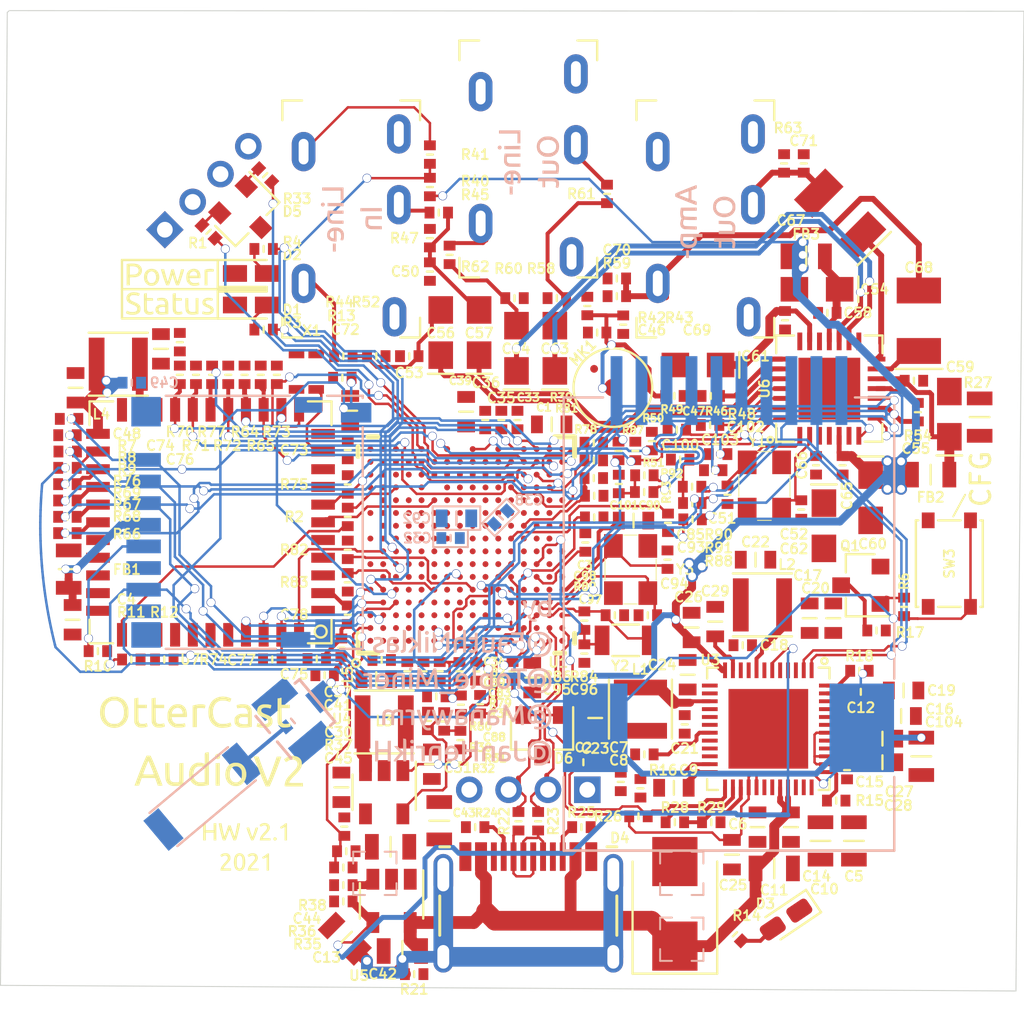
<source format=kicad_pcb>
(kicad_pcb (version 20171130) (host pcbnew "(5.1.12)-1")
  (layers (0 F.Cu signal) (31 B.Cu signal) (34 B.Paste user hide) (35 F.Paste user hide) (36 B.SilkS user hide) (37 F.SilkS user hide) (38 B.Mask user hide) (39 F.Mask user hide) (44 Edge.Cuts user))
  (net 0 "")
  (net 1 GND)
  (net 2 "Net-(AE1-Pad1)")
  (net 3 "Net-(AE1-PadNC)")
  (net 4 +3V3)
  (net 5 "Net-(C4-Pad1)")
  (net 6 IPS)
  (net 7 +5V_USBOTG)
  (net 8 "Net-(C9-Pad2)")
  (net 9 +5V)
  (net 10 "Net-(C13-Pad1)")
  (net 11 "Net-(C15-Pad1)")
  (net 12 +3.3V_RTC)
  (net 13 +3.0VA)
  (net 14 +1V2)
  (net 15 +2V8)
  (net 16 VCC-DDR)
  (net 17 GNDA)
  (net 18 "Net-(C46-Pad1)")
  (net 19 "Net-(C47-Pad1)")
  (net 20 "Net-(C50-Pad1)")
  (net 21 "Net-(C51-Pad1)")
  (net 22 "Net-(C52-Pad1)")
  (net 23 "Net-(C53-Pad1)")
  (net 24 "Net-(C54-Pad1)")
  (net 25 "Net-(C55-Pad1)")
  (net 26 "Net-(C56-Pad1)")
  (net 27 "Net-(C57-Pad1)")
  (net 28 "Net-(C61-Pad1)")
  (net 29 "Net-(C63-Pad2)")
  (net 30 "Net-(C63-Pad1)")
  (net 31 "Net-(C64-Pad2)")
  (net 32 "Net-(C64-Pad1)")
  (net 33 "Net-(C67-Pad2)")
  (net 34 "Net-(C67-Pad1)")
  (net 35 "Net-(C68-Pad2)")
  (net 36 "Net-(C68-Pad1)")
  (net 37 "Net-(C77-Pad2)")
  (net 38 "Net-(C78-Pad2)")
  (net 39 "Net-(C82-Pad1)")
  (net 40 "Net-(C90-Pad1)")
  (net 41 "Net-(C93-Pad1)")
  (net 42 "Net-(C94-Pad1)")
  (net 43 "Net-(C96-Pad1)")
  (net 44 "Net-(C97-Pad1)")
  (net 45 "Net-(C100-Pad2)")
  (net 46 "Net-(C101-Pad2)")
  (net 47 "Net-(C102-Pad2)")
  (net 48 "Net-(C103-Pad2)")
  (net 49 "Net-(C104-Pad1)")
  (net 50 "Net-(D1-Pad2)")
  (net 51 "Net-(D2-Pad2)")
  (net 52 "Net-(D3-Pad2)")
  (net 53 UART1_RX)
  (net 54 UART1_TX)
  (net 55 "Net-(J3-PadB5)")
  (net 56 "Net-(J3-PadA8)")
  (net 57 "Net-(J3-PadA6)")
  (net 58 "Net-(J3-PadA7)")
  (net 59 "Net-(J3-PadA5)")
  (net 60 "Net-(J3-PadB8)")
  (net 61 "Net-(J5-Pad3)")
  (net 62 "Net-(J5-Pad2)")
  (net 63 "Net-(J5-Pad6)")
  (net 64 "Net-(J5-Pad5)")
  (net 65 "Net-(J6-Pad3)")
  (net 66 "Net-(J6-Pad6)")
  (net 67 "Net-(J7-Pad3)")
  (net 68 "Net-(J7-Pad2)")
  (net 69 "Net-(J7-Pad6)")
  (net 70 "Net-(J7-Pad5)")
  (net 71 EPHY_LINK_LED)
  (net 72 EPHY_SPD_LED)
  (net 73 EPHY_RX_N)
  (net 74 EPHY_RX_P)
  (net 75 EPHY_TX_N)
  (net 76 EPHY_TX_P)
  (net 77 "Net-(L1-Pad1)")
  (net 78 "Net-(L2-Pad1)")
  (net 79 "Net-(L3-Pad1)")
  (net 80 "Net-(Q1-Pad3)")
  (net 81 "Net-(R2-Pad1)")
  (net 82 GPIO_LED1)
  (net 83 GPIO_LED2)
  (net 84 "Net-(R15-Pad1)")
  (net 85 "Net-(R16-Pad1)")
  (net 86 /Power/NMI)
  (net 87 RESETn)
  (net 88 "Net-(R28-Pad2)")
  (net 89 VINT)
  (net 90 "Net-(R30-Pad2)")
  (net 91 "Net-(R31-Pad2)")
  (net 92 "Net-(R36-Pad1)")
  (net 93 "Net-(R43-Pad2)")
  (net 94 "Net-(R46-Pad2)")
  (net 95 "Net-(R48-Pad1)")
  (net 96 "Net-(R49-Pad1)")
  (net 97 "Net-(R54-Pad1)")
  (net 98 "Net-(R66-Pad2)")
  (net 99 "Net-(R67-Pad2)")
  (net 100 "Net-(R68-Pad2)")
  (net 101 "Net-(R69-Pad2)")
  (net 102 "Net-(R76-Pad2)")
  (net 103 "Net-(R77-Pad2)")
  (net 104 "Net-(R81-Pad1)")
  (net 105 "Net-(R82-Pad1)")
  (net 106 "Net-(R83-Pad1)")
  (net 107 "Net-(R89-Pad2)")
  (net 108 "Net-(U1-PadR11)")
  (net 109 "Net-(U1-PadK13)")
  (net 110 "Net-(U1-PadL13)")
  (net 111 "Net-(U1-PadL15)")
  (net 112 "Net-(U1-PadL16)")
  (net 113 "Net-(U1-PadJ15)")
  (net 114 "Net-(U1-PadJ14)")
  (net 115 "Net-(U1-PadJ13)")
  (net 116 "Net-(U1-PadK15)")
  (net 117 "Net-(U1-PadP11)")
  (net 118 LRADC0)
  (net 119 LRADC1)
  (net 120 NMI)
  (net 121 "Net-(U1-PadF3)")
  (net 122 "Net-(U1-PadF4)")
  (net 123 "Net-(U1-PadF14)")
  (net 124 "Net-(U1-PadH13)")
  (net 125 "Net-(U1-PadH14)")
  (net 126 "Net-(U1-PadG13)")
  (net 127 "Net-(U1-PadG14)")
  (net 128 "Net-(U1-PadG15)")
  (net 129 "Net-(U1-PadE15)")
  (net 130 "Net-(U1-PadE13)")
  (net 131 "Net-(U1-PadF15)")
  (net 132 "Net-(U1-PadE12)")
  (net 133 "Net-(U1-PadD3)")
  (net 134 "Net-(U1-PadC11)")
  (net 135 "Net-(U1-PadD14)")
  (net 136 "Net-(U1-PadD2)")
  (net 137 "Net-(U1-PadC10)")
  (net 138 "Net-(U1-PadC3)")
  (net 139 "Net-(U1-PadC16)")
  (net 140 "Net-(U1-PadC15)")
  (net 141 "Net-(U1-PadC1)")
  (net 142 "Net-(U1-PadC14)")
  (net 143 "Net-(U1-PadD15)")
  (net 144 "Net-(U1-PadD1)")
  (net 145 "Net-(U1-PadC12)")
  (net 146 "Net-(U1-PadC2)")
  (net 147 "Net-(U1-PadB13)")
  (net 148 "Net-(U1-PadB2)")
  (net 149 "Net-(U1-PadB10)")
  (net 150 "Net-(U1-PadB9)")
  (net 151 "Net-(U1-PadB16)")
  (net 152 "Net-(U1-PadB1)")
  (net 153 "Net-(U1-PadB11)")
  (net 154 "Net-(U1-PadB14)")
  (net 155 "Net-(U1-PadB15)")
  (net 156 "Net-(U1-PadB12)")
  (net 157 "Net-(U1-PadA3)")
  (net 158 "Net-(U1-PadA9)")
  (net 159 "Net-(U1-PadA11)")
  (net 160 "Net-(U1-PadA13)")
  (net 161 "Net-(U1-PadA14)")
  (net 162 "Net-(U1-PadA15)")
  (net 163 "Net-(U3-Pad36)")
  (net 164 "Net-(U3-Pad30)")
  (net 165 EXTEN)
  (net 166 "Net-(U3-Pad18)")
  (net 167 "Net-(U3-Pad5)")
  (net 168 "Net-(U3-Pad3)")
  (net 169 "Net-(U6-Pad6)")
  (net 170 "Net-(U7-Pad3)")
  (net 171 "Net-(U7-Pad4)")
  (net 172 "Net-(U7-Pad5)")
  (net 173 "Net-(U7-Pad8)")
  (net 174 "Net-(U7-Pad10)")
  (net 175 "Net-(U7-Pad11)")
  (net 176 "Net-(U7-Pad29)")
  (net 177 "Net-(U7-Pad30)")
  (net 178 "Net-(U7-Pad32)")
  (net 179 "Net-(U7-Pad35)")
  (net 180 "Net-(U7-Pad37)")
  (net 181 "Net-(U7-Pad38)")
  (net 182 "Net-(U7-Pad39)")
  (net 183 "Net-(U7-Pad40)")
  (net 184 "Net-(U3-Pad43)")
  (net 185 "Net-(Q1-Pad1)")
  (net 186 "Net-(U3-Pad45)")
  (net 187 "Net-(C12-Pad1)")
  (net 188 "Net-(U1-PadN9)")
  (net 189 "Net-(C3-Pad1)")
  (net 190 "Net-(C85-Pad1)")
  (net 191 "Net-(R34-Pad1)")
  (net 192 "Net-(U1-PadR12)")
  (net 193 "Net-(U1-PadT10)")
  (net 194 "Net-(U1-PadT6)")
  (net 195 "Net-(U1-PadR10)")
  (net 196 "Net-(U1-PadR6)")
  (net 197 "Net-(U1-PadR9)")
  (net 198 "Net-(U1-PadN11)")
  (net 199 "Net-(U1-PadP13)")
  (net 200 "Net-(U1-PadP10)")
  (net 201 "Net-(U1-PadN12)")
  (net 202 "Net-(U1-PadN13)")
  (net 203 "Net-(U1-PadP9)")
  (net 204 "Net-(U1-PadT12)")
  (net 205 "Net-(C48-Pad1)")
  (net 206 "Net-(L4-Pad2)")
  (net 207 "Net-(D5-Pad2)")
  (net 208 "Net-(D5-Pad1)")
  (net 209 "Net-(X1-Pad1)")
  (net 210 "Net-(J8-Pad10)")
  (net 211 "Net-(J8-Pad12)")
  (net 212 +2V5)
  (net 213 +1V1)
  (net 214 USB_VBUSDET)
  (net 215 USB_D_N)
  (net 216 USB_D_P)
  (net 217 SDC0_DET#)
  (net 218 SDC0_D2)
  (net 219 SDC0_D3)
  (net 220 SDC0_CMD)
  (net 221 SDC0_CLK)
  (net 222 SDC0_D0)
  (net 223 SDC0_D1)
  (net 224 BT_DIS_N)
  (net 225 GPIO_RST)
  (net 226 USB_DRV)
  (net 227 USB_ID)
  (net 228 MIC_DET)
  (net 229 MIPI_SDA)
  (net 230 MIPI_SCK)
  (net 231 BT_PCM_SYNC)
  (net 232 WL_SDIO_D3)
  (net 233 WL_SDIO_D2)
  (net 234 BT_PCM_CLK)
  (net 235 BT_PCM_DIN)
  (net 236 BT_PCM_DOUT)
  (net 237 WL_SDIO_D1)
  (net 238 WL_SDIO_D0)
  (net 239 WL_SDIO_CMD)
  (net 240 WL_PMU_EN)
  (net 241 BT_UART_RX)
  (net 242 BT_WAKE_AP)
  (net 243 AP_CK32KO)
  (net 244 WL_SDIO_CLK)
  (net 245 MIPI_PWDN)
  (net 246 MIPI_D2_P)
  (net 247 MIPI_D3_P)
  (net 248 MIPI_RESET)
  (net 249 MIPI_D3_N)
  (net 250 MIPI_CK_N)
  (net 251 MIPI_D2_N)
  (net 252 MIPI_CK_P)
  (net 253 MIPI_D0_P)
  (net 254 MIPI_D1_P)
  (net 255 MIPI_D1_N)
  (net 256 MIPI_MSCK)
  (net 257 MIPI_D0_N)
  (net 258 AP_WAKE_BT)
  (net 259 PB9\TWI1_SDA)
  (net 260 BT_UART_RTS)
  (net 261 WL_WAKE_AP)
  (net 262 PB8\TWI1_SCK)
  (net 263 BT_UART_TX)
  (net 264 PB7\TWI0_SDA)
  (net 265 BT_UART_CTS)
  (net 266 PB6\TWI0_SCK)
  (module otter:R_0402 (layer F.Cu) (at 92.275 91.35)
    (fp_text reference R52 (at -0.525 -2.75) (layer F.SilkS) (effects (font (size 0.5 0.5) (thickness 0.1))))
    (fp_text value DNP hide)
    (pad 1 smd rect (at -0.47 0) (size 0.5 0.6) (layers F.Cu F.Paste F.Mask) (net 23 "Net-(C53-Pad1)"))
    (pad 2 smd rect (at 0.47 0) (size 0.5 0.6) (layers F.Cu F.Paste F.Mask))
  )
  (module otter:CP_EIA-3216-10 (layer F.Cu) (at 101.35 90.9 90)
    (fp_text reference C63 (at -0.075 0 180) (layer F.SilkS) (effects (font (size 0.5 0.5) (thickness 0.1))))
    (fp_text value 10u)
    (pad 1 smd rect (at -1.2 0 90) (size 1.4 1.25) (layers F.Cu F.Paste F.Mask) (net 30 "Net-(C63-Pad1)"))
    (pad 2 smd rect (at 1.1 0 90) (size 1.4 1.25) (layers F.Cu F.Paste F.Mask) (net 29 "Net-(C63-Pad2)"))
  )
  (module otter:CP_EIA-3216-10 (layer F.Cu) (at 99.4 90.9 90)
    (fp_text reference C64 (at -0.075 -0.025 180) (layer F.SilkS) (effects (font (size 0.5 0.5) (thickness 0.1))))
    (fp_text value 10u)
    (pad 1 smd rect (at -1.2 0 90) (size 1.4 1.25) (layers F.Cu F.Paste F.Mask) (net 32 "Net-(C64-Pad1)"))
    (pad 2 smd rect (at 1.1 0 90) (size 1.4 1.25) (layers F.Cu F.Paste F.Mask) (net 31 "Net-(C64-Pad2)"))
  )
  (module otter:CP_EIA-3528-12 (layer F.Cu) (at 119.85 89.55 90)
    (fp_text reference C68 (at 2.7 0 180) (layer F.SilkS) (effects (font (size 0.5 0.5) (thickness 0.1))))
    (fp_text value 100u)
    (pad 1 smd rect (at -1.5375 0 90) (size 1.315 2.25) (layers F.Cu F.Paste F.Mask) (net 36 "Net-(C68-Pad1)"))
    (pad 2 smd rect (at 1.5375 0 90) (size 1.315 2.25) (layers F.Cu F.Paste F.Mask) (net 35 "Net-(C68-Pad2)"))
  )
  (module otter:CP_EIA-3216-10 (layer F.Cu) (at 108.575 91.8 180)
    (fp_text reference C69 (at 0 1.775) (layer F.SilkS) (effects (font (size 0.5 0.5) (thickness 0.1))))
    (fp_text value 10u)
    (pad 1 smd rect (at -1.2 0 180) (size 1.4 1.25) (layers F.Cu F.Paste F.Mask) (net 28 "Net-(C61-Pad1)"))
    (pad 2 smd rect (at 1.1 0 180) (size 1.4 1.25) (layers F.Cu F.Paste F.Mask))
  )
  (module otter:C_0402 (layer F.Cu) (at 104.5 87.4 180)
    (fp_text reference C70 (at 0 1.45) (layer F.SilkS) (effects (font (size 0.5 0.5) (thickness 0.1))))
    (fp_text value 220p hide)
    (pad 1 smd rect (at -0.47 0 180) (size 0.5 0.6) (layers F.Cu F.Paste F.Mask) (net 35 "Net-(C68-Pad2)"))
    (pad 2 smd rect (at 0.47 0 180) (size 0.5 0.6) (layers F.Cu F.Paste F.Mask))
  )
  (module otter:C_0402 (layer F.Cu) (at 103.5 90.15 180)
    (fp_text reference C46 (at -2.775 0.125) (layer F.SilkS) (effects (font (size 0.5 0.5) (thickness 0.1))))
    (fp_text value 220p hide)
    (pad 1 smd rect (at -0.47 0 180) (size 0.5 0.6) (layers F.Cu F.Paste F.Mask) (net 18 "Net-(C46-Pad1)"))
    (pad 2 smd rect (at 0.47 0 180) (size 0.5 0.6) (layers F.Cu F.Paste F.Mask))
  )
  (module otter:C_0402 (layer F.Cu) (at 107.425 93.375 180)
    (fp_text reference C47 (at -0.985 -0.775) (layer F.SilkS) (effects (font (size 0.4 0.4) (thickness 0.1))))
    (fp_text value 1n hide)
    (pad 1 smd rect (at -0.47 0 180) (size 0.5 0.6) (layers F.Cu F.Paste F.Mask) (net 19 "Net-(C47-Pad1)"))
    (pad 2 smd rect (at 0.47 0 180) (size 0.5 0.6) (layers F.Cu F.Paste F.Mask) (net 18 "Net-(C46-Pad1)"))
  )
  (module otter:R_0402 (layer F.Cu) (at 95 82.75 90)
    (fp_text reference R40 (at 0.3 2.3 180) (layer F.SilkS) (effects (font (size 0.5 0.5) (thickness 0.1))))
    (fp_text value 200k hide)
    (pad 1 smd rect (at -0.47 0 90) (size 0.5 0.6) (layers F.Cu F.Paste F.Mask) (net 13 +3.0VA))
    (pad 2 smd rect (at 0.47 0 90) (size 0.5 0.6) (layers F.Cu F.Paste F.Mask) (net 228 MIC_DET))
  )
  (module otter:R_0402 (layer F.Cu) (at 95 81.1 90)
    (fp_text reference R41 (at 0 2.3 180) (layer F.SilkS) (effects (font (size 0.5 0.5) (thickness 0.1))))
    (fp_text value 2k2 hide)
    (pad 1 smd rect (at -0.47 0 90) (size 0.5 0.6) (layers F.Cu F.Paste F.Mask) (net 228 MIC_DET))
    (pad 2 smd rect (at 0.47 0 90) (size 0.5 0.6) (layers F.Cu F.Paste F.Mask) (net 61 "Net-(J5-Pad3)"))
  )
  (module otter:R_0402 (layer F.Cu) (at 104.825 89.75 270)
    (fp_text reference R43 (at -0.35 -2.85 180) (layer F.SilkS) (effects (font (size 0.5 0.5) (thickness 0.1))))
    (fp_text value 680 hide)
    (pad 1 smd rect (at -0.47 0 270) (size 0.5 0.6) (layers F.Cu F.Paste F.Mask) (net 18 "Net-(C46-Pad1)"))
    (pad 2 smd rect (at 0.47 0 270) (size 0.5 0.6) (layers F.Cu F.Paste F.Mask))
  )
  (module otter:R_0402 (layer F.Cu) (at 90.6 91.35)
    (fp_text reference R44 (at -0.2 -2.75) (layer F.SilkS) (effects (font (size 0.5 0.5) (thickness 0.1))))
    (fp_text value 0 hide)
    (pad 1 smd rect (at -0.47 0) (size 0.5 0.6) (layers F.Cu F.Paste F.Mask) (net 62 "Net-(J5-Pad2)"))
    (pad 2 smd rect (at 0.47 0) (size 0.5 0.6) (layers F.Cu F.Paste F.Mask) (net 23 "Net-(C53-Pad1)"))
  )
  (module otter:R_0402 (layer F.Cu) (at 95.45 84.05)
    (fp_text reference R45 (at 1.85 -0.9 180) (layer F.SilkS) (effects (font (size 0.5 0.5) (thickness 0.1))))
    (fp_text value 0 hide)
    (pad 1 smd rect (at -0.47 0) (size 0.5 0.6) (layers F.Cu F.Paste F.Mask) (net 64 "Net-(J5-Pad5)"))
    (pad 2 smd rect (at 0.47 0) (size 0.5 0.6) (layers F.Cu F.Paste F.Mask) (net 20 "Net-(C50-Pad1)"))
  )
  (module otter:R_0402 (layer F.Cu) (at 95 85.35 90)
    (fp_text reference R47 (at 0 -1.3) (layer F.SilkS) (effects (font (size 0.5 0.5) (thickness 0.1))))
    (fp_text value DNP hide)
    (pad 1 smd rect (at -0.47 0 90) (size 0.5 0.6) (layers F.Cu F.Paste F.Mask) (net 20 "Net-(C50-Pad1)"))
    (pad 2 smd rect (at 0.47 0 90) (size 0.5 0.6) (layers F.Cu F.Paste F.Mask))
  )
  (module otter:R_0402 (layer F.Cu) (at 109.24 94.85 180)
    (fp_text reference R48 (at -1.61 0.55) (layer F.SilkS) (effects (font (size 0.5 0.5) (thickness 0.1))))
    (fp_text value 2k2 hide)
    (pad 1 smd rect (at -0.47 0 180) (size 0.5 0.6) (layers F.Cu F.Paste F.Mask) (net 95 "Net-(R48-Pad1)"))
    (pad 2 smd rect (at 0.47 0 180) (size 0.5 0.6) (layers F.Cu F.Paste F.Mask))
  )
  (module otter:R_0402 (layer F.Cu) (at 107.55 95.09 180)
    (fp_text reference R49 (at 0.25 1.03) (layer F.SilkS) (effects (font (size 0.4 0.4) (thickness 0.1))))
    (fp_text value 2k2 hide)
    (pad 1 smd rect (at -0.47 0 180) (size 0.5 0.6) (layers F.Cu F.Paste F.Mask) (net 96 "Net-(R49-Pad1)"))
    (pad 2 smd rect (at 0.47 0 180) (size 0.5 0.6) (layers F.Cu F.Paste F.Mask))
  )
  (module otter:R_0402 (layer F.Cu) (at 106.28 95.67 90)
    (fp_text reference R50 (at 1.17 0.07 180) (layer F.SilkS) (effects (font (size 0.38 0.38) (thickness 0.095))))
    (fp_text value 2k2 hide)
    (pad 1 smd rect (at -0.47 0 90) (size 0.5 0.6) (layers F.Cu F.Paste F.Mask) (net 229 MIPI_SDA))
    (pad 2 smd rect (at 0.47 0 90) (size 0.5 0.6) (layers F.Cu F.Paste F.Mask))
  )
  (module otter:R_0805 (layer F.Cu) (at 120.45 97.375 180)
    (fp_text reference FB2 (at 0 -1.15) (layer F.SilkS) (effects (font (size 0.5 0.5) (thickness 0.1))))
    (fp_text value FERRET hide)
    (pad 1 smd rect (at -0.95 0 180) (size 0.7 1.3) (layers F.Cu F.Paste F.Mask) (net 25 "Net-(C55-Pad1)"))
    (pad 2 smd rect (at 0.95 0 180) (size 0.7 1.3) (layers F.Cu F.Paste F.Mask) (net 13 +3.0VA))
  )
  (module otter:R_0805 (layer F.Cu) (at 114.125 86.275 180)
    (fp_text reference FB3 (at 0 1.125) (layer F.SilkS) (effects (font (size 0.5 0.5) (thickness 0.1))))
    (fp_text value FERRET hide)
    (pad 1 smd rect (at -0.95 0 180) (size 0.7 1.3) (layers F.Cu F.Paste F.Mask) (net 24 "Net-(C54-Pad1)"))
    (pad 2 smd rect (at 0.95 0 180) (size 0.7 1.3) (layers F.Cu F.Paste F.Mask) (net 13 +3.0VA))
  )
  (module otter:R_0402 (layer F.Cu) (at 101.45 88.4)
    (fp_text reference R58 (at -0.8 -1.5) (layer F.SilkS) (effects (font (size 0.5 0.5) (thickness 0.1))))
    (fp_text value 47k hide)
    (pad 1 smd rect (at -0.47 0) (size 0.5 0.6) (layers F.Cu F.Paste F.Mask))
    (pad 2 smd rect (at 0.47 0) (size 0.5 0.6) (layers F.Cu F.Paste F.Mask) (net 29 "Net-(C63-Pad2)"))
  )
  (module otter:R_0402 (layer F.Cu) (at 104.5 88.3 180)
    (fp_text reference R59 (at 0 1.675) (layer F.SilkS) (effects (font (size 0.5 0.5) (thickness 0.1))))
    (fp_text value 47k hide)
    (pad 1 smd rect (at -0.47 0 180) (size 0.5 0.6) (layers F.Cu F.Paste F.Mask) (net 35 "Net-(C68-Pad2)"))
    (pad 2 smd rect (at 0.47 0 180) (size 0.5 0.6) (layers F.Cu F.Paste F.Mask))
  )
  (module otter:R_0402 (layer F.Cu) (at 99.3 88.4 180)
    (fp_text reference R60 (at 0.3 1.5) (layer F.SilkS) (effects (font (size 0.5 0.5) (thickness 0.1))))
    (fp_text value 47k hide)
    (pad 1 smd rect (at -0.47 0 180) (size 0.5 0.6) (layers F.Cu F.Paste F.Mask))
    (pad 2 smd rect (at 0.47 0 180) (size 0.5 0.6) (layers F.Cu F.Paste F.Mask) (net 31 "Net-(C64-Pad2)"))
  )
  (module otter:R_0402 (layer F.Cu) (at 104 83.1 270)
    (fp_text reference R61 (at 0 1.3 180) (layer F.SilkS) (effects (font (size 0.5 0.5) (thickness 0.1))))
    (fp_text value 100 hide)
    (pad 1 smd rect (at -0.47 0 270) (size 0.5 0.6) (layers F.Cu F.Paste F.Mask) (net 70 "Net-(J7-Pad5)"))
    (pad 2 smd rect (at 0.47 0 270) (size 0.5 0.6) (layers F.Cu F.Paste F.Mask) (net 29 "Net-(C63-Pad2)"))
  )
  (module otter:CP_EIA-3216-10 (layer F.Cu) (at 95.55 90.1 90)
    (fp_text reference C56 (at -0.075 1e-06 180) (layer F.SilkS) (effects (font (size 0.5 0.5) (thickness 0.1))))
    (fp_text value 10u)
    (pad 1 smd rect (at -1.2 0 90) (size 1.4 1.25) (layers F.Cu F.Paste F.Mask) (net 26 "Net-(C56-Pad1)"))
    (pad 2 smd rect (at 1.1 0 90) (size 1.4 1.25) (layers F.Cu F.Paste F.Mask) (net 23 "Net-(C53-Pad1)"))
  )
  (module otter:CP_EIA-3216-10 (layer F.Cu) (at 97.5 90.1 90)
    (fp_text reference C57 (at -0.075 0 180) (layer F.SilkS) (effects (font (size 0.5 0.5) (thickness 0.1))))
    (fp_text value 10u)
    (pad 1 smd rect (at -1.2 0 90) (size 1.4 1.25) (layers F.Cu F.Paste F.Mask) (net 27 "Net-(C57-Pad1)"))
    (pad 2 smd rect (at 1.1 0 90) (size 1.4 1.25) (layers F.Cu F.Paste F.Mask) (net 20 "Net-(C50-Pad1)"))
  )
  (module otter:C_0402 (layer F.Cu) (at 115.2 89.15 180)
    (fp_text reference C58 (at -1.55 0) (layer F.SilkS) (effects (font (size 0.5 0.5) (thickness 0.1))))
    (fp_text value 100n hide)
    (pad 1 smd rect (at -0.47 0 180) (size 0.5 0.6) (layers F.Cu F.Paste F.Mask) (net 24 "Net-(C54-Pad1)"))
    (pad 2 smd rect (at 0.47 0 180) (size 0.5 0.6) (layers F.Cu F.Paste F.Mask))
  )
  (module otter:C_0402 (layer F.Cu) (at 119.6 92.6)
    (fp_text reference C59 (at 2.35 -0.7) (layer F.SilkS) (effects (font (size 0.5 0.5) (thickness 0.1))))
    (fp_text value 100n hide)
    (pad 1 smd rect (at -0.47 0) (size 0.5 0.6) (layers F.Cu F.Paste F.Mask) (net 25 "Net-(C55-Pad1)"))
    (pad 2 smd rect (at 0.47 0) (size 0.5 0.6) (layers F.Cu F.Paste F.Mask))
  )
  (module otter:CP_EIA-3216-10 (layer F.Cu) (at 117.4 98.6 270)
    (fp_text reference C60 (at 2.3 -0.1 180) (layer F.SilkS) (effects (font (size 0.5 0.5) (thickness 0.1))))
    (fp_text value 10u)
    (pad 1 smd rect (at -1.2 0 270) (size 1.4 1.25) (layers F.Cu F.Paste F.Mask) (net 13 +3.0VA))
    (pad 2 smd rect (at 1.1 0 270) (size 1.4 1.25) (layers F.Cu F.Paste F.Mask))
  )
  (module otter:C_0402 (layer F.Cu) (at 113.05 89.525 270)
    (fp_text reference C61 (at 1.825 1.5 180) (layer F.SilkS) (effects (font (size 0.5 0.5) (thickness 0.1))))
    (fp_text value 100n hide)
    (pad 1 smd rect (at -0.47 0 270) (size 0.5 0.6) (layers F.Cu F.Paste F.Mask) (net 28 "Net-(C61-Pad1)"))
    (pad 2 smd rect (at 0.47 0 270) (size 0.5 0.6) (layers F.Cu F.Paste F.Mask))
  )
  (module otter:C_0402 (layer F.Cu) (at 114 81.55 90)
    (fp_text reference C71 (at 1.15 0 180) (layer F.SilkS) (effects (font (size 0.5 0.5) (thickness 0.1))))
    (fp_text value 220p hide)
    (pad 1 smd rect (at -0.47 0 90) (size 0.5 0.6) (layers F.Cu F.Paste F.Mask) (net 33 "Net-(C67-Pad2)"))
    (pad 2 smd rect (at 0.47 0 90) (size 0.5 0.6) (layers F.Cu F.Paste F.Mask))
  )
  (module otter:C_0402 (layer F.Cu) (at 95 87.05 270)
    (fp_text reference C50 (at 0 1.25 180) (layer F.SilkS) (effects (font (size 0.5 0.5) (thickness 0.1))))
    (fp_text value 220p hide)
    (pad 1 smd rect (at -0.47 0 270) (size 0.5 0.6) (layers F.Cu F.Paste F.Mask) (net 20 "Net-(C50-Pad1)"))
    (pad 2 smd rect (at 0.47 0 270) (size 0.5 0.6) (layers F.Cu F.Paste F.Mask))
  )
  (module otter:CP_EIA-3216-10 (layer F.Cu) (at 114.625 87.95 180)
    (fp_text reference C54 (at -2.975 0) (layer F.SilkS) (effects (font (size 0.5 0.5) (thickness 0.1))))
    (fp_text value 10u)
    (pad 1 smd rect (at -1.2 0 180) (size 1.4 1.25) (layers F.Cu F.Paste F.Mask) (net 24 "Net-(C54-Pad1)"))
    (pad 2 smd rect (at 1.1 0 180) (size 1.4 1.25) (layers F.Cu F.Paste F.Mask))
  )
  (module otter:CP_EIA-3216-10 (layer F.Cu) (at 121.4 94.25 90)
    (fp_text reference C55 (at -1.8 -1.7) (layer F.SilkS) (effects (font (size 0.5 0.5) (thickness 0.1))))
    (fp_text value 10u)
    (pad 1 smd rect (at -1.2 0 90) (size 1.4 1.25) (layers F.Cu F.Paste F.Mask) (net 25 "Net-(C55-Pad1)"))
    (pad 2 smd rect (at 1.1 0 90) (size 1.4 1.25) (layers F.Cu F.Paste F.Mask))
  )
  (module otter:LFCSP-28-5x5mm-0.5mm-EP3.14x3.14mm (layer F.Cu) (at 115.3 93 90)
    (fp_text reference U6 (at 0 -3.3 90) (layer F.SilkS) (effects (font (size 0.5 0.5) (thickness 0.1))))
    (fp_text value SSM2603)
    (pad 1 smd rect (at -2.4 -1.5) (size 0.25 0.9) (layers F.Cu F.Paste F.Mask) (net 21 "Net-(C51-Pad1)"))
    (pad 2 smd rect (at -2.4 -1) (size 0.25 0.9) (layers F.Cu F.Paste F.Mask) (net 22 "Net-(C52-Pad1)"))
    (pad 3 smd rect (at -2.4 -0.5) (size 0.25 0.9) (layers F.Cu F.Paste F.Mask))
    (pad 4 smd rect (at -2.4 0) (size 0.25 0.9) (layers F.Cu F.Paste F.Mask))
    (pad 5 smd rect (at -2.4 0.5) (size 0.25 0.9) (layers F.Cu F.Paste F.Mask) (net 13 +3.0VA))
    (pad 6 smd rect (at -2.4 1) (size 0.25 0.9) (layers F.Cu F.Paste F.Mask))
    (pad 7 smd rect (at -2.4 1.5) (size 0.25 0.9) (layers F.Cu F.Paste F.Mask) (net 234 BT_PCM_CLK))
    (pad 8 smd rect (at -1.5 2.4 90) (size 0.25 0.9) (layers F.Cu F.Paste F.Mask) (net 236 BT_PCM_DOUT))
    (pad 9 smd rect (at -1 2.4 90) (size 0.25 0.9) (layers F.Cu F.Paste F.Mask) (net 231 BT_PCM_SYNC))
    (pad 10 smd rect (at -0.5 2.4 90) (size 0.25 0.9) (layers F.Cu F.Paste F.Mask) (net 235 BT_PCM_DIN))
    (pad 11 smd rect (at 0 2.4 90) (size 0.25 0.9) (layers F.Cu F.Paste F.Mask) (net 97 "Net-(R54-Pad1)"))
    (pad 12 smd rect (at 0.5 2.4 90) (size 0.25 0.9) (layers F.Cu F.Paste F.Mask) (net 25 "Net-(C55-Pad1)"))
    (pad 13 smd rect (at 1 2.4 90) (size 0.25 0.9) (layers F.Cu F.Paste F.Mask) (net 36 "Net-(C68-Pad1)"))
    (pad 14 smd rect (at 1.5 2.4 90) (size 0.25 0.9) (layers F.Cu F.Paste F.Mask) (net 34 "Net-(C67-Pad1)"))
    (pad 15 smd rect (at 2.4 1.5) (size 0.25 0.9) (layers F.Cu F.Paste F.Mask))
    (pad 16 smd rect (at 2.4 1) (size 0.25 0.9) (layers F.Cu F.Paste F.Mask) (net 32 "Net-(C64-Pad1)"))
    (pad 17 smd rect (at 2.4 0.5) (size 0.25 0.9) (layers F.Cu F.Paste F.Mask) (net 30 "Net-(C63-Pad1)"))
    (pad 18 smd rect (at 2.4 0) (size 0.25 0.9) (layers F.Cu F.Paste F.Mask) (net 24 "Net-(C54-Pad1)"))
    (pad 19 smd rect (at 2.4 -0.5) (size 0.25 0.9) (layers F.Cu F.Paste F.Mask))
    (pad 20 smd rect (at 2.4 -1) (size 0.25 0.9) (layers F.Cu F.Paste F.Mask) (net 28 "Net-(C61-Pad1)"))
    (pad 21 smd rect (at 2.4 -1.5) (size 0.25 0.9) (layers F.Cu F.Paste F.Mask))
    (pad 22 smd rect (at 1.5 -2.4 90) (size 0.25 0.9) (layers F.Cu F.Paste F.Mask) (net 94 "Net-(R46-Pad2)"))
    (pad 23 smd rect (at 1 -2.4 90) (size 0.25 0.9) (layers F.Cu F.Paste F.Mask) (net 27 "Net-(C57-Pad1)"))
    (pad 24 smd rect (at 0.5 -2.4 90) (size 0.25 0.9) (layers F.Cu F.Paste F.Mask) (net 26 "Net-(C56-Pad1)"))
    (pad 25 smd rect (at 0 -2.4 90) (size 0.25 0.9) (layers F.Cu F.Paste F.Mask) (net 95 "Net-(R48-Pad1)"))
    (pad 26 smd rect (at -0.5 -2.4 90) (size 0.25 0.9) (layers F.Cu F.Paste F.Mask) (net 96 "Net-(R49-Pad1)"))
    (pad 27 smd rect (at -1 -2.4 90) (size 0.25 0.9) (layers F.Cu F.Paste F.Mask) (net 229 MIPI_SDA))
    (pad 28 smd rect (at -1.5 -2.4 90) (size 0.25 0.9) (layers F.Cu F.Paste F.Mask) (net 230 MIPI_SCK))
    (pad EP smd rect (at 0 0 90) (size 3.14 3.14) (layers F.Cu F.Paste F.Mask))
  )
  (module otter:R_0402 (layer F.Cu) (at 96 86.2 270)
    (fp_text reference R62 (at 0.6 -1.3 180) (layer F.SilkS) (effects (font (size 0.5 0.5) (thickness 0.1))))
    (fp_text value 100 hide)
    (pad 1 smd rect (at -0.47 0 270) (size 0.5 0.6) (layers F.Cu F.Paste F.Mask) (net 68 "Net-(J7-Pad2)"))
    (pad 2 smd rect (at 0.47 0 270) (size 0.5 0.6) (layers F.Cu F.Paste F.Mask) (net 31 "Net-(C64-Pad2)"))
  )
  (module otter:R_0402 (layer F.Cu) (at 113 81.55 90)
    (fp_text reference R63 (at 1.8 0.2 180) (layer F.SilkS) (effects (font (size 0.5 0.5) (thickness 0.1))))
    (fp_text value 47k hide)
    (pad 1 smd rect (at -0.47 0 90) (size 0.5 0.6) (layers F.Cu F.Paste F.Mask) (net 33 "Net-(C67-Pad2)"))
    (pad 2 smd rect (at 0.47 0 90) (size 0.5 0.6) (layers F.Cu F.Paste F.Mask))
  )
  (module Package_TO_SOT_SMD:SOT-23 (layer F.Cu) (at 100.7 110.6 270)
    (fp_text reference D6 (at 1.2 -1.1 180) (layer F.SilkS) (effects (font (size 0.5 0.5) (thickness 0.1))))
    (fp_text value ESD5302F)
    (pad 1 smd rect (at -1 -0.95 270) (size 0.9 0.8) (layers F.Cu F.Paste F.Mask) (net 216 USB_D_P))
    (pad 2 smd rect (at -1 0.95 270) (size 0.9 0.8) (layers F.Cu F.Paste F.Mask) (net 215 USB_D_N))
    (pad 3 smd rect (at 1 0 270) (size 0.9 0.8) (layers F.Cu F.Paste F.Mask))
  )
  (module otter:C_0603 (layer F.Cu) (at 76.84 104.755 270)
    (fp_text reference C4 (at -1.035 -2.73 180) (layer F.SilkS) (effects (font (size 0.5 0.5) (thickness 0.1))))
    (fp_text value 10u hide)
    (pad 1 smd rect (at -0.75 0 270) (size 0.6 0.9) (layers F.Cu F.Paste F.Mask) (net 5 "Net-(C4-Pad1)"))
    (pad 2 smd rect (at 0.75 0 270) (size 0.6 0.9) (layers F.Cu F.Paste F.Mask))
  )
  (module otter:C_0805 (layer F.Cu) (at 116.55 116 270)
    (fp_text reference C5 (at 1.8 0 180) (layer F.SilkS) (effects (font (size 0.5 0.5) (thickness 0.1))))
    (fp_text value 47u hide)
    (pad 1 smd rect (at -0.95 0 270) (size 0.7 1.3) (layers F.Cu F.Paste F.Mask))
    (pad 2 smd rect (at 0.95 0 270) (size 0.7 1.3) (layers F.Cu F.Paste F.Mask))
  )
  (module otter:C_0603 (layer F.Cu) (at 111.65 115.3 270)
    (fp_text reference C6 (at -0.15 1 180) (layer F.SilkS) (effects (font (size 0.5 0.5) (thickness 0.1))))
    (fp_text value 10u hide)
    (pad 1 smd rect (at -0.75 0 270) (size 0.6 0.9) (layers F.Cu F.Paste F.Mask))
    (pad 2 smd rect (at 0.75 0 270) (size 0.6 0.9) (layers F.Cu F.Paste F.Mask))
  )
  (module otter:C_0402 (layer F.Cu) (at 105.9 111.6 180)
    (fp_text reference C7 (at 1.3 0.35) (layer F.SilkS) (effects (font (size 0.5 0.5) (thickness 0.1))))
    (fp_text value 100n hide)
    (pad 1 smd rect (at -0.47 0 180) (size 0.5 0.6) (layers F.Cu F.Paste F.Mask) (net 212 +2V5))
    (pad 2 smd rect (at 0.47 0 180) (size 0.5 0.6) (layers F.Cu F.Paste F.Mask))
  )
  (module otter:C_0402 (layer F.Cu) (at 104.7 113 270)
    (fp_text reference C8 (at -1.1 0.1 180) (layer F.SilkS) (effects (font (size 0.5 0.5) (thickness 0.1))))
    (fp_text value 100n hide)
    (pad 1 smd rect (at -0.47 0 270) (size 0.5 0.6) (layers F.Cu F.Paste F.Mask))
    (pad 2 smd rect (at 0.47 0 270) (size 0.5 0.6) (layers F.Cu F.Paste F.Mask))
  )
  (module otter:C_0805 (layer F.Cu) (at 114.85 116 270)
    (fp_text reference C10 (at 2.45 -0.2 180) (layer F.SilkS) (effects (font (size 0.5 0.5) (thickness 0.1))))
    (fp_text value 47u hide)
    (pad 1 smd rect (at -0.95 0 270) (size 0.7 1.3) (layers F.Cu F.Paste F.Mask))
    (pad 2 smd rect (at 0.95 0 270) (size 0.7 1.3) (layers F.Cu F.Paste F.Mask))
  )
  (module otter:C_0805 (layer F.Cu) (at 112.5 117.4)
    (fp_text reference C11 (at 0 1.1) (layer F.SilkS) (effects (font (size 0.5 0.5) (thickness 0.1))))
    (fp_text value 47u hide)
    (pad 1 smd rect (at -0.95 0) (size 0.7 1.3) (layers F.Cu F.Paste F.Mask) (net 9 +5V))
    (pad 2 smd rect (at 0.95 0) (size 0.7 1.3) (layers F.Cu F.Paste F.Mask))
  )
  (module otter:C_0402 (layer F.Cu) (at 116.9 108.42)
    (fp_text reference C12 (at 0 0.805) (layer F.SilkS) (effects (font (size 0.5 0.5) (thickness 0.1))))
    (fp_text value 1n hide)
    (pad 1 smd rect (at -0.47 0) (size 0.5 0.6) (layers F.Cu F.Paste F.Mask) (net 187 "Net-(C12-Pad1)"))
    (pad 2 smd rect (at 0.47 0) (size 0.5 0.6) (layers F.Cu F.Paste F.Mask))
  )
  (module otter:C_0805 (layer F.Cu) (at 90.675 120.975 135)
    (fp_text reference C13 (at -0.017678 -1.325825 180) (layer F.SilkS) (effects (font (size 0.5 0.5) (thickness 0.1))))
    (fp_text value 1n hide)
    (pad 1 smd rect (at -0.95 0 135) (size 0.7 1.3) (layers F.Cu F.Paste F.Mask) (net 10 "Net-(C13-Pad1)"))
    (pad 2 smd rect (at 0.95 0 135) (size 0.7 1.3) (layers F.Cu F.Paste F.Mask))
  )
  (module otter:C_0603 (layer F.Cu) (at 113.35 115.3 270)
    (fp_text reference C14 (at 2.5 -1.3 180) (layer F.SilkS) (effects (font (size 0.5 0.5) (thickness 0.1))))
    (fp_text value 10u hide)
    (pad 1 smd rect (at -0.75 0 270) (size 0.6 0.9) (layers F.Cu F.Paste F.Mask) (net 9 +5V))
    (pad 2 smd rect (at 0.75 0 270) (size 0.6 0.9) (layers F.Cu F.Paste F.Mask))
  )
  (module otter:C_0603 (layer F.Cu) (at 118.95 109.65)
    (fp_text reference C16 (at 1.95 -0.35) (layer F.SilkS) (effects (font (size 0.5 0.5) (thickness 0.1))))
    (fp_text value 10u hide)
    (pad 1 smd rect (at -0.75 0) (size 0.6 0.9) (layers F.Cu F.Paste F.Mask))
    (pad 2 smd rect (at 0.75 0) (size 0.6 0.9) (layers F.Cu F.Paste F.Mask))
  )
  (module otter:C_0603 (layer F.Cu) (at 114.3 104.675 90)
    (fp_text reference C17 (at 2.175 -0.1 180) (layer F.SilkS) (effects (font (size 0.5 0.5) (thickness 0.1))))
    (fp_text value 10u hide)
    (pad 1 smd rect (at -0.75 0 90) (size 0.6 0.9) (layers F.Cu F.Paste F.Mask))
    (pad 2 smd rect (at 0.75 0 90) (size 0.6 0.9) (layers F.Cu F.Paste F.Mask))
  )
  (module otter:C_0603 (layer F.Cu) (at 119.075 108.35)
    (fp_text reference C19 (at 1.925 0) (layer F.SilkS) (effects (font (size 0.5 0.5) (thickness 0.1))))
    (fp_text value 10u hide)
    (pad 1 smd rect (at -0.75 0) (size 0.6 0.9) (layers F.Cu F.Paste F.Mask))
    (pad 2 smd rect (at 0.75 0) (size 0.6 0.9) (layers F.Cu F.Paste F.Mask))
  )
  (module otter:C_0603 (layer F.Cu) (at 115.5 104.675 90)
    (fp_text reference C20 (at 1.525 -0.9 180) (layer F.SilkS) (effects (font (size 0.5 0.5) (thickness 0.1))))
    (fp_text value 10u hide)
    (pad 1 smd rect (at -0.75 0 90) (size 0.6 0.9) (layers F.Cu F.Paste F.Mask))
    (pad 2 smd rect (at 0.75 0 90) (size 0.6 0.9) (layers F.Cu F.Paste F.Mask))
  )
  (module otter:C_0603 (layer F.Cu) (at 111.55 101.7)
    (fp_text reference C22 (at 0 -0.9) (layer F.SilkS) (effects (font (size 0.5 0.5) (thickness 0.1))))
    (fp_text value 10u hide)
    (pad 1 smd rect (at -0.75 0) (size 0.6 0.9) (layers F.Cu F.Paste F.Mask))
    (pad 2 smd rect (at 0.75 0) (size 0.6 0.9) (layers F.Cu F.Paste F.Mask))
  )
  (module otter:C_0603 (layer F.Cu) (at 103.4 109.75 90)
    (fp_text reference C23 (at -1.55 0 180) (layer F.SilkS) (effects (font (size 0.5 0.5) (thickness 0.1))))
    (fp_text value 10u hide)
    (pad 1 smd rect (at -0.75 0 90) (size 0.6 0.9) (layers F.Cu F.Paste F.Mask))
    (pad 2 smd rect (at 0.75 0 90) (size 0.6 0.9) (layers F.Cu F.Paste F.Mask))
  )
  (module otter:C_0603 (layer F.Cu) (at 108.1 107.55 90)
    (fp_text reference C24 (at 0.5 -1.3 180) (layer F.SilkS) (effects (font (size 0.5 0.5) (thickness 0.1))))
    (fp_text value 10u hide)
    (pad 1 smd rect (at -0.75 0 90) (size 0.6 0.9) (layers F.Cu F.Paste F.Mask))
    (pad 2 smd rect (at 0.75 0 90) (size 0.6 0.9) (layers F.Cu F.Paste F.Mask))
  )
  (module otter:C_0603 (layer F.Cu) (at 110.35 116.7 270)
    (fp_text reference C25 (at 1.55 -0.05 180) (layer F.SilkS) (effects (font (size 0.5 0.5) (thickness 0.1))))
    (fp_text value 10u hide)
    (pad 1 smd rect (at -0.75 0 270) (size 0.6 0.9) (layers F.Cu F.Paste F.Mask) (net 12 +3.3V_RTC))
    (pad 2 smd rect (at 0.75 0 270) (size 0.6 0.9) (layers F.Cu F.Paste F.Mask))
  )
  (module otter:C_0603 (layer F.Cu) (at 108.3 105.15 90)
    (fp_text reference C26 (at 1.55 -0.15 180) (layer F.SilkS) (effects (font (size 0.5 0.5) (thickness 0.1))))
    (fp_text value 10u hide)
    (pad 1 smd rect (at -0.75 0 90) (size 0.6 0.9) (layers F.Cu F.Paste F.Mask) (net 13 +3.0VA))
    (pad 2 smd rect (at 0.75 0 90) (size 0.6 0.9) (layers F.Cu F.Paste F.Mask))
  )
  (module otter:C_0603 (layer F.Cu) (at 118 110.8)
    (fp_text reference C27 (at 0.85 2.7) (layer F.SilkS) (effects (font (size 0.5 0.5) (thickness 0.1))))
    (fp_text value 10u hide)
    (pad 1 smd rect (at -0.75 0) (size 0.6 0.9) (layers F.Cu F.Paste F.Mask) (net 14 +1V2))
    (pad 2 smd rect (at 0.75 0) (size 0.6 0.9) (layers F.Cu F.Paste F.Mask))
  )
  (module otter:C_0603 (layer F.Cu) (at 118 112)
    (fp_text reference C28 (at 0.8 2.2) (layer F.SilkS) (effects (font (size 0.5 0.5) (thickness 0.1))))
    (fp_text value 10u hide)
    (pad 1 smd rect (at -0.75 0) (size 0.6 0.9) (layers F.Cu F.Paste F.Mask))
    (pad 2 smd rect (at 0.75 0) (size 0.6 0.9) (layers F.Cu F.Paste F.Mask))
  )
  (module otter:C_0402 (layer F.Cu) (at 99.45 94.6 90)
    (fp_text reference C33 (at 1.15 0.55) (layer F.SilkS) (effects (font (size 0.4 0.4) (thickness 0.1))))
    (fp_text value 100n hide)
    (pad 1 smd rect (at -0.47 0 90) (size 0.5 0.6) (layers F.Cu F.Paste F.Mask))
    (pad 2 smd rect (at 0.47 0 90) (size 0.5 0.6) (layers F.Cu F.Paste F.Mask))
  )
  (module otter:C_0402 (layer F.Cu) (at 93.85 107.375 270)
    (fp_text reference C34 (at -0.475 -4.425 180) (layer F.SilkS) (effects (font (size 0.4 0.38) (thickness 0.095))))
    (fp_text value 100n hide)
    (pad 1 smd rect (at -0.47 0 270) (size 0.5 0.6) (layers F.Cu F.Paste F.Mask))
    (pad 2 smd rect (at 0.47 0 270) (size 0.5 0.6) (layers F.Cu F.Paste F.Mask))
  )
  (module otter:C_0402 (layer F.Cu) (at 98.63 94.6 90)
    (fp_text reference C35 (at 1.125 -0.005 180) (layer F.SilkS) (effects (font (size 0.5 0.5) (thickness 0.1))))
    (fp_text value 100n hide)
    (pad 1 smd rect (at -0.47 0 90) (size 0.5 0.6) (layers F.Cu F.Paste F.Mask))
    (pad 2 smd rect (at 0.47 0 90) (size 0.5 0.6) (layers F.Cu F.Paste F.Mask))
  )
  (module otter:C_0402 (layer F.Cu) (at 92.55 106.8 180)
    (fp_text reference C37 (at 2.225 -1.625 180) (layer F.SilkS) (effects (font (size 0.5 0.5) (thickness 0.1))))
    (fp_text value 100n hide)
    (pad 1 smd rect (at -0.47 0 180) (size 0.5 0.6) (layers F.Cu F.Paste F.Mask))
    (pad 2 smd rect (at 0.47 0 180) (size 0.5 0.6) (layers F.Cu F.Paste F.Mask))
  )
  (module otter:C_0603 (layer F.Cu) (at 96.84 94.175 90)
    (fp_text reference C39 (at 1.575 -0.29 180) (layer F.SilkS) (effects (font (size 0.4 0.4) (thickness 0.1))))
    (fp_text value 10u hide)
    (pad 1 smd rect (at -0.75 0 90) (size 0.6 0.9) (layers F.Cu F.Paste F.Mask))
    (pad 2 smd rect (at 0.75 0 90) (size 0.6 0.9) (layers F.Cu F.Paste F.Mask))
  )
  (module otter:C_0603 (layer F.Cu) (at 92.275 107.775 180)
    (fp_text reference C41 (at 1.95 -1.325) (layer F.SilkS) (effects (font (size 0.5 0.5) (thickness 0.1))))
    (fp_text value 10u hide)
    (pad 1 smd rect (at -0.75 0 180) (size 0.6 0.9) (layers F.Cu F.Paste F.Mask))
    (pad 2 smd rect (at 0.75 0 180) (size 0.6 0.9) (layers F.Cu F.Paste F.Mask))
  )
  (module otter:C_0805 (layer F.Cu) (at 93.6 121.6 180)
    (fp_text reference C42 (at 1 -1.175) (layer F.SilkS) (effects (font (size 0.5 0.5) (thickness 0.1))))
    (fp_text value 47u hide)
    (pad 1 smd rect (at -0.95 0 180) (size 0.7 1.3) (layers F.Cu F.Paste F.Mask) (net 9 +5V))
    (pad 2 smd rect (at 0.95 0 180) (size 0.7 1.3) (layers F.Cu F.Paste F.Mask))
  )
  (module otter:C_0805 (layer F.Cu) (at 95.475 114.975 270)
    (fp_text reference C43 (at -0.4 -1.275) (layer F.SilkS) (effects (font (size 0.4 0.4) (thickness 0.1))))
    (fp_text value 47u hide)
    (pad 1 smd rect (at -0.95 0 270) (size 0.7 1.3) (layers F.Cu F.Paste F.Mask))
    (pad 2 smd rect (at 0.95 0 270) (size 0.7 1.3) (layers F.Cu F.Paste F.Mask))
  )
  (module otter:C_0402 (layer F.Cu) (at 90.6 117.35)
    (fp_text reference C44 (at -1.85 2.6) (layer F.SilkS) (effects (font (size 0.5 0.5) (thickness 0.1))))
    (fp_text value 100n hide)
    (pad 1 smd rect (at -0.47 0) (size 0.5 0.6) (layers F.Cu F.Paste F.Mask) (net 214 USB_VBUSDET))
    (pad 2 smd rect (at 0.47 0) (size 0.5 0.6) (layers F.Cu F.Paste F.Mask))
  )
  (module otter:C_0805 (layer F.Cu) (at 93 116.3 180)
    (fp_text reference C45 (at 2.65 4.5) (layer F.SilkS) (effects (font (size 0.5 0.5) (thickness 0.1))))
    (fp_text value 47u hide)
    (pad 1 smd rect (at -0.95 0 180) (size 0.7 1.3) (layers F.Cu F.Paste F.Mask))
    (pad 2 smd rect (at 0.95 0 180) (size 0.7 1.3) (layers F.Cu F.Paste F.Mask))
  )
  (module otter:C_0402 (layer F.Cu) (at 90.825 96.125 90)
    (fp_text reference C73 (at 0 -2.725 180) (layer F.SilkS) (effects (font (size 0.5 0.5) (thickness 0.1))))
    (fp_text value 100n hide)
    (pad 1 smd rect (at -0.47 0 90) (size 0.5 0.6) (layers F.Cu F.Paste F.Mask))
    (pad 2 smd rect (at 0.47 0 90) (size 0.5 0.6) (layers F.Cu F.Paste F.Mask))
  )
  (module otter:C_0603 (layer F.Cu) (at 81.33 90.98 270)
    (fp_text reference C74 (at 4.92 0.03) (layer F.SilkS) (effects (font (size 0.5 0.5) (thickness 0.1))))
    (fp_text value 10u hide)
    (pad 1 smd rect (at -0.75 0 270) (size 0.6 0.9) (layers F.Cu F.Paste F.Mask))
    (pad 2 smd rect (at 0.75 0 270) (size 0.6 0.9) (layers F.Cu F.Paste F.Mask))
  )
  (module otter:C_0402 (layer F.Cu) (at 89.65 107.575)
    (fp_text reference C75 (at -1.55 -0.05) (layer F.SilkS) (effects (font (size 0.5 0.5) (thickness 0.1))))
    (fp_text value 1p hide)
    (pad 1 smd rect (at -0.47 0) (size 0.5 0.6) (layers F.Cu F.Paste F.Mask))
    (pad 2 smd rect (at 0.47 0) (size 0.5 0.6) (layers F.Cu F.Paste F.Mask) (net 2 "Net-(AE1-Pad1)"))
  )
  (module otter:C_0402 (layer F.Cu) (at 90.825 104.5 90)
    (fp_text reference C78 (at 0 -2.725 180) (layer F.SilkS) (effects (font (size 0.5 0.5) (thickness 0.1))))
    (fp_text value 10p hide)
    (pad 1 smd rect (at -0.47 0 90) (size 0.5 0.6) (layers F.Cu F.Paste F.Mask) (net 37 "Net-(C77-Pad2)"))
    (pad 2 smd rect (at 0.47 0 90) (size 0.5 0.6) (layers F.Cu F.Paste F.Mask) (net 38 "Net-(C78-Pad2)"))
  )
  (module otter:C_0402 (layer F.Cu) (at 94.675 107.375 270)
    (fp_text reference C82 (at 0.05 -3.6) (layer F.SilkS) (effects (font (size 0.4 0.38) (thickness 0.095))))
    (fp_text value 100n hide)
    (pad 1 smd rect (at -0.47 0 270) (size 0.5 0.6) (layers F.Cu F.Paste F.Mask) (net 39 "Net-(C82-Pad1)"))
    (pad 2 smd rect (at 0.47 0 270) (size 0.5 0.6) (layers F.Cu F.Paste F.Mask))
  )
  (module otter:C_0402 (layer F.Cu) (at 96.5 107.375 270)
    (fp_text reference C83 (at 1.1 -2.05) (layer F.SilkS) (effects (font (size 0.4 0.4) (thickness 0.1))))
    (fp_text value 100n hide)
    (pad 1 smd rect (at -0.47 0 270) (size 0.5 0.6) (layers F.Cu F.Paste F.Mask) (net 39 "Net-(C82-Pad1)"))
    (pad 2 smd rect (at 0.47 0 270) (size 0.5 0.6) (layers F.Cu F.Paste F.Mask))
  )
  (module otter:C_0402 (layer F.Cu) (at 107.1 99.825 270)
    (fp_text reference C85 (at 0.6 -1.15 180) (layer F.SilkS) (effects (font (size 0.5 0.5) (thickness 0.1))))
    (fp_text value 100n hide)
    (pad 1 smd rect (at -0.47 0 270) (size 0.5 0.6) (layers F.Cu F.Paste F.Mask) (net 190 "Net-(C85-Pad1)"))
    (pad 2 smd rect (at 0.47 0 270) (size 0.5 0.6) (layers F.Cu F.Paste F.Mask))
  )
  (module otter:C_0402 (layer F.Cu) (at 96.575 109.075 270)
    (fp_text reference C88 (at 1.65 -1.7) (layer F.SilkS) (effects (font (size 0.4 0.4) (thickness 0.1))))
    (fp_text value 100n hide)
    (pad 1 smd rect (at -0.47 0 270) (size 0.5 0.6) (layers F.Cu F.Paste F.Mask) (net 39 "Net-(C82-Pad1)"))
    (pad 2 smd rect (at 0.47 0 270) (size 0.5 0.6) (layers F.Cu F.Paste F.Mask))
  )
  (module otter:C_0402 (layer F.Cu) (at 97.35 107.38 270)
    (fp_text reference C89 (at 0.57 -0.925) (layer F.SilkS) (effects (font (size 0.4 0.38) (thickness 0.095))))
    (fp_text value 100n hide)
    (pad 1 smd rect (at -0.47 0 270) (size 0.5 0.6) (layers F.Cu F.Paste F.Mask) (net 13 +3.0VA))
    (pad 2 smd rect (at 0.47 0 270) (size 0.5 0.6) (layers F.Cu F.Paste F.Mask))
  )
  (module otter:C_0603 (layer F.Cu) (at 105.35 99.71)
    (fp_text reference C90 (at 0.81 -0.78) (layer F.SilkS) (effects (font (size 0.38 0.38) (thickness 0.095))))
    (fp_text value 10u hide)
    (pad 1 smd rect (at -0.75 0) (size 0.6 0.9) (layers F.Cu F.Paste F.Mask) (net 40 "Net-(C90-Pad1)"))
    (pad 2 smd rect (at 0.75 0) (size 0.6 0.9) (layers F.Cu F.Paste F.Mask))
  )
  (module otter:C_0603 (layer F.Cu) (at 100.2 107.7 270)
    (fp_text reference C95 (at 0.6 -1.25) (layer F.SilkS) (effects (font (size 0.5 0.5) (thickness 0.1))))
    (fp_text value 10u hide)
    (pad 1 smd rect (at -0.75 0 270) (size 0.6 0.9) (layers F.Cu F.Paste F.Mask))
    (pad 2 smd rect (at 0.75 0 270) (size 0.6 0.9) (layers F.Cu F.Paste F.Mask))
  )
  (module otter:C_0402 (layer F.Cu) (at 102.85 106.475 270)
    (fp_text reference C96 (at 1.825 0.025) (layer F.SilkS) (effects (font (size 0.5 0.5) (thickness 0.1))))
    (fp_text value 18p hide)
    (pad 1 smd rect (at -0.47 0 270) (size 0.5 0.6) (layers F.Cu F.Paste F.Mask) (net 43 "Net-(C96-Pad1)"))
    (pad 2 smd rect (at 0.47 0 270) (size 0.5 0.6) (layers F.Cu F.Paste F.Mask))
  )
  (module otter:C_0402 (layer F.Cu) (at 104.4 104.525)
    (fp_text reference C97 (at -1.25 -0.8) (layer F.SilkS) (effects (font (size 0.4 0.4) (thickness 0.1))))
    (fp_text value 18p hide)
    (pad 1 smd rect (at -0.47 0) (size 0.5 0.6) (layers F.Cu F.Paste F.Mask) (net 44 "Net-(C97-Pad1)"))
    (pad 2 smd rect (at 0.47 0) (size 0.5 0.6) (layers F.Cu F.Paste F.Mask))
  )
  (module otter:C_0402 (layer F.Cu) (at 103.35 99.55)
    (fp_text reference C98 (at -0.475 2.975) (layer F.SilkS) (effects (font (size 0.4 0.4) (thickness 0.1))))
    (fp_text value 100n hide)
    (pad 1 smd rect (at -0.47 0) (size 0.5 0.6) (layers F.Cu F.Paste F.Mask) (net 12 +3.3V_RTC))
    (pad 2 smd rect (at 0.47 0) (size 0.5 0.6) (layers F.Cu F.Paste F.Mask))
  )
  (module otter:C_0402 (layer F.Cu) (at 104.6 97.85 270)
    (fp_text reference C101 (at 1.08 -0.27 180) (layer F.SilkS) (effects (font (size 0.38 0.38) (thickness 0.095))))
    (fp_text value 100n hide)
    (pad 1 smd rect (at -0.47 0 270) (size 0.5 0.6) (layers F.Cu F.Paste F.Mask))
    (pad 2 smd rect (at 0.47 0 270) (size 0.5 0.6) (layers F.Cu F.Paste F.Mask) (net 46 "Net-(C101-Pad2)"))
  )
  (module otter:C_0402 (layer F.Cu) (at 109.65 96.33)
    (fp_text reference C102 (at 1.4 -1.38) (layer F.SilkS) (effects (font (size 0.5 0.5) (thickness 0.1))))
    (fp_text value 100n hide)
    (pad 1 smd rect (at -0.47 0) (size 0.5 0.6) (layers F.Cu F.Paste F.Mask))
    (pad 2 smd rect (at 0.47 0) (size 0.5 0.6) (layers F.Cu F.Paste F.Mask) (net 47 "Net-(C102-Pad2)"))
  )
  (module otter:C_0402 (layer F.Cu) (at 109.4 97.15)
    (fp_text reference C103 (at 0.35 -1.55) (layer F.SilkS) (effects (font (size 0.5 0.5) (thickness 0.1))))
    (fp_text value 100n hide)
    (pad 1 smd rect (at -0.47 0) (size 0.5 0.6) (layers F.Cu F.Paste F.Mask))
    (pad 2 smd rect (at 0.47 0) (size 0.5 0.6) (layers F.Cu F.Paste F.Mask) (net 48 "Net-(C103-Pad2)"))
  )
  (module otter:C_0805 (layer F.Cu) (at 119.975 111.7 270)
    (fp_text reference C104 (at -1.75 -1.15 180) (layer F.SilkS) (effects (font (size 0.5 0.5) (thickness 0.1))))
    (fp_text value 1n hide)
    (pad 1 smd rect (at -0.95 0 270) (size 0.7 1.3) (layers F.Cu F.Paste F.Mask))
    (pad 2 smd rect (at 0.95 0 270) (size 0.7 1.3) (layers F.Cu F.Paste F.Mask))
  )
  (module otter:LED_0603_1608Metric (layer F.Cu) (at 85.905 88.75)
    (fp_text reference D1 (at 2.095 0.25) (layer F.SilkS) (effects (font (size 0.5 0.5) (thickness 0.1))))
    (fp_text value LED)
    (pad 1 smd rect (at -0.8125 0) (size 1.225 0.85) (layers F.Cu F.Paste F.Mask))
    (pad 2 smd rect (at 0.8125 0) (size 1.225 0.85) (layers F.Cu F.Paste F.Mask) (net 50 "Net-(D1-Pad2)"))
  )
  (module otter:LED_0603_1608Metric (layer F.Cu) (at 85.905 87.145)
    (fp_text reference D2 (at 2.095 -0.945) (layer F.SilkS) (effects (font (size 0.5 0.5) (thickness 0.1))))
    (fp_text value LED)
    (pad 1 smd rect (at -0.8125 0) (size 1.225 0.85) (layers F.Cu F.Paste F.Mask))
    (pad 2 smd rect (at 0.8125 0) (size 1.225 0.85) (layers F.Cu F.Paste F.Mask) (net 51 "Net-(D2-Pad2)"))
  )
  (module LED_SMD:LED_0603_1608Metric_Castellated (layer F.Cu) (at 113.1 120 214)
    (fp_text reference D3 (at 0.423135 1.250383 180) (layer F.SilkS) (effects (font (size 0.5 0.5) (thickness 0.1))))
    (fp_text value LED)
    (pad 1 smd roundrect (at -0.8125 0 214) (size 1.225 0.85) (layers F.Cu F.Paste F.Mask))
    (pad 2 smd roundrect (at 0.8125 0 214) (size 1.225 0.85) (layers F.Cu F.Paste F.Mask) (net 52 "Net-(D3-Pad2)"))
  )
  (module Diode_SMD:D_SMB (layer F.Cu) (at 107.45 119.2 90)
    (fp_text reference D4 (at 3.35 -2.8 180) (layer F.SilkS) (effects (font (size 0.5 0.5) (thickness 0.1))))
    (fp_text value P6SMB6.8CA)
    (pad 1 smd rect (at -2.15 0 90) (size 2.5 2.3) (layers F.Cu F.Paste F.Mask) (net 9 +5V))
    (pad 2 smd rect (at 2.15 0 90) (size 2.5 2.3) (layers F.Cu F.Paste F.Mask))
  )
  (module otter:R_0805 (layer F.Cu) (at 76.64 102.18 270)
    (fp_text reference FB1 (at 0.02 -2.96) (layer F.SilkS) (effects (font (size 0.5 0.5) (thickness 0.1))))
    (fp_text value FERRET hide)
    (pad 1 smd rect (at -0.95 0 270) (size 0.7 1.3) (layers F.Cu F.Paste F.Mask))
    (pad 2 smd rect (at 0.95 0 270) (size 0.7 1.3) (layers F.Cu F.Paste F.Mask) (net 5 "Net-(C4-Pad1)"))
  )
  (module otter:PinHeader_1x04_P2.00mm_Vertical_nosilk_center (layer F.Cu) (at 83.65 82.8 135)
    (fp_text reference J1 hide)
    (fp_text value UART)
    (pad 1 thru_hole rect (at 0 -3 135) (size 1.35 1.35) (drill 0.8) (layers *.Cu *.Mask))
    (pad 2 thru_hole oval (at 0 -1 135) (size 1.35 1.35) (drill 0.8) (layers *.Cu *.Mask))
    (pad 3 thru_hole oval (at 0 1 135) (size 1.35 1.35) (drill 0.8) (layers *.Cu *.Mask))
    (pad 4 thru_hole oval (at 0 3 135) (size 1.35 1.35) (drill 0.8) (layers *.Cu *.Mask))
  )
  (module "otter:USB-C 16Pin" (layer F.Cu) (at 100 116.8)
    (fp_text reference J3 hide)
    (fp_text value USB)
    (pad "" np_thru_hole circle (at -2.89 1.445) (size 0.65 0.65) (drill 0.65) (layers *.Cu *.Mask))
    (pad "" np_thru_hole circle (at 2.89 1.445) (size 0.65 0.65) (drill 0.65) (layers *.Cu *.Mask))
    (pad A1 smd rect (at -3.2 0) (size 0.6 1.45) (layers F.Cu F.Paste F.Mask))
    (pad A4 smd rect (at -2.4 0) (size 0.6 1.45) (layers F.Cu F.Paste F.Mask) (net 9 +5V))
    (pad A5 smd rect (at -1.25 0) (size 0.3 1.45) (layers F.Cu F.Paste F.Mask) (net 59 "Net-(J3-PadA5)"))
    (pad A6 smd rect (at -0.25 0) (size 0.3 1.45) (layers F.Cu F.Paste F.Mask) (net 57 "Net-(J3-PadA6)"))
    (pad A7 smd rect (at 0.25 0) (size 0.3 1.45) (layers F.Cu F.Paste F.Mask) (net 58 "Net-(J3-PadA7)"))
    (pad A8 smd rect (at 1.25 0) (size 0.3 1.45) (layers F.Cu F.Paste F.Mask))
    (pad A9 smd rect (at -2.4 0) (size 0.6 1.45) (layers F.Cu F.Paste F.Mask) (net 9 +5V))
    (pad A12 smd rect (at -3.2 0) (size 0.6 1.45) (layers F.Cu F.Paste F.Mask))
    (pad B1 smd rect (at 3.2 0) (size 0.6 1.45) (layers F.Cu F.Paste F.Mask))
    (pad B4 smd rect (at 2.4 0) (size 0.6 1.45) (layers F.Cu F.Paste F.Mask) (net 9 +5V))
    (pad B5 smd rect (at 1.75 0) (size 0.3 1.45) (layers F.Cu F.Paste F.Mask) (net 55 "Net-(J3-PadB5)"))
    (pad B6 smd rect (at 0.75 0) (size 0.3 1.45) (layers F.Cu F.Paste F.Mask) (net 57 "Net-(J3-PadA6)"))
    (pad B7 smd rect (at -0.75 0) (size 0.3 1.45) (layers F.Cu F.Paste F.Mask) (net 58 "Net-(J3-PadA7)"))
    (pad B8 smd rect (at -1.75 0) (size 0.3 1.45) (layers F.Cu F.Paste F.Mask))
    (pad B9 smd rect (at 2.4 0) (size 0.6 1.45) (layers F.Cu F.Paste F.Mask) (net 9 +5V))
    (pad B12 smd rect (at 3.2 0) (size 0.6 1.45) (layers F.Cu F.Paste F.Mask))
    (pad S1 thru_hole oval (at 4.32 5.095) (size 1 1.6) (drill oval 0.6 1.2) (layers *.Cu *.Mask) (net 10 "Net-(C13-Pad1)"))
    (pad S1 thru_hole oval (at 4.32 0.915) (size 1 2.1) (drill oval 0.6 1.7) (layers *.Cu *.Mask) (net 10 "Net-(C13-Pad1)"))
    (pad S1 thru_hole oval (at -4.32 5.095) (size 1 1.6) (drill oval 0.6 1.2) (layers *.Cu *.Mask) (net 10 "Net-(C13-Pad1)"))
    (pad S1 thru_hole oval (at -4.32 0.915) (size 1 2.1) (drill oval 0.6 1.7) (layers *.Cu *.Mask) (net 10 "Net-(C13-Pad1)"))
  )
  (module otter:PinHeader_1x04_P2.00mm_Vertical_nosilk_center (layer F.Cu) (at 100 113.4 270)
    (fp_text reference J4 hide)
    (fp_text value OTG)
    (pad 1 thru_hole rect (at 0 -3 270) (size 1.35 1.35) (drill 0.8) (layers *.Cu *.Mask))
    (pad 2 thru_hole oval (at 0 -1 270) (size 1.35 1.35) (drill 0.8) (layers *.Cu *.Mask) (net 216 USB_D_P))
    (pad 3 thru_hole oval (at 0 1 270) (size 1.35 1.35) (drill 0.8) (layers *.Cu *.Mask) (net 215 USB_D_N))
    (pad 4 thru_hole oval (at 0 3 270) (size 1.35 1.35) (drill 0.8) (layers *.Cu *.Mask))
  )
  (module otter:PJ-3270 (layer F.Cu) (at 91 78.35 180)
    (fp_text reference J5 hide)
    (fp_text value PJ-3270)
    (pad "" np_thru_hole circle (at 0 -9 180) (size 1.2 1.2) (drill 1.2) (layers *.Cu *.Mask))
    (pad "" np_thru_hole circle (at 0 -3 180) (size 1.2 1.2) (drill 1.2) (layers *.Cu *.Mask))
    (pad 2 thru_hole oval (at 2.42 -9.3 180) (size 1.2 2) (drill oval 0.5 1.3) (layers *.Cu *.Mask) (net 62 "Net-(J5-Pad2)"))
    (pad 3 thru_hole oval (at 2.42 -2.6 180) (size 1.2 2) (drill oval 0.5 1.3) (layers *.Cu *.Mask) (net 61 "Net-(J5-Pad3)"))
    (pad 4 thru_hole oval (at -2.42 -1.7 180) (size 1.2 2) (drill oval 0.5 1.3) (layers *.Cu *.Mask))
    (pad 5 thru_hole oval (at -2.42 -5.3 180) (size 1.2 2) (drill oval 0.5 1.3) (layers *.Cu *.Mask) (net 64 "Net-(J5-Pad5)"))
    (pad 6 thru_hole oval (at -2.2 -11 180) (size 1.2 2) (drill oval 0.5 1.3) (layers *.Cu *.Mask))
  )
  (module otter:PJ-3270 (layer F.Cu) (at 100 75.3 180)
    (fp_text reference J7 hide)
    (fp_text value PJ-3270)
    (pad "" np_thru_hole circle (at 0 -9 180) (size 1.2 1.2) (drill 1.2) (layers *.Cu *.Mask))
    (pad "" np_thru_hole circle (at 0 -3 180) (size 1.2 1.2) (drill 1.2) (layers *.Cu *.Mask))
    (pad 2 thru_hole oval (at 2.42 -9.3 180) (size 1.2 2) (drill oval 0.5 1.3) (layers *.Cu *.Mask) (net 68 "Net-(J7-Pad2)"))
    (pad 3 thru_hole oval (at 2.42 -2.6 180) (size 1.2 2) (drill oval 0.5 1.3) (layers *.Cu *.Mask))
    (pad 4 thru_hole oval (at -2.42 -1.7 180) (size 1.2 2) (drill oval 0.5 1.3) (layers *.Cu *.Mask))
    (pad 5 thru_hole oval (at -2.42 -5.3 180) (size 1.2 2) (drill oval 0.5 1.3) (layers *.Cu *.Mask) (net 70 "Net-(J7-Pad5)"))
    (pad 6 thru_hole oval (at -2.2 -11 180) (size 1.2 2) (drill oval 0.5 1.3) (layers *.Cu *.Mask))
  )
  (module otter:L_0402 (layer F.Cu) (at 90.5 106.175 90)
    (fp_text reference L5 (at -1.375 0.32 270) (layer F.SilkS) (effects (font (size 0.5 0.5) (thickness 0.1))))
    (fp_text value 2.2nH hide)
    (pad 1 smd rect (at -0.47 0 90) (size 0.5 0.6) (layers F.Cu F.Paste F.Mask) (net 2 "Net-(AE1-Pad1)"))
    (pad 2 smd rect (at 0.47 0 90) (size 0.5 0.6) (layers F.Cu F.Paste F.Mask) (net 37 "Net-(C77-Pad2)"))
  )
  (module Package_TO_SOT_SMD:SOT-23 (layer F.Cu) (at 116.9 103 180)
    (fp_text reference Q1 (at 0.55 2) (layer F.SilkS) (effects (font (size 0.5 0.5) (thickness 0.1))))
    (fp_text value DTA114YKA)
    (pad 1 smd rect (at -1 -0.95 180) (size 0.9 0.8) (layers F.Cu F.Paste F.Mask) (net 185 "Net-(Q1-Pad1)"))
    (pad 2 smd rect (at -1 0.95 180) (size 0.9 0.8) (layers F.Cu F.Paste F.Mask))
    (pad 3 smd rect (at 1 0 180) (size 0.9 0.8) (layers F.Cu F.Paste F.Mask) (net 80 "Net-(Q1-Pad3)"))
  )
  (module otter:R_0402 (layer F.Cu) (at 76.66 94.54 180)
    (fp_text reference R7 (at -2.94 -1.36) (layer F.SilkS) (effects (font (size 0.5 0.5) (thickness 0.1))))
    (fp_text value 47k hide)
    (pad 1 smd rect (at -0.47 0 180) (size 0.5 0.6) (layers F.Cu F.Paste F.Mask) (net 218 SDC0_D2))
    (pad 2 smd rect (at 0.47 0 180) (size 0.5 0.6) (layers F.Cu F.Paste F.Mask))
  )
  (module otter:R_0402 (layer F.Cu) (at 76.58 95.37 180)
    (fp_text reference R8 (at -3.02 -1.13) (layer F.SilkS) (effects (font (size 0.5 0.5) (thickness 0.1))))
    (fp_text value 47k hide)
    (pad 1 smd rect (at -0.47 0 180) (size 0.5 0.6) (layers F.Cu F.Paste F.Mask) (net 219 SDC0_D3))
    (pad 2 smd rect (at 0.47 0 180) (size 0.5 0.6) (layers F.Cu F.Paste F.Mask))
  )
  (module otter:R_0402 (layer F.Cu) (at 76.59 96.2 180)
    (fp_text reference R9 (at -3.01 -0.9) (layer F.SilkS) (effects (font (size 0.5 0.5) (thickness 0.1))))
    (fp_text value 47k hide)
    (pad 1 smd rect (at -0.47 0 180) (size 0.5 0.6) (layers F.Cu F.Paste F.Mask) (net 220 SDC0_CMD))
    (pad 2 smd rect (at 0.47 0 180) (size 0.5 0.6) (layers F.Cu F.Paste F.Mask))
  )
  (module otter:R_0402 (layer F.Cu) (at 79.825 106.775)
    (fp_text reference R11 (at 0 -2.4) (layer F.SilkS) (effects (font (size 0.5 0.5) (thickness 0.1))))
    (fp_text value 47k hide)
    (pad 1 smd rect (at -0.47 0) (size 0.5 0.6) (layers F.Cu F.Paste F.Mask) (net 222 SDC0_D0))
    (pad 2 smd rect (at 0.47 0) (size 0.5 0.6) (layers F.Cu F.Paste F.Mask))
  )
  (module otter:R_0402 (layer F.Cu) (at 81.5 106.775 180)
    (fp_text reference R12 (at 0 2.4) (layer F.SilkS) (effects (font (size 0.5 0.5) (thickness 0.1))))
    (fp_text value 47k hide)
    (pad 1 smd rect (at -0.47 0 180) (size 0.5 0.6) (layers F.Cu F.Paste F.Mask) (net 223 SDC0_D1))
    (pad 2 smd rect (at 0.47 0 180) (size 0.5 0.6) (layers F.Cu F.Paste F.Mask))
  )
  (module otter:R_0402 (layer F.Cu) (at 90.55 92.45 180)
    (fp_text reference R13 (at 0.05 3.15) (layer F.SilkS) (effects (font (size 0.5 0.5) (thickness 0.1))))
    (fp_text value 47k hide)
    (pad 1 smd rect (at -0.47 0 180) (size 0.5 0.6) (layers F.Cu F.Paste F.Mask) (net 217 SDC0_DET#))
    (pad 2 smd rect (at 0.47 0 180) (size 0.5 0.6) (layers F.Cu F.Paste F.Mask))
  )
  (module otter:R_0402 (layer F.Cu) (at 110.5 120.75 135)
    (fp_text reference R14 (at 0.247487 1.096016 180) (layer F.SilkS) (effects (font (size 0.5 0.5) (thickness 0.1))))
    (fp_text value 5k1 hide)
    (pad 1 smd rect (at -0.47 0 135) (size 0.5 0.6) (layers F.Cu F.Paste F.Mask) (net 52 "Net-(D3-Pad2)"))
    (pad 2 smd rect (at 0.47 0 135) (size 0.5 0.6) (layers F.Cu F.Paste F.Mask) (net 9 +5V))
  )
  (module otter:R_0402 (layer F.Cu) (at 115.65 113.95)
    (fp_text reference R15 (at 1.7 0) (layer F.SilkS) (effects (font (size 0.5 0.5) (thickness 0.1))))
    (fp_text value 22 hide)
    (pad 1 smd rect (at -0.47 0) (size 0.5 0.6) (layers F.Cu F.Paste F.Mask) (net 84 "Net-(R15-Pad1)"))
    (pad 2 smd rect (at 0.47 0) (size 0.5 0.6) (layers F.Cu F.Paste F.Mask))
  )
  (module otter:R_0402 (layer F.Cu) (at 105.7 113.325 270)
    (fp_text reference R16 (at -0.925 -1.15 180) (layer F.SilkS) (effects (font (size 0.5 0.5) (thickness 0.1))))
    (fp_text value 200k hide)
    (pad 1 smd rect (at -0.47 0 270) (size 0.5 0.6) (layers F.Cu F.Paste F.Mask) (net 85 "Net-(R16-Pad1)"))
    (pad 2 smd rect (at 0.47 0 270) (size 0.5 0.6) (layers F.Cu F.Paste F.Mask))
  )
  (module otter:R_0402 (layer F.Cu) (at 117.7 105.3)
    (fp_text reference R17 (at 1.7 0.1) (layer F.SilkS) (effects (font (size 0.5 0.5) (thickness 0.1))))
    (fp_text value 2k2 hide)
    (pad 1 smd rect (at -0.47 0) (size 0.5 0.6) (layers F.Cu F.Paste F.Mask) (net 80 "Net-(Q1-Pad3)"))
    (pad 2 smd rect (at 0.47 0) (size 0.5 0.6) (layers F.Cu F.Paste F.Mask))
  )
  (module otter:R_0402 (layer F.Cu) (at 116.83 107.35)
    (fp_text reference R18 (at 0 -0.75) (layer F.SilkS) (effects (font (size 0.5 0.5) (thickness 0.1))))
    (fp_text value 47k hide)
    (pad 1 smd rect (at -0.47 0) (size 0.5 0.6) (layers F.Cu F.Paste F.Mask) (net 86 /Power/NMI))
    (pad 2 smd rect (at 0.47 0) (size 0.5 0.6) (layers F.Cu F.Paste F.Mask) (net 12 +3.3V_RTC))
  )
  (module otter:R_0402 (layer F.Cu) (at 94.2 122.775)
    (fp_text reference R21 (at 0 0.775) (layer F.SilkS) (effects (font (size 0.5 0.5) (thickness 0.1))))
    (fp_text value 200k hide)
    (pad 1 smd rect (at -0.47 0) (size 0.5 0.6) (layers F.Cu F.Paste F.Mask) (net 10 "Net-(C13-Pad1)"))
    (pad 2 smd rect (at 0.47 0) (size 0.5 0.6) (layers F.Cu F.Paste F.Mask))
  )
  (module otter:R_0402 (layer F.Cu) (at 100.5 115 90)
    (fp_text reference R23 (at 0 0.775 270) (layer F.SilkS) (effects (font (size 0.5 0.5) (thickness 0.1))))
    (fp_text value DNP hide)
    (pad 1 smd rect (at -0.47 0 90) (size 0.5 0.6) (layers F.Cu F.Paste F.Mask) (net 57 "Net-(J3-PadA6)"))
    (pad 2 smd rect (at 0.47 0 90) (size 0.5 0.6) (layers F.Cu F.Paste F.Mask) (net 216 USB_D_P))
  )
  (module otter:R_0402 (layer F.Cu) (at 97.3 115.3 180)
    (fp_text reference R24 (at -0.575 0.725) (layer F.SilkS) (effects (font (size 0.4 0.4) (thickness 0.1))))
    (fp_text value 5k1 hide)
    (pad 1 smd rect (at -0.47 0 180) (size 0.5 0.6) (layers F.Cu F.Paste F.Mask) (net 59 "Net-(J3-PadA5)"))
    (pad 2 smd rect (at 0.47 0 180) (size 0.5 0.6) (layers F.Cu F.Paste F.Mask))
  )
  (module otter:R_0402 (layer F.Cu) (at 102.7 115.3)
    (fp_text reference R25 (at 0 -0.75) (layer F.SilkS) (effects (font (size 0.5 0.5) (thickness 0.1))))
    (fp_text value 5k1 hide)
    (pad 1 smd rect (at -0.47 0) (size 0.5 0.6) (layers F.Cu F.Paste F.Mask) (net 55 "Net-(J3-PadB5)"))
    (pad 2 smd rect (at 0.47 0) (size 0.5 0.6) (layers F.Cu F.Paste F.Mask))
  )
  (module otter:R_0402 (layer F.Cu) (at 105.6 114.75)
    (fp_text reference R26 (at -1.55 0) (layer F.SilkS) (effects (font (size 0.5 0.5) (thickness 0.1))))
    (fp_text value 47k hide)
    (pad 1 smd rect (at -0.47 0) (size 0.5 0.6) (layers F.Cu F.Paste F.Mask) (net 12 +3.3V_RTC))
    (pad 2 smd rect (at 0.47 0) (size 0.5 0.6) (layers F.Cu F.Paste F.Mask) (net 87 RESETn))
  )
  (module otter:R_0402 (layer F.Cu) (at 107.45 115.05)
    (fp_text reference R28 (at 0 -0.75) (layer F.SilkS) (effects (font (size 0.5 0.5) (thickness 0.1))))
    (fp_text value 2k2 hide)
    (pad 1 smd rect (at -0.47 0) (size 0.5 0.6) (layers F.Cu F.Paste F.Mask) (net 89 VINT))
    (pad 2 smd rect (at 0.47 0) (size 0.5 0.6) (layers F.Cu F.Paste F.Mask) (net 88 "Net-(R28-Pad2)"))
  )
  (module otter:R_0402 (layer F.Cu) (at 109.3 115.05 180)
    (fp_text reference R29 (at 0 0.75) (layer F.SilkS) (effects (font (size 0.5 0.5) (thickness 0.1))))
    (fp_text value DNP hide)
    (pad 1 smd rect (at -0.47 0 180) (size 0.5 0.6) (layers F.Cu F.Paste F.Mask))
    (pad 2 smd rect (at 0.47 0 180) (size 0.5 0.6) (layers F.Cu F.Paste F.Mask) (net 88 "Net-(R28-Pad2)"))
  )
  (module otter:R_0402 (layer F.Cu) (at 90.6 119.075 180)
    (fp_text reference R35 (at 1.825 -2.175) (layer F.SilkS) (effects (font (size 0.5 0.5) (thickness 0.1))))
    (fp_text value 5k1 hide)
    (pad 1 smd rect (at -0.47 0 180) (size 0.5 0.6) (layers F.Cu F.Paste F.Mask) (net 226 USB_DRV))
    (pad 2 smd rect (at 0.47 0 180) (size 0.5 0.6) (layers F.Cu F.Paste F.Mask))
  )
  (module otter:R_0402 (layer F.Cu) (at 90.6 118.25 180)
    (fp_text reference R36 (at 2.1 -2.35) (layer F.SilkS) (effects (font (size 0.5 0.5) (thickness 0.1))))
    (fp_text value 5k1 hide)
    (pad 1 smd rect (at -0.47 0 180) (size 0.5 0.6) (layers F.Cu F.Paste F.Mask) (net 92 "Net-(R36-Pad1)"))
    (pad 2 smd rect (at 0.47 0 180) (size 0.5 0.6) (layers F.Cu F.Paste F.Mask))
  )
  (module otter:R_0402 (layer F.Cu) (at 90.65 115.275 270)
    (fp_text reference R37 (at -4.15 0.3) (layer F.SilkS) (effects (font (size 0.5 0.5) (thickness 0.1))))
    (fp_text value 2k2 hide)
    (pad 1 smd rect (at -0.47 0 270) (size 0.5 0.6) (layers F.Cu F.Paste F.Mask))
    (pad 2 smd rect (at 0.47 0 270) (size 0.5 0.6) (layers F.Cu F.Paste F.Mask) (net 214 USB_VBUSDET))
  )
  (module otter:R_0402 (layer F.Cu) (at 90.75 116.525)
    (fp_text reference R38 (at -1.725 2.75) (layer F.SilkS) (effects (font (size 0.5 0.5) (thickness 0.1))))
    (fp_text value 3k9 hide)
    (pad 1 smd rect (at -0.47 0) (size 0.5 0.6) (layers F.Cu F.Paste F.Mask) (net 214 USB_VBUSDET))
    (pad 2 smd rect (at 0.47 0) (size 0.5 0.6) (layers F.Cu F.Paste F.Mask))
  )
  (module otter:R_0402 (layer F.Cu) (at 103.33 95.75 180)
    (fp_text reference R39 (at 1.655 2.3) (layer F.SilkS) (effects (font (size 0.4 0.4) (thickness 0.1))))
    (fp_text value 5k1 hide)
    (pad 1 smd rect (at -0.47 0 180) (size 0.5 0.6) (layers F.Cu F.Paste F.Mask))
    (pad 2 smd rect (at 0.47 0 180) (size 0.5 0.6) (layers F.Cu F.Paste F.Mask) (net 227 USB_ID))
  )
  (module otter:R_0402 (layer F.Cu) (at 109.275 93.375)
    (fp_text reference R46 (at 0.295 0.775) (layer F.SilkS) (effects (font (size 0.4 0.4) (thickness 0.1))))
    (fp_text value 0 hide)
    (pad 1 smd rect (at -0.47 0) (size 0.5 0.6) (layers F.Cu F.Paste F.Mask) (net 19 "Net-(C47-Pad1)"))
    (pad 2 smd rect (at 0.47 0) (size 0.5 0.6) (layers F.Cu F.Paste F.Mask) (net 94 "Net-(R46-Pad2)"))
  )
  (module otter:R_0402 (layer F.Cu) (at 76.575 100.35)
    (fp_text reference R66 (at 3.025 0.05) (layer F.SilkS) (effects (font (size 0.5 0.5) (thickness 0.1))))
    (fp_text value DNP hide)
    (pad 1 smd rect (at -0.47 0) (size 0.5 0.6) (layers F.Cu F.Paste F.Mask) (net 231 BT_PCM_SYNC))
    (pad 2 smd rect (at 0.47 0) (size 0.5 0.6) (layers F.Cu F.Paste F.Mask) (net 98 "Net-(R66-Pad2)"))
  )
  (module otter:R_0402 (layer F.Cu) (at 76.575 98.69)
    (fp_text reference R67 (at 3.025 0.21) (layer F.SilkS) (effects (font (size 0.5 0.5) (thickness 0.1))))
    (fp_text value DNP hide)
    (pad 1 smd rect (at -0.47 0) (size 0.5 0.6) (layers F.Cu F.Paste F.Mask) (net 234 BT_PCM_CLK))
    (pad 2 smd rect (at 0.47 0) (size 0.5 0.6) (layers F.Cu F.Paste F.Mask) (net 99 "Net-(R67-Pad2)"))
  )
  (module otter:R_0402 (layer F.Cu) (at 76.575 99.52)
    (fp_text reference R68 (at 3.025 -0.02) (layer F.SilkS) (effects (font (size 0.5 0.5) (thickness 0.1))))
    (fp_text value DNP hide)
    (pad 1 smd rect (at -0.47 0) (size 0.5 0.6) (layers F.Cu F.Paste F.Mask) (net 235 BT_PCM_DIN))
    (pad 2 smd rect (at 0.47 0) (size 0.5 0.6) (layers F.Cu F.Paste F.Mask) (net 100 "Net-(R68-Pad2)"))
  )
  (module otter:R_0402 (layer F.Cu) (at 76.575 97.86)
    (fp_text reference R69 (at 3.025 0.44) (layer F.SilkS) (effects (font (size 0.5 0.5) (thickness 0.1))))
    (fp_text value DNP hide)
    (pad 1 smd rect (at -0.47 0) (size 0.5 0.6) (layers F.Cu F.Paste F.Mask) (net 236 BT_PCM_DOUT))
    (pad 2 smd rect (at 0.47 0) (size 0.5 0.6) (layers F.Cu F.Paste F.Mask) (net 101 "Net-(R69-Pad2)"))
  )
  (module otter:R_0402 (layer F.Cu) (at 82.29 92.3 270)
    (fp_text reference R70 (at 2.9 -0.01) (layer F.SilkS) (effects (font (size 0.5 0.5) (thickness 0.1))))
    (fp_text value 47k hide)
    (pad 1 smd rect (at -0.47 0 270) (size 0.5 0.6) (layers F.Cu F.Paste F.Mask))
    (pad 2 smd rect (at 0.47 0 270) (size 0.5 0.6) (layers F.Cu F.Paste F.Mask) (net 237 WL_SDIO_D1))
  )
  (module otter:R_0402 (layer F.Cu) (at 83.11 92.3 270)
    (fp_text reference R71 (at 3.6 0.01) (layer F.SilkS) (effects (font (size 0.5 0.5) (thickness 0.1))))
    (fp_text value 47k hide)
    (pad 1 smd rect (at -0.47 0 270) (size 0.5 0.6) (layers F.Cu F.Paste F.Mask))
    (pad 2 smd rect (at 0.47 0 270) (size 0.5 0.6) (layers F.Cu F.Paste F.Mask) (net 238 WL_SDIO_D0))
  )
  (module otter:R_0402 (layer F.Cu) (at 84.75 92.3 270)
    (fp_text reference R72 (at 3.6 0.05) (layer F.SilkS) (effects (font (size 0.5 0.5) (thickness 0.1))))
    (fp_text value 47k hide)
    (pad 1 smd rect (at -0.47 0 270) (size 0.5 0.6) (layers F.Cu F.Paste F.Mask))
    (pad 2 smd rect (at 0.47 0 270) (size 0.5 0.6) (layers F.Cu F.Paste F.Mask) (net 239 WL_SDIO_CMD))
  )
  (module otter:R_0402 (layer F.Cu) (at 86.99 106.77)
    (fp_text reference R74 (at -2.99 0.005) (layer F.SilkS) (effects (font (size 0.5 0.5) (thickness 0.1))))
    (fp_text value 47k hide)
    (pad 1 smd rect (at -0.47 0) (size 0.5 0.6) (layers F.Cu F.Paste F.Mask))
    (pad 2 smd rect (at 0.47 0) (size 0.5 0.6) (layers F.Cu F.Paste F.Mask) (net 241 BT_UART_RX))
  )
  (module otter:R_0402 (layer F.Cu) (at 90.825 97.875 270)
    (fp_text reference R75 (at 0 2.725 180) (layer F.SilkS) (effects (font (size 0.5 0.5) (thickness 0.1))))
    (fp_text value 47k hide)
    (pad 1 smd rect (at -0.47 0 270) (size 0.5 0.6) (layers F.Cu F.Paste F.Mask))
    (pad 2 smd rect (at 0.47 0 270) (size 0.5 0.6) (layers F.Cu F.Paste F.Mask) (net 242 BT_WAKE_AP))
  )
  (module otter:R_0402 (layer F.Cu) (at 76.58 97.03)
    (fp_text reference R76 (at 3.02 0.67) (layer F.SilkS) (effects (font (size 0.5 0.5) (thickness 0.1))))
    (fp_text value 22 hide)
    (pad 1 smd rect (at -0.47 0) (size 0.5 0.6) (layers F.Cu F.Paste F.Mask) (net 243 AP_CK32KO))
    (pad 2 smd rect (at 0.47 0) (size 0.5 0.6) (layers F.Cu F.Paste F.Mask) (net 102 "Net-(R76-Pad2)"))
  )
  (module otter:R_0402 (layer F.Cu) (at 83.93 92.3 270)
    (fp_text reference R77 (at 2.9 0.03) (layer F.SilkS) (effects (font (size 0.5 0.5) (thickness 0.1))))
    (fp_text value 22 hide)
    (pad 1 smd rect (at -0.47 0 270) (size 0.5 0.6) (layers F.Cu F.Paste F.Mask) (net 244 WL_SDIO_CLK))
    (pad 2 smd rect (at 0.47 0 270) (size 0.5 0.6) (layers F.Cu F.Paste F.Mask) (net 103 "Net-(R77-Pad2)"))
  )
  (module otter:R_0402 (layer F.Cu) (at 103.33 97.55)
    (fp_text reference R78 (at -0.405 -2.475) (layer F.SilkS) (effects (font (size 0.4 0.4) (thickness 0.1))))
    (fp_text value 200k hide)
    (pad 1 smd rect (at -0.47 0) (size 0.5 0.6) (layers F.Cu F.Paste F.Mask) (net 189 "Net-(C3-Pad1)"))
    (pad 2 smd rect (at 0.47 0) (size 0.5 0.6) (layers F.Cu F.Paste F.Mask))
  )
  (module otter:R_0402 (layer F.Cu) (at 95.5 107.375 270)
    (fp_text reference R79 (at 1.625 -3.075) (layer F.SilkS) (effects (font (size 0.4 0.4) (thickness 0.1))))
    (fp_text value 2k2 hide)
    (pad 1 smd rect (at -0.47 0 270) (size 0.5 0.6) (layers F.Cu F.Paste F.Mask) (net 39 "Net-(C82-Pad1)"))
    (pad 2 smd rect (at 0.47 0 270) (size 0.5 0.6) (layers F.Cu F.Paste F.Mask))
  )
  (module otter:R_0402 (layer F.Cu) (at 95.325 108.65 180)
    (fp_text reference R80 (at -2.25 -1.525) (layer F.SilkS) (effects (font (size 0.4 0.4) (thickness 0.1))))
    (fp_text value 2k2 hide)
    (pad 1 smd rect (at -0.47 0 180) (size 0.5 0.6) (layers F.Cu F.Paste F.Mask) (net 39 "Net-(C82-Pad1)"))
    (pad 2 smd rect (at 0.47 0 180) (size 0.5 0.6) (layers F.Cu F.Paste F.Mask))
  )
  (module otter:R_0402 (layer F.Cu) (at 103.33 96.65)
    (fp_text reference R81 (at -1.38 -2.65) (layer F.SilkS) (effects (font (size 0.4 0.4) (thickness 0.1))))
    (fp_text value 22 hide)
    (pad 1 smd rect (at -0.47 0) (size 0.5 0.6) (layers F.Cu F.Paste F.Mask) (net 104 "Net-(R81-Pad1)"))
    (pad 2 smd rect (at 0.47 0) (size 0.5 0.6) (layers F.Cu F.Paste F.Mask))
  )
  (module otter:R_0402 (layer F.Cu) (at 90.825 101.2 90)
    (fp_text reference R82 (at 0 -2.725 180) (layer F.SilkS) (effects (font (size 0.5 0.5) (thickness 0.1))))
    (fp_text value 240 hide)
    (pad 1 smd rect (at -0.47 0 90) (size 0.5 0.6) (layers F.Cu F.Paste F.Mask) (net 105 "Net-(R82-Pad1)"))
    (pad 2 smd rect (at 0.47 0 90) (size 0.5 0.6) (layers F.Cu F.Paste F.Mask))
  )
  (module otter:R_0402 (layer F.Cu) (at 90.825 102.85 270)
    (fp_text reference R83 (at 0 2.725 180) (layer F.SilkS) (effects (font (size 0.5 0.5) (thickness 0.1))))
    (fp_text value 240 hide)
    (pad 1 smd rect (at -0.47 0 270) (size 0.5 0.6) (layers F.Cu F.Paste F.Mask) (net 106 "Net-(R83-Pad1)"))
    (pad 2 smd rect (at 0.47 0 270) (size 0.5 0.6) (layers F.Cu F.Paste F.Mask))
  )
  (module otter:R_0402 (layer F.Cu) (at 102.85 104.8 270)
    (fp_text reference R84 (at 2.85 0.025) (layer F.SilkS) (effects (font (size 0.5 0.5) (thickness 0.1))))
    (fp_text value 10M hide)
    (pad 1 smd rect (at -0.47 0 270) (size 0.5 0.6) (layers F.Cu F.Paste F.Mask) (net 44 "Net-(C97-Pad1)"))
    (pad 2 smd rect (at 0.47 0 270) (size 0.5 0.6) (layers F.Cu F.Paste F.Mask) (net 43 "Net-(C96-Pad1)"))
  )
  (module otter:R_0402 (layer F.Cu) (at 99.2 107.375 270)
    (fp_text reference R86 (at 0.275 -2.275) (layer F.SilkS) (effects (font (size 0.5 0.5) (thickness 0.1))))
    (fp_text value 5k1 hide)
    (pad 1 smd rect (at -0.47 0 270) (size 0.5 0.6) (layers F.Cu F.Paste F.Mask) (net 243 AP_CK32KO))
    (pad 2 smd rect (at 0.47 0 270) (size 0.5 0.6) (layers F.Cu F.Paste F.Mask) (net 12 +3.3V_RTC))
  )
  (module otter:R_0402 (layer F.Cu) (at 104.585 96.17 90)
    (fp_text reference R87 (at 1.05 0.735 180) (layer F.SilkS) (effects (font (size 0.38 0.38) (thickness 0.095))))
    (fp_text value 2k2 hide)
    (pad 1 smd rect (at -0.47 0 90) (size 0.5 0.6) (layers F.Cu F.Paste F.Mask) (net 71 EPHY_LINK_LED))
    (pad 2 smd rect (at 0.47 0 90) (size 0.5 0.6) (layers F.Cu F.Paste F.Mask) (net 211 "Net-(J8-Pad12)"))
  )
  (module otter:R_0402 (layer F.Cu) (at 105.9 97.41 180)
    (fp_text reference R92 (at -1.4 0.085) (layer F.SilkS) (effects (font (size 0.4 0.4) (thickness 0.1))))
    (fp_text value 51 hide)
    (pad 1 smd rect (at -0.47 0 180) (size 0.5 0.6) (layers F.Cu F.Paste F.Mask) (net 75 EPHY_TX_N))
    (pad 2 smd rect (at 0.47 0 180) (size 0.5 0.6) (layers F.Cu F.Paste F.Mask) (net 46 "Net-(C101-Pad2)"))
  )
  (module otter:R_0402 (layer F.Cu) (at 105.89 98.26 180)
    (fp_text reference R93 (at -1.135 -0.015 90) (layer F.SilkS) (effects (font (size 0.4 0.4) (thickness 0.1))))
    (fp_text value 51 hide)
    (pad 1 smd rect (at -0.47 0 180) (size 0.5 0.6) (layers F.Cu F.Paste F.Mask) (net 76 EPHY_TX_P))
    (pad 2 smd rect (at 0.47 0 180) (size 0.5 0.6) (layers F.Cu F.Paste F.Mask) (net 46 "Net-(C101-Pad2)"))
  )
  (module "otter:FBGA-234(Pitch-0.65mm_Pad-0.3mm_11x11x1.08mm)" (layer F.Cu) (at 96.85 100.95)
    (fp_text reference U1 (at 4.675 5.975 180) (layer F.SilkS) (effects (font (size 0.5 0.5) (thickness 0.1))))
    (fp_text value "AllWinner-S3(FBGA-234)" hide)
    (pad A1 smd circle (at -4.875 4.875 90) (size 0.3 0.3) (layers F.Cu F.Mask))
    (pad A2 smd circle (at -4.875 4.225 90) (size 0.3 0.3) (layers F.Cu F.Mask) (net 225 GPIO_RST))
    (pad A3 smd circle (at -4.875 3.575 90) (size 0.3 0.3) (layers F.Cu F.Mask))
    (pad A5 smd circle (at -4.875 2.275 90) (size 0.3 0.3) (layers F.Cu F.Mask) (net 214 USB_VBUSDET))
    (pad A7 smd circle (at -4.875 0.975 90) (size 0.3 0.3) (layers F.Cu F.Mask))
    (pad A9 smd circle (at -4.875 -0.325 90) (size 0.3 0.3) (layers F.Cu F.Mask))
    (pad A11 smd circle (at -4.875 -1.625 90) (size 0.3 0.3) (layers F.Cu F.Mask))
    (pad A13 smd circle (at -4.875 -2.925 90) (size 0.3 0.3) (layers F.Cu F.Mask))
    (pad A14 smd circle (at -4.875 -3.575 90) (size 0.3 0.3) (layers F.Cu F.Mask))
    (pad A15 smd circle (at -4.875 -4.225 90) (size 0.3 0.3) (layers F.Cu F.Mask))
    (pad A16 smd circle (at -4.875 -4.875 90) (size 0.3 0.3) (layers F.Cu F.Mask))
    (pad B1 smd circle (at -4.225 4.875 90) (size 0.3 0.3) (layers F.Cu F.Mask))
    (pad B2 smd circle (at -4.225 4.225 90) (size 0.3 0.3) (layers F.Cu F.Mask))
    (pad B3 smd circle (at -4.225 3.575 90) (size 0.3 0.3) (layers F.Cu F.Mask) (net 241 BT_UART_RX))
    (pad B4 smd circle (at -4.225 2.925 90) (size 0.3 0.3) (layers F.Cu F.Mask) (net 263 BT_UART_TX))
    (pad B5 smd circle (at -4.225 2.275 90) (size 0.3 0.3) (layers F.Cu F.Mask) (net 228 MIC_DET))
    (pad B6 smd circle (at -4.225 1.625 90) (size 0.3 0.3) (layers F.Cu F.Mask))
    (pad B7 smd circle (at -4.225 0.975 90) (size 0.3 0.3) (layers F.Cu F.Mask))
    (pad B8 smd circle (at -4.225 0.325 90) (size 0.3 0.3) (layers F.Cu F.Mask) (net 265 BT_UART_CTS))
    (pad B9 smd circle (at -4.225 -0.325 90) (size 0.3 0.3) (layers F.Cu F.Mask))
    (pad B10 smd circle (at -4.225 -0.975 90) (size 0.3 0.3) (layers F.Cu F.Mask))
    (pad B11 smd circle (at -4.225 -1.625 90) (size 0.3 0.3) (layers F.Cu F.Mask))
    (pad B12 smd circle (at -4.225 -2.275 90) (size 0.3 0.3) (layers F.Cu F.Mask))
    (pad B13 smd circle (at -4.225 -2.925 90) (size 0.3 0.3) (layers F.Cu F.Mask))
    (pad B14 smd circle (at -4.225 -3.575 90) (size 0.3 0.3) (layers F.Cu F.Mask))
    (pad B15 smd circle (at -4.225 -4.225 90) (size 0.3 0.3) (layers F.Cu F.Mask))
    (pad B16 smd circle (at -4.225 -4.875 90) (size 0.3 0.3) (layers F.Cu F.Mask))
    (pad C1 smd circle (at -3.575 4.875 90) (size 0.3 0.3) (layers F.Cu F.Mask))
    (pad C2 smd circle (at -3.575 4.225 90) (size 0.3 0.3) (layers F.Cu F.Mask))
    (pad C3 smd circle (at -3.575 3.575 90) (size 0.3 0.3) (layers F.Cu F.Mask))
    (pad C4 smd circle (at -3.575 2.925 90) (size 0.3 0.3) (layers F.Cu F.Mask) (net 260 BT_UART_RTS))
    (pad C5 smd circle (at -3.575 2.275 90) (size 0.3 0.3) (layers F.Cu F.Mask) (net 261 WL_WAKE_AP))
    (pad C6 smd circle (at -3.575 1.625 90) (size 0.3 0.3) (layers F.Cu F.Mask))
    (pad C7 smd circle (at -3.575 0.975 90) (size 0.3 0.3) (layers F.Cu F.Mask) (net 82 GPIO_LED1))
    (pad C8 smd circle (at -3.575 0.325 90) (size 0.3 0.3) (layers F.Cu F.Mask) (net 83 GPIO_LED2))
    (pad C9 smd circle (at -3.575 -0.325 90) (size 0.3 0.3) (layers F.Cu F.Mask))
    (pad C10 smd circle (at -3.575 -0.975 90) (size 0.3 0.3) (layers F.Cu F.Mask))
    (pad C11 smd circle (at -3.575 -1.625 90) (size 0.3 0.3) (layers F.Cu F.Mask))
    (pad C12 smd circle (at -3.575 -2.275 90) (size 0.3 0.3) (layers F.Cu F.Mask))
    (pad C13 smd circle (at -3.575 -2.925 90) (size 0.3 0.3) (layers F.Cu F.Mask) (net 81 "Net-(R2-Pad1)"))
    (pad C14 smd circle (at -3.575 -3.575 90) (size 0.3 0.3) (layers F.Cu F.Mask))
    (pad C15 smd circle (at -3.575 -4.225 90) (size 0.3 0.3) (layers F.Cu F.Mask))
    (pad C16 smd circle (at -3.575 -4.875 90) (size 0.3 0.3) (layers F.Cu F.Mask))
    (pad D1 smd circle (at -2.925 4.875 90) (size 0.3 0.3) (layers F.Cu F.Mask))
    (pad D2 smd circle (at -2.925 4.225 90) (size 0.3 0.3) (layers F.Cu F.Mask))
    (pad D3 smd circle (at -2.925 3.575 90) (size 0.3 0.3) (layers F.Cu F.Mask))
    (pad D4 smd circle (at -2.925 2.925 90) (size 0.3 0.3) (layers F.Cu F.Mask))
    (pad D5 smd circle (at -2.925 2.275 90) (size 0.3 0.3) (layers F.Cu F.Mask))
    (pad D6 smd circle (at -2.925 1.625 90) (size 0.3 0.3) (layers F.Cu F.Mask))
    (pad D7 smd circle (at -2.925 0.975 90) (size 0.3 0.3) (layers F.Cu F.Mask))
    (pad D8 smd circle (at -2.925 0.325 90) (size 0.3 0.3) (layers F.Cu F.Mask))
    (pad D9 smd circle (at -2.925 -0.325 90) (size 0.3 0.3) (layers F.Cu F.Mask))
    (pad D10 smd circle (at -2.925 -0.975 90) (size 0.3 0.3) (layers F.Cu F.Mask))
    (pad D11 smd circle (at -2.925 -1.625 90) (size 0.3 0.3) (layers F.Cu F.Mask))
    (pad D12 smd circle (at -2.925 -2.275 90) (size 0.3 0.3) (layers F.Cu F.Mask))
    (pad D14 smd circle (at -2.925 -3.575 90) (size 0.3 0.3) (layers F.Cu F.Mask))
    (pad D15 smd circle (at -2.925 -4.225 90) (size 0.3 0.3) (layers F.Cu F.Mask))
    (pad E2 smd circle (at -2.275 4.225 90) (size 0.3 0.3) (layers F.Cu F.Mask))
    (pad E3 smd circle (at -2.275 3.575 90) (size 0.3 0.3) (layers F.Cu F.Mask))
    (pad E4 smd circle (at -2.275 2.925 90) (size 0.3 0.3) (layers F.Cu F.Mask))
    (pad E5 smd circle (at -2.275 2.275 90) (size 0.3 0.3) (layers F.Cu F.Mask))
    (pad E6 smd circle (at -2.275 1.625 90) (size 0.3 0.3) (layers F.Cu F.Mask))
    (pad E7 smd circle (at -2.275 0.975 90) (size 0.3 0.3) (layers F.Cu F.Mask))
    (pad E8 smd circle (at -2.275 0.325 90) (size 0.3 0.3) (layers F.Cu F.Mask))
    (pad E9 smd circle (at -2.275 -0.325 90) (size 0.3 0.3) (layers F.Cu F.Mask))
    (pad E10 smd circle (at -2.275 -0.975 90) (size 0.3 0.3) (layers F.Cu F.Mask))
    (pad E11 smd circle (at -2.275 -1.625 90) (size 0.3 0.3) (layers F.Cu F.Mask))
    (pad E12 smd circle (at -2.275 -2.275 90) (size 0.3 0.3) (layers F.Cu F.Mask))
    (pad E13 smd circle (at -2.275 -2.925 90) (size 0.3 0.3) (layers F.Cu F.Mask))
    (pad E14 smd circle (at -2.275 -3.575 90) (size 0.3 0.3) (layers F.Cu F.Mask))
    (pad E15 smd circle (at -2.275 -4.225 90) (size 0.3 0.3) (layers F.Cu F.Mask))
    (pad E16 smd circle (at -2.275 -4.875 90) (size 0.3 0.3) (layers F.Cu F.Mask) (net 240 WL_PMU_EN))
    (pad F1 smd circle (at -1.625 4.875 90) (size 0.3 0.3) (layers F.Cu F.Mask) (net 73 EPHY_RX_N))
    (pad F2 smd circle (at -1.625 4.225 90) (size 0.3 0.3) (layers F.Cu F.Mask) (net 74 EPHY_RX_P))
    (pad F3 smd circle (at -1.625 3.575 90) (size 0.3 0.3) (layers F.Cu F.Mask))
    (pad F4 smd circle (at -1.625 2.925 90) (size 0.3 0.3) (layers F.Cu F.Mask))
    (pad F5 smd circle (at -1.625 2.275 90) (size 0.3 0.3) (layers F.Cu F.Mask) (net 106 "Net-(R83-Pad1)"))
    (pad F6 smd circle (at -1.625 1.625 90) (size 0.3 0.3) (layers F.Cu F.Mask))
    (pad F7 smd circle (at -1.625 0.975 90) (size 0.3 0.3) (layers F.Cu F.Mask))
    (pad F8 smd circle (at -1.625 0.325 90) (size 0.3 0.3) (layers F.Cu F.Mask))
    (pad F9 smd circle (at -1.625 -0.325 90) (size 0.3 0.3) (layers F.Cu F.Mask))
    (pad F10 smd circle (at -1.625 -0.975 90) (size 0.3 0.3) (layers F.Cu F.Mask))
    (pad F11 smd circle (at -1.625 -1.625 90) (size 0.3 0.3) (layers F.Cu F.Mask))
    (pad F12 smd circle (at -1.625 -2.275 90) (size 0.3 0.3) (layers F.Cu F.Mask) (net 258 AP_WAKE_BT))
    (pad F14 smd circle (at -1.625 -3.575 90) (size 0.3 0.3) (layers F.Cu F.Mask))
    (pad F15 smd circle (at -1.625 -4.225 90) (size 0.3 0.3) (layers F.Cu F.Mask))
    (pad G2 smd circle (at -0.975 4.225 90) (size 0.3 0.3) (layers F.Cu F.Mask))
    (pad G3 smd circle (at -0.975 3.575 90) (size 0.3 0.3) (layers F.Cu F.Mask))
    (pad G4 smd circle (at -0.975 2.925 90) (size 0.3 0.3) (layers F.Cu F.Mask))
    (pad G5 smd circle (at -0.975 2.275 90) (size 0.3 0.3) (layers F.Cu F.Mask))
    (pad G6 smd circle (at -0.975 1.625 90) (size 0.3 0.3) (layers F.Cu F.Mask))
    (pad G7 smd circle (at -0.975 0.975 90) (size 0.3 0.3) (layers F.Cu F.Mask))
    (pad G8 smd circle (at -0.975 0.325 90) (size 0.3 0.3) (layers F.Cu F.Mask))
    (pad G9 smd circle (at -0.975 -0.325 90) (size 0.3 0.3) (layers F.Cu F.Mask))
    (pad G10 smd circle (at -0.975 -0.975 90) (size 0.3 0.3) (layers F.Cu F.Mask))
    (pad G11 smd circle (at -0.975 -1.625 90) (size 0.3 0.3) (layers F.Cu F.Mask))
    (pad G12 smd circle (at -0.975 -2.275 90) (size 0.3 0.3) (layers F.Cu F.Mask))
    (pad G13 smd circle (at -0.975 -2.925 90) (size 0.3 0.3) (layers F.Cu F.Mask))
    (pad G14 smd circle (at -0.975 -3.575 90) (size 0.3 0.3) (layers F.Cu F.Mask))
    (pad G15 smd circle (at -0.975 -4.225 90) (size 0.3 0.3) (layers F.Cu F.Mask))
    (pad G16 smd circle (at -0.975 -4.875 90) (size 0.3 0.3) (layers F.Cu F.Mask) (net 230 MIPI_SCK))
    (pad H1 smd circle (at -0.325 4.875 90) (size 0.3 0.3) (layers F.Cu F.Mask))
    (pad H2 smd circle (at -0.325 4.225 90) (size 0.3 0.3) (layers F.Cu F.Mask))
    (pad H3 smd circle (at -0.325 3.575 90) (size 0.3 0.3) (layers F.Cu F.Mask))
    (pad H4 smd circle (at -0.325 2.925 90) (size 0.3 0.3) (layers F.Cu F.Mask))
    (pad H5 smd circle (at -0.325 2.275 90) (size 0.3 0.3) (layers F.Cu F.Mask))
    (pad H6 smd circle (at -0.325 1.625 90) (size 0.3 0.3) (layers F.Cu F.Mask) (net 39 "Net-(C82-Pad1)"))
    (pad H7 smd circle (at -0.325 0.975 90) (size 0.3 0.3) (layers F.Cu F.Mask))
    (pad H8 smd circle (at -0.325 0.325 90) (size 0.3 0.3) (layers F.Cu F.Mask))
    (pad H9 smd circle (at -0.325 -0.325 90) (size 0.3 0.3) (layers F.Cu F.Mask))
    (pad H10 smd circle (at -0.325 -0.975 90) (size 0.3 0.3) (layers F.Cu F.Mask))
    (pad H11 smd circle (at -0.325 -1.625 90) (size 0.3 0.3) (layers F.Cu F.Mask))
    (pad H12 smd circle (at -0.325 -2.275 90) (size 0.3 0.3) (layers F.Cu F.Mask))
    (pad H13 smd circle (at -0.325 -2.925 90) (size 0.3 0.3) (layers F.Cu F.Mask))
    (pad H14 smd circle (at -0.325 -3.575 90) (size 0.3 0.3) (layers F.Cu F.Mask))
    (pad H15 smd circle (at -0.325 -4.225 90) (size 0.3 0.3) (layers F.Cu F.Mask))
    (pad J1 smd circle (at 0.325 4.875 90) (size 0.3 0.3) (layers F.Cu F.Mask))
    (pad J2 smd circle (at 0.325 4.225 90) (size 0.3 0.3) (layers F.Cu F.Mask))
    (pad J3 smd circle (at 0.325 3.575 90) (size 0.3 0.3) (layers F.Cu F.Mask))
    (pad J4 smd circle (at 0.325 2.925 90) (size 0.3 0.3) (layers F.Cu F.Mask))
    (pad J5 smd circle (at 0.325 2.275 90) (size 0.3 0.3) (layers F.Cu F.Mask) (net 105 "Net-(R82-Pad1)"))
    (pad J6 smd circle (at 0.325 1.625 90) (size 0.3 0.3) (layers F.Cu F.Mask))
    (pad J7 smd circle (at 0.325 0.975 90) (size 0.3 0.3) (layers F.Cu F.Mask))
    (pad J8 smd circle (at 0.325 0.325 90) (size 0.3 0.3) (layers F.Cu F.Mask))
    (pad J9 smd circle (at 0.325 -0.325 90) (size 0.3 0.3) (layers F.Cu F.Mask))
    (pad J10 smd circle (at 0.325 -0.975 90) (size 0.3 0.3) (layers F.Cu F.Mask))
    (pad J11 smd circle (at 0.325 -1.625 90) (size 0.3 0.3) (layers F.Cu F.Mask))
    (pad J12 smd circle (at 0.325 -2.275 90) (size 0.3 0.3) (layers F.Cu F.Mask))
    (pad J13 smd circle (at 0.325 -2.925 90) (size 0.3 0.3) (layers F.Cu F.Mask))
    (pad J14 smd circle (at 0.325 -3.575 90) (size 0.3 0.3) (layers F.Cu F.Mask))
    (pad J15 smd circle (at 0.325 -4.225 90) (size 0.3 0.3) (layers F.Cu F.Mask))
    (pad J16 smd circle (at 0.325 -4.875 90) (size 0.3 0.3) (layers F.Cu F.Mask) (net 229 MIPI_SDA))
    (pad K1 smd circle (at 0.975 4.875 90) (size 0.3 0.3) (layers F.Cu F.Mask))
    (pad K2 smd circle (at 0.975 4.225 90) (size 0.3 0.3) (layers F.Cu F.Mask))
    (pad K3 smd circle (at 0.975 3.575 90) (size 0.3 0.3) (layers F.Cu F.Mask))
    (pad K4 smd circle (at 0.975 2.925 90) (size 0.3 0.3) (layers F.Cu F.Mask))
    (pad K5 smd circle (at 0.975 2.275 90) (size 0.3 0.3) (layers F.Cu F.Mask) (net 71 EPHY_LINK_LED))
    (pad K6 smd circle (at 0.975 1.625 90) (size 0.3 0.3) (layers F.Cu F.Mask))
    (pad K7 smd circle (at 0.975 0.975 90) (size 0.3 0.3) (layers F.Cu F.Mask))
    (pad K8 smd circle (at 0.975 0.325 90) (size 0.3 0.3) (layers F.Cu F.Mask))
    (pad K9 smd circle (at 0.975 -0.325 90) (size 0.3 0.3) (layers F.Cu F.Mask))
    (pad K10 smd circle (at 0.975 -0.975 90) (size 0.3 0.3) (layers F.Cu F.Mask))
    (pad K11 smd circle (at 0.975 -1.625 90) (size 0.3 0.3) (layers F.Cu F.Mask))
    (pad K12 smd circle (at 0.975 -2.275 90) (size 0.3 0.3) (layers F.Cu F.Mask))
    (pad K13 smd circle (at 0.975 -2.925 90) (size 0.3 0.3) (layers F.Cu F.Mask))
    (pad K14 smd circle (at 0.975 -3.575 90) (size 0.3 0.3) (layers F.Cu F.Mask))
    (pad K15 smd circle (at 0.975 -4.225 90) (size 0.3 0.3) (layers F.Cu F.Mask))
    (pad L2 smd circle (at 1.625 4.225 90) (size 0.3 0.3) (layers F.Cu F.Mask))
    (pad L3 smd circle (at 1.625 3.575 90) (size 0.3 0.3) (layers F.Cu F.Mask))
    (pad L4 smd circle (at 1.625 2.925 90) (size 0.3 0.3) (layers F.Cu F.Mask))
    (pad L5 smd circle (at 1.625 2.275 90) (size 0.3 0.3) (layers F.Cu F.Mask) (net 72 EPHY_SPD_LED))
    (pad L6 smd circle (at 1.625 1.625 90) (size 0.3 0.3) (layers F.Cu F.Mask) (net 13 +3.0VA))
    (pad L7 smd circle (at 1.625 0.975 90) (size 0.3 0.3) (layers F.Cu F.Mask))
    (pad L8 smd circle (at 1.625 0.325 90) (size 0.3 0.3) (layers F.Cu F.Mask))
    (pad L9 smd circle (at 1.625 -0.325 90) (size 0.3 0.3) (layers F.Cu F.Mask))
    (pad L10 smd circle (at 1.625 -0.975 90) (size 0.3 0.3) (layers F.Cu F.Mask))
    (pad L11 smd circle (at 1.625 -1.625 90) (size 0.3 0.3) (layers F.Cu F.Mask))
    (pad L12 smd circle (at 1.625 -2.275 90) (size 0.3 0.3) (layers F.Cu F.Mask))
    (pad L13 smd circle (at 1.625 -2.925 90) (size 0.3 0.3) (layers F.Cu F.Mask))
    (pad L14 smd circle (at 1.625 -3.575 90) (size 0.3 0.3) (layers F.Cu F.Mask))
    (pad L15 smd circle (at 1.625 -4.225 90) (size 0.3 0.3) (layers F.Cu F.Mask))
    (pad L16 smd circle (at 1.625 -4.875 90) (size 0.3 0.3) (layers F.Cu F.Mask))
    (pad M1 smd circle (at 2.275 4.875 90) (size 0.3 0.3) (layers F.Cu F.Mask) (net 217 SDC0_DET#))
    (pad M2 smd circle (at 2.275 4.225 90) (size 0.3 0.3) (layers F.Cu F.Mask) (net 218 SDC0_D2))
    (pad M4 smd circle (at 2.275 2.925 90) (size 0.3 0.3) (layers F.Cu F.Mask))
    (pad M5 smd circle (at 2.275 2.275 90) (size 0.3 0.3) (layers F.Cu F.Mask))
    (pad M6 smd circle (at 2.275 1.625 90) (size 0.3 0.3) (layers F.Cu F.Mask) (net 191 "Net-(R34-Pad1)"))
    (pad M7 smd circle (at 2.275 0.975 90) (size 0.3 0.3) (layers F.Cu F.Mask) (net 13 +3.0VA))
    (pad M8 smd circle (at 2.275 0.325 90) (size 0.3 0.3) (layers F.Cu F.Mask))
    (pad M9 smd circle (at 2.275 -0.325 90) (size 0.3 0.3) (layers F.Cu F.Mask) (net 190 "Net-(C85-Pad1)"))
    (pad M10 smd circle (at 2.275 -0.975 90) (size 0.3 0.3) (layers F.Cu F.Mask))
    (pad M11 smd circle (at 2.275 -1.625 90) (size 0.3 0.3) (layers F.Cu F.Mask))
    (pad M12 smd circle (at 2.275 -2.275 90) (size 0.3 0.3) (layers F.Cu F.Mask))
    (pad M13 smd circle (at 2.275 -2.925 90) (size 0.3 0.3) (layers F.Cu F.Mask) (net 235 BT_PCM_DIN))
    (pad M14 smd circle (at 2.275 -3.575 90) (size 0.3 0.3) (layers F.Cu F.Mask) (net 53 UART1_RX))
    (pad M15 smd circle (at 2.275 -4.225 90) (size 0.3 0.3) (layers F.Cu F.Mask) (net 54 UART1_TX))
    (pad N2 smd circle (at 2.925 4.225 90) (size 0.3 0.3) (layers F.Cu F.Mask) (net 220 SDC0_CMD))
    (pad N3 smd circle (at 2.925 3.575 90) (size 0.3 0.3) (layers F.Cu F.Mask) (net 219 SDC0_D3))
    (pad N4 smd circle (at 2.925 2.925 90) (size 0.3 0.3) (layers F.Cu F.Mask))
    (pad N5 smd circle (at 2.925 2.275 90) (size 0.3 0.3) (layers F.Cu F.Mask))
    (pad N6 smd circle (at 2.925 1.625 90) (size 0.3 0.3) (layers F.Cu F.Mask) (net 12 +3.3V_RTC))
    (pad N7 smd circle (at 2.925 0.975 90) (size 0.3 0.3) (layers F.Cu F.Mask))
    (pad N8 smd circle (at 2.925 0.325 90) (size 0.3 0.3) (layers F.Cu F.Mask))
    (pad N9 smd circle (at 2.925 -0.325 90) (size 0.3 0.3) (layers F.Cu F.Mask))
    (pad N10 smd circle (at 2.925 -0.975 90) (size 0.3 0.3) (layers F.Cu F.Mask) (net 189 "Net-(C3-Pad1)"))
    (pad N11 smd circle (at 2.925 -1.625 90) (size 0.3 0.3) (layers F.Cu F.Mask))
    (pad N12 smd circle (at 2.925 -2.275 90) (size 0.3 0.3) (layers F.Cu F.Mask))
    (pad N13 smd circle (at 2.925 -2.925 90) (size 0.3 0.3) (layers F.Cu F.Mask))
    (pad N14 smd circle (at 2.925 -3.575 90) (size 0.3 0.3) (layers F.Cu F.Mask) (net 242 BT_WAKE_AP))
    (pad N15 smd circle (at 2.925 -4.225 90) (size 0.3 0.3) (layers F.Cu F.Mask) (net 239 WL_SDIO_CMD))
    (pad N16 smd circle (at 2.925 -4.875 90) (size 0.3 0.3) (layers F.Cu F.Mask) (net 237 WL_SDIO_D1))
    (pad P1 smd circle (at 3.575 4.875 90) (size 0.3 0.3) (layers F.Cu F.Mask) (net 222 SDC0_D0))
    (pad P2 smd circle (at 3.575 4.225 90) (size 0.3 0.3) (layers F.Cu F.Mask))
    (pad P3 smd circle (at 3.575 3.575 90) (size 0.3 0.3) (layers F.Cu F.Mask) (net 243 AP_CK32KO))
    (pad P4 smd circle (at 3.575 2.925 90) (size 0.3 0.3) (layers F.Cu F.Mask) (net 42 "Net-(C94-Pad1)"))
    (pad P5 smd circle (at 3.575 2.275 90) (size 0.3 0.3) (layers F.Cu F.Mask))
    (pad P6 smd circle (at 3.575 1.625 90) (size 0.3 0.3) (layers F.Cu F.Mask) (net 107 "Net-(R89-Pad2)"))
    (pad P7 smd circle (at 3.575 0.975 90) (size 0.3 0.3) (layers F.Cu F.Mask) (net 87 RESETn))
    (pad P8 smd circle (at 3.575 0.325 90) (size 0.3 0.3) (layers F.Cu F.Mask))
    (pad P9 smd circle (at 3.575 -0.325 90) (size 0.3 0.3) (layers F.Cu F.Mask))
    (pad P10 smd circle (at 3.575 -0.975 90) (size 0.3 0.3) (layers F.Cu F.Mask))
    (pad P11 smd circle (at 3.575 -1.625 90) (size 0.3 0.3) (layers F.Cu F.Mask))
    (pad P12 smd circle (at 3.575 -2.275 90) (size 0.3 0.3) (layers F.Cu F.Mask))
    (pad P13 smd circle (at 3.575 -2.925 90) (size 0.3 0.3) (layers F.Cu F.Mask))
    (pad P14 smd circle (at 3.575 -3.575 90) (size 0.3 0.3) (layers F.Cu F.Mask) (net 234 BT_PCM_CLK))
    (pad P15 smd circle (at 3.575 -4.225 90) (size 0.3 0.3) (layers F.Cu F.Mask) (net 238 WL_SDIO_D0))
    (pad P16 smd circle (at 3.575 -4.875 90) (size 0.3 0.3) (layers F.Cu F.Mask) (net 244 WL_SDIO_CLK))
    (pad R1 smd circle (at 4.225 4.875 90) (size 0.3 0.3) (layers F.Cu F.Mask) (net 223 SDC0_D1))
    (pad R2 smd circle (at 4.225 4.225 90) (size 0.3 0.3) (layers F.Cu F.Mask) (net 215 USB_D_N))
    (pad R3 smd circle (at 4.225 3.575 90) (size 0.3 0.3) (layers F.Cu F.Mask) (net 44 "Net-(C97-Pad1)"))
    (pad R4 smd circle (at 4.225 2.925 90) (size 0.3 0.3) (layers F.Cu F.Mask) (net 41 "Net-(C93-Pad1)"))
    (pad R5 smd circle (at 4.225 2.275 90) (size 0.3 0.3) (layers F.Cu F.Mask))
    (pad R6 smd circle (at 4.225 1.625 90) (size 0.3 0.3) (layers F.Cu F.Mask))
    (pad R7 smd circle (at 4.225 0.975 90) (size 0.3 0.3) (layers F.Cu F.Mask))
    (pad R8 smd circle (at 4.225 0.325 90) (size 0.3 0.3) (layers F.Cu F.Mask))
    (pad R9 smd circle (at 4.225 -0.325 90) (size 0.3 0.3) (layers F.Cu F.Mask))
    (pad R10 smd circle (at 4.225 -0.975 90) (size 0.3 0.3) (layers F.Cu F.Mask))
    (pad R11 smd circle (at 4.225 -1.625 90) (size 0.3 0.3) (layers F.Cu F.Mask))
    (pad R12 smd circle (at 4.225 -2.275 90) (size 0.3 0.3) (layers F.Cu F.Mask))
    (pad R13 smd circle (at 4.225 -2.925 90) (size 0.3 0.3) (layers F.Cu F.Mask) (net 104 "Net-(R81-Pad1)"))
    (pad R14 smd circle (at 4.225 -3.575 90) (size 0.3 0.3) (layers F.Cu F.Mask) (net 227 USB_ID))
    (pad R15 smd circle (at 4.225 -4.225 90) (size 0.3 0.3) (layers F.Cu F.Mask) (net 233 WL_SDIO_D2))
    (pad R16 smd circle (at 4.225 -4.875 90) (size 0.3 0.3) (layers F.Cu F.Mask) (net 232 WL_SDIO_D3))
    (pad T1 smd circle (at 4.875 4.875 90) (size 0.3 0.3) (layers F.Cu F.Mask))
    (pad T2 smd circle (at 4.875 4.225 90) (size 0.3 0.3) (layers F.Cu F.Mask) (net 216 USB_D_P))
    (pad T3 smd circle (at 4.875 3.575 90) (size 0.3 0.3) (layers F.Cu F.Mask) (net 43 "Net-(C96-Pad1)"))
    (pad T5 smd circle (at 4.875 2.275 90) (size 0.3 0.3) (layers F.Cu F.Mask) (net 40 "Net-(C90-Pad1)"))
    (pad T6 smd circle (at 4.875 1.625 90) (size 0.3 0.3) (layers F.Cu F.Mask))
    (pad T8 smd circle (at 4.875 0.325 90) (size 0.3 0.3) (layers F.Cu F.Mask))
    (pad T10 smd circle (at 4.875 -0.975 90) (size 0.3 0.3) (layers F.Cu F.Mask))
    (pad T12 smd circle (at 4.875 -2.275 90) (size 0.3 0.3) (layers F.Cu F.Mask))
    (pad T14 smd circle (at 4.875 -3.575 90) (size 0.3 0.3) (layers F.Cu F.Mask) (net 231 BT_PCM_SYNC))
    (pad T15 smd circle (at 4.875 -4.225 90) (size 0.3 0.3) (layers F.Cu F.Mask) (net 236 BT_PCM_DOUT))
    (pad T16 smd circle (at 4.875 -4.875 90) (size 0.3 0.3) (layers F.Cu F.Mask))
  )
  (module Package_TO_SOT_SMD:SOT-23-5 (layer F.Cu) (at 93.05 119.05 270)
    (fp_text reference U5 (at 3.8 1.65) (layer F.SilkS) (effects (font (size 0.5 0.5) (thickness 0.1))))
    (fp_text value SY6280AAC)
    (pad 1 smd rect (at -1.1 -0.95 270) (size 1.06 0.65) (layers F.Cu F.Paste F.Mask))
    (pad 2 smd rect (at -1.1 0 270) (size 1.06 0.65) (layers F.Cu F.Paste F.Mask))
    (pad 3 smd rect (at -1.1 0.95 270) (size 1.06 0.65) (layers F.Cu F.Paste F.Mask) (net 92 "Net-(R36-Pad1)"))
    (pad 4 smd rect (at 1.1 0.95 270) (size 1.06 0.65) (layers F.Cu F.Paste F.Mask) (net 226 USB_DRV))
    (pad 5 smd rect (at 1.1 -0.95 270) (size 1.06 0.65) (layers F.Cu F.Paste F.Mask) (net 9 +5V))
  )
  (module otter:PJ-3270 (layer F.Cu) (at 109 78.35 180)
    (fp_text reference J6 hide)
    (fp_text value PJ-3270)
    (pad "" np_thru_hole circle (at 0 -3 180) (size 1.2 1.2) (drill 1.2) (layers *.Cu *.Mask))
    (pad "" np_thru_hole circle (at 0 -9 180) (size 1.2 1.2) (drill 1.2) (layers *.Cu *.Mask))
    (pad 2 thru_hole oval (at 2.42 -9.3 180) (size 1.2 2) (drill oval 0.5 1.3) (layers *.Cu *.Mask) (net 35 "Net-(C68-Pad2)"))
    (pad 3 thru_hole oval (at 2.42 -2.6 180) (size 1.2 2) (drill oval 0.5 1.3) (layers *.Cu *.Mask))
    (pad 4 thru_hole oval (at -2.42 -1.7 180) (size 1.2 2) (drill oval 0.5 1.3) (layers *.Cu *.Mask))
    (pad 5 thru_hole oval (at -2.42 -5.3 180) (size 1.2 2) (drill oval 0.5 1.3) (layers *.Cu *.Mask) (net 33 "Net-(C67-Pad2)"))
    (pad 6 thru_hole oval (at -2.2 -11 180) (size 1.2 2) (drill oval 0.5 1.3) (layers *.Cu *.Mask))
  )
  (module otter:R_0402 (layer F.Cu) (at 97.55 109.05 90)
    (fp_text reference R34 (at -0.475 1.025) (layer F.SilkS) (effects (font (size 0.4 0.4) (thickness 0.1))))
    (fp_text value 22 hide)
    (pad 1 smd rect (at -0.47 0 90) (size 0.5 0.6) (layers F.Cu F.Paste F.Mask) (net 191 "Net-(R34-Pad1)"))
    (pad 2 smd rect (at 0.47 0 90) (size 0.5 0.6) (layers F.Cu F.Paste F.Mask))
  )
  (module otter:C_0402 (layer F.Cu) (at 116.2 112.4 270)
    (fp_text reference C15 (at 0.6 -1.15 180) (layer F.SilkS) (effects (font (size 0.5 0.5) (thickness 0.1))))
    (fp_text value 100n hide)
    (pad 1 smd rect (at -0.47 0 270) (size 0.5 0.6) (layers F.Cu F.Paste F.Mask) (net 11 "Net-(C15-Pad1)"))
    (pad 2 smd rect (at 0.47 0 270) (size 0.5 0.6) (layers F.Cu F.Paste F.Mask))
  )
  (module Inductor_SMD:L_Taiyo-Yuden_MD-3030 (layer F.Cu) (at 105.7 109.3 270)
    (fp_text reference L1 (at -2.025 0 180) (layer F.SilkS) (effects (font (size 0.5 0.5) (thickness 0.1))))
    (fp_text value 2.2uH)
    (pad 1 smd rect (at -1.1 0 270) (size 0.8 2.7) (layers F.Cu F.Paste F.Mask) (net 77 "Net-(L1-Pad1)"))
    (pad 2 smd rect (at 1.1 0 270) (size 0.8 2.7) (layers F.Cu F.Paste F.Mask))
  )
  (module otter:R_0402 (layer F.Cu) (at 95.725 109.925 270)
    (fp_text reference R31 (at 1.875 -2.6) (layer F.SilkS) (effects (font (size 0.4 0.4) (thickness 0.1))))
    (fp_text value 3k3 hide)
    (pad 1 smd rect (at -0.47 0 270) (size 0.5 0.6) (layers F.Cu F.Paste F.Mask) (net 90 "Net-(R30-Pad2)"))
    (pad 2 smd rect (at 0.47 0 270) (size 0.5 0.6) (layers F.Cu F.Paste F.Mask) (net 91 "Net-(R31-Pad2)"))
  )
  (module otter:R_0402 (layer F.Cu) (at 96.55 110.875 270)
    (fp_text reference R32 (at 1.45 -1.175) (layer F.SilkS) (effects (font (size 0.4 0.4) (thickness 0.1))))
    (fp_text value 100 hide)
    (pad 1 smd rect (at -0.47 0 270) (size 0.5 0.6) (layers F.Cu F.Paste F.Mask) (net 91 "Net-(R31-Pad2)"))
    (pad 2 smd rect (at 0.47 0 270) (size 0.5 0.6) (layers F.Cu F.Paste F.Mask))
  )
  (module Inductor_SMD:L_Taiyo-Yuden_MD-3030 (layer F.Cu) (at 92.675 109.95)
    (fp_text reference L3 (at 0 -0.05) (layer F.SilkS) (effects (font (size 0.5 0.5) (thickness 0.1))))
    (fp_text value 2.2uH)
    (pad 1 smd rect (at -1.1 0) (size 0.8 2.7) (layers F.Cu F.Paste F.Mask) (net 79 "Net-(L3-Pad1)"))
    (pad 2 smd rect (at 1.1 0) (size 0.8 2.7) (layers F.Cu F.Paste F.Mask))
  )
  (module Package_TO_SOT_SMD:SOT-23-5 (layer F.Cu) (at 92.675 113.525 270)
    (fp_text reference U4 (at -3.725 2.15 180) (layer F.SilkS) (effects (font (size 0.5 0.5) (thickness 0.1))))
    (fp_text value SY8089AAAC)
    (pad 1 smd rect (at -1.1 -0.95 270) (size 1.06 0.65) (layers F.Cu F.Paste F.Mask) (net 13 +3.0VA))
    (pad 2 smd rect (at -1.1 0 270) (size 1.06 0.65) (layers F.Cu F.Paste F.Mask))
    (pad 3 smd rect (at -1.1 0.95 270) (size 1.06 0.65) (layers F.Cu F.Paste F.Mask) (net 79 "Net-(L3-Pad1)"))
    (pad 4 smd rect (at 1.1 0.95 270) (size 1.06 0.65) (layers F.Cu F.Paste F.Mask))
    (pad 5 smd rect (at 1.1 -0.95 270) (size 1.06 0.65) (layers F.Cu F.Paste F.Mask) (net 90 "Net-(R30-Pad2)"))
  )
  (module otter:C_0603 (layer F.Cu) (at 90.5 113.275 90)
    (fp_text reference C30 (at 2.8 -0.15) (layer F.SilkS) (effects (font (size 0.5 0.5) (thickness 0.1))))
    (fp_text value 10u hide)
    (pad 1 smd rect (at -0.75 0 90) (size 0.6 0.9) (layers F.Cu F.Paste F.Mask))
    (pad 2 smd rect (at 0.75 0 90) (size 0.6 0.9) (layers F.Cu F.Paste F.Mask))
  )
  (module otter:C_0603 (layer F.Cu) (at 95.1 112.1 270)
    (fp_text reference C31 (at 0.175 -1.325) (layer F.SilkS) (effects (font (size 0.5 0.5) (thickness 0.1))))
    (fp_text value 10u hide)
    (pad 1 smd rect (at -0.75 0 270) (size 0.6 0.9) (layers F.Cu F.Paste F.Mask))
    (pad 2 smd rect (at 0.75 0 270) (size 0.6 0.9) (layers F.Cu F.Paste F.Mask))
  )
  (module otter:C_0402 (layer F.Cu) (at 115.975 96.9 270)
    (fp_text reference C65 (at 1.55 -0.225 270) (layer F.SilkS) (effects (font (size 0.5 0.5) (thickness 0.1))))
    (fp_text value 100n hide)
    (pad 1 smd rect (at -0.47 0 270) (size 0.5 0.6) (layers F.Cu F.Paste F.Mask) (net 13 +3.0VA))
    (pad 2 smd rect (at 0.47 0 270) (size 0.5 0.6) (layers F.Cu F.Paste F.Mask))
  )
  (module otter:C_0402 (layer F.Cu) (at 114.625 96.9 270)
    (fp_text reference C66 (at 0 0.725 90) (layer F.SilkS) (effects (font (size 0.5 0.5) (thickness 0.1))))
    (fp_text value 100n hide)
    (pad 1 smd rect (at -0.47 0 270) (size 0.5 0.6) (layers F.Cu F.Paste F.Mask))
    (pad 2 smd rect (at 0.47 0 270) (size 0.5 0.6) (layers F.Cu F.Paste F.Mask))
  )
  (module otter:QFN-48-1EP_6x6mm_P0.4mm_EP4.05x4.05mm (layer F.Cu) (at 112.2 110.3 270)
    (fp_text reference U3 (at -3.5 2.95) (layer F.SilkS) (effects (font (size 0.5 0.5) (thickness 0.1))))
    (fp_text value "AXP209(QFN-48)")
    (pad 1 smd rect (at -2.975 -2.2 270) (size 0.8 0.2) (layers F.Cu F.Paste F.Mask) (net 229 MIPI_SDA))
    (pad 2 smd rect (at -2.975 -1.8 270) (size 0.8 0.2) (layers F.Cu F.Paste F.Mask) (net 230 MIPI_SCK))
    (pad 3 smd rect (at -2.975 -1.4 270) (size 0.8 0.2) (layers F.Cu F.Paste F.Mask))
    (pad 4 smd rect (at -2.975 -1 270) (size 0.8 0.2) (layers F.Cu F.Paste F.Mask))
    (pad 5 smd rect (at -2.975 -0.6 270) (size 0.8 0.2) (layers F.Cu F.Paste F.Mask))
    (pad 6 smd rect (at -2.975 -0.2 270) (size 0.8 0.2) (layers F.Cu F.Paste F.Mask) (net 226 USB_DRV))
    (pad 7 smd rect (at -2.975 0.2 270) (size 0.8 0.2) (layers F.Cu F.Paste F.Mask))
    (pad 8 smd rect (at -2.975 0.6 270) (size 0.8 0.2) (layers F.Cu F.Paste F.Mask) (net 78 "Net-(L2-Pad1)"))
    (pad 9 smd rect (at -2.975 1 270) (size 0.8 0.2) (layers F.Cu F.Paste F.Mask))
    (pad 10 smd rect (at -2.975 1.4 270) (size 0.8 0.2) (layers F.Cu F.Paste F.Mask))
    (pad 11 smd rect (at -2.975 1.8 270) (size 0.8 0.2) (layers F.Cu F.Paste F.Mask) (net 15 +2V8))
    (pad 12 smd rect (at -2.975 2.2 270) (size 0.8 0.2) (layers F.Cu F.Paste F.Mask) (net 13 +3.0VA))
    (pad 13 smd rect (at -2.2 2.975 270) (size 0.2 0.8) (layers F.Cu F.Paste F.Mask))
    (pad 14 smd rect (at -1.8 2.975 270) (size 0.2 0.8) (layers F.Cu F.Paste F.Mask))
    (pad 15 smd rect (at -1.4 2.975 270) (size 0.2 0.8) (layers F.Cu F.Paste F.Mask) (net 77 "Net-(L1-Pad1)"))
    (pad 16 smd rect (at -1 2.975 270) (size 0.2 0.8) (layers F.Cu F.Paste F.Mask))
    (pad 17 smd rect (at -0.6 2.975 270) (size 0.2 0.8) (layers F.Cu F.Paste F.Mask))
    (pad 18 smd rect (at -0.2 2.975 270) (size 0.2 0.8) (layers F.Cu F.Paste F.Mask))
    (pad 19 smd rect (at 0.2 2.975 270) (size 0.2 0.8) (layers F.Cu F.Paste F.Mask) (net 212 +2V5))
    (pad 20 smd rect (at 0.6 2.975 270) (size 0.2 0.8) (layers F.Cu F.Paste F.Mask))
    (pad 21 smd rect (at 1 2.975 270) (size 0.2 0.8) (layers F.Cu F.Paste F.Mask))
    (pad 22 smd rect (at 1.4 2.975 270) (size 0.2 0.8) (layers F.Cu F.Paste F.Mask))
    (pad 23 smd rect (at 1.8 2.975 270) (size 0.2 0.8) (layers F.Cu F.Paste F.Mask) (net 85 "Net-(R16-Pad1)"))
    (pad 24 smd rect (at 2.2 2.975 270) (size 0.2 0.8) (layers F.Cu F.Paste F.Mask) (net 8 "Net-(C9-Pad2)"))
    (pad 25 smd rect (at 2.975 2.2 270) (size 0.8 0.2) (layers F.Cu F.Paste F.Mask) (net 87 RESETn))
    (pad 26 smd rect (at 2.975 1.8 270) (size 0.8 0.2) (layers F.Cu F.Paste F.Mask) (net 89 VINT))
    (pad 27 smd rect (at 2.975 1.4 270) (size 0.8 0.2) (layers F.Cu F.Paste F.Mask) (net 88 "Net-(R28-Pad2)"))
    (pad 28 smd rect (at 2.975 1 270) (size 0.8 0.2) (layers F.Cu F.Paste F.Mask) (net 12 +3.3V_RTC))
    (pad 29 smd rect (at 2.975 0.6 270) (size 0.8 0.2) (layers F.Cu F.Paste F.Mask) (net 12 +3.3V_RTC))
    (pad 30 smd rect (at 2.975 0.2 270) (size 0.8 0.2) (layers F.Cu F.Paste F.Mask))
    (pad 31 smd rect (at 2.975 -0.2 270) (size 0.8 0.2) (layers F.Cu F.Paste F.Mask))
    (pad 32 smd rect (at 2.975 -0.6 270) (size 0.8 0.2) (layers F.Cu F.Paste F.Mask) (net 9 +5V))
    (pad 33 smd rect (at 2.975 -1 270) (size 0.8 0.2) (layers F.Cu F.Paste F.Mask) (net 9 +5V))
    (pad 34 smd rect (at 2.975 -1.4 270) (size 0.8 0.2) (layers F.Cu F.Paste F.Mask))
    (pad 35 smd rect (at 2.975 -1.8 270) (size 0.8 0.2) (layers F.Cu F.Paste F.Mask))
    (pad 36 smd rect (at 2.975 -2.2 270) (size 0.8 0.2) (layers F.Cu F.Paste F.Mask))
    (pad 37 smd rect (at 2.2 -2.975 270) (size 0.2 0.8) (layers F.Cu F.Paste F.Mask) (net 84 "Net-(R15-Pad1)"))
    (pad 38 smd rect (at 1.8 -2.975 270) (size 0.2 0.8) (layers F.Cu F.Paste F.Mask) (net 11 "Net-(C15-Pad1)"))
    (pad 39 smd rect (at 1.4 -2.975 270) (size 0.2 0.8) (layers F.Cu F.Paste F.Mask) (net 11 "Net-(C15-Pad1)"))
    (pad 40 smd rect (at 1 -2.975 270) (size 0.2 0.8) (layers F.Cu F.Paste F.Mask))
    (pad 41 smd rect (at 0.6 -2.975 270) (size 0.2 0.8) (layers F.Cu F.Paste F.Mask) (net 14 +1V2))
    (pad 42 smd rect (at 0.2 -2.975 270) (size 0.2 0.8) (layers F.Cu F.Paste F.Mask) (net 11 "Net-(C15-Pad1)"))
    (pad 43 smd rect (at -0.2 -2.975 270) (size 0.2 0.8) (layers F.Cu F.Paste F.Mask))
    (pad 44 smd rect (at -0.6 -2.975 270) (size 0.2 0.8) (layers F.Cu F.Paste F.Mask))
    (pad 45 smd rect (at -1 -2.975 270) (size 0.2 0.8) (layers F.Cu F.Paste F.Mask))
    (pad 46 smd rect (at -1.4 -2.975 270) (size 0.2 0.8) (layers F.Cu F.Paste F.Mask))
    (pad 47 smd rect (at -1.8 -2.975 270) (size 0.2 0.8) (layers F.Cu F.Paste F.Mask) (net 187 "Net-(C12-Pad1)"))
    (pad 48 smd rect (at -2.2 -2.975 270) (size 0.2 0.8) (layers F.Cu F.Paste F.Mask) (net 86 /Power/NMI))
    (pad 49 smd rect (at 0 0 270) (size 4.05 4.05) (layers F.Cu F.Paste F.Mask))
  )
  (module otter:C_0402 (layer F.Cu) (at 93.95 91.35 180)
    (fp_text reference C53 (at 0 -0.85) (layer F.SilkS) (effects (font (size 0.5 0.5) (thickness 0.1))))
    (fp_text value 220p hide)
    (pad 1 smd rect (at -0.47 0 180) (size 0.5 0.6) (layers F.Cu F.Paste F.Mask) (net 23 "Net-(C53-Pad1)"))
    (pad 2 smd rect (at 0.47 0 180) (size 0.5 0.6) (layers F.Cu F.Paste F.Mask))
  )
  (module otter:CP_EIA-3528-12 (layer F.Cu) (at 115.85 84.15 135)
    (fp_text reference C67 (at 1.555635 -1.979899 180) (layer F.SilkS) (effects (font (size 0.5 0.5) (thickness 0.1))))
    (fp_text value 100u)
    (pad 1 smd rect (at -1.5375 0 135) (size 1.315 2.25) (layers F.Cu F.Paste F.Mask) (net 34 "Net-(C67-Pad1)"))
    (pad 2 smd rect (at 1.5375 0 135) (size 1.315 2.25) (layers F.Cu F.Paste F.Mask) (net 33 "Net-(C67-Pad2)"))
  )
  (module otter:C_0402 (layer F.Cu) (at 110.9 106.05)
    (fp_text reference C18 (at 1.6 0) (layer F.SilkS) (effects (font (size 0.5 0.5) (thickness 0.1))))
    (fp_text value 100n hide)
    (pad 1 smd rect (at -0.47 0) (size 0.5 0.6) (layers F.Cu F.Paste F.Mask))
    (pad 2 smd rect (at 0.47 0) (size 0.5 0.6) (layers F.Cu F.Paste F.Mask))
  )
  (module otter:C_0402 (layer F.Cu) (at 107.95 110.075 90)
    (fp_text reference C21 (at -1.225 0 180) (layer F.SilkS) (effects (font (size 0.5 0.5) (thickness 0.1))))
    (fp_text value 100n hide)
    (pad 1 smd rect (at -0.47 0 90) (size 0.5 0.6) (layers F.Cu F.Paste F.Mask))
    (pad 2 smd rect (at 0.47 0 90) (size 0.5 0.6) (layers F.Cu F.Paste F.Mask))
  )
  (module Inductor_SMD:L_Taiyo-Yuden_MD-3030 (layer F.Cu) (at 111.9 104 180)
    (fp_text reference L2 (at -1.25 2.05) (layer F.SilkS) (effects (font (size 0.5 0.5) (thickness 0.1))))
    (fp_text value 2.2uH)
    (pad 1 smd rect (at -1.1 0 180) (size 0.8 2.7) (layers F.Cu F.Paste F.Mask) (net 78 "Net-(L2-Pad1)"))
    (pad 2 smd rect (at 1.1 0 180) (size 0.8 2.7) (layers F.Cu F.Paste F.Mask))
  )
  (module otter:C_0603 (layer F.Cu) (at 109.5 104.85 90)
    (fp_text reference C29 (at 1.55 0 180) (layer F.SilkS) (effects (font (size 0.5 0.5) (thickness 0.1))))
    (fp_text value 10u hide)
    (pad 1 smd rect (at -0.75 0 90) (size 0.6 0.9) (layers F.Cu F.Paste F.Mask) (net 15 +2V8))
    (pad 2 smd rect (at 0.75 0 90) (size 0.6 0.9) (layers F.Cu F.Paste F.Mask))
  )
  (module otter:R_0805 (layer F.Cu) (at 122.94 94.45 90)
    (fp_text reference R27 (at 1.75 -0.09 180) (layer F.SilkS) (effects (font (size 0.5 0.5) (thickness 0.1))))
    (fp_text value 0R hide)
    (pad 1 smd rect (at -0.95 0 90) (size 0.7 1.3) (layers F.Cu F.Paste F.Mask))
    (pad 2 smd rect (at 0.95 0 90) (size 0.7 1.3) (layers F.Cu F.Paste F.Mask))
  )
  (module otter:R_0402 (layer F.Cu) (at 103 88.8 90)
    (fp_text reference R42 (at -0.6 3.275 180) (layer F.SilkS) (effects (font (size 0.5 0.5) (thickness 0.1))))
    (fp_text value 47k hide)
    (pad 1 smd rect (at -0.47 0 90) (size 0.5 0.6) (layers F.Cu F.Paste F.Mask) (net 18 "Net-(C46-Pad1)"))
    (pad 2 smd rect (at 0.47 0 90) (size 0.5 0.6) (layers F.Cu F.Paste F.Mask))
  )
  (module otter:C_0402 (layer F.Cu) (at 110.125 98.4 270)
    (fp_text reference C51 (at 1.2 0.275 180) (layer F.SilkS) (effects (font (size 0.5 0.5) (thickness 0.1))))
    (fp_text value 18p hide)
    (pad 1 smd rect (at -0.47 0 270) (size 0.5 0.6) (layers F.Cu F.Paste F.Mask) (net 21 "Net-(C51-Pad1)"))
    (pad 2 smd rect (at 0.47 0 270) (size 0.5 0.6) (layers F.Cu F.Paste F.Mask))
  )
  (module otter:C_0402 (layer F.Cu) (at 113.875 99.15 270)
    (fp_text reference C52 (at 1.25 0.375 180) (layer F.SilkS) (effects (font (size 0.5 0.5) (thickness 0.1))))
    (fp_text value 18p hide)
    (pad 1 smd rect (at -0.47 0 270) (size 0.5 0.6) (layers F.Cu F.Paste F.Mask) (net 22 "Net-(C52-Pad1)"))
    (pad 2 smd rect (at 0.47 0 270) (size 0.5 0.6) (layers F.Cu F.Paste F.Mask))
  )
  (module otter:Oscillator_3225 (layer F.Cu) (at 105.2 102.2 270)
    (fp_text reference Y3 (at 0 -2.775) (layer F.SilkS) (effects (font (size 0.5 0.5) (thickness 0.1))))
    (fp_text value 24MHz)
    (pad 1 smd rect (at -1.2 0.875 270) (size 1.2 0.95) (layers F.Cu F.Paste F.Mask) (net 41 "Net-(C93-Pad1)"))
    (pad 2 smd rect (at 1.2 0.875 270) (size 1.2 0.95) (layers F.Cu F.Paste F.Mask))
    (pad 3 smd rect (at 1.2 -0.875 270) (size 1.2 0.95) (layers F.Cu F.Paste F.Mask) (net 42 "Net-(C94-Pad1)"))
    (pad 4 smd rect (at -1.2 -0.875 270) (size 1.2 0.95) (layers F.Cu F.Paste F.Mask))
  )
  (module otter:C_0402 (layer F.Cu) (at 107.075 101.7 90)
    (fp_text reference C93 (at 0.625 1.2) (layer F.SilkS) (effects (font (size 0.5 0.5) (thickness 0.1))))
    (fp_text value 18p hide)
    (pad 1 smd rect (at -0.47 0 90) (size 0.5 0.6) (layers F.Cu F.Paste F.Mask) (net 41 "Net-(C93-Pad1)"))
    (pad 2 smd rect (at 0.47 0 90) (size 0.5 0.6) (layers F.Cu F.Paste F.Mask))
  )
  (module otter:C_0402 (layer F.Cu) (at 106.075 104.525 180)
    (fp_text reference C94 (at -1.35 1.6) (layer F.SilkS) (effects (font (size 0.5 0.5) (thickness 0.1))))
    (fp_text value 18p hide)
    (pad 1 smd rect (at -0.47 0 180) (size 0.5 0.6) (layers F.Cu F.Paste F.Mask) (net 42 "Net-(C94-Pad1)"))
    (pad 2 smd rect (at 0.47 0 180) (size 0.5 0.6) (layers F.Cu F.Paste F.Mask))
  )
  (module otter:R_0402 (layer F.Cu) (at 108.35 99.65)
    (fp_text reference R88 (at 1.325 2.125) (layer F.SilkS) (effects (font (size 0.5 0.5) (thickness 0.1))))
    (fp_text value 2k2 hide)
    (pad 1 smd rect (at -0.47 0) (size 0.5 0.6) (layers F.Cu F.Paste F.Mask) (net 72 EPHY_SPD_LED))
    (pad 2 smd rect (at 0.47 0) (size 0.5 0.6) (layers F.Cu F.Paste F.Mask) (net 210 "Net-(J8-Pad10)"))
  )
  (module otter:R_0402 (layer F.Cu) (at 108.335 98.82 180)
    (fp_text reference R91 (at -1.34 -2.28) (layer F.SilkS) (effects (font (size 0.5 0.5) (thickness 0.1))))
    (fp_text value 51 hide)
    (pad 1 smd rect (at -0.47 0 180) (size 0.5 0.6) (layers F.Cu F.Paste F.Mask) (net 74 EPHY_RX_P))
    (pad 2 smd rect (at 0.47 0 180) (size 0.5 0.6) (layers F.Cu F.Paste F.Mask) (net 45 "Net-(C100-Pad2)"))
  )
  (module otter:C_0402 (layer F.Cu) (at 107.72 96.61)
    (fp_text reference C100 (at 0.005 -0.735) (layer F.SilkS) (effects (font (size 0.5 0.5) (thickness 0.1))))
    (fp_text value 100n hide)
    (pad 1 smd rect (at -0.47 0) (size 0.5 0.6) (layers F.Cu F.Paste F.Mask))
    (pad 2 smd rect (at 0.47 0) (size 0.5 0.6) (layers F.Cu F.Paste F.Mask) (net 45 "Net-(C100-Pad2)"))
  )
  (module otter:R_0402 (layer F.Cu) (at 86.55 85.9 180)
    (fp_text reference R4 (at -1.45 0.35) (layer F.SilkS) (effects (font (size 0.5 0.5) (thickness 0.1))))
    (fp_text value 5k1 hide)
    (pad 1 smd rect (at -0.47 0 180) (size 0.5 0.6) (layers F.Cu F.Paste F.Mask) (net 83 GPIO_LED2))
    (pad 2 smd rect (at 0.47 0 180) (size 0.5 0.6) (layers F.Cu F.Paste F.Mask) (net 51 "Net-(D2-Pad2)"))
  )
  (module otter:R_0402 (layer F.Cu) (at 108.325 97.99 180)
    (fp_text reference R90 (at -1.35 -2.434999) (layer F.SilkS) (effects (font (size 0.5 0.5) (thickness 0.1))))
    (fp_text value 51 hide)
    (pad 1 smd rect (at -0.47 0 180) (size 0.5 0.6) (layers F.Cu F.Paste F.Mask) (net 73 EPHY_RX_N))
    (pad 2 smd rect (at 0.47 0 180) (size 0.5 0.6) (layers F.Cu F.Paste F.Mask) (net 45 "Net-(C100-Pad2)"))
  )
  (module otter:C_0603 (layer F.Cu) (at 76.99 92.96 90)
    (fp_text reference C48 (at -2.34 2.61) (layer F.SilkS) (effects (font (size 0.5 0.5) (thickness 0.1))))
    (fp_text value 10u hide)
    (pad 1 smd rect (at -0.75 0 90) (size 0.6 0.9) (layers F.Cu F.Paste F.Mask) (net 205 "Net-(C48-Pad1)"))
    (pad 2 smd rect (at 0.75 0 90) (size 0.6 0.9) (layers F.Cu F.Paste F.Mask))
  )
  (module otter:LGA_44_12x12mm_0.9mm (layer F.Cu) (at 83.85 99.8 180)
    (fp_text reference U7 (at 1.04 -6.97 180) (layer F.SilkS) (effects (font (size 0.5 0.5) (thickness 0.1))))
    (fp_text value AP6236)
    (pad 1 smd rect (at -5.72 -4.5 270) (size 0.51 1.2) (layers F.Cu F.Paste F.Mask))
    (pad 2 smd rect (at -5.72 -3.6 270) (size 0.51 1.2) (layers F.Cu F.Paste F.Mask) (net 38 "Net-(C78-Pad2)"))
    (pad 3 smd rect (at -5.72 -2.7 270) (size 0.51 1.2) (layers F.Cu F.Paste F.Mask))
    (pad 4 smd rect (at -5.72 -1.8 270) (size 0.51 1.2) (layers F.Cu F.Paste F.Mask))
    (pad 5 smd rect (at -5.72 -0.9 270) (size 0.51 1.2) (layers F.Cu F.Paste F.Mask))
    (pad 6 smd rect (at -5.72 0 270) (size 0.51 1.2) (layers F.Cu F.Paste F.Mask) (net 258 AP_WAKE_BT))
    (pad 7 smd rect (at -5.72 0.9 270) (size 0.51 1.2) (layers F.Cu F.Paste F.Mask) (net 242 BT_WAKE_AP))
    (pad 8 smd rect (at -5.72 1.8 270) (size 0.51 1.2) (layers F.Cu F.Paste F.Mask))
    (pad 9 smd rect (at -5.72 2.7 270) (size 0.51 1.2) (layers F.Cu F.Paste F.Mask))
    (pad 10 smd rect (at -5.72 3.6 270) (size 0.51 1.2) (layers F.Cu F.Paste F.Mask) (net 174 "Net-(U7-Pad10)"))
    (pad 11 smd rect (at -5.72 4.5 270) (size 0.51 1.2) (layers F.Cu F.Paste F.Mask))
    (pad 12 smd rect (at -4.5 5.72 180) (size 0.51 1.2) (layers F.Cu F.Paste F.Mask) (net 240 WL_PMU_EN))
    (pad 13 smd rect (at -3.6 5.72 180) (size 0.51 1.2) (layers F.Cu F.Paste F.Mask) (net 261 WL_WAKE_AP))
    (pad 14 smd rect (at -2.7 5.72 180) (size 0.51 1.2) (layers F.Cu F.Paste F.Mask) (net 233 WL_SDIO_D2))
    (pad 15 smd rect (at -1.8 5.72 180) (size 0.51 1.2) (layers F.Cu F.Paste F.Mask) (net 232 WL_SDIO_D3))
    (pad 16 smd rect (at -0.9 5.72 180) (size 0.51 1.2) (layers F.Cu F.Paste F.Mask) (net 239 WL_SDIO_CMD))
    (pad 17 smd rect (at 0 5.72 180) (size 0.51 1.2) (layers F.Cu F.Paste F.Mask) (net 103 "Net-(R77-Pad2)"))
    (pad 18 smd rect (at 0.9 5.72 180) (size 0.51 1.2) (layers F.Cu F.Paste F.Mask) (net 238 WL_SDIO_D0))
    (pad 19 smd rect (at 1.8 5.72 180) (size 0.51 1.2) (layers F.Cu F.Paste F.Mask) (net 237 WL_SDIO_D1))
    (pad 20 smd rect (at 2.7 5.72 180) (size 0.51 1.2) (layers F.Cu F.Paste F.Mask))
    (pad 21 smd rect (at 3.6 5.72 180) (size 0.51 1.2) (layers F.Cu F.Paste F.Mask) (net 206 "Net-(L4-Pad2)"))
    (pad 22 smd rect (at 4.5 5.72 180) (size 0.51 1.2) (layers F.Cu F.Paste F.Mask))
    (pad 23 smd rect (at 5.72 4.5 270) (size 0.51 1.2) (layers F.Cu F.Paste F.Mask) (net 205 "Net-(C48-Pad1)"))
    (pad 24 smd rect (at 5.72 3.6 270) (size 0.51 1.2) (layers F.Cu F.Paste F.Mask) (net 102 "Net-(R76-Pad2)"))
    (pad 25 smd rect (at 5.72 2.7 270) (size 0.51 1.2) (layers F.Cu F.Paste F.Mask) (net 101 "Net-(R69-Pad2)"))
    (pad 26 smd rect (at 5.72 1.8 270) (size 0.51 1.2) (layers F.Cu F.Paste F.Mask) (net 99 "Net-(R67-Pad2)"))
    (pad 27 smd rect (at 5.72 0.9 270) (size 0.51 1.2) (layers F.Cu F.Paste F.Mask) (net 100 "Net-(R68-Pad2)"))
    (pad 28 smd rect (at 5.72 0 270) (size 0.51 1.2) (layers F.Cu F.Paste F.Mask) (net 98 "Net-(R66-Pad2)"))
    (pad 29 smd rect (at 5.72 -0.9 270) (size 0.51 1.2) (layers F.Cu F.Paste F.Mask))
    (pad 30 smd rect (at 5.72 -1.8 270) (size 0.51 1.2) (layers F.Cu F.Paste F.Mask))
    (pad 31 smd rect (at 5.72 -2.7 270) (size 0.51 1.2) (layers F.Cu F.Paste F.Mask))
    (pad 32 smd rect (at 5.72 -3.6 270) (size 0.51 1.2) (layers F.Cu F.Paste F.Mask))
    (pad 33 smd rect (at 5.72 -4.5 270) (size 0.51 1.2) (layers F.Cu F.Paste F.Mask))
    (pad 34 smd rect (at 4.5 -5.72 180) (size 0.51 1.2) (layers F.Cu F.Paste F.Mask) (net 224 BT_DIS_N))
    (pad 35 smd rect (at 3.6 -5.72 180) (size 0.51 1.2) (layers F.Cu F.Paste F.Mask))
    (pad 36 smd rect (at 2.7 -5.72 180) (size 0.51 1.2) (layers F.Cu F.Paste F.Mask))
    (pad 37 smd rect (at 1.8 -5.72 180) (size 0.51 1.2) (layers F.Cu F.Paste F.Mask))
    (pad 38 smd rect (at 0.9 -5.72 180) (size 0.51 1.2) (layers F.Cu F.Paste F.Mask))
    (pad 39 smd rect (at 0 -5.72 180) (size 0.51 1.2) (layers F.Cu F.Paste F.Mask))
    (pad 40 smd rect (at -0.9 -5.72 180) (size 0.51 1.2) (layers F.Cu F.Paste F.Mask))
    (pad 41 smd rect (at -1.8 -5.72 180) (size 0.51 1.2) (layers F.Cu F.Paste F.Mask) (net 260 BT_UART_RTS))
    (pad 42 smd rect (at -2.7 -5.72 180) (size 0.51 1.2) (layers F.Cu F.Paste F.Mask) (net 263 BT_UART_TX))
    (pad 43 smd rect (at -3.6 -5.72 180) (size 0.51 1.2) (layers F.Cu F.Paste F.Mask) (net 241 BT_UART_RX))
    (pad 44 smd rect (at -4.5 -5.72 180) (size 0.51 1.2) (layers F.Cu F.Paste F.Mask) (net 265 BT_UART_CTS))
  )
  (module otter:R_0402 (layer F.Cu) (at 94.9 109.9 270)
    (fp_text reference R30 (at 1.35 -2.675) (layer F.SilkS) (effects (font (size 0.4 0.4) (thickness 0.1))))
    (fp_text value 5k1 hide)
    (pad 1 smd rect (at -0.47 0 270) (size 0.5 0.6) (layers F.Cu F.Paste F.Mask))
    (pad 2 smd rect (at 0.47 0 270) (size 0.5 0.6) (layers F.Cu F.Paste F.Mask) (net 90 "Net-(R30-Pad2)"))
  )
  (module otter:R_0402 (layer F.Cu) (at 102.9 100.825 270)
    (fp_text reference R89 (at 2.25 0.025) (layer F.SilkS) (effects (font (size 0.4 0.4) (thickness 0.1))))
    (fp_text value 6k04 hide)
    (pad 1 smd rect (at -0.47 0 270) (size 0.5 0.6) (layers F.Cu F.Paste F.Mask))
    (pad 2 smd rect (at 0.47 0 270) (size 0.5 0.6) (layers F.Cu F.Paste F.Mask) (net 107 "Net-(R89-Pad2)"))
  )
  (module otter:C_0402 (layer F.Cu) (at 103.35 98.45)
    (fp_text reference C3 (at -0.475 3.525) (layer F.SilkS) (effects (font (size 0.4 0.4) (thickness 0.1))))
    (fp_text value 100n hide)
    (pad 1 smd rect (at -0.47 0) (size 0.5 0.6) (layers F.Cu F.Paste F.Mask) (net 189 "Net-(C3-Pad1)"))
    (pad 2 smd rect (at 0.47 0) (size 0.5 0.6) (layers F.Cu F.Paste F.Mask))
  )
  (module otter:R_0402 (layer F.Cu) (at 105.44 96.17 90)
    (fp_text reference R51 (at -0.6 0.93 180) (layer F.SilkS) (effects (font (size 0.38 0.38) (thickness 0.095))))
    (fp_text value 2k2 hide)
    (pad 1 smd rect (at -0.47 0 90) (size 0.5 0.6) (layers F.Cu F.Paste F.Mask) (net 230 MIPI_SCK))
    (pad 2 smd rect (at 0.47 0 90) (size 0.5 0.6) (layers F.Cu F.Paste F.Mask))
  )
  (module otter:2016_SMD_CRYSTAL (layer F.Cu) (at 88.72 92.14 270)
    (fp_text reference X1 (at -2.09 -0.28) (layer F.SilkS) (effects (font (size 0.5 0.5) (thickness 0.1))))
    (fp_text value "26Mhz TCXO")
    (pad 1 smd rect (at -0.9 0.5 270) (size 0.44 0.79) (layers F.Cu F.Paste F.Mask))
    (pad 2 smd rect (at 0.9 0.5 270) (size 0.44 0.79) (layers F.Cu F.Paste F.Mask))
    (pad 3 smd rect (at 0.9 -0.5 270) (size 0.44 0.79) (layers F.Cu F.Paste F.Mask) (net 174 "Net-(U7-Pad10)"))
    (pad 4 smd rect (at -0.9 -0.5 270) (size 0.44 0.79) (layers F.Cu F.Paste F.Mask))
  )
  (module otter:R_0402 (layer F.Cu) (at 86.55 90 180)
    (fp_text reference R3 (at -1.45 0.35) (layer F.SilkS) (effects (font (size 0.5 0.5) (thickness 0.1))))
    (fp_text value 5k1 hide)
    (pad 1 smd rect (at -0.47 0 180) (size 0.5 0.6) (layers F.Cu F.Paste F.Mask) (net 82 GPIO_LED1))
    (pad 2 smd rect (at 0.47 0 180) (size 0.5 0.6) (layers F.Cu F.Paste F.Mask) (net 50 "Net-(D1-Pad2)"))
  )
  (module Package_TO_SOT_SMD:SOT-23 (layer F.Cu) (at 85.7 84.1 315)
    (fp_text reference D5 (at 1.555635 -1.697056 180) (layer F.SilkS) (effects (font (size 0.5 0.5) (thickness 0.1))))
    (fp_text value ESD5302F)
    (pad 1 smd rect (at -1 -0.95 315) (size 0.9 0.8) (layers F.Cu F.Paste F.Mask) (net 208 "Net-(D5-Pad1)"))
    (pad 2 smd rect (at -1 0.95 315) (size 0.9 0.8) (layers F.Cu F.Paste F.Mask) (net 207 "Net-(D5-Pad2)"))
    (pad 3 smd rect (at 1 0 315) (size 0.9 0.8) (layers F.Cu F.Paste F.Mask))
  )
  (module otter:C_0402 (layer F.Cu) (at 89.25 106.75)
    (fp_text reference C77 (at -3.825 0.05) (layer F.SilkS) (effects (font (size 0.5 0.5) (thickness 0.1))))
    (fp_text value 1p hide)
    (pad 1 smd rect (at -0.47 0) (size 0.5 0.6) (layers F.Cu F.Paste F.Mask))
    (pad 2 smd rect (at 0.47 0) (size 0.5 0.6) (layers F.Cu F.Paste F.Mask) (net 37 "Net-(C77-Pad2)"))
  )
  (module otter:R_0402 (layer F.Cu) (at 86.625 82.15 315)
    (fp_text reference R33 (at 1.997577 -0.30052 180) (layer F.SilkS) (effects (font (size 0.5 0.5) (thickness 0.1))))
    (fp_text value 100 hide)
    (pad 1 smd rect (at -0.47 0 315) (size 0.5 0.6) (layers F.Cu F.Paste F.Mask) (net 208 "Net-(D5-Pad1)"))
    (pad 2 smd rect (at 0.47 0 315) (size 0.5 0.6) (layers F.Cu F.Paste F.Mask) (net 54 UART1_TX))
  )
  (module otter:C_0402 (layer F.Cu) (at 82.29 90.64 270)
    (fp_text reference C76 (at 5.96 -0.01) (layer F.SilkS) (effects (font (size 0.5 0.5) (thickness 0.1))))
    (fp_text value 100n hide)
    (pad 1 smd rect (at -0.47 0 270) (size 0.5 0.6) (layers F.Cu F.Paste F.Mask))
    (pad 2 smd rect (at 0.47 0 270) (size 0.5 0.6) (layers F.Cu F.Paste F.Mask))
  )
  (module Inductor_SMD:L_Taiyo-Yuden_MD-3030 (layer F.Cu) (at 79.16 91.76)
    (fp_text reference L4 (at -0.86 2.54) (layer F.SilkS) (effects (font (size 0.5 0.5) (thickness 0.1))))
    (fp_text value 2.2uH)
    (pad 1 smd rect (at -1.1 0) (size 0.8 2.7) (layers F.Cu F.Paste F.Mask) (net 205 "Net-(C48-Pad1)"))
    (pad 2 smd rect (at 1.1 0) (size 0.8 2.7) (layers F.Cu F.Paste F.Mask) (net 206 "Net-(L4-Pad2)"))
  )
  (module otter:R_0402 (layer F.Cu) (at 78.125 106.35)
    (fp_text reference R10 (at 0 0.77) (layer F.SilkS) (effects (font (size 0.5 0.5) (thickness 0.1))))
    (fp_text value 47k hide)
    (pad 1 smd rect (at -0.47 0) (size 0.5 0.6) (layers F.Cu F.Paste F.Mask) (net 221 SDC0_CLK))
    (pad 2 smd rect (at 0.47 0) (size 0.5 0.6) (layers F.Cu F.Paste F.Mask))
  )
  (module otter:OtterCastAudioV2_silk_1 (layer F.Cu) (at 83.075 109.45)
    (fp_text reference G1 hide)
    (fp_text value LOGO hide)
  )
  (module otter:OtterCastAudioV2_silk_2 (layer F.Cu) (at 82.825 112.35)
    (fp_text reference G2 hide)
    (fp_text value LOGO hide)
  )
  (module otter:R_0402 (layer F.Cu) (at 87.22 92.3 270)
    (fp_text reference R73 (at 2.9 0.02) (layer F.SilkS) (effects (font (size 0.5 0.5) (thickness 0.1))))
    (fp_text value 47k hide)
    (pad 1 smd rect (at -0.47 0 270) (size 0.5 0.6) (layers F.Cu F.Paste F.Mask))
    (pad 2 smd rect (at 0.47 0 270) (size 0.5 0.6) (layers F.Cu F.Paste F.Mask) (net 240 WL_PMU_EN))
  )
  (module otter:R_0402 (layer F.Cu) (at 86.4 92.3 270)
    (fp_text reference R65 (at 3.6 0) (layer F.SilkS) (effects (font (size 0.5 0.5) (thickness 0.1))))
    (fp_text value 47k hide)
    (pad 1 smd rect (at -0.47 0 270) (size 0.5 0.6) (layers F.Cu F.Paste F.Mask))
    (pad 2 smd rect (at 0.47 0 270) (size 0.5 0.6) (layers F.Cu F.Paste F.Mask) (net 233 WL_SDIO_D2))
  )
  (module otter:R_0402 (layer F.Cu) (at 85.58 92.3 270)
    (fp_text reference R64 (at 2.9 -0.02) (layer F.SilkS) (effects (font (size 0.5 0.5) (thickness 0.1))))
    (fp_text value 47k hide)
    (pad 1 smd rect (at -0.47 0 270) (size 0.5 0.6) (layers F.Cu F.Paste F.Mask))
    (pad 2 smd rect (at 0.47 0 270) (size 0.5 0.6) (layers F.Cu F.Paste F.Mask) (net 232 WL_SDIO_D3))
  )
  (module otter:R_0402 (layer F.Cu) (at 83.75 85.025 315)
    (fp_text reference R1 (at 0.017678 0.795495 180) (layer F.SilkS) (effects (font (size 0.5 0.5) (thickness 0.1))))
    (fp_text value 100 hide)
    (pad 1 smd rect (at -0.47 0 315) (size 0.5 0.6) (layers F.Cu F.Paste F.Mask) (net 207 "Net-(D5-Pad2)"))
    (pad 2 smd rect (at 0.47 0 315) (size 0.5 0.6) (layers F.Cu F.Paste F.Mask) (net 53 UART1_RX))
  )
  (module otter:R_0402 (layer F.Cu) (at 99.5 115 90)
    (fp_text reference R22 (at 0 -0.725 90) (layer F.SilkS) (effects (font (size 0.5 0.5) (thickness 0.1))))
    (fp_text value DNP hide)
    (pad 1 smd rect (at -0.47 0 90) (size 0.5 0.6) (layers F.Cu F.Paste F.Mask) (net 58 "Net-(J3-PadA7)"))
    (pad 2 smd rect (at 0.47 0 90) (size 0.5 0.6) (layers F.Cu F.Paste F.Mask) (net 215 USB_D_N))
  )
  (module otter:OtterCastAudioV2_silk_power (layer F.Cu) (at 81.8 87.2)
    (fp_text reference G3 hide)
    (fp_text value LOGO hide)
  )
  (module otter:OtterCastAudioV2_silk_status (layer F.Cu) (at 81.775 88.675)
    (fp_text reference G4 hide)
    (fp_text value LOGO hide)
  )
  (module otter:SW_SPST_PTS810 (layer F.Cu) (at 121.4 101.9 90)
    (fp_text reference SW3 (at 0 0 90) (layer F.SilkS) (effects (font (size 0.5 0.5) (thickness 0.1))))
    (fp_text value RST)
    (pad 1 smd rect (at -2.2 -1.075 90) (size 0.8 0.65) (layers F.Cu F.Paste F.Mask))
    (pad 1 smd rect (at 2.2 -1.075 90) (size 0.8 0.65) (layers F.Cu F.Paste F.Mask))
    (pad 2 smd rect (at -2.2 1.075 90) (size 0.8 0.65) (layers F.Cu F.Paste F.Mask) (net 225 GPIO_RST))
    (pad 2 smd rect (at 2.2 1.075 90) (size 0.8 0.65) (layers F.Cu F.Paste F.Mask) (net 225 GPIO_RST))
  )
  (module otter:C_0603 (layer F.Cu) (at 90.95 94.125 270)
    (fp_text reference C72 (at -4.125 0.25 180) (layer F.SilkS) (effects (font (size 0.5 0.5) (thickness 0.1))))
    (fp_text value 10u hide)
    (pad 1 smd rect (at -0.75 0 270) (size 0.6 0.9) (layers F.Cu F.Paste F.Mask))
    (pad 2 smd rect (at 0.75 0 270) (size 0.6 0.9) (layers F.Cu F.Paste F.Mask))
  )
  (module otter:R_0402 (layer F.Cu) (at 90.825 99.525 270)
    (fp_text reference R2 (at 0 2.725 180) (layer F.SilkS) (effects (font (size 0.5 0.5) (thickness 0.1))))
    (fp_text value 22 hide)
    (pad 1 smd rect (at -0.47 0 270) (size 0.5 0.6) (layers F.Cu F.Paste F.Mask) (net 81 "Net-(R2-Pad1)"))
    (pad 2 smd rect (at 0.47 0 270) (size 0.5 0.6) (layers F.Cu F.Paste F.Mask) (net 224 BT_DIS_N))
  )
  (module otter:CP_EIA-3216-10 (layer F.Cu) (at 115.025 100.025 270)
    (fp_text reference C62 (at 1.125 1.525 180) (layer F.SilkS) (effects (font (size 0.5 0.5) (thickness 0.1))))
    (fp_text value 10u)
    (pad 1 smd rect (at -1.2 0 270) (size 1.4 1.25) (layers F.Cu F.Paste F.Mask))
    (pad 2 smd rect (at 1.1 0 270) (size 1.4 1.25) (layers F.Cu F.Paste F.Mask))
  )
  (module otter:C_0603 (layer F.Cu) (at 107.4 113.3)
    (fp_text reference C9 (at 0.75 -0.9) (layer F.SilkS) (effects (font (size 0.5 0.5) (thickness 0.1))))
    (fp_text value 2.2u hide)
    (pad 1 smd rect (at -0.75 0) (size 0.6 0.9) (layers F.Cu F.Paste F.Mask))
    (pad 2 smd rect (at 0.75 0) (size 0.6 0.9) (layers F.Cu F.Paste F.Mask) (net 8 "Net-(C9-Pad2)"))
  )
  (module otter:R_0402 (layer F.Cu) (at 119.8 94.2 270)
    (fp_text reference R54 (at 1.2 0 180) (layer F.SilkS) (effects (font (size 0.5 0.5) (thickness 0.1))))
    (fp_text value 22 hide)
    (pad 1 smd rect (at -0.47 0 270) (size 0.5 0.6) (layers F.Cu F.Paste F.Mask) (net 97 "Net-(R54-Pad1)"))
    (pad 2 smd rect (at 0.47 0 270) (size 0.5 0.6) (layers F.Cu F.Paste F.Mask) (net 231 BT_PCM_SYNC))
  )
  (module otter:Oscillator_3225 (layer F.Cu) (at 112 97.95 90)
    (fp_text reference Y1 (at 2.25 -0.35 180) (layer F.SilkS) (effects (font (size 0.5 0.5) (thickness 0.1))))
    (fp_text value 12.288Mhz)
    (pad 1 smd rect (at -1.2 0.875 90) (size 1.2 0.95) (layers F.Cu F.Paste F.Mask) (net 22 "Net-(C52-Pad1)"))
    (pad 2 smd rect (at 1.2 0.875 90) (size 1.2 0.95) (layers F.Cu F.Paste F.Mask))
    (pad 3 smd rect (at 1.2 -0.875 90) (size 1.2 0.95) (layers F.Cu F.Paste F.Mask) (net 21 "Net-(C51-Pad1)"))
    (pad 4 smd rect (at -1.2 -0.875 90) (size 1.2 0.95) (layers F.Cu F.Paste F.Mask))
  )
  (module otter:B4013AM422-42 (layer F.Cu) (at 104.3 92.95 315)
    (fp_text reference MK1 (at -2.333452 -0.176777 225) (layer F.SilkS) (effects (font (size 0.5 0.5) (thickness 0.1))))
    (fp_text value Mic)
    (pad 1 smd custom (at -1.35 0 315) (size 0.4 0.4) (layers F.Cu F.Paste F.Mask) (options (clearance outline) (anchor circle)) (primitives))
    (pad 2 smd circle (at 0 0 315) (size 0.9 0.9) (layers F.Cu F.Paste F.Mask) (net 18 "Net-(C46-Pad1)"))
  )
  (module otter:C_0603 (layer F.Cu) (at 101.19 94.82)
    (fp_text reference C1 (at -0.39 -0.87 180) (layer F.SilkS) (effects (font (size 0.4 0.4) (thickness 0.1))))
    (fp_text value 10u hide)
    (pad 1 smd rect (at -0.75 0) (size 0.6 0.9) (layers F.Cu F.Paste F.Mask))
    (pad 2 smd rect (at 0.75 0) (size 0.6 0.9) (layers F.Cu F.Paste F.Mask))
  )
  (module otter:Crystal_SMD_3215-2Pin_3.2x1.5mm (layer F.Cu) (at 104.95 105.8 180)
    (fp_text reference Y2 (at 0.275 -1.3 180) (layer F.SilkS) (effects (font (size 0.5 0.5) (thickness 0.1))))
    (fp_text value 32.768kHz)
    (pad 1 smd rect (at 1.2 0 180) (size 0.75 1.5) (layers F.Cu F.Paste F.Mask) (net 43 "Net-(C96-Pad1)"))
    (pad 2 smd rect (at -1.2 0 180) (size 0.75 1.5) (layers F.Cu F.Paste F.Mask) (net 44 "Net-(C97-Pad1)"))
  )
  (module otter:C_0402 (layer F.Cu) (at 97.81 94.6 90)
    (fp_text reference C36 (at 1.9 0.04) (layer F.SilkS) (effects (font (size 0.5 0.5) (thickness 0.1))))
    (fp_text value 100n hide)
    (pad 1 smd rect (at -0.47 0 90) (size 0.5 0.6) (layers F.Cu F.Paste F.Mask))
    (pad 2 smd rect (at 0.47 0 90) (size 0.5 0.6) (layers F.Cu F.Paste F.Mask))
  )
  (module otter:C_0402 (layer F.Cu) (at 102.8 112)
    (fp_text reference C2 (at 0 -0.75) (layer F.SilkS) (effects (font (size 0.45 0.45) (thickness 0.1))))
    (fp_text value 470n hide)
    (pad 1 smd rect (at -0.47 0) (size 0.5 0.6) (layers F.Cu F.Paste F.Mask) (net 87 RESETn))
    (pad 2 smd rect (at 0.47 0) (size 0.5 0.6) (layers F.Cu F.Paste F.Mask))
  )
  (module otter:R_0402 (layer F.Cu) (at 119.1 104.1 270)
    (fp_text reference R6 (at -1.3 0 90) (layer F.SilkS) (effects (font (size 0.45 0.45) (thickness 0.1))))
    (fp_text value DNP hide)
    (pad 1 smd rect (at -0.47 0 270) (size 0.5 0.6) (layers F.Cu F.Paste F.Mask) (net 185 "Net-(Q1-Pad1)"))
    (pad 2 smd rect (at 0.47 0 270) (size 0.5 0.6) (layers F.Cu F.Paste F.Mask) (net 225 GPIO_RST))
  )
  (module otter:OtterCastAudioV2_silk_3 (layer F.Cu) (at 87.3 112.45)
    (fp_text reference G5 hide)
    (fp_text value LOGO hide)
  )
  (module otter:OtterCastAudioV2_hw_v2.1 (layer F.Cu) (at 85.6 116.3)
    (fp_text reference G6 hide)
    (fp_text value LOGO hide)
  )
  (module otter:KH-5220-A56 (layer B.Cu) (at 83.45 113.75 40)
    (fp_text reference AE1 hide)
    (fp_text value KH-5220-A56_U.FL)
    (pad "" smd rect (at 4.09 0 220) (size 3 0.2) (layers B.Cu B.Mask))
    (pad "" smd rect (at 2.6 0 220) (size 1 2) (layers B.Cu B.Paste B.Mask))
    (pad "" smd rect (at 5.52 0 220) (size 0.5 0.6) (layers B.Cu B.Paste B.Mask))
    (pad 1 smd custom (at 7.9 0 40) (size 1.2 1.2) (layers B.Cu B.Paste B.Mask) (net 2 "Net-(AE1-Pad1)") (options (clearance outline) (anchor rect)) (primitives))
    (pad 2 smd rect (at 6 -1.45 310) (size 1.1 2.2) (layers B.Cu B.Paste B.Mask))
    (pad 2 smd rect (at 6 1.45 310) (size 1.1 2.2) (layers B.Cu B.Paste B.Mask))
    (pad NC smd rect (at -2.6 0 40) (size 1 2) (layers B.Cu B.Paste B.Mask))
  )
  (module otter:C_0402 (layer B.Cu) (at 96.05 100.6 180)
    (fp_text reference C32 (at 1.69 0 180) (layer B.SilkS) (effects (font (size 0.5 0.5) (thickness 0.1)) (justify mirror)))
    (fp_text value 100n hide)
    (pad 1 smd rect (at -0.47 0 180) (size 0.5 0.6) (layers B.Cu B.Paste B.Mask))
    (pad 2 smd rect (at 0.47 0 180) (size 0.5 0.6) (layers B.Cu B.Paste B.Mask))
  )
  (module otter:C_0402 (layer B.Cu) (at 98.6 99.55 225)
    (fp_text reference C38 (at -1.640488 -0.39598) (layer B.SilkS) (effects (font (size 0.5 0.5) (thickness 0.1)) (justify mirror)))
    (fp_text value 100n hide)
    (pad 1 smd rect (at -0.47 0 225) (size 0.5 0.6) (layers B.Cu B.Paste B.Mask))
    (pad 2 smd rect (at 0.47 0 225) (size 0.5 0.6) (layers B.Cu B.Paste B.Mask))
  )
  (module otter:C_0603 (layer B.Cu) (at 96.35 99.6 180)
    (fp_text reference C92 (at 2.02 0 180) (layer B.SilkS) (effects (font (size 0.5 0.5) (thickness 0.1)) (justify mirror)))
    (fp_text value 10u hide)
    (pad 1 smd rect (at -0.75 0 180) (size 0.6 0.9) (layers B.Cu B.Paste B.Mask))
    (pad 2 smd rect (at 0.75 0 180) (size 0.6 0.9) (layers B.Cu B.Paste B.Mask))
  )
  (module Connector_Card:microSD_HC_Hirose_DM3D-SF (layer B.Cu) (at 85.8 99.8 90)
    (fp_text reference J2 hide)
    (fp_text value SD)
    (pad 1 smd rect (at 3.175 -5.35 90) (size 0.7 1.75) (layers B.Cu B.Paste B.Mask) (net 218 SDC0_D2))
    (pad 2 smd rect (at 2.075 -5.35 90) (size 0.7 1.75) (layers B.Cu B.Paste B.Mask) (net 219 SDC0_D3))
    (pad 3 smd rect (at 0.975 -5.35 90) (size 0.7 1.75) (layers B.Cu B.Paste B.Mask) (net 220 SDC0_CMD))
    (pad 4 smd rect (at -0.125 -5.35 90) (size 0.7 1.75) (layers B.Cu B.Paste B.Mask) (net 5 "Net-(C4-Pad1)"))
    (pad 5 smd rect (at -1.225 -5.35 90) (size 0.7 1.75) (layers B.Cu B.Paste B.Mask) (net 221 SDC0_CLK))
    (pad 6 smd rect (at -2.325 -5.35 90) (size 0.7 1.75) (layers B.Cu B.Paste B.Mask))
    (pad 7 smd rect (at -3.425 -5.35 90) (size 0.7 1.75) (layers B.Cu B.Paste B.Mask) (net 222 SDC0_D0))
    (pad 8 smd rect (at -4.525 -5.35 90) (size 0.7 1.75) (layers B.Cu B.Paste B.Mask) (net 223 SDC0_D1))
    (pad 9 smd rect (at -5.65 3.875 90) (size 1.45 1) (layers B.Cu B.Paste B.Mask))
    (pad 10 smd rect (at 5.575 5.45 90) (size 1 1.55) (layers B.Cu B.Paste B.Mask) (net 217 SDC0_DET#))
    (pad 11 smd rect (at -5.975 2.375 90) (size 0.8 1.5) (layers B.Cu B.Paste B.Mask))
    (pad 11 smd rect (at 5.975 3.025 90) (size 0.8 1.4) (layers B.Cu B.Paste B.Mask))
    (pad 11 smd rect (at -5.725 -5.225 90) (size 1.3 1.5) (layers B.Cu B.Paste B.Mask))
    (pad 11 smd rect (at 5.625 -5.225 90) (size 1.5 1.5) (layers B.Cu B.Paste B.Mask))
  )
  (module otter:C_0402 (layer B.Cu) (at 79.85 92.7)
    (fp_text reference C49 (at 1.65 0) (layer B.SilkS) (effects (font (size 0.5 0.5) (thickness 0.1)) (justify mirror)))
    (fp_text value DNP hide)
    (pad 1 smd rect (at -0.47 0) (size 0.5 0.6) (layers B.Cu B.Paste B.Mask) (net 205 "Net-(C48-Pad1)"))
    (pad 2 smd rect (at 0.47 0) (size 0.5 0.6) (layers B.Cu B.Paste B.Mask))
  )
  (module otter:49F-1201GYDXNL (layer B.Cu) (at 110.2 110.25)
    (fp_text reference J8 hide)
    (fp_text value 49F-1201GYD2NL)
    (pad 1 smd rect (at 3.175 -17.15) (size 0.6 3.5) (layers B.Cu B.Paste B.Mask) (net 74 EPHY_RX_P))
    (pad 2 smd rect (at 1.905 -17.15) (size 0.6 3.5) (layers B.Cu B.Paste B.Mask) (net 73 EPHY_RX_N))
    (pad 3 smd rect (at 0.635 -17.15) (size 0.6 3.5) (layers B.Cu B.Paste B.Mask) (net 47 "Net-(C102-Pad2)"))
    (pad 6 smd rect (at -0.635 -17.15) (size 0.6 3.5) (layers B.Cu B.Paste B.Mask) (net 48 "Net-(C103-Pad2)"))
    (pad 7 smd rect (at -1.905 -17.15) (size 0.6 3.5) (layers B.Cu B.Paste B.Mask) (net 76 EPHY_TX_P))
    (pad 8 smd rect (at -3.175 -17.15) (size 0.6 3.5) (layers B.Cu B.Paste B.Mask) (net 75 EPHY_TX_N))
    (pad 9 smd rect (at 5.715 -17.15) (size 0.6 3.5) (layers B.Cu B.Paste B.Mask))
    (pad 10 smd rect (at 4.445 -17.15) (size 0.6 3.5) (layers B.Cu B.Paste B.Mask) (net 210 "Net-(J8-Pad10)"))
    (pad 11 smd rect (at -4.445 -17.15) (size 0.6 3.5) (layers B.Cu B.Paste B.Mask))
    (pad 12 smd rect (at -5.715 -17.15) (size 0.6 3.5) (layers B.Cu B.Paste B.Mask) (net 211 "Net-(J8-Pad12)"))
    (pad SH smd rect (at -6.8 0) (size 3.28 4.5) (layers B.Cu B.Paste B.Mask) (net 49 "Net-(C104-Pad1)"))
    (pad SH smd rect (at 6.75 0) (size 3.28 4.5) (layers B.Cu B.Paste B.Mask))
  )
  (module otter:OtterCastAudioV2_silk_by (layer B.Cu) (at 96.4 107.8 180)
    (fp_text reference G7 hide)
    (fp_text value LOGO hide)
  )
  (module otter:OtterCastAudioV2_silk_line_in (layer B.Cu) (at 91 84.4 270)
    (fp_text reference G8 hide)
    (fp_text value LOGO hide)
  )
  (module otter:OtterCastAudioV2_silk_line_out (layer B.Cu) (at 100 81.5 270)
    (fp_text reference G9 hide)
    (fp_text value LOGO hide)
  )
  (module otter:OtterCastAudioV2_silk_amp_out (layer B.Cu) (at 109 84.5 270)
    (fp_text reference G10 hide)
    (fp_text value LOGO hide)
  )
  (gr_line (start 73.5203 73.87082) (end 73.61936 73.78446) (layer Edge.Cuts) (width 0.05))
  (gr_line (start 73.17486 123.34494) (end 73.5203 73.87082) (layer Edge.Cuts) (width 0.05))
  (gr_line (start 124.78512 123.63196) (end 73.17486 123.34494) (layer Edge.Cuts) (width 0.05))
  (gr_line (start 125.18898 73.8124) (end 124.78512 123.63196) (layer Edge.Cuts) (width 0.05))
  (gr_line (start 73.63714 73.77938) (end 125.18898 73.8124) (layer Edge.Cuts) (width 0.05))
  (gr_line (start 108.9 118.75) (end 108.9 118.15) (layer B.SilkS) (width 0.1))
  (gr_line (start 108.9 118.75) (end 108.3 118.75) (layer B.SilkS) (width 0.1))
  (gr_line (start 91.1 118.75) (end 91.1 118.15) (layer B.SilkS) (width 0.1))
  (gr_line (start 93.3 118.75) (end 93.3 118.15) (layer B.SilkS) (width 0.1))
  (gr_line (start 91.1 116.55) (end 91.1 117.15) (layer B.SilkS) (width 0.1))
  (gr_line (start 93.3 116.55) (end 93.3 117.15) (layer B.SilkS) (width 0.1))
  (gr_line (start 91.1 118.75) (end 91.7 118.75) (layer B.SilkS) (width 0.1))
  (gr_line (start 93.3 118.75) (end 92.7 118.75) (layer B.SilkS) (width 0.1))
  (gr_line (start 91.1 116.55) (end 91.7 116.55) (layer B.SilkS) (width 0.1))
  (gr_line (start 93.3 116.55) (end 92.7 116.55) (layer B.SilkS) (width 0.1))
  (gr_line (start 95.14 98.99) (end 95.14 100.18) (layer B.SilkS) (width 0.1))
  (gr_line (start 95.17 101.06) (end 96.93 101.059239) (layer B.SilkS) (width 0.1))
  (gr_line (start 96.93 101.059239) (end 96.93 100.18) (layer B.SilkS) (width 0.1))
  (gr_line (start 95.14 100.18) (end 97.56 100.18) (layer B.SilkS) (width 0.1))
  (gr_line (start 97.56 100.18) (end 97.56 98.99) (layer B.SilkS) (width 0.1))
  (gr_line (start 95.14 98.99) (end 97.56 98.99) (layer B.SilkS) (width 0.1))
  (gr_line (start 95.17 100.18) (end 95.17 101.06) (layer B.SilkS) (width 0.1))
  (gr_line (start 98.3 100.5) (end 99.55 99.25) (layer B.SilkS) (width 0.1))
  (gr_line (start 118.6 116.475) (end 118.6 112.75) (layer B.SilkS) (width 0.1))
  (gr_line (start 108.9 119.9) (end 108.9 120.5) (layer B.SilkS) (width 0.1))
  (gr_line (start 106.7 122.1) (end 107.3 122.1) (layer B.SilkS) (width 0.1))
  (gr_line (start 106.7 119.9) (end 106.7 120.5) (layer B.SilkS) (width 0.1))
  (gr_line (start 108.9 116.55) (end 108.9 117.15) (layer B.SilkS) (width 0.1))
  (gr_line (start 106.7 119.9) (end 107.3 119.9) (layer B.SilkS) (width 0.1))
  (gr_line (start 108.9 119.9) (end 108.3 119.9) (layer B.SilkS) (width 0.1))
  (gr_line (start 101.8 116.475) (end 118.6 116.475) (layer B.SilkS) (width 0.1))
  (gr_line (start 108.9 122.1) (end 108.9 121.5) (layer B.SilkS) (width 0.1))
  (gr_line (start 106.7 116.55) (end 106.7 117.15) (layer B.SilkS) (width 0.1))
  (gr_line (start 106.7 122.1) (end 106.7 121.5) (layer B.SilkS) (width 0.1))
  (gr_line (start 106.7 118.75) (end 106.7 118.15) (layer B.SilkS) (width 0.1))
  (gr_line (start 97.65 99.85) (end 98.3 100.5) (layer B.SilkS) (width 0.1))
  (gr_line (start 108.9 122.1) (end 108.3 122.1) (layer B.SilkS) (width 0.1))
  (gr_line (start 106.7 116.55) (end 107.3 116.55) (layer B.SilkS) (width 0.1))
  (gr_line (start 108.9 116.55) (end 108.3 116.55) (layer B.SilkS) (width 0.1))
  (gr_line (start 101.8 112.75) (end 101.8 116.475) (layer B.SilkS) (width 0.1))
  (gr_line (start 106.7 118.75) (end 107.3 118.75) (layer B.SilkS) (width 0.1))
  (gr_line (start 99.55 99.25) (end 98.9 98.6) (layer B.SilkS) (width 0.1))
  (gr_line (start 98.9 98.6) (end 97.65 99.85) (layer B.SilkS) (width 0.1))
  (gr_line (start 84.22 88.085) (end 84.22 87.83) (layer F.SilkS) (width 0.12))
  (gr_line (start 86.705 88.06) (end 86.705 87.83) (layer F.SilkS) (width 0.12))
  (gr_line (start 86.705 87.945) (end 79.35 87.945) (layer F.SilkS) (width 0.12))
  (gr_line (start 121.6 99.5) (end 122.2 98.4) (layer F.SilkS) (width 0.1))
  (gr_line (start 79.35 86.46) (end 79.35 89.43) (layer F.SilkS) (width 0.12))
  (gr_line (start 84.22 86.46) (end 79.35 86.46) (layer F.SilkS) (width 0.12))
  (gr_line (start 84.22 89.43) (end 79.35 89.43) (layer F.SilkS) (width 0.12))
  (gr_text CFG (at 123 97.6 90) (layer F.SilkS) (effects (font (size 1 1))))
  (segment (start 90.5 106.645) (end 90.5 106.77) (width 0.25) (layer F.Cu) (net 2))
  (segment (start 90.2952 107.1548) (end 90.2952 107.3998) (width 0.25) (layer F.Cu) (net 2))
  (segment (start 90.2952 107.3998) (end 90.12 107.575) (width 0.25) (layer F.Cu) (net 2))
  (segment (start 90.2952 107.1548) (end 90.22 107.23) (width 0.2) (layer F.Cu) (net 2))
  (segment (start 90.22 107.23) (end 90.22 107.4) (width 0.2) (layer F.Cu) (net 2))
  (segment (start 90.22 107.4) (end 90.225 107.405) (width 0.2) (layer F.Cu) (net 2))
  (segment (start 90.225 107.405) (end 90.225 107.7) (width 0.2) (layer F.Cu) (net 2))
  (segment (start 90.225 107.7) (end 89.975 107.95) (width 0.2) (layer F.Cu) (net 2))
  (segment (start 90.5 106.77) (end 90.5 106.95) (width 0.2) (layer F.Cu) (net 2))
  (segment (start 90.5 106.95) (end 90.2952 107.1548) (width 0.2) (layer F.Cu) (net 2))
  (segment (start 89.6809 108.474) (end 89.5018 108.6531) (width 0.25) (layer B.Cu) (net 2))
  (segment (start 89.5018 108.6531) (end 89.5018 108.672) (width 0.25) (layer B.Cu) (net 2))
  (segment (start 89.6809 108.474) (end 89.975 108.18) (width 0.2) (layer B.Cu) (net 2))
  (segment (start 89.975 108.18) (end 89.975 107.95) (width 0.2) (layer B.Cu) (net 2))
  (segment (start 76.49 102.18) (end 77.05 102.18) (width 0.4) (layer B.Cu) (net 5))
  (segment (start 76.64 103.13) (end 76.64 102.68) (width 0.4) (layer F.Cu) (net 5))
  (segment (start 76.84 104.005) (end 76.84 103.33) (width 0.4) (layer F.Cu) (net 5))
  (segment (start 76.84 103.33) (end 76.64 103.13) (width 0.4) (layer F.Cu) (net 5))
  (segment (start 76.64 102.68) (end 76.64 102.33) (width 0.4) (layer F.Cu) (net 5))
  (segment (start 76.64 102.33) (end 76.49 102.18) (width 0.4) (layer F.Cu) (net 5))
  (segment (start 76.64 103.13) (end 76.64 102.68) (width 0.4) (layer F.Cu) (net 5))
  (segment (start 80.45 99.925) (end 79.305 99.925) (width 0.4) (layer B.Cu) (net 5))
  (segment (start 79.305 99.925) (end 77.05 102.18) (width 0.4) (layer B.Cu) (net 5))
  (segment (start 109.225 112.5) (end 108.625 112.5) (width 0.2) (layer F.Cu) (net 8))
  (segment (start 108.625 112.5) (end 108.6 112.5) (width 0.3) (layer F.Cu) (net 8))
  (segment (start 108.6 112.5) (end 108.15 112.95) (width 0.3) (layer F.Cu) (net 8))
  (segment (start 108.15 112.95) (end 108.15 113.3) (width 0.3) (layer F.Cu) (net 8))
  (segment (start 102.15 120.06) (end 106.26 120.06) (width 1) (layer F.Cu) (net 9))
  (segment (start 106.26 120.06) (end 107.2 121) (width 1) (layer F.Cu) (net 9))
  (segment (start 97.85 119.6) (end 98.31 120.06) (width 1) (layer F.Cu) (net 9))
  (segment (start 98.31 120.06) (end 102.15 120.06) (width 1) (layer F.Cu) (net 9))
  (segment (start 102.15 119.6) (end 102.15 120.06) (width 0.25) (layer F.Cu) (net 9))
  (segment (start 102.4 116.8) (end 102.4 117.647) (width 0.6) (layer F.Cu) (net 9))
  (segment (start 102.4 117.647) (end 102.15 117.897) (width 0.6) (layer F.Cu) (net 9))
  (segment (start 102.15 117.897) (end 102.15 119.6) (width 0.6) (layer F.Cu) (net 9))
  (segment (start 108.4 121.35) (end 107.45 121.35) (width 0.6) (layer F.Cu) (net 9))
  (segment (start 109.7717 120.7783) (end 109.2 121.35) (width 0.6) (layer F.Cu) (net 9))
  (segment (start 109.2 121.35) (end 108.4 121.35) (width 0.6) (layer F.Cu) (net 9))
  (segment (start 107.2 121) (end 107.45 121.25) (width 1) (layer F.Cu) (net 9))
  (segment (start 107.45 121.25) (end 107.45 121.35) (width 1) (layer F.Cu) (net 9))
  (segment (start 109.7717 120.7783) (end 109.8071 120.7783) (width 0.25) (layer F.Cu) (net 9))
  (segment (start 109.8071 120.7783) (end 110.1677 120.4177) (width 0.25) (layer F.Cu) (net 9))
  (segment (start 111.55 117.4) (end 111.55 119) (width 0.6) (layer F.Cu) (net 9))
  (segment (start 111.55 119) (end 109.7717 120.7783) (width 0.6) (layer F.Cu) (net 9))
  (segment (start 113.2 113.8) (end 113.2 113.95) (width 0.2) (layer F.Cu) (net 9))
  (segment (start 113.2 113.275) (end 113.2 113.8) (width 0.2) (layer F.Cu) (net 9))
  (segment (start 113.2 113.95) (end 113.2 114.4) (width 0.3) (layer F.Cu) (net 9))
  (segment (start 113.2 113.8) (end 113.2 113.95) (width 0.3) (layer F.Cu) (net 9))
  (segment (start 113.2 114.4) (end 113.35 114.55) (width 0.3) (layer F.Cu) (net 9))
  (segment (start 113.35 114.55) (end 113.2 114.55) (width 0.6) (layer F.Cu) (net 9))
  (segment (start 112.8 113.275) (end 112.8 113.8) (width 0.2) (layer F.Cu) (net 9))
  (segment (start 97.6 116.8) (end 97.6 117.647) (width 0.6) (layer F.Cu) (net 9))
  (segment (start 97.6 117.647) (end 97.85 117.897) (width 0.6) (layer F.Cu) (net 9))
  (segment (start 97.85 117.897) (end 97.85 119.6) (width 0.6) (layer F.Cu) (net 9))
  (segment (start 94 120.15) (end 94 121.05) (width 0.65) (layer F.Cu) (net 9))
  (segment (start 94 121.05) (end 94.55 121.6) (width 0.65) (layer F.Cu) (net 9))
  (segment (start 113.2 114.55) (end 112.5 115.25) (width 0.5) (layer F.Cu) (net 9))
  (segment (start 112.5 115.25) (end 112.5 116.5) (width 0.5) (layer F.Cu) (net 9))
  (segment (start 112.5 116.5) (end 111.6 117.4) (width 0.5) (layer F.Cu) (net 9))
  (segment (start 111.6 117.4) (end 111.55 117.4) (width 0.5) (layer F.Cu) (net 9))
  (segment (start 94 120.15) (end 97.225 120.15) (width 0.65) (layer F.Cu) (net 9))
  (segment (start 97.225 120.15) (end 97.775 119.6) (width 0.65) (layer F.Cu) (net 9))
  (segment (start 97.775 119.6) (end 97.85 119.6) (width 0.65) (layer F.Cu) (net 9))
  (segment (start 113.2 114.4) (end 113.35 114.55) (width 0.3) (layer F.Cu) (net 9))
  (segment (start 112.8 113.8) (end 112.8 114) (width 0.3) (layer F.Cu) (net 9))
  (segment (start 112.8 114) (end 113.2 114.4) (width 0.3) (layer F.Cu) (net 9))
  (segment (start 91.5734 121.8735) (end 91.3468 121.6469) (width 0.25) (layer F.Cu) (net 10))
  (segment (start 91.3468 121.6469) (end 91.3468 121.6468) (width 0.25) (layer F.Cu) (net 10))
  (segment (start 91.5734 121.8735) (end 91.8 122.1) (width 0.6) (layer F.Cu) (net 10))
  (segment (start 91.3468 121.647) (end 91.5734 121.8735) (width 0.6) (layer F.Cu) (net 10))
  (segment (start 104.32 121.895) (end 95.68 121.895) (width 1) (layer B.Cu) (net 10))
  (segment (start 104.32 117.715) (end 104.32 121.895) (width 1) (layer B.Cu) (net 10))
  (segment (start 95.68 121.895) (end 93.705 121.895) (width 0.6) (layer B.Cu) (net 10))
  (segment (start 93.705 121.895) (end 93.6 122) (width 0.6) (layer B.Cu) (net 10))
  (segment (start 91.8 122.1) (end 91.8 122.574) (width 0.6) (layer B.Cu) (net 10))
  (segment (start 91.8 122.574) (end 91.9257 122.7) (width 0.6) (layer B.Cu) (net 10))
  (segment (start 91.9257 122.7) (end 93.545 122.7) (width 0.6) (layer B.Cu) (net 10))
  (segment (start 93.545 122.7) (end 93.6 122.645) (width 0.6) (layer B.Cu) (net 10))
  (segment (start 93.6 122.645) (end 93.6 122) (width 0.6) (layer B.Cu) (net 10))
  (segment (start 95.68 121.895) (end 95.68 117.715) (width 1) (layer B.Cu) (net 10))
  (segment (start 91.8 122.1) (end 91.8 122.574) (width 0.6) (layer F.Cu) (net 10))
  (segment (start 91.8 122.574) (end 91.9257 122.7) (width 0.6) (layer F.Cu) (net 10))
  (segment (start 91.9257 122.7) (end 93.3243 122.7) (width 0.6) (layer F.Cu) (net 10))
  (segment (start 93.3243 122.7) (end 93.5 122.524) (width 0.6) (layer F.Cu) (net 10))
  (segment (start 93.5 122.524) (end 93.6 122.424) (width 0.6) (layer F.Cu) (net 10))
  (segment (start 93.6 122.424) (end 93.6 122) (width 0.6) (layer F.Cu) (net 10))
  (segment (start 93.73 122.775) (end 93.5 122.545) (width 0.6) (layer F.Cu) (net 10))
  (segment (start 93.5 122.545) (end 93.5 122.524) (width 0.6) (layer F.Cu) (net 10))
  (segment (start 115.175 111.7) (end 115.97 111.7) (width 0.127) (layer F.Cu) (net 11))
  (segment (start 115.97 111.7) (end 116.2 111.93) (width 0.127) (layer F.Cu) (net 11))
  (segment (start 115.175 112.1) (end 114.648 112.1) (width 0.127) (layer F.Cu) (net 11))
  (segment (start 114.648 112.1) (end 114.55 112.002) (width 0.127) (layer F.Cu) (net 11))
  (segment (start 114.55 112.002) (end 114.55 111.7) (width 0.127) (layer F.Cu) (net 11))
  (segment (start 115.175 112.1) (end 116.03 112.1) (width 0.2) (layer F.Cu) (net 11))
  (segment (start 116.03 112.1) (end 116.2 111.93) (width 0.2) (layer F.Cu) (net 11))
  (segment (start 114.55 111.7) (end 114.55 110.598) (width 0.127) (layer F.Cu) (net 11))
  (segment (start 114.55 110.598) (end 114.648 110.5) (width 0.127) (layer F.Cu) (net 11))
  (segment (start 114.648 110.5) (end 115.175 110.5) (width 0.127) (layer F.Cu) (net 11))
  (segment (start 114.55 111.7) (end 115.175 111.7) (width 0.127) (layer F.Cu) (net 11))
  (segment (start 99.975 102.375) (end 99.55 102.8) (width 0.127) (layer B.Cu) (net 12))
  (segment (start 99.55 102.8) (end 99.55 105.395) (width 0.127) (layer B.Cu) (net 12))
  (segment (start 99.55 105.395) (end 100.001 105.846) (width 0.127) (layer B.Cu) (net 12))
  (segment (start 100.001 105.846) (end 100.001 106.229) (width 0.127) (layer B.Cu) (net 12))
  (segment (start 100.001 106.229) (end 100 106.23) (width 0.127) (layer B.Cu) (net 12))
  (segment (start 100 106.23) (end 100 106.35) (width 0.127) (layer B.Cu) (net 12))
  (segment (start 100 106.35) (end 99.3 107.05) (width 0.127) (layer B.Cu) (net 12))
  (segment (start 99.3 107.05) (end 99.3 108.5) (width 0.127) (layer B.Cu) (net 12))
  (segment (start 101.25 110.475) (end 99.375 108.6) (width 0.127) (layer B.Cu) (net 12))
  (segment (start 99.375 108.6) (end 99.375 108.575) (width 0.127) (layer B.Cu) (net 12))
  (segment (start 99.375 108.575) (end 99.3 108.5) (width 0.127) (layer B.Cu) (net 12))
  (segment (start 115 113.1) (end 116.9 111.2) (width 0.127) (layer B.Cu) (net 12))
  (segment (start 116.9 111.2) (end 116.9 107.6) (width 0.127) (layer B.Cu) (net 12))
  (segment (start 116.9 107.6) (end 117 107.5) (width 0.127) (layer B.Cu) (net 12))
  (segment (start 111.2 113.275) (end 111.2 113.875) (width 0.127) (layer F.Cu) (net 12))
  (segment (start 111.2 113.875) (end 110.825 114.25) (width 0.127) (layer F.Cu) (net 12))
  (segment (start 110.825 114.25) (end 110.825 115.65) (width 0.127) (layer F.Cu) (net 12))
  (segment (start 110.825 115.65) (end 110.525 115.95) (width 0.127) (layer F.Cu) (net 12))
  (segment (start 110.525 115.95) (end 110.35 115.95) (width 0.127) (layer F.Cu) (net 12))
  (segment (start 110.35 115.95) (end 109.725 115.95) (width 0.127) (layer F.Cu) (net 12))
  (segment (start 109.725 115.95) (end 109.35 115.575) (width 0.127) (layer F.Cu) (net 12))
  (segment (start 109.35 115.575) (end 105.455 115.575) (width 0.127) (layer F.Cu) (net 12))
  (segment (start 105.455 115.575) (end 105.13 115.25) (width 0.127) (layer F.Cu) (net 12))
  (segment (start 105.13 115.25) (end 105.13 114.75) (width 0.127) (layer F.Cu) (net 12))
  (segment (start 99.975 102.375) (end 100.1 102.25) (width 0.127) (layer F.Cu) (net 12))
  (segment (start 100.1 102.25) (end 101.229 102.25) (width 0.127) (layer F.Cu) (net 12))
  (segment (start 101.229 102.25) (end 102.337 101.142) (width 0.127) (layer F.Cu) (net 12))
  (segment (start 102.337 101.142) (end 102.337 99.716) (width 0.127) (layer F.Cu) (net 12))
  (segment (start 102.337 99.716) (end 102.503 99.55) (width 0.127) (layer F.Cu) (net 12))
  (segment (start 102.503 99.55) (end 102.88 99.55) (width 0.127) (layer F.Cu) (net 12))
  (segment (start 105.13 114.75) (end 105.03 114.65) (width 0.127) (layer F.Cu) (net 12))
  (segment (start 105.03 114.65) (end 102.315 114.65) (width 0.127) (layer F.Cu) (net 12))
  (segment (start 102.315 114.65) (end 101.863 114.198) (width 0.127) (layer F.Cu) (net 12))
  (segment (start 101.863 114.198) (end 101.863 111.088) (width 0.127) (layer F.Cu) (net 12))
  (segment (start 101.863 111.088) (end 101.25 110.475) (width 0.127) (layer F.Cu) (net 12))
  (segment (start 111.2 113.275) (end 111.2 112.748) (width 0.127) (layer F.Cu) (net 12))
  (segment (start 111.2 112.748) (end 111.298 112.65) (width 0.127) (layer F.Cu) (net 12))
  (segment (start 111.298 112.65) (end 111.65 112.65) (width 0.127) (layer F.Cu) (net 12))
  (segment (start 111.65 112.65) (end 111.6 112.7) (width 0.127) (layer F.Cu) (net 12))
  (segment (start 111.6 112.7) (end 111.6 113.275) (width 0.127) (layer F.Cu) (net 12))
  (segment (start 99.2 107.845) (end 99.2 108.4) (width 0.127) (layer F.Cu) (net 12))
  (segment (start 99.2 108.4) (end 99.3 108.5) (width 0.127) (layer F.Cu) (net 12))
  (segment (start 111.65 112.65) (end 114.55 112.65) (width 0.127) (layer F.Cu) (net 12))
  (segment (start 114.55 112.65) (end 115 113.1) (width 0.127) (layer F.Cu) (net 12))
  (segment (start 117 107.5) (end 117.15 107.5) (width 0.127) (layer F.Cu) (net 12))
  (segment (start 117.15 107.5) (end 117.3 107.35) (width 0.127) (layer F.Cu) (net 12))
  (segment (start 99.775 102.575) (end 99.975 102.375) (width 0.127) (layer F.Cu) (net 12))
  (segment (start 118.2 97.4) (end 118.2 97.3) (width 0.25) (layer B.Cu) (net 13))
  (segment (start 118.2 97.4) (end 115.84 99.76) (width 0.4) (layer B.Cu) (net 13))
  (segment (start 115.84 99.76) (end 110.665 99.76) (width 0.4) (layer B.Cu) (net 13))
  (segment (start 110.665 99.76) (end 108.326 102.099) (width 0.4) (layer B.Cu) (net 13))
  (segment (start 108.326 102.099) (end 108.326 102.543) (width 0.4) (layer B.Cu) (net 13))
  (segment (start 97.35 106.91) (end 97.55 106.91) (width 0.2) (layer F.Cu) (net 13))
  (segment (start 113.95 86.2) (end 113.95 86.85) (width 0.5) (layer B.Cu) (net 13))
  (segment (start 113.95 85.55) (end 113.95 86.2) (width 0.5) (layer B.Cu) (net 13))
  (segment (start 113.65 87.15) (end 113.65 86.5) (width 0.5) (layer B.Cu) (net 13))
  (segment (start 118.8001 96.7) (end 118.6 96.9001) (width 0.4) (layer B.Cu) (net 13))
  (segment (start 113.65 87.25) (end 113.65 88.15) (width 0.4) (layer B.Cu) (net 13))
  (segment (start 113.65 88.15) (end 115.25 89.75) (width 0.4) (layer B.Cu) (net 13))
  (segment (start 115.25 89.75) (end 115.705 89.75) (width 0.4) (layer B.Cu) (net 13))
  (segment (start 115.705 89.75) (end 119.701 93.7455) (width 0.4) (layer B.Cu) (net 13))
  (segment (start 119.701 93.7455) (end 119.701 95.7993) (width 0.4) (layer B.Cu) (net 13))
  (segment (start 119.701 95.7993) (end 118.8001 96.7) (width 0.4) (layer B.Cu) (net 13))
  (segment (start 118.8001 96.7) (end 118.55 96.7) (width 0.4) (layer B.Cu) (net 13))
  (segment (start 118.95 96.7) (end 118.8001 96.7) (width 0.4) (layer B.Cu) (net 13))
  (segment (start 113.65 87.15) (end 113.65 87.25) (width 0.4) (layer B.Cu) (net 13))
  (segment (start 113.65 87.25) (end 113.65 87.15) (width 0.5) (layer B.Cu) (net 13))
  (segment (start 118.6 96.9001) (end 118.6 98.1) (width 0.4) (layer B.Cu) (net 13))
  (segment (start 118.55 96.7) (end 118.6 96.75) (width 0.4) (layer B.Cu) (net 13))
  (segment (start 118.6 96.75) (end 118.6 96.9001) (width 0.4) (layer B.Cu) (net 13))
  (segment (start 118.6 96.9001) (end 118.25 97.25) (width 0.4) (layer B.Cu) (net 13))
  (segment (start 118.25 97.25) (end 118.25 98.1) (width 0.4) (layer B.Cu) (net 13))
  (segment (start 118.25 96.7) (end 118.25 97.25) (width 0.4) (layer B.Cu) (net 13))
  (segment (start 118.25 97.25) (end 118.2 97.3) (width 0.4) (layer B.Cu) (net 13))
  (segment (start 118.6 97.4) (end 118.95 97.4) (width 0.5) (layer F.Cu) (net 13))
  (segment (start 118.3 97.4) (end 118.6 97.4) (width 0.5) (layer F.Cu) (net 13))
  (segment (start 118.6 97.4) (end 118.6 96.7) (width 0.4) (layer F.Cu) (net 13))
  (segment (start 96.65 112.1) (end 96.5682 112.1) (width 0.127) (layer F.Cu) (net 13))
  (segment (start 118.2 97.4) (end 117.4 97.4) (width 0.4) (layer F.Cu) (net 13))
  (segment (start 118.25 97.4) (end 118.2 97.4) (width 0.4) (layer F.Cu) (net 13))
  (segment (start 118.25 97.4) (end 118.25 96.7) (width 0.4) (layer F.Cu) (net 13))
  (segment (start 118.25 98.1) (end 118.25 97.4) (width 0.4) (layer F.Cu) (net 13))
  (segment (start 118.3 97.4) (end 118.25 97.4) (width 0.4) (layer F.Cu) (net 13))
  (segment (start 113.25 86.2) (end 113.175 86.275) (width 0.5) (layer F.Cu) (net 13))
  (segment (start 113.95 85.55) (end 113.9 85.55) (width 0.5) (layer F.Cu) (net 13))
  (segment (start 113.9 85.55) (end 113.25 86.2) (width 0.5) (layer F.Cu) (net 13))
  (segment (start 118.95 98.1) (end 118.25 98.1) (width 0.4) (layer F.Cu) (net 13))
  (segment (start 96.5682 112.1) (end 96.65 112.1) (width 0.127) (layer F.Cu) (net 13))
  (segment (start 96.25 112.1) (end 96.5682 112.1) (width 0.127) (layer F.Cu) (net 13))
  (segment (start 113.95 86.2) (end 113.95 85.55) (width 0.5) (layer F.Cu) (net 13))
  (segment (start 113.95 86.85) (end 113.95 86.2) (width 0.5) (layer F.Cu) (net 13))
  (segment (start 118.95 97.4) (end 118.95 96.7) (width 0.4) (layer F.Cu) (net 13))
  (segment (start 118.95 98.1) (end 118.95 97.4) (width 0.4) (layer F.Cu) (net 13))
  (segment (start 118.95 97.4) (end 119.475 97.4) (width 0.5) (layer F.Cu) (net 13))
  (segment (start 119.475 97.4) (end 119.5 97.375) (width 0.5) (layer F.Cu) (net 13))
  (segment (start 108.326 102.543) (end 108.821 102.048) (width 0.4) (layer B.Cu) (net 13))
  (segment (start 113.95 85.55) (end 106.3 85.55) (width 0.127) (layer B.Cu) (net 13))
  (segment (start 106.3 85.55) (end 103.09 82.34) (width 0.127) (layer B.Cu) (net 13))
  (segment (start 103.09 82.34) (end 96.51 82.34) (width 0.127) (layer B.Cu) (net 13))
  (segment (start 96.51 82.34) (end 95.65 83.2) (width 0.127) (layer B.Cu) (net 13))
  (segment (start 113.65 87.15) (end 113.65 86.5) (width 0.5) (layer B.Cu) (net 13))
  (segment (start 118.55 96.7) (end 118.25 96.7) (width 0.4) (layer B.Cu) (net 13))
  (segment (start 118.25 98.1) (end 118.6 98.1) (width 0.4) (layer B.Cu) (net 13))
  (segment (start 113.65 86.5) (end 113.65 85.85) (width 0.5) (layer B.Cu) (net 13))
  (segment (start 113.65 85.85) (end 113.95 85.55) (width 0.5) (layer B.Cu) (net 13))
  (segment (start 118.6 98.1) (end 118.95 98.1) (width 0.4) (layer B.Cu) (net 13))
  (segment (start 113.65 86.5) (end 113.95 86.2) (width 0.5) (layer B.Cu) (net 13))
  (segment (start 113.65 87.15) (end 113.95 86.85) (width 0.5) (layer B.Cu) (net 13))
  (segment (start 118.95 96.7) (end 118.95 98.1) (width 0.4) (layer B.Cu) (net 13))
  (segment (start 107.5 104.75) (end 107.275 104.525) (width 0.3) (layer B.Cu) (net 13))
  (segment (start 107.275 104.525) (end 106.875 104.525) (width 0.3) (layer B.Cu) (net 13))
  (segment (start 106.875 104.525) (end 106.4 105) (width 0.3) (layer B.Cu) (net 13))
  (segment (start 106.4 105) (end 106.4 106.95) (width 0.3) (layer B.Cu) (net 13))
  (segment (start 106.4 106.95) (end 105.75 107.6) (width 0.3) (layer B.Cu) (net 13))
  (segment (start 105.75 107.6) (end 103.151 107.6) (width 0.3) (layer B.Cu) (net 13))
  (segment (start 103.151 107.6) (end 102.891 107.86) (width 0.3) (layer B.Cu) (net 13))
  (segment (start 102.891 107.86) (end 99.91 107.86) (width 0.3) (layer B.Cu) (net 13))
  (segment (start 99.91 107.86) (end 99.65 107.6) (width 0.3) (layer B.Cu) (net 13))
  (segment (start 99.65 107.6) (end 98.3 107.6) (width 0.3) (layer B.Cu) (net 13))
  (segment (start 98.3 107.6) (end 97.9568 107.257) (width 0.3) (layer B.Cu) (net 13))
  (segment (start 95.425 112.1) (end 96.25 112.1) (width 0.127) (layer B.Cu) (net 13))
  (segment (start 108.326 102.543) (end 108.326 103.124) (width 0.4) (layer F.Cu) (net 13))
  (segment (start 108.326 103.124) (end 107.5 103.95) (width 0.4) (layer F.Cu) (net 13))
  (segment (start 107.5 103.95) (end 107.5 104.75) (width 0.4) (layer F.Cu) (net 13))
  (segment (start 97.9568 107.257) (end 97.9568 107.575) (width 0.127) (layer F.Cu) (net 13))
  (segment (start 97.9568 107.575) (end 98.05 107.668) (width 0.127) (layer F.Cu) (net 13))
  (segment (start 98.05 107.668) (end 98.05 108.942) (width 0.127) (layer F.Cu) (net 13))
  (segment (start 98.05 108.942) (end 97.9023 109.09) (width 0.127) (layer F.Cu) (net 13))
  (segment (start 97.9023 109.09) (end 97.17 109.09) (width 0.127) (layer F.Cu) (net 13))
  (segment (start 97.17 109.09) (end 97.06 109.2) (width 0.127) (layer F.Cu) (net 13))
  (segment (start 97.06 109.2) (end 97.06 111.697) (width 0.127) (layer F.Cu) (net 13))
  (segment (start 97.06 111.697) (end 96.6573 112.1) (width 0.127) (layer F.Cu) (net 13))
  (segment (start 96.6573 112.1) (end 96.65 112.1) (width 0.127) (layer F.Cu) (net 13))
  (segment (start 96.5682 112.1) (end 96.25 112.1) (width 0.127) (layer F.Cu) (net 13))
  (segment (start 98.475 102.575) (end 99.125 101.925) (width 0.2) (layer F.Cu) (net 13))
  (segment (start 93.625 112.425) (end 94.077 112.425) (width 0.127) (layer F.Cu) (net 13))
  (segment (start 94.077 112.425) (end 94.402 112.1) (width 0.127) (layer F.Cu) (net 13))
  (segment (start 94.402 112.1) (end 95.425 112.1) (width 0.127) (layer F.Cu) (net 13))
  (segment (start 97.55 106.91) (end 97.35 106.71) (width 0.127) (layer F.Cu) (net 13))
  (segment (start 97.35 106.71) (end 97.35 106.333) (width 0.127) (layer F.Cu) (net 13))
  (segment (start 97.35 106.333) (end 97.167 106.15) (width 0.127) (layer F.Cu) (net 13))
  (segment (start 97.167 106.15) (end 96.3712 106.15) (width 0.127) (layer F.Cu) (net 13))
  (segment (start 96.3712 106.15) (end 96.2 105.979) (width 0.127) (layer F.Cu) (net 13))
  (segment (start 96.2 105.979) (end 96.2 104.371) (width 0.127) (layer F.Cu) (net 13))
  (segment (start 96.2 104.371) (end 96.3712 104.2) (width 0.127) (layer F.Cu) (net 13))
  (segment (start 96.3712 104.2) (end 96.6788 104.2) (width 0.127) (layer F.Cu) (net 13))
  (segment (start 96.6788 104.2) (end 96.85 104.029) (width 0.127) (layer F.Cu) (net 13))
  (segment (start 96.85 104.029) (end 96.85 103.721) (width 0.127) (layer F.Cu) (net 13))
  (segment (start 96.85 103.721) (end 97.0212 103.55) (width 0.127) (layer F.Cu) (net 13))
  (segment (start 97.0212 103.55) (end 97.9788 103.55) (width 0.127) (layer F.Cu) (net 13))
  (segment (start 97.9788 103.55) (end 98.1485 103.38) (width 0.127) (layer F.Cu) (net 13))
  (segment (start 98.1485 103.38) (end 98.1485 102.901) (width 0.127) (layer F.Cu) (net 13))
  (segment (start 98.1485 102.901) (end 98.325 102.725) (width 0.127) (layer F.Cu) (net 13))
  (segment (start 98.325 102.725) (end 98.475 102.575) (width 0.127) (layer F.Cu) (net 13))
  (segment (start 95.65 83.2) (end 95.02 83.2) (width 0.127) (layer F.Cu) (net 13))
  (segment (start 95.02 83.2) (end 95 83.22) (width 0.127) (layer F.Cu) (net 13))
  (segment (start 97.55 106.91) (end 97.61 106.91) (width 0.2) (layer F.Cu) (net 13))
  (segment (start 97.61 106.91) (end 97.7318 107.032) (width 0.2) (layer F.Cu) (net 13))
  (segment (start 97.7318 107.032) (end 97.9568 107.257) (width 0.2) (layer F.Cu) (net 13))
  (segment (start 99.125 101.925) (end 99.1254 101.925) (width 0.2) (layer F.Cu) (net 13))
  (segment (start 108.326 102.543) (end 108.326 102.051) (width 0.4) (layer F.Cu) (net 13))
  (segment (start 108.326 102.051) (end 108.175 101.9) (width 0.4) (layer F.Cu) (net 13))
  (segment (start 110 107.325) (end 109.875 107.325) (width 0.2) (layer F.Cu) (net 13))
  (segment (start 108.821 102.048) (end 108.326 102.543) (width 0.4) (layer F.Cu) (net 13))
  (segment (start 113.25 86.2) (end 113.175 86.275) (width 0.5) (layer F.Cu) (net 13))
  (segment (start 108.175 101.9) (end 108.674 101.9) (width 0.4) (layer F.Cu) (net 13))
  (segment (start 108.674 101.9) (end 108.821 102.048) (width 0.4) (layer F.Cu) (net 13))
  (segment (start 108.3 105.9) (end 108.3 105.78) (width 0.4) (layer F.Cu) (net 13))
  (segment (start 108.3 105.78) (end 107.5 104.98) (width 0.4) (layer F.Cu) (net 13))
  (segment (start 107.5 104.98) (end 107.5 104.75) (width 0.4) (layer F.Cu) (net 13))
  (segment (start 115.8 95.4) (end 115.8 96.255) (width 0.25) (layer F.Cu) (net 13))
  (segment (start 115.8 96.255) (end 115.975 96.43) (width 0.25) (layer F.Cu) (net 13))
  (segment (start 109.875 107.325) (end 108.45 105.9) (width 0.3) (layer F.Cu) (net 13))
  (segment (start 108.45 105.9) (end 108.3 105.9) (width 0.3) (layer F.Cu) (net 13))
  (segment (start 115.975 96.43) (end 116.43 96.43) (width 0.5) (layer F.Cu) (net 13))
  (segment (start 116.43 96.43) (end 117.4 97.4) (width 0.5) (layer F.Cu) (net 13))
  (segment (start 113.95 86.2) (end 113.25 86.2) (width 0.5) (layer F.Cu) (net 13))
  (segment (start 118.25 96.7) (end 118.6 96.7) (width 0.4) (layer F.Cu) (net 13))
  (segment (start 118.6 96.7) (end 118.95 96.7) (width 0.4) (layer F.Cu) (net 13))
  (segment (start 115.175 110.9) (end 117.15 110.9) (width 0.2) (layer F.Cu) (net 14))
  (segment (start 117.15 110.9) (end 117.25 110.8) (width 0.2) (layer F.Cu) (net 14))
  (segment (start 110.4 107.325) (end 110.4 106.8) (width 0.2) (layer F.Cu) (net 15))
  (segment (start 110.4 106.8) (end 110.225 106.625) (width 0.2) (layer F.Cu) (net 15))
  (segment (start 110.225 106.625) (end 110.025 106.625) (width 0.2) (layer F.Cu) (net 15))
  (segment (start 110.025 106.625) (end 109.5 106.1) (width 0.2) (layer F.Cu) (net 15))
  (segment (start 109.5 106.1) (end 109.5 105.6) (width 0.2) (layer F.Cu) (net 15))
  (segment (start 103.775 92.975) (end 103.775 91.2314) (width 0.2) (layer B.Cu) (net 18))
  (segment (start 103.775 91.2314) (end 104.228 90.7782) (width 0.2) (layer B.Cu) (net 18))
  (segment (start 106.955 93.375) (end 106.455 93.375) (width 0.25) (layer F.Cu) (net 18))
  (segment (start 106.455 93.375) (end 106.14 93.06) (width 0.25) (layer F.Cu) (net 18))
  (segment (start 106.14 93.06) (end 106.14 92.015) (width 0.25) (layer F.Cu) (net 18))
  (segment (start 106.14 92.015) (end 104.903 90.7782) (width 0.25) (layer F.Cu) (net 18))
  (segment (start 104.903 90.7782) (end 104.228 90.7782) (width 0.25) (layer F.Cu) (net 18))
  (segment (start 103.97 89.28) (end 103.96 89.27) (width 0.2) (layer F.Cu) (net 18))
  (segment (start 103.96 89.27) (end 103 89.27) (width 0.2) (layer F.Cu) (net 18))
  (segment (start 103.97 90.15) (end 103.97 90.65) (width 0.2) (layer F.Cu) (net 18))
  (segment (start 103.97 90.65) (end 104.098 90.7782) (width 0.2) (layer F.Cu) (net 18))
  (segment (start 104.098 90.7782) (end 104.228 90.7782) (width 0.2) (layer F.Cu) (net 18))
  (segment (start 103.97 90.15) (end 103.97 89.28) (width 0.2) (layer F.Cu) (net 18))
  (segment (start 103.97 89.28) (end 104.825 89.28) (width 0.2) (layer F.Cu) (net 18))
  (segment (start 103.775 92.975) (end 104.275 92.975) (width 0.4) (layer F.Cu) (net 18))
  (segment (start 104.275 92.975) (end 104.3 92.95) (width 0.4) (layer F.Cu) (net 18))
  (segment (start 108.805 93.375) (end 107.895 93.375) (width 0.25) (layer F.Cu) (net 19))
  (segment (start 95 85.82) (end 95 85.8) (width 0.2) (layer F.Cu) (net 20))
  (segment (start 95 85.8) (end 95.92 84.88) (width 0.2) (layer F.Cu) (net 20))
  (segment (start 95.92 84.88) (end 95.92 84.05) (width 0.2) (layer F.Cu) (net 20))
  (segment (start 95 86.58) (end 95.01 86.58) (width 0.2) (layer F.Cu) (net 20))
  (segment (start 95.01 86.58) (end 97.43 89) (width 0.2) (layer F.Cu) (net 20))
  (segment (start 97.43 89) (end 97.5 89) (width 0.2) (layer F.Cu) (net 20))
  (segment (start 95 86.58) (end 95 85.82) (width 0.2) (layer F.Cu) (net 20))
  (segment (start 111.125 96.75) (end 110.125 97.75) (width 0.127) (layer F.Cu) (net 21))
  (segment (start 110.125 97.75) (end 110.125 97.93) (width 0.127) (layer F.Cu) (net 21))
  (segment (start 113.8 95.4) (end 113.8 95.725) (width 0.127) (layer F.Cu) (net 21))
  (segment (start 113.8 95.725) (end 113.575 95.95) (width 0.127) (layer F.Cu) (net 21))
  (segment (start 113.575 95.95) (end 111.925 95.95) (width 0.127) (layer F.Cu) (net 21))
  (segment (start 111.925 95.95) (end 111.125 96.75) (width 0.127) (layer F.Cu) (net 21))
  (segment (start 113.875 98.68) (end 113.575 98.68) (width 0.127) (layer F.Cu) (net 22))
  (segment (start 114.3 95.4) (end 114.3 95.8) (width 0.127) (layer F.Cu) (net 22))
  (segment (start 114.3 95.8) (end 113.575 96.525) (width 0.127) (layer F.Cu) (net 22))
  (segment (start 113.575 96.525) (end 113.575 98.68) (width 0.127) (layer F.Cu) (net 22))
  (segment (start 113.575 98.68) (end 113.875 98.68) (width 0.127) (layer F.Cu) (net 22))
  (segment (start 113.575 98.68) (end 113.345 98.68) (width 0.127) (layer F.Cu) (net 22))
  (segment (start 113.345 98.68) (end 112.875 99.15) (width 0.127) (layer F.Cu) (net 22))
  (segment (start 91.805 91.35) (end 91.805 91.405) (width 0.2) (layer F.Cu) (net 23))
  (segment (start 91.805 91.405) (end 92.3 91.9) (width 0.2) (layer F.Cu) (net 23))
  (segment (start 92.3 91.9) (end 93.9 91.9) (width 0.2) (layer F.Cu) (net 23))
  (segment (start 93.9 91.9) (end 94.42 91.38) (width 0.2) (layer F.Cu) (net 23))
  (segment (start 94.42 91.38) (end 94.42 91.35) (width 0.2) (layer F.Cu) (net 23))
  (segment (start 94.42 91.35) (end 94.42 90.6891) (width 0.2) (layer F.Cu) (net 23))
  (segment (start 94.42 90.6891) (end 95.1 90.0091) (width 0.2) (layer F.Cu) (net 23))
  (segment (start 95.1 90.0091) (end 95.1 89.45) (width 0.2) (layer F.Cu) (net 23))
  (segment (start 95.1 89.45) (end 95.55 89) (width 0.2) (layer F.Cu) (net 23))
  (segment (start 91.07 91.35) (end 91.805 91.35) (width 0.2) (layer F.Cu) (net 23))
  (segment (start 115.67 88.6275) (end 115.72 88.6775) (width 0.25) (layer F.Cu) (net 24))
  (segment (start 115.72 88.6775) (end 115.72 89.275) (width 0.25) (layer F.Cu) (net 24))
  (segment (start 115.67 88.6275) (end 115.67 88.105) (width 0.4) (layer F.Cu) (net 24))
  (segment (start 115.67 88.105) (end 115.825 87.95) (width 0.4) (layer F.Cu) (net 24))
  (segment (start 115.67 89.15) (end 115.67 88.6275) (width 0.4) (layer F.Cu) (net 24))
  (segment (start 115.825 87.95) (end 115.825 87.625) (width 0.4) (layer F.Cu) (net 24))
  (segment (start 115.825 87.625) (end 115.075 86.875) (width 0.4) (layer F.Cu) (net 24))
  (segment (start 115.075 86.875) (end 115.075 86.275) (width 0.4) (layer F.Cu) (net 24))
  (segment (start 115.3 90.6) (end 115.3 89.695) (width 0.25) (layer F.Cu) (net 24))
  (segment (start 115.3 89.695) (end 115.72 89.275) (width 0.25) (layer F.Cu) (net 24))
  (segment (start 119.13 92.6) (end 119.73 93.2) (width 0.25) (layer F.Cu) (net 25))
  (segment (start 119.73 93.2) (end 120.4 93.2) (width 0.25) (layer F.Cu) (net 25))
  (segment (start 120.4 93.2) (end 120.5 93.3) (width 0.25) (layer F.Cu) (net 25))
  (segment (start 120.5 93.3) (end 120.5 95.425) (width 0.25) (layer F.Cu) (net 25))
  (segment (start 120.5 95.425) (end 120.525 95.45) (width 0.25) (layer F.Cu) (net 25))
  (segment (start 120.525 95.45) (end 121.4 95.45) (width 0.25) (layer F.Cu) (net 25))
  (segment (start 117.7 92.5) (end 119.03 92.5) (width 0.25) (layer F.Cu) (net 25))
  (segment (start 119.03 92.5) (end 119.13 92.6) (width 0.25) (layer F.Cu) (net 25))
  (segment (start 121.4 97.375) (end 121.4 95.45) (width 0.5) (layer F.Cu) (net 25))
  (segment (start 112.9 92.5) (end 112.402 92.5) (width 0.25) (layer F.Cu) (net 26))
  (segment (start 112.402 92.5) (end 110.602 94.3) (width 0.25) (layer F.Cu) (net 26))
  (segment (start 110.602 94.3) (end 106.025 94.3) (width 0.25) (layer F.Cu) (net 26))
  (segment (start 106.025 94.3) (end 105.2 95.125) (width 0.25) (layer F.Cu) (net 26))
  (segment (start 105.2 95.125) (end 103.35 95.125) (width 0.25) (layer F.Cu) (net 26))
  (segment (start 103.35 95.125) (end 101.845 93.62) (width 0.25) (layer F.Cu) (net 26))
  (segment (start 101.845 93.62) (end 98.345 93.62) (width 0.25) (layer F.Cu) (net 26))
  (segment (start 98.345 93.62) (end 97.075 92.35) (width 0.25) (layer F.Cu) (net 26))
  (segment (start 97.075 92.35) (end 95.75 92.35) (width 0.25) (layer F.Cu) (net 26))
  (segment (start 95.75 92.35) (end 95.55 92.15) (width 0.25) (layer F.Cu) (net 26))
  (segment (start 95.55 92.15) (end 95.55 91.3) (width 0.25) (layer F.Cu) (net 26))
  (segment (start 112.9 92) (end 112.393 92) (width 0.25) (layer F.Cu) (net 27))
  (segment (start 112.393 92) (end 110.453 93.94) (width 0.25) (layer F.Cu) (net 27))
  (segment (start 110.453 93.94) (end 105.876 93.94) (width 0.25) (layer F.Cu) (net 27))
  (segment (start 105.876 93.94) (end 105.051 94.765) (width 0.25) (layer F.Cu) (net 27))
  (segment (start 105.051 94.765) (end 103.499 94.765) (width 0.25) (layer F.Cu) (net 27))
  (segment (start 103.499 94.765) (end 101.994 93.26) (width 0.25) (layer F.Cu) (net 27))
  (segment (start 101.994 93.26) (end 98.51 93.26) (width 0.25) (layer F.Cu) (net 27))
  (segment (start 98.51 93.26) (end 97.5 92.25) (width 0.25) (layer F.Cu) (net 27))
  (segment (start 97.5 92.25) (end 97.5 91.3) (width 0.25) (layer F.Cu) (net 27))
  (segment (start 110 91.8) (end 109.775 91.8) (width 0.25) (layer F.Cu) (net 28))
  (segment (start 113.05 89.055) (end 112.62 89.055) (width 0.4) (layer F.Cu) (net 28))
  (segment (start 112.62 89.055) (end 112.25 89.425) (width 0.4) (layer F.Cu) (net 28))
  (segment (start 112.25 89.425) (end 112.25 90.5) (width 0.4) (layer F.Cu) (net 28))
  (segment (start 112.25 90.5) (end 110.95 91.8) (width 0.4) (layer F.Cu) (net 28))
  (segment (start 110.95 91.8) (end 110 91.8) (width 0.4) (layer F.Cu) (net 28))
  (segment (start 114.3 90.6) (end 114.3 89.755) (width 0.25) (layer F.Cu) (net 28))
  (segment (start 114.3 89.755) (end 113.6 89.055) (width 0.25) (layer F.Cu) (net 28))
  (segment (start 113.6 89.055) (end 113.05 89.055) (width 0.25) (layer F.Cu) (net 28))
  (segment (start 101.92 88.4) (end 101.85 88.47) (width 0.2) (layer F.Cu) (net 29))
  (segment (start 101.85 88.47) (end 101.85 89.3) (width 0.2) (layer F.Cu) (net 29))
  (segment (start 101.85 89.3) (end 101.35 89.8) (width 0.2) (layer F.Cu) (net 29))
  (segment (start 104 83.57) (end 102.53 83.57) (width 0.2) (layer F.Cu) (net 29))
  (segment (start 102.53 83.57) (end 100.98 85.12) (width 0.2) (layer F.Cu) (net 29))
  (segment (start 100.98 85.12) (end 100.98 87.46) (width 0.2) (layer F.Cu) (net 29))
  (segment (start 100.98 87.46) (end 101.92 88.4) (width 0.2) (layer F.Cu) (net 29))
  (segment (start 116.89 88.1) (end 116.89 86.615) (width 0.25) (layer B.Cu) (net 30))
  (segment (start 116.89 86.615) (end 114.775 84.5) (width 0.25) (layer B.Cu) (net 30))
  (segment (start 114.775 84.5) (end 113.325 84.5) (width 0.25) (layer B.Cu) (net 30))
  (segment (start 113.325 84.5) (end 111.715 86.11) (width 0.25) (layer B.Cu) (net 30))
  (segment (start 111.715 86.11) (end 104.715 86.11) (width 0.25) (layer B.Cu) (net 30))
  (segment (start 104.715 86.11) (end 101.35 89.475) (width 0.25) (layer B.Cu) (net 30))
  (segment (start 101.35 89.475) (end 101.35 90.975) (width 0.25) (layer B.Cu) (net 30))
  (segment (start 101.35 90.975) (end 101.35 92.1) (width 0.25) (layer F.Cu) (net 30))
  (segment (start 115.8 90.6) (end 115.8 89.925) (width 0.25) (layer F.Cu) (net 30))
  (segment (start 115.8 89.925) (end 116.89 88.835) (width 0.25) (layer F.Cu) (net 30))
  (segment (start 116.89 88.835) (end 116.89 88.1) (width 0.25) (layer F.Cu) (net 30))
  (segment (start 98.8125 88.4125) (end 98.8175 88.4125) (width 0.25) (layer F.Cu) (net 31))
  (segment (start 98.8175 88.4125) (end 98.83 88.4) (width 0.25) (layer F.Cu) (net 31))
  (segment (start 98.8125 88.4125) (end 99.4 89) (width 0.2) (layer F.Cu) (net 31))
  (segment (start 99.4 89) (end 99.4 89.8) (width 0.2) (layer F.Cu) (net 31))
  (segment (start 96 86.67) (end 96.02 86.67) (width 0.2) (layer F.Cu) (net 31))
  (segment (start 96.02 86.67) (end 96.85 87.5) (width 0.2) (layer F.Cu) (net 31))
  (segment (start 96.85 87.5) (end 97.9 87.5) (width 0.2) (layer F.Cu) (net 31))
  (segment (start 97.9 87.5) (end 98.8125 88.4125) (width 0.2) (layer F.Cu) (net 31))
  (segment (start 117.35 87.5472) (end 117.35 86.5659) (width 0.25) (layer B.Cu) (net 32))
  (segment (start 117.35 86.5659) (end 114.924 84.14) (width 0.25) (layer B.Cu) (net 32))
  (segment (start 114.924 84.14) (end 113.176 84.14) (width 0.25) (layer B.Cu) (net 32))
  (segment (start 113.176 84.14) (end 111.566 85.75) (width 0.25) (layer B.Cu) (net 32))
  (segment (start 111.566 85.75) (end 104.566 85.75) (width 0.25) (layer B.Cu) (net 32))
  (segment (start 104.566 85.75) (end 99.4 90.9159) (width 0.25) (layer B.Cu) (net 32))
  (segment (start 99.4 90.9159) (end 99.4 90.95) (width 0.25) (layer B.Cu) (net 32))
  (segment (start 116.3 90.6) (end 116.3 89.95) (width 0.25) (layer F.Cu) (net 32))
  (segment (start 116.3 89.95) (end 117.35 88.9) (width 0.25) (layer F.Cu) (net 32))
  (segment (start 117.35 88.9) (end 117.35 87.5472) (width 0.25) (layer F.Cu) (net 32))
  (segment (start 99.4 90.95) (end 99.4 92.1) (width 0.25) (layer F.Cu) (net 32))
  (segment (start 111.42 83.65) (end 111.2 83.65) (width 0.25) (layer F.Cu) (net 33))
  (segment (start 114.763 82.8878) (end 114.7628 82.888) (width 0.25) (layer F.Cu) (net 33))
  (segment (start 114.7628 82.888) (end 114.7628 83.0628) (width 0.25) (layer F.Cu) (net 33))
  (segment (start 114.763 82.8878) (end 114.763 83.0628) (width 0.3) (layer F.Cu) (net 33))
  (segment (start 114 82.02) (end 114.07 82.02) (width 0.3) (layer F.Cu) (net 33))
  (segment (start 114.07 82.02) (end 114.763 82.7128) (width 0.3) (layer F.Cu) (net 33))
  (segment (start 114.763 82.7128) (end 114.763 82.8878) (width 0.3) (layer F.Cu) (net 33))
  (segment (start 113 82.02) (end 112.4 82.02) (width 0.3) (layer F.Cu) (net 33))
  (segment (start 112.4 82.02) (end 111.2 83.22) (width 0.3) (layer F.Cu) (net 33))
  (segment (start 111.2 83.22) (end 111.2 83.65) (width 0.3) (layer F.Cu) (net 33))
  (segment (start 114 82.02) (end 113 82.02) (width 0.3) (layer F.Cu) (net 33))
  (segment (start 117.935 90.695) (end 117.925 90.705) (width 0.25) (layer F.Cu) (net 34))
  (segment (start 117.925 90.705) (end 117.925 91.1) (width 0.25) (layer F.Cu) (net 34))
  (segment (start 117.935 90.695) (end 117.935 86.235) (width 0.3) (layer F.Cu) (net 34))
  (segment (start 117.935 86.235) (end 117.402 85.7021) (width 0.3) (layer F.Cu) (net 34))
  (segment (start 117.402 85.7021) (end 116.9371 85.2373) (width 0.3) (layer F.Cu) (net 34))
  (segment (start 116.9371 85.2373) (end 116.937 85.2372) (width 0.3) (layer F.Cu) (net 34))
  (segment (start 116.9372 85.2372) (end 116.9371 85.2373) (width 0.25) (layer F.Cu) (net 34))
  (segment (start 117.925 91.3) (end 117.9 91.3) (width 0.25) (layer F.Cu) (net 34))
  (segment (start 117.9 91.3) (end 117.7 91.5) (width 0.25) (layer F.Cu) (net 34))
  (segment (start 117.925 91.3) (end 117.925 91.1) (width 0.2) (layer F.Cu) (net 34))
  (segment (start 107 87.675) (end 106.605 87.675) (width 0.25) (layer F.Cu) (net 35))
  (segment (start 106.605 87.675) (end 106.58 87.65) (width 0.25) (layer F.Cu) (net 35))
  (segment (start 107 87.675) (end 107 88.35) (width 0.3) (layer F.Cu) (net 35))
  (segment (start 107 88.35) (end 106.95 88.3) (width 0.3) (layer F.Cu) (net 35))
  (segment (start 106.95 88.3) (end 104.97 88.3) (width 0.3) (layer F.Cu) (net 35))
  (segment (start 119.85 88.0125) (end 119.85 85.675) (width 0.3) (layer F.Cu) (net 35))
  (segment (start 119.85 85.675) (end 117.525 83.35) (width 0.3) (layer F.Cu) (net 35))
  (segment (start 117.525 83.35) (end 116.9 83.35) (width 0.3) (layer F.Cu) (net 35))
  (segment (start 116.9 83.35) (end 115.3 84.95) (width 0.3) (layer F.Cu) (net 35))
  (segment (start 115.3 84.95) (end 113.55 84.95) (width 0.3) (layer F.Cu) (net 35))
  (segment (start 113.55 84.95) (end 113.3 85.2) (width 0.3) (layer F.Cu) (net 35))
  (segment (start 113.3 85.2) (end 108.8 85.2) (width 0.3) (layer F.Cu) (net 35))
  (segment (start 108.8 85.2) (end 107 87) (width 0.3) (layer F.Cu) (net 35))
  (segment (start 107 87) (end 107 87.675) (width 0.3) (layer F.Cu) (net 35))
  (segment (start 104.97 87.4) (end 104.97 88.3) (width 0.3) (layer F.Cu) (net 35))
  (segment (start 119.412 91.0875) (end 119.85 91.0875) (width 0.25) (layer F.Cu) (net 36))
  (segment (start 119.412 91.0875) (end 119.85 91.0875) (width 0.3) (layer F.Cu) (net 36))
  (segment (start 117.7 92) (end 118.45 92) (width 0.25) (layer F.Cu) (net 36))
  (segment (start 118.45 92) (end 119.362 91.0875) (width 0.25) (layer F.Cu) (net 36))
  (segment (start 119.362 91.0875) (end 119.412 91.0875) (width 0.25) (layer F.Cu) (net 36))
  (segment (start 90.825 104.97) (end 90.775 104.97) (width 0.2) (layer F.Cu) (net 37))
  (segment (start 90.775 104.97) (end 90.5 105.245) (width 0.2) (layer F.Cu) (net 37))
  (segment (start 90.5 105.245) (end 90.5 105.705) (width 0.2) (layer F.Cu) (net 37))
  (segment (start 90.5 105.705) (end 90.495 105.705) (width 0.2) (layer F.Cu) (net 37))
  (segment (start 90.495 105.705) (end 89.725 106.475) (width 0.2) (layer F.Cu) (net 37))
  (segment (start 89.725 106.475) (end 89.725 106.745) (width 0.2) (layer F.Cu) (net 37))
  (segment (start 89.725 106.745) (end 89.72 106.75) (width 0.2) (layer F.Cu) (net 37))
  (segment (start 89.625 103.4) (end 89.57 103.4) (width 0.25) (layer F.Cu) (net 38))
  (segment (start 89.625 103.4) (end 90.025 103.4) (width 0.2) (layer F.Cu) (net 38))
  (segment (start 90.025 103.4) (end 90.655 104.03) (width 0.2) (layer F.Cu) (net 38))
  (segment (start 90.655 104.03) (end 90.825 104.03) (width 0.2) (layer F.Cu) (net 38))
  (segment (start 96.32 108.58) (end 96.15 108.75) (width 0.25) (layer F.Cu) (net 39))
  (segment (start 96.32 108.58) (end 96.55 108.58) (width 0.127) (layer F.Cu) (net 39))
  (segment (start 96.55 108.58) (end 96.575 108.605) (width 0.127) (layer F.Cu) (net 39))
  (segment (start 96.12 108.58) (end 96.32 108.58) (width 0.127) (layer F.Cu) (net 39))
  (segment (start 96.5 106.905) (end 95.895 106.905) (width 0.127) (layer F.Cu) (net 39))
  (segment (start 95.5 106.905) (end 94.675 106.905) (width 0.127) (layer F.Cu) (net 39))
  (segment (start 95.895 106.905) (end 95.5 106.905) (width 0.127) (layer F.Cu) (net 39))
  (segment (start 95.895 106.905) (end 95.5 106.905) (width 0.127) (layer F.Cu) (net 39))
  (segment (start 96.12 108.58) (end 96 108.46) (width 0.127) (layer F.Cu) (net 39))
  (segment (start 96 108.46) (end 96 107.01) (width 0.127) (layer F.Cu) (net 39))
  (segment (start 96 107.01) (end 95.895 106.905) (width 0.127) (layer F.Cu) (net 39))
  (segment (start 96.3329 102.415) (end 96.035 102.415) (width 0.127) (layer B.Cu) (net 39))
  (segment (start 96.035 102.415) (end 94.2 104.25) (width 0.127) (layer B.Cu) (net 39))
  (segment (start 94.2 104.25) (end 94.2 106.8) (width 0.127) (layer B.Cu) (net 39))
  (segment (start 94.2 106.8) (end 96.15 108.75) (width 0.127) (layer B.Cu) (net 39))
  (segment (start 95.795 108.65) (end 95.865 108.58) (width 0.127) (layer F.Cu) (net 39))
  (segment (start 95.865 108.58) (end 96.12 108.58) (width 0.127) (layer F.Cu) (net 39))
  (segment (start 96.525 102.575) (end 96.365 102.415) (width 0.127) (layer F.Cu) (net 39))
  (segment (start 96.365 102.415) (end 96.3329 102.415) (width 0.127) (layer F.Cu) (net 39))
  (segment (start 101.725 103.225) (end 101.928 103.225) (width 0.2) (layer F.Cu) (net 40))
  (segment (start 101.928 103.225) (end 103.575 101.578) (width 0.2) (layer F.Cu) (net 40))
  (segment (start 103.575 101.578) (end 103.575 100.3) (width 0.2) (layer F.Cu) (net 40))
  (segment (start 103.575 100.3) (end 103.765 100.11) (width 0.2) (layer F.Cu) (net 40))
  (segment (start 103.765 100.11) (end 104.188 100.11) (width 0.2) (layer F.Cu) (net 40))
  (segment (start 104.188 100.11) (end 104.588 99.71) (width 0.2) (layer F.Cu) (net 40))
  (segment (start 104.588 99.71) (end 104.6 99.71) (width 0.2) (layer F.Cu) (net 40))
  (segment (start 104.325 101.125) (end 104.325 101.215) (width 0.127) (layer F.Cu) (net 41))
  (segment (start 104.325 101.215) (end 101.84 103.7) (width 0.127) (layer F.Cu) (net 41))
  (segment (start 101.84 103.7) (end 101.25 103.7) (width 0.127) (layer F.Cu) (net 41))
  (segment (start 101.25 103.7) (end 101.075 103.875) (width 0.127) (layer F.Cu) (net 41))
  (segment (start 104.325 101) (end 104.325 101.125) (width 0.127) (layer F.Cu) (net 41))
  (segment (start 107.075 102.17) (end 106.905 102) (width 0.127) (layer F.Cu) (net 41))
  (segment (start 106.905 102) (end 105.2 102) (width 0.127) (layer F.Cu) (net 41))
  (segment (start 105.2 102) (end 104.325 101.125) (width 0.127) (layer F.Cu) (net 41))
  (segment (start 104.325 101.125) (end 104.325 101) (width 0.127) (layer F.Cu) (net 41))
  (segment (start 106.075 103.4) (end 106.425 103.75) (width 0.127) (layer F.Cu) (net 42))
  (segment (start 106.425 103.75) (end 106.425 104.405) (width 0.127) (layer F.Cu) (net 42))
  (segment (start 106.425 104.405) (end 106.545 104.525) (width 0.127) (layer F.Cu) (net 42))
  (segment (start 106.075 103.4) (end 106.075 102.673) (width 0.127) (layer F.Cu) (net 42))
  (segment (start 106.075 102.673) (end 105.952 102.55) (width 0.127) (layer F.Cu) (net 42))
  (segment (start 105.952 102.55) (end 103.325 102.55) (width 0.127) (layer F.Cu) (net 42))
  (segment (start 103.325 102.55) (end 101.938 103.937) (width 0.127) (layer F.Cu) (net 42))
  (segment (start 101.938 103.937) (end 101.499 103.937) (width 0.127) (layer F.Cu) (net 42))
  (segment (start 101.499 103.937) (end 101.236 104.2) (width 0.127) (layer F.Cu) (net 42))
  (segment (start 101.236 104.2) (end 100.75 104.2) (width 0.127) (layer F.Cu) (net 42))
  (segment (start 100.75 104.2) (end 100.425 103.875) (width 0.127) (layer F.Cu) (net 42))
  (segment (start 102.85 106.005) (end 102.85 105.27) (width 0.127) (layer F.Cu) (net 43))
  (segment (start 103.75 105.8) (end 103.55 106) (width 0.127) (layer F.Cu) (net 43))
  (segment (start 103.55 106) (end 102.855 106) (width 0.127) (layer F.Cu) (net 43))
  (segment (start 102.855 106) (end 102.85 106.005) (width 0.127) (layer F.Cu) (net 43))
  (segment (start 102.85 105.27) (end 102.85 105.17) (width 0.127) (layer F.Cu) (net 43))
  (segment (start 102.85 105.17) (end 102.205 104.525) (width 0.127) (layer F.Cu) (net 43))
  (segment (start 102.205 104.525) (end 101.725 104.525) (width 0.127) (layer F.Cu) (net 43))
  (segment (start 102.85 104.33) (end 102.423 104.33) (width 0.127) (layer F.Cu) (net 44))
  (segment (start 102.423 104.33) (end 102.294 104.201) (width 0.127) (layer F.Cu) (net 44))
  (segment (start 102.294 104.201) (end 101.57 104.201) (width 0.127) (layer F.Cu) (net 44))
  (segment (start 101.57 104.201) (end 101.246 104.525) (width 0.127) (layer F.Cu) (net 44))
  (segment (start 101.246 104.525) (end 101.075 104.525) (width 0.127) (layer F.Cu) (net 44))
  (segment (start 106.15 105.8) (end 106.05 105.7) (width 0.127) (layer F.Cu) (net 44))
  (segment (start 106.05 105.7) (end 105.055 105.7) (width 0.127) (layer F.Cu) (net 44))
  (segment (start 105.055 105.7) (end 103.93 104.575) (width 0.127) (layer F.Cu) (net 44))
  (segment (start 103.93 104.575) (end 103.93 104.525) (width 0.127) (layer F.Cu) (net 44))
  (segment (start 102.85 104.33) (end 103.735 104.33) (width 0.127) (layer F.Cu) (net 44))
  (segment (start 103.735 104.33) (end 103.93 104.525) (width 0.127) (layer F.Cu) (net 44))
  (segment (start 108.0275 96.7625) (end 108.0375 96.7625) (width 0.25) (layer F.Cu) (net 45))
  (segment (start 108.0375 96.7625) (end 108.19 96.61) (width 0.25) (layer F.Cu) (net 45))
  (segment (start 107.865 97.8733) (end 107.865 96.925) (width 0.127) (layer F.Cu) (net 45))
  (segment (start 107.865 96.925) (end 108.0275 96.7625) (width 0.127) (layer F.Cu) (net 45))
  (segment (start 107.865 97.8733) (end 107.855 97.8833) (width 0.25) (layer F.Cu) (net 45))
  (segment (start 107.855 97.8833) (end 107.855 97.99) (width 0.25) (layer F.Cu) (net 45))
  (segment (start 107.865 98.82) (end 107.865 97.8733) (width 0.127) (layer F.Cu) (net 45))
  (segment (start 105.43 97.425) (end 105.43 97.41) (width 0.25) (layer F.Cu) (net 46))
  (segment (start 105.42 98.26) (end 105.42 97.435) (width 0.127) (layer F.Cu) (net 46))
  (segment (start 105.42 97.435) (end 105.43 97.425) (width 0.127) (layer F.Cu) (net 46))
  (segment (start 104.6 98.32) (end 105.36 98.32) (width 0.127) (layer F.Cu) (net 46))
  (segment (start 105.36 98.32) (end 105.42 98.26) (width 0.127) (layer F.Cu) (net 46))
  (segment (start 110.835 93.1) (end 110.835 94.54) (width 0.127) (layer B.Cu) (net 47))
  (segment (start 110.835 94.54) (end 109.765 95.61) (width 0.127) (layer B.Cu) (net 47))
  (segment (start 109.765 95.61) (end 109.765 96.325) (width 0.127) (layer B.Cu) (net 47))
  (segment (start 110.12 96.33) (end 110.115 96.325) (width 0.127) (layer F.Cu) (net 47))
  (segment (start 110.115 96.325) (end 109.765 96.325) (width 0.127) (layer F.Cu) (net 47))
  (segment (start 109.565 93.1) (end 109.565 95.385) (width 0.127) (layer B.Cu) (net 48))
  (segment (start 109.565 95.385) (end 109.35 95.6) (width 0.127) (layer B.Cu) (net 48))
  (segment (start 109.35 95.6) (end 109.35 96.985) (width 0.127) (layer B.Cu) (net 48))
  (segment (start 109.35 96.985) (end 109.515 97.15) (width 0.127) (layer B.Cu) (net 48))
  (segment (start 109.515 97.15) (end 109.87 97.15) (width 0.127) (layer F.Cu) (net 48))
  (segment (start 116.5 110.71) (end 116.96 110.25) (width 0.3) (layer B.Cu) (net 49))
  (segment (start 116.96 110.25) (end 117.8 110.25) (width 0.3) (layer B.Cu) (net 49))
  (segment (start 103.44 110.25) (end 103.45 110.25) (width 0.3) (layer B.Cu) (net 49))
  (segment (start 103.45 110.25) (end 105.78 112.58) (width 0.3) (layer B.Cu) (net 49))
  (segment (start 105.78 112.58) (end 114.63 112.58) (width 0.3) (layer B.Cu) (net 49))
  (segment (start 114.63 112.58) (end 116.5 110.71) (width 0.3) (layer B.Cu) (net 49))
  (segment (start 103.44 110.25) (end 103.4 110.25) (width 0.25) (layer B.Cu) (net 49))
  (segment (start 117.8 110.25) (end 118.3 110.75) (width 0.3) (layer B.Cu) (net 49))
  (segment (start 118.3 110.75) (end 119.975 110.75) (width 0.3) (layer B.Cu) (net 49))
  (segment (start 86.3988 89.0637) (end 86.4038 89.0637) (width 0.25) (layer F.Cu) (net 50))
  (segment (start 86.4038 89.0637) (end 86.7175 88.75) (width 0.25) (layer F.Cu) (net 50))
  (segment (start 86.08 90) (end 86.08 89.3825) (width 0.127) (layer F.Cu) (net 50))
  (segment (start 86.08 89.3825) (end 86.3988 89.0637) (width 0.127) (layer F.Cu) (net 50))
  (segment (start 86.08 85.9) (end 86.08 86.5075) (width 0.127) (layer F.Cu) (net 51))
  (segment (start 86.08 86.5075) (end 86.7175 87.145) (width 0.127) (layer F.Cu) (net 51))
  (segment (start 112.4264 120.4543) (end 112.4263 120.4543) (width 0.25) (layer F.Cu) (net 52))
  (segment (start 112.4263 120.4543) (end 112.426 120.454) (width 0.25) (layer F.Cu) (net 52))
  (segment (start 110.8326 121.082) (end 110.8323 121.0823) (width 0.25) (layer F.Cu) (net 52))
  (segment (start 110.8326 121.082) (end 111.798 121.082) (width 0.2) (layer F.Cu) (net 52))
  (segment (start 111.798 121.082) (end 112.426 120.454) (width 0.2) (layer F.Cu) (net 52))
  (segment (start 110.832 121.082) (end 110.8326 121.082) (width 0.2) (layer F.Cu) (net 52))
  (segment (start 84.6 85.9) (end 84.6 88.1) (width 0.127) (layer B.Cu) (net 53))
  (segment (start 84.6 88.1) (end 87.55 91.05) (width 0.127) (layer B.Cu) (net 53))
  (segment (start 87.55 91.05) (end 89.24 91.05) (width 0.127) (layer B.Cu) (net 53))
  (segment (start 89.24 91.05) (end 90.251 92.061) (width 0.127) (layer B.Cu) (net 53))
  (segment (start 90.251 92.061) (end 91.361 92.061) (width 0.127) (layer B.Cu) (net 53))
  (segment (start 91.361 92.061) (end 91.9 92.6) (width 0.127) (layer B.Cu) (net 53))
  (segment (start 91.9 92.6) (end 91.9 92.8) (width 0.127) (layer B.Cu) (net 53))
  (segment (start 99.125 97.375) (end 98.961 97.375) (width 0.127) (layer F.Cu) (net 53))
  (segment (start 98.961 97.375) (end 98.6345 97.7015) (width 0.127) (layer F.Cu) (net 53))
  (segment (start 98.6345 97.7015) (end 95.0727 97.7015) (width 0.127) (layer F.Cu) (net 53))
  (segment (start 95.0727 97.7015) (end 94.9 97.5288) (width 0.127) (layer F.Cu) (net 53))
  (segment (start 94.9 97.5288) (end 94.9 97.2212) (width 0.127) (layer F.Cu) (net 53))
  (segment (start 94.9 97.2212) (end 94.7288 97.05) (width 0.127) (layer F.Cu) (net 53))
  (segment (start 94.7288 97.05) (end 94.4212 97.05) (width 0.127) (layer F.Cu) (net 53))
  (segment (start 94.4212 97.05) (end 94.25 96.8788) (width 0.127) (layer F.Cu) (net 53))
  (segment (start 94.25 96.8788) (end 94.25 96.4) (width 0.127) (layer F.Cu) (net 53))
  (segment (start 94.25 96.4) (end 94.125 96.275) (width 0.127) (layer F.Cu) (net 53))
  (segment (start 94.125 96.275) (end 94.125 95.0102) (width 0.127) (layer F.Cu) (net 53))
  (segment (start 94.125 95.0102) (end 92.8913 93.7765) (width 0.127) (layer F.Cu) (net 53))
  (segment (start 92.8913 93.7765) (end 92.2278 93.7765) (width 0.127) (layer F.Cu) (net 53))
  (segment (start 92.2278 93.7765) (end 91.9 93.4487) (width 0.127) (layer F.Cu) (net 53))
  (segment (start 91.9 93.4487) (end 91.9 92.8) (width 0.127) (layer F.Cu) (net 53))
  (segment (start 84.6 85.9) (end 84.6 85.875) (width 0.127) (layer F.Cu) (net 53))
  (segment (start 84.6 85.875) (end 84.0823 85.3573) (width 0.127) (layer F.Cu) (net 53))
  (segment (start 87.025 83.6) (end 87.025 90.175) (width 0.127) (layer B.Cu) (net 54))
  (segment (start 87.025 90.175) (end 87.663 90.813) (width 0.127) (layer B.Cu) (net 54))
  (segment (start 87.663 90.813) (end 89.3382 90.813) (width 0.127) (layer B.Cu) (net 54))
  (segment (start 89.3382 90.813) (end 90.3492 91.824) (width 0.127) (layer B.Cu) (net 54))
  (segment (start 90.3492 91.824) (end 91.624 91.824) (width 0.127) (layer B.Cu) (net 54))
  (segment (start 91.624 91.824) (end 92.5 92.7) (width 0.127) (layer B.Cu) (net 54))
  (segment (start 99.125 96.725) (end 98.8015 97.0485) (width 0.127) (layer F.Cu) (net 54))
  (segment (start 98.8015 97.0485) (end 95.0697 97.0485) (width 0.127) (layer F.Cu) (net 54))
  (segment (start 95.0697 97.0485) (end 94.8985 96.8773) (width 0.127) (layer F.Cu) (net 54))
  (segment (start 94.8985 96.8773) (end 94.8985 95.9197) (width 0.127) (layer F.Cu) (net 54))
  (segment (start 94.8985 95.9197) (end 94.725 95.7462) (width 0.127) (layer F.Cu) (net 54))
  (segment (start 94.725 95.7462) (end 94.725 94.925) (width 0.127) (layer F.Cu) (net 54))
  (segment (start 94.725 94.925) (end 92.5 92.7) (width 0.127) (layer F.Cu) (net 54))
  (segment (start 87.025 83.6) (end 87.025 82.55) (width 0.127) (layer F.Cu) (net 54))
  (segment (start 87.025 82.55) (end 86.9573 82.4823) (width 0.127) (layer F.Cu) (net 54))
  (segment (start 101.75 116.8) (end 101.75 115.78) (width 0.2) (layer F.Cu) (net 55))
  (segment (start 101.75 115.78) (end 102.23 115.3) (width 0.2) (layer F.Cu) (net 55))
  (segment (start 100.5 115.47) (end 100.5 115.8) (width 0.127) (layer F.Cu) (net 57))
  (segment (start 100.5 115.8) (end 100.45 115.85) (width 0.127) (layer F.Cu) (net 57))
  (segment (start 100.45 115.85) (end 99.9287 115.85) (width 0.127) (layer F.Cu) (net 57))
  (segment (start 99.9287 115.85) (end 99.75 116.029) (width 0.127) (layer F.Cu) (net 57))
  (segment (start 99.75 116.029) (end 99.75 116.8) (width 0.127) (layer F.Cu) (net 57))
  (segment (start 100.5 115.8) (end 100.512 115.8) (width 0.127) (layer F.Cu) (net 57))
  (segment (start 100.512 115.8) (end 100.75 116.038) (width 0.127) (layer F.Cu) (net 57))
  (segment (start 100.75 116.038) (end 100.75 116.8) (width 0.127) (layer F.Cu) (net 57))
  (segment (start 99.5 115.47) (end 99.25 115.72) (width 0.127) (layer F.Cu) (net 58))
  (segment (start 99.25 115.72) (end 99.25 116.8) (width 0.127) (layer F.Cu) (net 58))
  (segment (start 99.25 116.8) (end 99.25 117.652) (width 0.127) (layer F.Cu) (net 58))
  (segment (start 99.25 117.652) (end 99.398 117.8) (width 0.127) (layer F.Cu) (net 58))
  (segment (start 99.398 117.8) (end 100.102 117.8) (width 0.127) (layer F.Cu) (net 58))
  (segment (start 100.102 117.8) (end 100.25 117.652) (width 0.127) (layer F.Cu) (net 58))
  (segment (start 100.25 117.652) (end 100.25 116.8) (width 0.127) (layer F.Cu) (net 58))
  (segment (start 98.75 116.8) (end 98.75 115.83) (width 0.2) (layer F.Cu) (net 59))
  (segment (start 98.75 115.83) (end 98.22 115.3) (width 0.2) (layer F.Cu) (net 59))
  (segment (start 98.22 115.3) (end 97.77 115.3) (width 0.2) (layer F.Cu) (net 59))
  (segment (start 88.58 80.95) (end 90.83 78.7) (width 0.127) (layer F.Cu) (net 61))
  (segment (start 90.83 78.7) (end 94.2 78.7) (width 0.127) (layer F.Cu) (net 61))
  (segment (start 94.2 78.7) (end 95 79.5) (width 0.127) (layer F.Cu) (net 61))
  (segment (start 95 79.5) (end 95 80.63) (width 0.127) (layer F.Cu) (net 61))
  (segment (start 90.13 91.35) (end 90.13 88.68) (width 0.2) (layer F.Cu) (net 62))
  (segment (start 90.13 88.68) (end 89.1 87.65) (width 0.2) (layer F.Cu) (net 62))
  (segment (start 89.1 87.65) (end 88.58 87.65) (width 0.2) (layer F.Cu) (net 62))
  (segment (start 93.35 83.8) (end 93.42 83.73) (width 0.25) (layer F.Cu) (net 64))
  (segment (start 93.42 83.73) (end 93.42 83.65) (width 0.25) (layer F.Cu) (net 64))
  (segment (start 94.98 84.05) (end 94.88 83.95) (width 0.2) (layer F.Cu) (net 64))
  (segment (start 94.88 83.95) (end 93.5 83.95) (width 0.2) (layer F.Cu) (net 64))
  (segment (start 93.5 83.95) (end 93.35 83.8) (width 0.2) (layer F.Cu) (net 64))
  (segment (start 97.85 85.45) (end 97.58 85.18) (width 0.25) (layer F.Cu) (net 68))
  (segment (start 97.58 85.18) (end 97.58 84.6) (width 0.25) (layer F.Cu) (net 68))
  (segment (start 96 85.73) (end 96.13 85.6) (width 0.2) (layer F.Cu) (net 68))
  (segment (start 96.13 85.6) (end 97.7 85.6) (width 0.2) (layer F.Cu) (net 68))
  (segment (start 97.7 85.6) (end 97.85 85.45) (width 0.2) (layer F.Cu) (net 68))
  (segment (start 102.2 80.725) (end 102.295 80.725) (width 0.25) (layer F.Cu) (net 70))
  (segment (start 102.295 80.725) (end 102.42 80.6) (width 0.25) (layer F.Cu) (net 70))
  (segment (start 102.2 80.725) (end 102.2 80.85) (width 0.2) (layer F.Cu) (net 70))
  (segment (start 102.2 80.85) (end 103.98 82.63) (width 0.2) (layer F.Cu) (net 70))
  (segment (start 103.98 82.63) (end 104 82.63) (width 0.2) (layer F.Cu) (net 70))
  (segment (start 97.61 103.01) (end 97.6 103) (width 0.25) (layer B.Cu) (net 71))
  (segment (start 104.54 96.64) (end 104.52 96.64) (width 0.127) (layer F.Cu) (net 71))
  (segment (start 104.52 96.64) (end 104.41 96.75) (width 0.127) (layer F.Cu) (net 71))
  (segment (start 104.585 96.64) (end 104.54 96.64) (width 0.127) (layer F.Cu) (net 71))
  (segment (start 97.825 103.225) (end 97.61 103.01) (width 0.127) (layer F.Cu) (net 71))
  (segment (start 97.6 103) (end 98.85 103) (width 0.127) (layer B.Cu) (net 71))
  (segment (start 98.85 103) (end 99.31 103.46) (width 0.127) (layer B.Cu) (net 71))
  (segment (start 99.31 103.46) (end 102.49 103.46) (width 0.127) (layer B.Cu) (net 71))
  (segment (start 102.49 103.46) (end 102.689 103.261) (width 0.127) (layer B.Cu) (net 71))
  (segment (start 102.689 103.261) (end 103.279 103.261) (width 0.127) (layer B.Cu) (net 71))
  (segment (start 103.279 103.261) (end 103.3 103.24) (width 0.127) (layer B.Cu) (net 71))
  (segment (start 104.41 96.75) (end 104.66 97) (width 0.127) (layer B.Cu) (net 71))
  (segment (start 104.66 97) (end 104.66 99.7848) (width 0.127) (layer B.Cu) (net 71))
  (segment (start 104.66 99.7848) (end 103.3 101.145) (width 0.127) (layer B.Cu) (net 71))
  (segment (start 103.3 101.145) (end 103.3 103.24) (width 0.127) (layer B.Cu) (net 71))
  (segment (start 104.585 96.64) (end 104.54 96.64) (width 0.127) (layer F.Cu) (net 71))
  (segment (start 98.6855 103.431) (end 98.9548 103.7) (width 0.127) (layer B.Cu) (net 72))
  (segment (start 98.9548 103.7) (end 102.84 103.7) (width 0.127) (layer B.Cu) (net 72))
  (segment (start 102.84 103.7) (end 102.88 103.66) (width 0.127) (layer B.Cu) (net 72))
  (segment (start 107.87 100.57) (end 107.552 100.57) (width 0.127) (layer B.Cu) (net 72))
  (segment (start 107.552 100.57) (end 106.942 99.96) (width 0.127) (layer B.Cu) (net 72))
  (segment (start 106.942 99.96) (end 104.82 99.96) (width 0.127) (layer B.Cu) (net 72))
  (segment (start 104.82 99.96) (end 103.7 101.08) (width 0.127) (layer B.Cu) (net 72))
  (segment (start 103.7 101.08) (end 103.7 103.43) (width 0.127) (layer B.Cu) (net 72))
  (segment (start 103.7 103.43) (end 103.47 103.66) (width 0.127) (layer B.Cu) (net 72))
  (segment (start 103.47 103.66) (end 102.88 103.66) (width 0.127) (layer B.Cu) (net 72))
  (segment (start 107.88 99.65) (end 107.88 100.56) (width 0.127) (layer F.Cu) (net 72))
  (segment (start 107.88 100.56) (end 107.87 100.57) (width 0.127) (layer F.Cu) (net 72))
  (segment (start 98.475 103.225) (end 98.6807 103.431) (width 0.127) (layer F.Cu) (net 72))
  (segment (start 98.6807 103.431) (end 98.6855 103.431) (width 0.127) (layer F.Cu) (net 72))
  (segment (start 109.399 98.0211) (end 109.104 98.0211) (width 0.127) (layer B.Cu) (net 73))
  (segment (start 109.104 98.0211) (end 108.85 98.275) (width 0.127) (layer B.Cu) (net 73))
  (segment (start 108.85 98.275) (end 108.85 98.975) (width 0.127) (layer B.Cu) (net 73))
  (segment (start 108.85 98.975) (end 108.837 98.975) (width 0.127) (layer B.Cu) (net 73))
  (segment (start 108.837 98.975) (end 108.771 99.0416) (width 0.127) (layer B.Cu) (net 73))
  (segment (start 108.771 99.0416) (end 108.771 99.3591) (width 0.127) (layer B.Cu) (net 73))
  (segment (start 108.771 99.3591) (end 108.063 100.067) (width 0.127) (layer B.Cu) (net 73))
  (segment (start 108.063 100.067) (end 100.373 100.067) (width 0.127) (layer B.Cu) (net 73))
  (segment (start 100.373 100.067) (end 99.537 100.903) (width 0.127) (layer B.Cu) (net 73))
  (segment (start 99.537 100.903) (end 99.537 101.843) (width 0.127) (layer B.Cu) (net 73))
  (segment (start 99.537 101.843) (end 98.257 103.123) (width 0.127) (layer B.Cu) (net 73))
  (segment (start 98.257 103.123) (end 98.257 105.093) (width 0.127) (layer B.Cu) (net 73))
  (segment (start 98.257 105.093) (end 97.2996 106.05) (width 0.127) (layer B.Cu) (net 73))
  (segment (start 97.2996 106.05) (end 95.45 106.05) (width 0.127) (layer B.Cu) (net 73))
  (segment (start 112.105 93.1) (end 112.105 94.5) (width 0.127) (layer B.Cu) (net 73))
  (segment (start 112.105 94.5) (end 112.613 95.008) (width 0.127) (layer B.Cu) (net 73))
  (segment (start 112.613 95.008) (end 112.613 95.5874) (width 0.127) (layer B.Cu) (net 73))
  (segment (start 112.613 95.5874) (end 110.018 98.1826) (width 0.127) (layer B.Cu) (net 73))
  (segment (start 110.018 98.1826) (end 109.561 98.1826) (width 0.127) (layer B.Cu) (net 73))
  (segment (start 109.561 98.1826) (end 109.399 98.0211) (width 0.127) (layer B.Cu) (net 73))
  (segment (start 95.225 105.825) (end 95.45 106.05) (width 0.127) (layer F.Cu) (net 73))
  (segment (start 109.399 98.0211) (end 109.196 98.225) (width 0.127) (layer F.Cu) (net 73))
  (segment (start 109.196 98.225) (end 109.03 98.225) (width 0.127) (layer F.Cu) (net 73))
  (segment (start 109.03 98.225) (end 108.795 97.99) (width 0.127) (layer F.Cu) (net 73))
  (segment (start 113.375 93.1) (end 113.375 94.5) (width 0.127) (layer B.Cu) (net 74))
  (segment (start 113.375 94.5) (end 112.867 95.008) (width 0.127) (layer B.Cu) (net 74))
  (segment (start 112.867 95.008) (end 112.867 95.6926) (width 0.127) (layer B.Cu) (net 74))
  (segment (start 112.867 95.6926) (end 110.123 98.4366) (width 0.127) (layer B.Cu) (net 74))
  (segment (start 110.123 98.4366) (end 109.561 98.4366) (width 0.127) (layer B.Cu) (net 74))
  (segment (start 109.561 98.4366) (end 109.399 98.5981) (width 0.127) (layer B.Cu) (net 74))
  (segment (start 108.45 98.6112) (end 108.45 99.0029) (width 0.127) (layer B.Cu) (net 74))
  (segment (start 108.45 99.0029) (end 108.517 99.0694) (width 0.127) (layer B.Cu) (net 74))
  (segment (start 108.517 99.0694) (end 108.517 99.2538) (width 0.127) (layer B.Cu) (net 74))
  (segment (start 108.517 99.2538) (end 107.957 99.813) (width 0.127) (layer B.Cu) (net 74))
  (segment (start 107.957 99.813) (end 100.267 99.813) (width 0.127) (layer B.Cu) (net 74))
  (segment (start 100.267 99.813) (end 99.283 100.797) (width 0.127) (layer B.Cu) (net 74))
  (segment (start 99.283 100.797) (end 99.283 101.737) (width 0.127) (layer B.Cu) (net 74))
  (segment (start 99.283 101.737) (end 98.02 103) (width 0.127) (layer B.Cu) (net 74))
  (segment (start 98.02 103) (end 98.02 104.97) (width 0.127) (layer B.Cu) (net 74))
  (segment (start 98.02 104.97) (end 97.1944 105.796) (width 0.127) (layer B.Cu) (net 74))
  (segment (start 97.1944 105.796) (end 95.8414 105.796) (width 0.127) (layer B.Cu) (net 74))
  (segment (start 95.8414 105.796) (end 95.4315 105.386) (width 0.127) (layer B.Cu) (net 74))
  (segment (start 109.399 98.5981) (end 109.351 98.55) (width 0.127) (layer F.Cu) (net 74))
  (segment (start 109.351 98.55) (end 109.075 98.55) (width 0.127) (layer F.Cu) (net 74))
  (segment (start 109.075 98.55) (end 108.805 98.82) (width 0.127) (layer F.Cu) (net 74))
  (segment (start 95.225 105.175) (end 95.225 105.18) (width 0.127) (layer F.Cu) (net 74))
  (segment (start 95.225 105.18) (end 95.4315 105.386) (width 0.127) (layer F.Cu) (net 74))
  (segment (start 108.805 98.82) (end 108.659 98.82) (width 0.127) (layer F.Cu) (net 74))
  (segment (start 108.659 98.82) (end 108.45 98.6112) (width 0.127) (layer F.Cu) (net 74))
  (segment (start 107.025 93.1) (end 107.025 94.5) (width 0.127) (layer B.Cu) (net 75))
  (segment (start 107.025 94.5) (end 107.533 95.008) (width 0.127) (layer B.Cu) (net 75))
  (segment (start 107.533 95.008) (end 107.533 95.183) (width 0.127) (layer B.Cu) (net 75))
  (segment (start 107.533 95.183) (end 107.529 95.2215) (width 0.127) (layer B.Cu) (net 75))
  (segment (start 107.529 95.2215) (end 107.516 95.2581) (width 0.127) (layer B.Cu) (net 75))
  (segment (start 107.516 95.2581) (end 107.495 95.2909) (width 0.127) (layer B.Cu) (net 75))
  (segment (start 107.495 95.2909) (end 107.468 95.3183) (width 0.127) (layer B.Cu) (net 75))
  (segment (start 107.468 95.3183) (end 107.435 95.3389) (width 0.127) (layer B.Cu) (net 75))
  (segment (start 107.435 95.3389) (end 107.398 95.3517) (width 0.127) (layer B.Cu) (net 75))
  (segment (start 107.398 95.3517) (end 107.36 95.356) (width 0.127) (layer B.Cu) (net 75))
  (segment (start 107.36 95.356) (end 106.808 95.356) (width 0.127) (layer B.Cu) (net 75))
  (segment (start 106.808 95.356) (end 106.719 95.3661) (width 0.127) (layer B.Cu) (net 75))
  (segment (start 106.719 95.3661) (end 106.634 95.3958) (width 0.127) (layer B.Cu) (net 75))
  (segment (start 106.634 95.3958) (end 106.557 95.4438) (width 0.127) (layer B.Cu) (net 75))
  (segment (start 106.557 95.4438) (end 106.494 95.5075) (width 0.127) (layer B.Cu) (net 75))
  (segment (start 106.494 95.5075) (end 106.446 95.5838) (width 0.127) (layer B.Cu) (net 75))
  (segment (start 106.446 95.5838) (end 106.416 95.6688) (width 0.127) (layer B.Cu) (net 75))
  (segment (start 106.416 95.6688) (end 106.406 95.7583) (width 0.127) (layer B.Cu) (net 75))
  (segment (start 106.406 95.7583) (end 106.406 95.8077) (width 0.127) (layer B.Cu) (net 75))
  (segment (start 106.406 95.8077) (end 106.416 95.8972) (width 0.127) (layer B.Cu) (net 75))
  (segment (start 106.416 95.8972) (end 106.446 95.9822) (width 0.127) (layer B.Cu) (net 75))
  (segment (start 106.446 95.9822) (end 106.494 96.0585) (width 0.127) (layer B.Cu) (net 75))
  (segment (start 106.494 96.0585) (end 106.557 96.1222) (width 0.127) (layer B.Cu) (net 75))
  (segment (start 106.557 96.1222) (end 106.634 96.1702) (width 0.127) (layer B.Cu) (net 75))
  (segment (start 106.634 96.1702) (end 106.719 96.1999) (width 0.127) (layer B.Cu) (net 75))
  (segment (start 106.719 96.1999) (end 106.808 96.21) (width 0.127) (layer B.Cu) (net 75))
  (segment (start 106.808 96.21) (end 108.487 96.21) (width 0.127) (layer B.Cu) (net 75))
  (segment (start 108.487 96.21) (end 108.525 96.2143) (width 0.127) (layer B.Cu) (net 75))
  (segment (start 108.525 96.2143) (end 108.562 96.2271) (width 0.127) (layer B.Cu) (net 75))
  (segment (start 108.562 96.2271) (end 108.595 96.2477) (width 0.127) (layer B.Cu) (net 75))
  (segment (start 108.595 96.2477) (end 108.622 96.2751) (width 0.127) (layer B.Cu) (net 75))
  (segment (start 108.622 96.2751) (end 108.643 96.3079) (width 0.127) (layer B.Cu) (net 75))
  (segment (start 108.643 96.3079) (end 108.656 96.3445) (width 0.127) (layer B.Cu) (net 75))
  (segment (start 108.656 96.3445) (end 108.66 96.383) (width 0.127) (layer B.Cu) (net 75))
  (segment (start 108.66 96.383) (end 108.656 96.4215) (width 0.127) (layer B.Cu) (net 75))
  (segment (start 108.656 96.4215) (end 108.643 96.4581) (width 0.127) (layer B.Cu) (net 75))
  (segment (start 108.643 96.4581) (end 108.622 96.4909) (width 0.127) (layer B.Cu) (net 75))
  (segment (start 108.622 96.4909) (end 108.595 96.5183) (width 0.127) (layer B.Cu) (net 75))
  (segment (start 108.595 96.5183) (end 108.562 96.5389) (width 0.127) (layer B.Cu) (net 75))
  (segment (start 108.562 96.5389) (end 108.525 96.5517) (width 0.127) (layer B.Cu) (net 75))
  (segment (start 108.525 96.5517) (end 108.487 96.556) (width 0.127) (layer B.Cu) (net 75))
  (segment (start 108.487 96.556) (end 107.935 96.556) (width 0.127) (layer B.Cu) (net 75))
  (segment (start 107.935 96.556) (end 107.846 96.5661) (width 0.127) (layer B.Cu) (net 75))
  (segment (start 107.846 96.5661) (end 107.761 96.5958) (width 0.127) (layer B.Cu) (net 75))
  (segment (start 107.761 96.5958) (end 107.684 96.6438) (width 0.127) (layer B.Cu) (net 75))
  (segment (start 107.684 96.6438) (end 107.621 96.7075) (width 0.127) (layer B.Cu) (net 75))
  (segment (start 107.621 96.7075) (end 107.573 96.7838) (width 0.127) (layer B.Cu) (net 75))
  (segment (start 107.573 96.7838) (end 107.543 96.8688) (width 0.127) (layer B.Cu) (net 75))
  (segment (start 107.543 96.8688) (end 107.533 96.9583) (width 0.127) (layer B.Cu) (net 75))
  (segment (start 107.533 96.9583) (end 107.533 97.1707) (width 0.127) (layer B.Cu) (net 75))
  (segment (start 107.533 97.1707) (end 107.15 97.5541) (width 0.127) (layer B.Cu) (net 75))
  (segment (start 107.15 97.5541) (end 106.932 97.5541) (width 0.127) (layer B.Cu) (net 75))
  (segment (start 106.932 97.5541) (end 106.796 97.69) (width 0.127) (layer F.Cu) (net 75))
  (segment (start 106.796 97.69) (end 106.65 97.69) (width 0.127) (layer F.Cu) (net 75))
  (segment (start 106.65 97.69) (end 106.37 97.41) (width 0.127) (layer F.Cu) (net 75))
  (segment (start 108.295 93.1) (end 108.295 94.5) (width 0.127) (layer B.Cu) (net 76))
  (segment (start 108.295 94.5) (end 107.787 95.008) (width 0.127) (layer B.Cu) (net 76))
  (segment (start 107.787 95.008) (end 107.787 95.2077) (width 0.127) (layer B.Cu) (net 76))
  (segment (start 107.787 95.2077) (end 107.777 95.2972) (width 0.127) (layer B.Cu) (net 76))
  (segment (start 107.777 95.2972) (end 107.747 95.3822) (width 0.127) (layer B.Cu) (net 76))
  (segment (start 107.747 95.3822) (end 107.699 95.4585) (width 0.127) (layer B.Cu) (net 76))
  (segment (start 107.699 95.4585) (end 107.636 95.5222) (width 0.127) (layer B.Cu) (net 76))
  (segment (start 107.636 95.5222) (end 107.559 95.5702) (width 0.127) (layer B.Cu) (net 76))
  (segment (start 107.559 95.5702) (end 107.474 95.5999) (width 0.127) (layer B.Cu) (net 76))
  (segment (start 107.474 95.5999) (end 107.385 95.61) (width 0.127) (layer B.Cu) (net 76))
  (segment (start 107.385 95.61) (end 106.833 95.61) (width 0.127) (layer B.Cu) (net 76))
  (segment (start 106.833 95.61) (end 106.795 95.6143) (width 0.127) (layer B.Cu) (net 76))
  (segment (start 106.795 95.6143) (end 106.758 95.6271) (width 0.127) (layer B.Cu) (net 76))
  (segment (start 106.758 95.6271) (end 106.725 95.6477) (width 0.127) (layer B.Cu) (net 76))
  (segment (start 106.725 95.6477) (end 106.698 95.6751) (width 0.127) (layer B.Cu) (net 76))
  (segment (start 106.698 95.6751) (end 106.677 95.7079) (width 0.127) (layer B.Cu) (net 76))
  (segment (start 106.677 95.7079) (end 106.664 95.7445) (width 0.127) (layer B.Cu) (net 76))
  (segment (start 106.664 95.7445) (end 106.66 95.783) (width 0.127) (layer B.Cu) (net 76))
  (segment (start 106.66 95.783) (end 106.664 95.8215) (width 0.127) (layer B.Cu) (net 76))
  (segment (start 106.664 95.8215) (end 106.677 95.8581) (width 0.127) (layer B.Cu) (net 76))
  (segment (start 106.677 95.8581) (end 106.698 95.8909) (width 0.127) (layer B.Cu) (net 76))
  (segment (start 106.698 95.8909) (end 106.725 95.9183) (width 0.127) (layer B.Cu) (net 76))
  (segment (start 106.725 95.9183) (end 106.758 95.9389) (width 0.127) (layer B.Cu) (net 76))
  (segment (start 106.758 95.9389) (end 106.795 95.9517) (width 0.127) (layer B.Cu) (net 76))
  (segment (start 106.795 95.9517) (end 106.833 95.956) (width 0.127) (layer B.Cu) (net 76))
  (segment (start 106.833 95.956) (end 108.512 95.956) (width 0.127) (layer B.Cu) (net 76))
  (segment (start 108.512 95.956) (end 108.601 95.9661) (width 0.127) (layer B.Cu) (net 76))
  (segment (start 108.601 95.9661) (end 108.686 95.9958) (width 0.127) (layer B.Cu) (net 76))
  (segment (start 108.686 95.9958) (end 108.763 96.0438) (width 0.127) (layer B.Cu) (net 76))
  (segment (start 108.763 96.0438) (end 108.826 96.1075) (width 0.127) (layer B.Cu) (net 76))
  (segment (start 108.826 96.1075) (end 108.874 96.1838) (width 0.127) (layer B.Cu) (net 76))
  (segment (start 108.874 96.1838) (end 108.904 96.2688) (width 0.127) (layer B.Cu) (net 76))
  (segment (start 108.904 96.2688) (end 108.914 96.3583) (width 0.127) (layer B.Cu) (net 76))
  (segment (start 108.914 96.3583) (end 108.914 96.4077) (width 0.127) (layer B.Cu) (net 76))
  (segment (start 108.914 96.4077) (end 108.904 96.4972) (width 0.127) (layer B.Cu) (net 76))
  (segment (start 108.904 96.4972) (end 108.874 96.5822) (width 0.127) (layer B.Cu) (net 76))
  (segment (start 108.874 96.5822) (end 108.826 96.6585) (width 0.127) (layer B.Cu) (net 76))
  (segment (start 108.826 96.6585) (end 108.763 96.7222) (width 0.127) (layer B.Cu) (net 76))
  (segment (start 108.763 96.7222) (end 108.686 96.7702) (width 0.127) (layer B.Cu) (net 76))
  (segment (start 108.686 96.7702) (end 108.601 96.7999) (width 0.127) (layer B.Cu) (net 76))
  (segment (start 108.601 96.7999) (end 108.512 96.81) (width 0.127) (layer B.Cu) (net 76))
  (segment (start 108.512 96.81) (end 107.96 96.81) (width 0.127) (layer B.Cu) (net 76))
  (segment (start 107.96 96.81) (end 107.922 96.8143) (width 0.127) (layer B.Cu) (net 76))
  (segment (start 107.922 96.8143) (end 107.885 96.8271) (width 0.127) (layer B.Cu) (net 76))
  (segment (start 107.885 96.8271) (end 107.852 96.8477) (width 0.127) (layer B.Cu) (net 76))
  (segment (start 107.852 96.8477) (end 107.825 96.8751) (width 0.127) (layer B.Cu) (net 76))
  (segment (start 107.825 96.8751) (end 107.804 96.9079) (width 0.127) (layer B.Cu) (net 76))
  (segment (start 107.804 96.9079) (end 107.791 96.9445) (width 0.127) (layer B.Cu) (net 76))
  (segment (start 107.791 96.9445) (end 107.787 96.983) (width 0.127) (layer B.Cu) (net 76))
  (segment (start 107.787 96.983) (end 107.787 97.2759) (width 0.127) (layer B.Cu) (net 76))
  (segment (start 107.787 97.2759) (end 107.329 97.7337) (width 0.127) (layer B.Cu) (net 76))
  (segment (start 107.329 97.7337) (end 106.932 98.1311) (width 0.127) (layer B.Cu) (net 76))
  (segment (start 106.932 98.1311) (end 106.791 97.99) (width 0.127) (layer F.Cu) (net 76))
  (segment (start 106.791 97.99) (end 106.63 97.99) (width 0.127) (layer F.Cu) (net 76))
  (segment (start 106.63 97.99) (end 106.36 98.26) (width 0.127) (layer F.Cu) (net 76))
  (segment (start 109.225 108.9) (end 108.3 108.9) (width 0.2) (layer F.Cu) (net 77))
  (segment (start 108.3 108.9) (end 108.225 108.975) (width 0.2) (layer F.Cu) (net 77))
  (segment (start 105.7 108.2) (end 106.65 108.2) (width 0.6) (layer F.Cu) (net 77))
  (segment (start 106.65 108.2) (end 107.425 108.975) (width 0.6) (layer F.Cu) (net 77))
  (segment (start 107.425 108.975) (end 108.225 108.975) (width 0.4) (layer F.Cu) (net 77))
  (segment (start 113 104.95) (end 113 105.075) (width 0.4) (layer F.Cu) (net 78))
  (segment (start 113 105.075) (end 112.025 106.05) (width 0.4) (layer F.Cu) (net 78))
  (segment (start 113 104) (end 113 104.95) (width 0.4) (layer F.Cu) (net 78))
  (segment (start 111.6 107.325) (end 111.6 106.725) (width 0.2) (layer F.Cu) (net 78))
  (segment (start 111.6 106.725) (end 111.875 106.45) (width 0.2) (layer F.Cu) (net 78))
  (segment (start 111.875 106.45) (end 111.875 106.2) (width 0.2) (layer F.Cu) (net 78))
  (segment (start 111.875 106.2) (end 112.025 106.05) (width 0.2) (layer F.Cu) (net 78))
  (segment (start 113 104.95) (end 113 104) (width 0.6) (layer F.Cu) (net 78))
  (segment (start 91.725 112.425) (end 91.725 111.7) (width 0.65) (layer F.Cu) (net 79))
  (segment (start 91.725 111.7) (end 91.6 111.575) (width 0.65) (layer F.Cu) (net 79))
  (segment (start 91.6 111.575) (end 91.6 109.975) (width 0.65) (layer F.Cu) (net 79))
  (segment (start 91.6 109.975) (end 91.575 109.95) (width 0.65) (layer F.Cu) (net 79))
  (segment (start 116.106 102.794) (end 117.1 103.788) (width 0.2) (layer F.Cu) (net 80))
  (segment (start 117.1 103.788) (end 117.1 105.17) (width 0.2) (layer F.Cu) (net 80))
  (segment (start 117.1 105.17) (end 117.23 105.3) (width 0.2) (layer F.Cu) (net 80))
  (segment (start 115.9 103) (end 116.106 102.794) (width 0.25) (layer F.Cu) (net 80))
  (segment (start 93.275 98.025) (end 92.9515 98.3485) (width 0.127) (layer F.Cu) (net 81))
  (segment (start 92.9515 98.3485) (end 91.9585 98.3485) (width 0.127) (layer F.Cu) (net 81))
  (segment (start 91.9585 98.3485) (end 91.252 99.055) (width 0.127) (layer F.Cu) (net 81))
  (segment (start 91.252 99.055) (end 90.825 99.055) (width 0.127) (layer F.Cu) (net 81))
  (segment (start 93.4697 102.131) (end 92.5 101.161) (width 0.127) (layer B.Cu) (net 82))
  (segment (start 92.5 101.161) (end 92.5 95.1796) (width 0.127) (layer B.Cu) (net 82))
  (segment (start 92.5 95.1796) (end 93.126 94.5537) (width 0.127) (layer B.Cu) (net 82))
  (segment (start 93.126 94.5537) (end 93.126 92.6963) (width 0.127) (layer B.Cu) (net 82))
  (segment (start 93.126 92.6963) (end 92.0166 91.587) (width 0.127) (layer B.Cu) (net 82))
  (segment (start 92.0166 91.587) (end 90.4522 91.587) (width 0.127) (layer B.Cu) (net 82))
  (segment (start 90.4522 91.587) (end 89.4352 90.57) (width 0.127) (layer B.Cu) (net 82))
  (segment (start 89.4352 90.57) (end 88.17 90.57) (width 0.127) (layer B.Cu) (net 82))
  (segment (start 88.17 90.57) (end 87.6 90) (width 0.127) (layer B.Cu) (net 82))
  (segment (start 87.6 90) (end 87.02 90) (width 0.127) (layer F.Cu) (net 82))
  (segment (start 93.275 101.925) (end 93.4697 102.12) (width 0.127) (layer F.Cu) (net 82))
  (segment (start 93.4697 102.12) (end 93.4697 102.131) (width 0.127) (layer F.Cu) (net 82))
  (segment (start 93.08 101.07) (end 92.738 100.728) (width 0.127) (layer B.Cu) (net 83))
  (segment (start 92.738 100.728) (end 92.738 95.2768) (width 0.127) (layer B.Cu) (net 83))
  (segment (start 92.738 95.2768) (end 93.363 94.6518) (width 0.127) (layer B.Cu) (net 83))
  (segment (start 93.363 94.6518) (end 93.363 92.5982) (width 0.127) (layer B.Cu) (net 83))
  (segment (start 93.363 92.5982) (end 92.1148 91.35) (width 0.127) (layer B.Cu) (net 83))
  (segment (start 92.1148 91.35) (end 90.575 91.35) (width 0.127) (layer B.Cu) (net 83))
  (segment (start 90.575 91.35) (end 89.555 90.33) (width 0.127) (layer B.Cu) (net 83))
  (segment (start 89.555 90.33) (end 88.5652 90.33) (width 0.127) (layer B.Cu) (net 83))
  (segment (start 88.5652 90.33) (end 87.363 89.1278) (width 0.127) (layer B.Cu) (net 83))
  (segment (start 87.363 89.1278) (end 87.363 86.0734) (width 0.127) (layer B.Cu) (net 83))
  (segment (start 87.363 86.0734) (end 87.5932 85.8432) (width 0.127) (layer B.Cu) (net 83))
  (segment (start 87.02 85.9) (end 87.5364 85.9) (width 0.127) (layer F.Cu) (net 83))
  (segment (start 87.5364 85.9) (end 87.5932 85.8432) (width 0.127) (layer F.Cu) (net 83))
  (segment (start 93.275 101.275) (end 93.275 101.265) (width 0.127) (layer F.Cu) (net 83))
  (segment (start 93.275 101.265) (end 93.08 101.07) (width 0.127) (layer F.Cu) (net 83))
  (segment (start 115.175 112.5) (end 115.55 112.5) (width 0.2) (layer F.Cu) (net 84))
  (segment (start 115.55 112.5) (end 115.65 112.6) (width 0.2) (layer F.Cu) (net 84))
  (segment (start 115.65 112.6) (end 115.65 113.45) (width 0.2) (layer F.Cu) (net 84))
  (segment (start 115.65 113.45) (end 115.18 113.92) (width 0.2) (layer F.Cu) (net 84))
  (segment (start 115.18 113.92) (end 115.18 113.95) (width 0.2) (layer F.Cu) (net 84))
  (segment (start 109.225 112.1) (end 108.35 112.1) (width 0.2) (layer F.Cu) (net 85))
  (segment (start 108.35 112.1) (end 107.9 112.55) (width 0.2) (layer F.Cu) (net 85))
  (segment (start 107.9 112.55) (end 106.005 112.55) (width 0.2) (layer F.Cu) (net 85))
  (segment (start 106.005 112.55) (end 105.7 112.855) (width 0.2) (layer F.Cu) (net 85))
  (segment (start 116.33 107.46) (end 116.36 107.43) (width 0.25) (layer F.Cu) (net 86))
  (segment (start 116.36 107.43) (end 116.36 107.35) (width 0.25) (layer F.Cu) (net 86))
  (segment (start 115.175 108.1) (end 115.75 108.1) (width 0.2) (layer F.Cu) (net 86))
  (segment (start 115.75 108.1) (end 116.33 107.52) (width 0.2) (layer F.Cu) (net 86))
  (segment (start 116.33 107.52) (end 116.33 107.46) (width 0.2) (layer F.Cu) (net 86))
  (segment (start 102.25 112.08) (end 102.25 106.95) (width 0.127) (layer F.Cu) (net 87))
  (segment (start 102.25 106.95) (end 102.166 106.866) (width 0.127) (layer F.Cu) (net 87))
  (segment (start 102.25 112.488) (end 102.25 112.08) (width 0.127) (layer F.Cu) (net 87))
  (segment (start 102.166 106.866) (end 102.125 106.825) (width 0.127) (layer F.Cu) (net 87))
  (segment (start 102.125 106.825) (end 102.125 105.855) (width 0.127) (layer B.Cu) (net 87))
  (segment (start 102.125 105.855) (end 102.613 105.366) (width 0.127) (layer B.Cu) (net 87))
  (segment (start 102.613 105.366) (end 102.613 104.934) (width 0.127) (layer B.Cu) (net 87))
  (segment (start 102.613 104.934) (end 101.65 103.97) (width 0.127) (layer B.Cu) (net 87))
  (segment (start 101.65 103.97) (end 101.65 100.697) (width 0.127) (layer B.Cu) (net 87))
  (segment (start 106.07 114.75) (end 106.32 114.5) (width 0.2) (layer F.Cu) (net 87))
  (segment (start 106.32 114.5) (end 106.95 114.5) (width 0.2) (layer F.Cu) (net 87))
  (segment (start 106.95 114.5) (end 107.22 114.23) (width 0.2) (layer F.Cu) (net 87))
  (segment (start 107.22 114.23) (end 108.785 114.23) (width 0.2) (layer F.Cu) (net 87))
  (segment (start 108.785 114.23) (end 109.095 113.92) (width 0.2) (layer F.Cu) (net 87))
  (segment (start 109.095 113.92) (end 109.84 113.92) (width 0.2) (layer F.Cu) (net 87))
  (segment (start 109.84 113.92) (end 110 113.76) (width 0.2) (layer F.Cu) (net 87))
  (segment (start 110 113.76) (end 110 113.275) (width 0.2) (layer F.Cu) (net 87))
  (segment (start 106.07 114.75) (end 105.569 114.249) (width 0.127) (layer F.Cu) (net 87))
  (segment (start 105.569 114.249) (end 104.776 114.249) (width 0.127) (layer F.Cu) (net 87))
  (segment (start 104.776 114.249) (end 104.625 114.4) (width 0.127) (layer F.Cu) (net 87))
  (segment (start 104.625 114.4) (end 102.4 114.4) (width 0.127) (layer F.Cu) (net 87))
  (segment (start 102.4 114.4) (end 102.1 114.1) (width 0.127) (layer F.Cu) (net 87))
  (segment (start 102.1 114.1) (end 102.1 112.638) (width 0.127) (layer F.Cu) (net 87))
  (segment (start 102.1 112.638) (end 102.25 112.488) (width 0.127) (layer F.Cu) (net 87))
  (segment (start 102.25 112.08) (end 102.33 112) (width 0.127) (layer F.Cu) (net 87))
  (segment (start 100.425 101.925) (end 100.751 101.599) (width 0.127) (layer F.Cu) (net 87))
  (segment (start 100.751 101.599) (end 100.751 101.12) (width 0.127) (layer F.Cu) (net 87))
  (segment (start 100.751 101.12) (end 100.921 100.95) (width 0.127) (layer F.Cu) (net 87))
  (segment (start 100.921 100.95) (end 101.397 100.95) (width 0.127) (layer F.Cu) (net 87))
  (segment (start 101.397 100.95) (end 101.65 100.697) (width 0.127) (layer F.Cu) (net 87))
  (segment (start 102.25 112.488) (end 102.25 112.08) (width 0.127) (layer F.Cu) (net 87))
  (segment (start 102.125 106.825) (end 102.166 106.866) (width 0.127) (layer F.Cu) (net 87))
  (segment (start 110.8 113.275) (end 110.8 113.837) (width 0.2) (layer F.Cu) (net 88))
  (segment (start 110.8 113.837) (end 110.097 114.54) (width 0.2) (layer F.Cu) (net 88))
  (segment (start 110.097 114.54) (end 109.352 114.54) (width 0.2) (layer F.Cu) (net 88))
  (segment (start 109.352 114.54) (end 108.842 115.05) (width 0.2) (layer F.Cu) (net 88))
  (segment (start 108.842 115.05) (end 108.83 115.05) (width 0.2) (layer F.Cu) (net 88))
  (segment (start 107.92 115.05) (end 108.83 115.05) (width 0.2) (layer F.Cu) (net 88))
  (segment (start 110.4 113.275) (end 110.4 113.798) (width 0.2) (layer F.Cu) (net 89))
  (segment (start 110.4 113.798) (end 109.968 114.23) (width 0.2) (layer F.Cu) (net 89))
  (segment (start 109.968 114.23) (end 109.224 114.23) (width 0.2) (layer F.Cu) (net 89))
  (segment (start 109.224 114.23) (end 108.914 114.54) (width 0.2) (layer F.Cu) (net 89))
  (segment (start 108.914 114.54) (end 107.41 114.54) (width 0.2) (layer F.Cu) (net 89))
  (segment (start 107.41 114.54) (end 106.98 114.97) (width 0.2) (layer F.Cu) (net 89))
  (segment (start 106.98 114.97) (end 106.98 115.05) (width 0.2) (layer F.Cu) (net 89))
  (segment (start 93.625 114.625) (end 93.625 114.4) (width 0.127) (layer F.Cu) (net 90))
  (segment (start 93.625 114.4) (end 94.6 113.425) (width 0.127) (layer F.Cu) (net 90))
  (segment (start 94.6 113.425) (end 95.65 113.425) (width 0.127) (layer F.Cu) (net 90))
  (segment (start 95.65 113.425) (end 95.825 113.25) (width 0.127) (layer F.Cu) (net 90))
  (segment (start 95.825 113.25) (end 95.825 111.025) (width 0.127) (layer F.Cu) (net 90))
  (segment (start 95.825 111.025) (end 95.65 110.85) (width 0.127) (layer F.Cu) (net 90))
  (segment (start 95.65 110.85) (end 95.375 110.85) (width 0.127) (layer F.Cu) (net 90))
  (segment (start 95.375 110.85) (end 94.9 110.375) (width 0.127) (layer F.Cu) (net 90))
  (segment (start 94.9 110.375) (end 94.9 110.37) (width 0.127) (layer F.Cu) (net 90))
  (segment (start 95.725 109.455) (end 95.725 109.5) (width 0.127) (layer F.Cu) (net 90))
  (segment (start 95.725 109.5) (end 94.9 110.325) (width 0.127) (layer F.Cu) (net 90))
  (segment (start 94.9 110.325) (end 94.9 110.37) (width 0.127) (layer F.Cu) (net 90))
  (segment (start 95.725 110.395) (end 96.54 110.395) (width 0.127) (layer F.Cu) (net 91))
  (segment (start 96.54 110.395) (end 96.55 110.405) (width 0.127) (layer F.Cu) (net 91))
  (segment (start 91.07 118.25) (end 91.8 118.25) (width 0.4) (layer F.Cu) (net 92))
  (segment (start 91.8 118.25) (end 92.1 117.95) (width 0.4) (layer F.Cu) (net 92))
  (segment (start 112.9 91.5) (end 112.384 91.5) (width 0.25) (layer F.Cu) (net 94))
  (segment (start 112.384 91.5) (end 110.509 93.375) (width 0.25) (layer F.Cu) (net 94))
  (segment (start 110.509 93.375) (end 109.745 93.375) (width 0.25) (layer F.Cu) (net 94))
  (segment (start 112.9 93) (end 112.425 93) (width 0.127) (layer F.Cu) (net 95))
  (segment (start 112.425 93) (end 110.575 94.85) (width 0.127) (layer F.Cu) (net 95))
  (segment (start 110.575 94.85) (end 109.71 94.85) (width 0.127) (layer F.Cu) (net 95))
  (segment (start 112.9 93.5) (end 112.26 93.5) (width 0.127) (layer F.Cu) (net 96))
  (segment (start 112.26 93.5) (end 110.414 95.346) (width 0.127) (layer F.Cu) (net 96))
  (segment (start 110.414 95.346) (end 108.276 95.346) (width 0.127) (layer F.Cu) (net 96))
  (segment (start 108.276 95.346) (end 108.02 95.09) (width 0.127) (layer F.Cu) (net 96))
  (segment (start 117.7 93) (end 118.4 93) (width 0.25) (layer F.Cu) (net 97))
  (segment (start 118.4 93) (end 118.535 93.135) (width 0.25) (layer F.Cu) (net 97))
  (segment (start 118.535 93.135) (end 119.155 93.135) (width 0.25) (layer F.Cu) (net 97))
  (segment (start 119.155 93.135) (end 119.75 93.73) (width 0.25) (layer F.Cu) (net 97))
  (segment (start 119.75 93.73) (end 119.8 93.73) (width 0.25) (layer F.Cu) (net 97))
  (segment (start 77.045 100.35) (end 77.247 100.35) (width 0.2) (layer F.Cu) (net 98))
  (segment (start 77.247 100.35) (end 77.797 99.8) (width 0.2) (layer F.Cu) (net 98))
  (segment (start 77.797 99.8) (end 78.13 99.8) (width 0.2) (layer F.Cu) (net 98))
  (segment (start 77.045 98.69) (end 77.107 98.69) (width 0.2) (layer F.Cu) (net 99))
  (segment (start 77.107 98.69) (end 77.797 98) (width 0.2) (layer F.Cu) (net 99))
  (segment (start 77.797 98) (end 78.13 98) (width 0.2) (layer F.Cu) (net 99))
  (segment (start 77.045 99.52) (end 77.177 99.52) (width 0.2) (layer F.Cu) (net 100))
  (segment (start 77.177 99.52) (end 77.797 98.9) (width 0.2) (layer F.Cu) (net 100))
  (segment (start 77.797 98.9) (end 78.13 98.9) (width 0.2) (layer F.Cu) (net 100))
  (segment (start 77.037 97.86) (end 77.362 97.535) (width 0.2) (layer F.Cu) (net 101))
  (segment (start 77.362 97.535) (end 77.695 97.535) (width 0.2) (layer F.Cu) (net 101))
  (segment (start 77.695 97.535) (end 78.13 97.1) (width 0.2) (layer F.Cu) (net 101))
  (segment (start 77.045 97.86) (end 77.037 97.86) (width 0.25) (layer F.Cu) (net 101))
  (segment (start 77.05 97.03) (end 77.88 96.2) (width 0.127) (layer F.Cu) (net 102))
  (segment (start 77.88 96.2) (end 78.13 96.2) (width 0.127) (layer F.Cu) (net 102))
  (segment (start 83.85 94.08) (end 83.85 94.025) (width 0.25) (layer F.Cu) (net 103))
  (segment (start 83.85 92.8948) (end 83.93 92.8148) (width 0.25) (layer F.Cu) (net 103))
  (segment (start 83.93 92.8148) (end 83.93 92.77) (width 0.25) (layer F.Cu) (net 103))
  (segment (start 83.85 92.8948) (end 83.85 94.025) (width 0.2) (layer F.Cu) (net 103))
  (segment (start 101.075 98.025) (end 101.258 98.208) (width 0.127) (layer F.Cu) (net 104))
  (segment (start 101.258 98.208) (end 101.677 98.208) (width 0.127) (layer F.Cu) (net 104))
  (segment (start 101.677 98.208) (end 102.4 97.4852) (width 0.127) (layer F.Cu) (net 104))
  (segment (start 102.4 97.4852) (end 102.4 97.16) (width 0.127) (layer F.Cu) (net 104))
  (segment (start 102.4 97.16) (end 102.86 96.7) (width 0.127) (layer F.Cu) (net 104))
  (segment (start 102.86 96.7) (end 102.86 96.65) (width 0.127) (layer F.Cu) (net 104))
  (segment (start 97.175 103.225) (end 96.8485 102.899) (width 0.127) (layer F.Cu) (net 105))
  (segment (start 96.8485 102.899) (end 95.0697 102.899) (width 0.127) (layer F.Cu) (net 105))
  (segment (start 95.0697 102.899) (end 94.9 102.729) (width 0.127) (layer F.Cu) (net 105))
  (segment (start 94.9 102.729) (end 94.9 101.771) (width 0.127) (layer F.Cu) (net 105))
  (segment (start 94.9 101.771) (end 94.7303 101.601) (width 0.127) (layer F.Cu) (net 105))
  (segment (start 94.7303 101.601) (end 91.7205 101.601) (width 0.127) (layer F.Cu) (net 105))
  (segment (start 91.7205 101.601) (end 91.6827 101.564) (width 0.127) (layer F.Cu) (net 105))
  (segment (start 91.6827 101.564) (end 90.9313 101.564) (width 0.127) (layer F.Cu) (net 105))
  (segment (start 90.9313 101.564) (end 90.825 101.67) (width 0.127) (layer F.Cu) (net 105))
  (segment (start 95.225 103.225) (end 95.061 103.225) (width 0.127) (layer F.Cu) (net 106))
  (segment (start 95.061 103.225) (end 94.7345 102.899) (width 0.127) (layer F.Cu) (net 106))
  (segment (start 94.7345 102.899) (end 93.1197 102.899) (width 0.127) (layer F.Cu) (net 106))
  (segment (start 93.1197 102.899) (end 92.9485 102.727) (width 0.127) (layer F.Cu) (net 106))
  (segment (start 92.9485 102.727) (end 92.9485 102.42) (width 0.127) (layer F.Cu) (net 106))
  (segment (start 92.9485 102.42) (end 92.7803 102.251) (width 0.127) (layer F.Cu) (net 106))
  (segment (start 92.7803 102.251) (end 91.3805 102.251) (width 0.127) (layer F.Cu) (net 106))
  (segment (start 91.3805 102.251) (end 91.252 102.38) (width 0.127) (layer F.Cu) (net 106))
  (segment (start 91.252 102.38) (end 90.825 102.38) (width 0.127) (layer F.Cu) (net 106))
  (segment (start 100.425 102.575) (end 100.749 102.899) (width 0.127) (layer F.Cu) (net 107))
  (segment (start 100.749 102.899) (end 101.251 102.899) (width 0.127) (layer F.Cu) (net 107))
  (segment (start 101.251 102.899) (end 101.401 102.749) (width 0.127) (layer F.Cu) (net 107))
  (segment (start 101.401 102.749) (end 101.401 102.412) (width 0.127) (layer F.Cu) (net 107))
  (segment (start 101.401 102.412) (end 102.519 101.295) (width 0.127) (layer F.Cu) (net 107))
  (segment (start 102.519 101.295) (end 102.9 101.295) (width 0.127) (layer F.Cu) (net 107))
  (segment (start 89.22 93.04) (end 89.48 93.3) (width 0.127) (layer F.Cu) (net 174))
  (segment (start 89.48 93.3) (end 89.48 94.1173) (width 0.127) (layer F.Cu) (net 174))
  (segment (start 89.48 94.1173) (end 88.75 94.8473) (width 0.127) (layer F.Cu) (net 174))
  (segment (start 88.75 94.8473) (end 88.75 95.72) (width 0.127) (layer F.Cu) (net 174))
  (segment (start 88.75 95.72) (end 89.23 96.2) (width 0.127) (layer F.Cu) (net 174))
  (segment (start 89.23 96.2) (end 89.57 96.2) (width 0.127) (layer F.Cu) (net 174))
  (segment (start 118.2 103.65) (end 117.9 103.95) (width 0.25) (layer F.Cu) (net 185))
  (segment (start 118.2 103.65) (end 119.08 103.65) (width 0.127) (layer F.Cu) (net 185))
  (segment (start 119.08 103.65) (end 119.1 103.63) (width 0.127) (layer F.Cu) (net 185))
  (segment (start 115.175 108.5) (end 116.43 108.5) (width 0.2) (layer F.Cu) (net 187))
  (segment (start 116.43 108.5) (end 116.43 108.42) (width 0.127) (layer F.Cu) (net 187))
  (segment (start 102.86 98.01) (end 102.88 98.03) (width 0.25) (layer F.Cu) (net 189))
  (segment (start 102.88 98.03) (end 102.88 98.45) (width 0.25) (layer F.Cu) (net 189))
  (segment (start 102.86 98.01) (end 102.86 97.55) (width 0.127) (layer F.Cu) (net 189))
  (segment (start 99.775 99.975) (end 100.099 99.6515) (width 0.127) (layer F.Cu) (net 189))
  (segment (start 100.099 99.6515) (end 101.227 99.6515) (width 0.127) (layer F.Cu) (net 189))
  (segment (start 101.227 99.6515) (end 101.643 99.2355) (width 0.127) (layer F.Cu) (net 189))
  (segment (start 101.643 99.2355) (end 101.964 99.2355) (width 0.127) (layer F.Cu) (net 189))
  (segment (start 101.964 99.2355) (end 102.09 99.11) (width 0.127) (layer F.Cu) (net 189))
  (segment (start 102.09 99.11) (end 102.492 98.741) (width 0.127) (layer F.Cu) (net 189))
  (segment (start 102.492 98.741) (end 102.589 98.741) (width 0.127) (layer F.Cu) (net 189))
  (segment (start 102.589 98.741) (end 102.86 98.47) (width 0.127) (layer F.Cu) (net 189))
  (segment (start 102.86 98.47) (end 102.86 98.01) (width 0.127) (layer F.Cu) (net 189))
  (segment (start 99.125 100.625) (end 99.4515 100.299) (width 0.127) (layer F.Cu) (net 190))
  (segment (start 99.4515 100.299) (end 101.976 100.299) (width 0.127) (layer F.Cu) (net 190))
  (segment (start 101.976 100.299) (end 102.1 100.175) (width 0.127) (layer F.Cu) (net 190))
  (segment (start 102.1 100.175) (end 102.1 99.4677) (width 0.127) (layer F.Cu) (net 190))
  (segment (start 102.1 99.4677) (end 102.59 98.978) (width 0.127) (layer F.Cu) (net 190))
  (segment (start 102.59 98.978) (end 106.673 98.978) (width 0.127) (layer F.Cu) (net 190))
  (segment (start 106.673 98.978) (end 107.05 99.355) (width 0.127) (layer F.Cu) (net 190))
  (segment (start 107.05 99.355) (end 107.1 99.355) (width 0.127) (layer F.Cu) (net 190))
  (segment (start 99.125 102.575) (end 99.125 102.738) (width 0.127) (layer F.Cu) (net 191))
  (segment (start 99.125 102.738) (end 99.4485 103.062) (width 0.127) (layer F.Cu) (net 191))
  (segment (start 99.4485 103.062) (end 99.4485 105.33) (width 0.127) (layer F.Cu) (net 191))
  (segment (start 99.4485 105.33) (end 99.2773 105.501) (width 0.127) (layer F.Cu) (net 191))
  (segment (start 99.2773 105.501) (end 98.8485 105.501) (width 0.127) (layer F.Cu) (net 191))
  (segment (start 98.8485 105.501) (end 98.3735 105.976) (width 0.127) (layer F.Cu) (net 191))
  (segment (start 98.3735 105.976) (end 98.3735 109.123) (width 0.127) (layer F.Cu) (net 191))
  (segment (start 98.3735 109.123) (end 97.977 109.52) (width 0.127) (layer F.Cu) (net 191))
  (segment (start 97.977 109.52) (end 97.55 109.52) (width 0.127) (layer F.Cu) (net 191))
  (segment (start 78.06 93.19) (end 77.54 93.71) (width 0.5) (layer F.Cu) (net 205))
  (segment (start 77.54 93.71) (end 77.46 93.71) (width 0.5) (layer F.Cu) (net 205))
  (segment (start 78.06 91.76) (end 78.06 93.19) (width 0.5) (layer F.Cu) (net 205))
  (segment (start 77.46 93.71) (end 78.13 94.38) (width 0.5) (layer F.Cu) (net 205))
  (segment (start 78.13 94.38) (end 78.13 95.3) (width 0.5) (layer F.Cu) (net 205))
  (segment (start 76.99 93.71) (end 77.46 93.71) (width 0.5) (layer F.Cu) (net 205))
  (segment (start 77.46 93.71) (end 76.99 93.71) (width 0.5) (layer F.Cu) (net 205))
  (segment (start 79.1 92.7) (end 78.65 92.7) (width 0.5) (layer B.Cu) (net 205))
  (segment (start 78.65 92.7) (end 78.55 92.6) (width 0.5) (layer B.Cu) (net 205))
  (segment (start 79.38 92.7) (end 79.1 92.7) (width 0.5) (layer B.Cu) (net 205))
  (segment (start 79.1 92.7) (end 78.6 93.2) (width 0.5) (layer B.Cu) (net 205))
  (segment (start 79.38 92.7) (end 79.1 92.7) (width 0.5) (layer B.Cu) (net 205))
  (segment (start 78.59 93.19) (end 78.6 93.2) (width 0.5) (layer F.Cu) (net 205))
  (segment (start 78.55 92.6) (end 78.55 93.15) (width 0.5) (layer F.Cu) (net 205))
  (segment (start 78.55 93.15) (end 78.59 93.19) (width 0.5) (layer F.Cu) (net 205))
  (segment (start 78.06 93.19) (end 78.59 93.19) (width 0.5) (layer F.Cu) (net 205))
  (segment (start 78.59 93.19) (end 78.6 93.2) (width 0.5) (layer F.Cu) (net 205))
  (segment (start 80.25 94.08) (end 80.25 91.77) (width 0.4) (layer F.Cu) (net 206))
  (segment (start 80.25 91.77) (end 80.26 91.76) (width 0.4) (layer F.Cu) (net 206))
  (segment (start 83.7677 84.3426) (end 83.7677 84.3427) (width 0.127) (layer F.Cu) (net 207))
  (segment (start 83.7677 84.3427) (end 83.4177 84.6927) (width 0.127) (layer F.Cu) (net 207))
  (segment (start 83.7677 84.3426) (end 83.4177 84.6927) (width 0.127) (layer F.Cu) (net 207))
  (segment (start 84.3211 84.0646) (end 84.0457 84.0646) (width 0.127) (layer F.Cu) (net 207))
  (segment (start 84.0457 84.0646) (end 83.7677 84.3426) (width 0.127) (layer F.Cu) (net 207))
  (segment (start 85.6646 82.7211) (end 85.6646 82.4457) (width 0.127) (layer F.Cu) (net 208))
  (segment (start 85.6646 82.4457) (end 86.2927 81.8177) (width 0.127) (layer F.Cu) (net 208))
  (segment (start 114.7 93.4182) (end 114.645 93.3632) (width 0.25) (layer B.Cu) (net 210))
  (segment (start 114.645 93.3632) (end 114.645 93.1) (width 0.25) (layer B.Cu) (net 210))
  (segment (start 114.7 93.4182) (end 114.7 96.192) (width 0.127) (layer B.Cu) (net 210))
  (segment (start 114.7 96.192) (end 112.092 98.8) (width 0.127) (layer B.Cu) (net 210))
  (segment (start 112.092 98.8) (end 109.875 98.8) (width 0.127) (layer B.Cu) (net 210))
  (segment (start 109.875 98.8) (end 109.225 99.45) (width 0.127) (layer B.Cu) (net 210))
  (segment (start 108.82 99.65) (end 109.025 99.65) (width 0.127) (layer F.Cu) (net 210))
  (segment (start 109.025 99.65) (end 109.225 99.45) (width 0.127) (layer F.Cu) (net 210))
  (segment (start 104.805 95.6) (end 104.685 95.6) (width 0.25) (layer F.Cu) (net 211))
  (segment (start 104.685 95.6) (end 104.585 95.7) (width 0.25) (layer F.Cu) (net 211))
  (segment (start 104.805 95.6) (end 104.5 95.295) (width 0.127) (layer B.Cu) (net 211))
  (segment (start 104.5 95.295) (end 104.5 92.9) (width 0.127) (layer B.Cu) (net 211))
  (segment (start 104.5 92.9) (end 104.485 92.915) (width 0.127) (layer B.Cu) (net 211))
  (segment (start 104.485 92.915) (end 104.485 93.1) (width 0.127) (layer B.Cu) (net 211))
  (segment (start 109.225 110.5) (end 108.7 110.5) (width 0.2) (layer F.Cu) (net 212))
  (segment (start 108.7 110.5) (end 108.55 110.65) (width 0.2) (layer F.Cu) (net 212))
  (segment (start 108.55 110.65) (end 108.55 110.873) (width 0.2) (layer F.Cu) (net 212))
  (segment (start 108.55 110.873) (end 108.373 111.05) (width 0.2) (layer F.Cu) (net 212))
  (segment (start 108.373 111.05) (end 107.675 111.05) (width 0.2) (layer F.Cu) (net 212))
  (segment (start 107.675 111.05) (end 107.125 111.6) (width 0.2) (layer F.Cu) (net 212))
  (segment (start 107.125 111.6) (end 106.37 111.6) (width 0.2) (layer F.Cu) (net 212))
  (segment (start 91.5261 105.641) (end 91.1 105.215) (width 0.127) (layer B.Cu) (net 214))
  (segment (start 91.1 105.215) (end 91.1 103.729) (width 0.127) (layer B.Cu) (net 214))
  (segment (start 91.1 103.729) (end 91.47 103.359) (width 0.127) (layer B.Cu) (net 214))
  (segment (start 91.5261 105.641) (end 91.55 105.665) (width 0.127) (layer F.Cu) (net 214))
  (segment (start 91.55 105.665) (end 91.55 106.75) (width 0.127) (layer F.Cu) (net 214))
  (segment (start 91.55 106.75) (end 90.925 107.375) (width 0.127) (layer F.Cu) (net 214))
  (segment (start 90.925 107.375) (end 90.925 110.975) (width 0.127) (layer F.Cu) (net 214))
  (segment (start 90.925 110.975) (end 89.775 112.125) (width 0.127) (layer F.Cu) (net 214))
  (segment (start 89.775 112.125) (end 89.775 114.925) (width 0.127) (layer F.Cu) (net 214))
  (segment (start 89.775 114.925) (end 90.595 115.745) (width 0.127) (layer F.Cu) (net 214))
  (segment (start 90.595 115.745) (end 90.65 115.745) (width 0.127) (layer F.Cu) (net 214))
  (segment (start 91.975 103.225) (end 91.6035 103.225) (width 0.127) (layer F.Cu) (net 214))
  (segment (start 91.6035 103.225) (end 91.47 103.359) (width 0.127) (layer F.Cu) (net 214))
  (segment (start 90.13 117.35) (end 90.2 117.28) (width 0.127) (layer F.Cu) (net 214))
  (segment (start 90.2 117.28) (end 90.2 116.605) (width 0.127) (layer F.Cu) (net 214))
  (segment (start 90.2 116.605) (end 90.28 116.525) (width 0.127) (layer F.Cu) (net 214))
  (segment (start 90.28 116.525) (end 90.45 116.355) (width 0.127) (layer F.Cu) (net 214))
  (segment (start 90.45 116.355) (end 90.45 115.945) (width 0.127) (layer F.Cu) (net 214))
  (segment (start 90.45 115.945) (end 90.65 115.745) (width 0.127) (layer F.Cu) (net 214))
  (segment (start 99.5 114.33) (end 99.5 114.53) (width 0.25) (layer F.Cu) (net 215))
  (segment (start 99.5 114.33) (end 99.85 113.98) (width 0.127) (layer F.Cu) (net 215))
  (segment (start 99.85 113.98) (end 99.85 113.75) (width 0.127) (layer F.Cu) (net 215))
  (segment (start 99.85 113.75) (end 99.5 113.4) (width 0.127) (layer F.Cu) (net 215))
  (segment (start 99.5 113.4) (end 99 113.4) (width 0.127) (layer F.Cu) (net 215))
  (segment (start 99.5 112.8) (end 99.5 113.4) (width 0.25) (layer F.Cu) (net 215))
  (segment (start 100.6 109.575) (end 100.6 110.8) (width 0.127) (layer F.Cu) (net 215))
  (segment (start 100.6 110.8) (end 100.5 110.9) (width 0.127) (layer F.Cu) (net 215))
  (segment (start 100.5 110.9) (end 100.186 110.9) (width 0.127) (layer F.Cu) (net 215))
  (segment (start 100.186 110.9) (end 100.05 111.036) (width 0.127) (layer F.Cu) (net 215))
  (segment (start 100.05 111.036) (end 100.05 112.25) (width 0.127) (layer F.Cu) (net 215))
  (segment (start 100.05 112.25) (end 99.5 112.8) (width 0.127) (layer F.Cu) (net 215))
  (segment (start 100.6 109.575) (end 100.575 109.6) (width 0.127) (layer F.Cu) (net 215))
  (segment (start 100.575 109.6) (end 99.75 109.6) (width 0.127) (layer F.Cu) (net 215))
  (segment (start 101.075 105.175) (end 101.075 105.36) (width 0.127) (layer F.Cu) (net 215))
  (segment (start 101.075 105.36) (end 101.399 105.684) (width 0.127) (layer F.Cu) (net 215))
  (segment (start 101.399 105.684) (end 101.399 108.376) (width 0.127) (layer F.Cu) (net 215))
  (segment (start 101.399 108.376) (end 100.6 109.175) (width 0.127) (layer F.Cu) (net 215))
  (segment (start 100.6 109.175) (end 100.6 109.575) (width 0.127) (layer F.Cu) (net 215))
  (segment (start 100.5 114.33) (end 100.5 114.53) (width 0.25) (layer F.Cu) (net 216))
  (segment (start 100.937 113.4) (end 100.5 113.4) (width 0.127) (layer F.Cu) (net 216))
  (segment (start 100.5 113.4) (end 100.15 113.75) (width 0.127) (layer F.Cu) (net 216))
  (segment (start 100.15 113.75) (end 100.15 113.98) (width 0.127) (layer F.Cu) (net 216))
  (segment (start 100.15 113.98) (end 100.5 114.33) (width 0.127) (layer F.Cu) (net 216))
  (segment (start 101 113.4) (end 100.937 113.4) (width 0.127) (layer F.Cu) (net 216))
  (segment (start 100.937 112.663) (end 101.274 112.326) (width 0.127) (layer F.Cu) (net 216))
  (segment (start 101.274 112.326) (end 101.274 111.048) (width 0.127) (layer F.Cu) (net 216))
  (segment (start 101.274 111.048) (end 101.099 110.874) (width 0.127) (layer F.Cu) (net 216))
  (segment (start 101.099 110.874) (end 100.924 110.874) (width 0.127) (layer F.Cu) (net 216))
  (segment (start 100.924 110.874) (end 100.837 110.787) (width 0.127) (layer F.Cu) (net 216))
  (segment (start 100.837 110.787) (end 100.837 109.612) (width 0.127) (layer F.Cu) (net 216))
  (segment (start 100.937 112.663) (end 100.937 113.4) (width 0.25) (layer F.Cu) (net 216))
  (segment (start 100.837 109.612) (end 100.837 109.288) (width 0.127) (layer F.Cu) (net 216))
  (segment (start 100.837 109.288) (end 101.65 108.475) (width 0.127) (layer F.Cu) (net 216))
  (segment (start 101.65 108.475) (end 101.65 106.425) (width 0.127) (layer F.Cu) (net 216))
  (segment (start 101.65 106.425) (end 102.05 106.025) (width 0.127) (layer F.Cu) (net 216))
  (segment (start 102.05 106.025) (end 102.05 105.58) (width 0.127) (layer F.Cu) (net 216))
  (segment (start 102.05 105.58) (end 101.725 105.255) (width 0.127) (layer F.Cu) (net 216))
  (segment (start 101.725 105.255) (end 101.725 105.175) (width 0.127) (layer F.Cu) (net 216))
  (segment (start 100.837 109.612) (end 100.849 109.6) (width 0.127) (layer F.Cu) (net 216))
  (segment (start 100.849 109.6) (end 101.65 109.6) (width 0.127) (layer F.Cu) (net 216))
  (segment (start 91 92.7) (end 91 94.2) (width 0.127) (layer B.Cu) (net 217))
  (segment (start 91 94.2) (end 91.025 94.225) (width 0.127) (layer B.Cu) (net 217))
  (segment (start 91.025 94.225) (end 91.25 94.225) (width 0.127) (layer B.Cu) (net 217))
  (segment (start 91.25 94.225) (end 91.035 94.01) (width 0.127) (layer B.Cu) (net 217))
  (segment (start 91.035 94.01) (end 90.625 94.01) (width 0.127) (layer B.Cu) (net 217))
  (segment (start 90.625 94.01) (end 90.625 93.035) (width 0.127) (layer B.Cu) (net 217))
  (segment (start 90.625 93.035) (end 90.28 92.69) (width 0.127) (layer B.Cu) (net 217))
  (segment (start 90.28 92.69) (end 88.83 92.69) (width 0.127) (layer B.Cu) (net 217))
  (segment (start 88.83 92.69) (end 87.4185 94.1015) (width 0.127) (layer B.Cu) (net 217))
  (segment (start 87.4185 94.1015) (end 85.1985 94.1015) (width 0.127) (layer B.Cu) (net 217))
  (segment (start 85.1985 94.1015) (end 84.35 94.95) (width 0.127) (layer B.Cu) (net 217))
  (segment (start 84.35 94.95) (end 84.35 100.618) (width 0.127) (layer B.Cu) (net 217))
  (segment (start 84.35 100.618) (end 81.975 102.993) (width 0.127) (layer B.Cu) (net 217))
  (segment (start 81.975 102.993) (end 81.975 104.55) (width 0.127) (layer B.Cu) (net 217))
  (segment (start 81.975 104.55) (end 84.225 106.8) (width 0.127) (layer B.Cu) (net 217))
  (segment (start 84.225 106.8) (end 90.4454 106.8) (width 0.127) (layer B.Cu) (net 217))
  (segment (start 90.4454 106.8) (end 91.5039 107.859) (width 0.127) (layer B.Cu) (net 217))
  (segment (start 91.5039 107.859) (end 96.0563 107.859) (width 0.127) (layer B.Cu) (net 217))
  (segment (start 96.0563 107.859) (end 97.8518 106.063) (width 0.127) (layer B.Cu) (net 217))
  (segment (start 97.8518 106.063) (end 98.7366 106.063) (width 0.127) (layer B.Cu) (net 217))
  (segment (start 98.7366 106.063) (end 98.9251 106.251) (width 0.127) (layer B.Cu) (net 217))
  (segment (start 91.02 92.45) (end 91.02 92.68) (width 0.127) (layer F.Cu) (net 217))
  (segment (start 91.02 92.68) (end 91 92.7) (width 0.127) (layer F.Cu) (net 217))
  (segment (start 99.125 105.825) (end 98.9251 106.025) (width 0.127) (layer F.Cu) (net 217))
  (segment (start 98.9251 106.025) (end 98.9251 106.251) (width 0.127) (layer F.Cu) (net 217))
  (segment (start 83.875 103.875) (end 83.875 103.05) (width 0.127) (layer B.Cu) (net 218))
  (segment (start 83.875 103.05) (end 82.275 101.45) (width 0.127) (layer B.Cu) (net 218))
  (segment (start 82.275 101.45) (end 82.275 97.925) (width 0.127) (layer B.Cu) (net 218))
  (segment (start 82.275 97.925) (end 80.975 96.625) (width 0.127) (layer B.Cu) (net 218))
  (segment (start 80.975 96.625) (end 80.45 96.625) (width 0.127) (layer B.Cu) (net 218))
  (segment (start 80.45 96.625) (end 78.86 96.625) (width 0.127) (layer B.Cu) (net 218))
  (segment (start 78.86 96.625) (end 76.775 94.54) (width 0.127) (layer B.Cu) (net 218))
  (segment (start 98.9351 104.678) (end 97.5605 104.678) (width 0.127) (layer B.Cu) (net 218))
  (segment (start 97.5605 104.678) (end 95.5654 106.674) (width 0.127) (layer B.Cu) (net 218))
  (segment (start 95.5654 106.674) (end 91.9948 106.674) (width 0.127) (layer B.Cu) (net 218))
  (segment (start 91.9948 106.674) (end 90.9232 105.602) (width 0.127) (layer B.Cu) (net 218))
  (segment (start 90.9232 105.602) (end 85.602 105.602) (width 0.127) (layer B.Cu) (net 218))
  (segment (start 85.602 105.602) (end 83.875 103.875) (width 0.127) (layer B.Cu) (net 218))
  (segment (start 99.125 105.175) (end 99.125 104.868) (width 0.127) (layer F.Cu) (net 218))
  (segment (start 99.125 104.868) (end 98.9351 104.678) (width 0.127) (layer F.Cu) (net 218))
  (segment (start 76.775 94.54) (end 77.13 94.54) (width 0.127) (layer F.Cu) (net 218))
  (segment (start 83.4735 104.31) (end 83.4735 102.984) (width 0.127) (layer B.Cu) (net 219))
  (segment (start 83.4735 102.984) (end 82.038 101.548) (width 0.127) (layer B.Cu) (net 219))
  (segment (start 82.038 101.548) (end 82.038 98.788) (width 0.127) (layer B.Cu) (net 219))
  (segment (start 82.038 98.788) (end 80.975 97.725) (width 0.127) (layer B.Cu) (net 219))
  (segment (start 80.975 97.725) (end 80.45 97.725) (width 0.127) (layer B.Cu) (net 219))
  (segment (start 80.45 97.725) (end 79.05 97.725) (width 0.127) (layer B.Cu) (net 219))
  (segment (start 79.05 97.725) (end 76.695 95.37) (width 0.127) (layer B.Cu) (net 219))
  (segment (start 99.9815 104.314) (end 99.1804 105.115) (width 0.127) (layer B.Cu) (net 219))
  (segment (start 99.1804 105.115) (end 97.4591 105.115) (width 0.127) (layer B.Cu) (net 219))
  (segment (start 97.4591 105.115) (end 95.6636 106.911) (width 0.127) (layer B.Cu) (net 219))
  (segment (start 95.6636 106.911) (end 91.8966 106.911) (width 0.127) (layer B.Cu) (net 219))
  (segment (start 91.8966 106.911) (end 90.8251 105.839) (width 0.127) (layer B.Cu) (net 219))
  (segment (start 90.8251 105.839) (end 85.0028 105.839) (width 0.127) (layer B.Cu) (net 219))
  (segment (start 85.0028 105.839) (end 83.6985 104.535) (width 0.127) (layer B.Cu) (net 219))
  (segment (start 83.6985 104.535) (end 83.4735 104.31) (width 0.127) (layer B.Cu) (net 219))
  (segment (start 99.775 104.525) (end 99.775 104.52) (width 0.127) (layer F.Cu) (net 219))
  (segment (start 99.775 104.52) (end 99.9815 104.314) (width 0.127) (layer F.Cu) (net 219))
  (segment (start 76.695 95.37) (end 77.05 95.37) (width 0.127) (layer F.Cu) (net 219))
  (segment (start 83.05 103.175) (end 81.801 101.926) (width 0.127) (layer B.Cu) (net 220))
  (segment (start 81.801 101.926) (end 81.801 99.651) (width 0.127) (layer B.Cu) (net 220))
  (segment (start 81.801 99.651) (end 80.975 98.825) (width 0.127) (layer B.Cu) (net 220))
  (segment (start 80.975 98.825) (end 80.45 98.825) (width 0.127) (layer B.Cu) (net 220))
  (segment (start 80.45 98.825) (end 79.33 98.825) (width 0.127) (layer B.Cu) (net 220))
  (segment (start 79.33 98.825) (end 76.705 96.2) (width 0.127) (layer B.Cu) (net 220))
  (segment (start 99.6026 106.037) (end 99.2844 106.037) (width 0.127) (layer B.Cu) (net 220))
  (segment (start 99.2844 106.037) (end 99.0732 105.826) (width 0.127) (layer B.Cu) (net 220))
  (segment (start 99.0732 105.826) (end 97.7536 105.826) (width 0.127) (layer B.Cu) (net 220))
  (segment (start 97.7536 105.826) (end 95.9581 107.622) (width 0.127) (layer B.Cu) (net 220))
  (segment (start 95.9581 107.622) (end 91.6021 107.622) (width 0.127) (layer B.Cu) (net 220))
  (segment (start 91.6021 107.622) (end 90.5305 106.55) (width 0.127) (layer B.Cu) (net 220))
  (segment (start 90.5305 106.55) (end 84.35 106.55) (width 0.127) (layer B.Cu) (net 220))
  (segment (start 84.35 106.55) (end 82.212 104.412) (width 0.127) (layer B.Cu) (net 220))
  (segment (start 82.212 104.412) (end 82.212 104.013) (width 0.127) (layer B.Cu) (net 220))
  (segment (start 82.212 104.013) (end 83.05 103.175) (width 0.127) (layer B.Cu) (net 220))
  (segment (start 99.775 105.175) (end 99.7 105.25) (width 0.127) (layer F.Cu) (net 220))
  (segment (start 99.7 105.25) (end 99.7 105.622) (width 0.127) (layer F.Cu) (net 220))
  (segment (start 99.7 105.622) (end 99.6026 105.719) (width 0.127) (layer F.Cu) (net 220))
  (segment (start 99.6026 105.719) (end 99.6026 106.037) (width 0.127) (layer F.Cu) (net 220))
  (segment (start 76.705 96.2) (end 77.06 96.2) (width 0.127) (layer F.Cu) (net 220))
  (segment (start 80.45 101.025) (end 79.375 101.025) (width 0.127) (layer B.Cu) (net 221))
  (segment (start 79.375 101.025) (end 77.65 102.75) (width 0.127) (layer B.Cu) (net 221))
  (segment (start 77.65 102.75) (end 77.65 105.7) (width 0.127) (layer B.Cu) (net 221))
  (segment (start 77.65 105.7) (end 77.65 106.345) (width 0.127) (layer F.Cu) (net 221))
  (segment (start 77.65 106.345) (end 77.655 106.35) (width 0.127) (layer F.Cu) (net 221))
  (segment (start 80.45 103.225) (end 79.448 103.225) (width 0.127) (layer B.Cu) (net 222))
  (segment (start 79.448 103.225) (end 78.75 103.923) (width 0.127) (layer B.Cu) (net 222))
  (segment (start 78.75 103.923) (end 78.75 107) (width 0.127) (layer B.Cu) (net 222))
  (segment (start 82.6105 104.2) (end 82.6 104.2) (width 0.127) (layer B.Cu) (net 222))
  (segment (start 82.6 104.2) (end 81.625 103.225) (width 0.127) (layer B.Cu) (net 222))
  (segment (start 81.625 103.225) (end 80.45 103.225) (width 0.127) (layer B.Cu) (net 222))
  (segment (start 100.352 105.657) (end 100.034 105.657) (width 0.127) (layer B.Cu) (net 222))
  (segment (start 100.034 105.657) (end 99.966 105.589) (width 0.127) (layer B.Cu) (net 222))
  (segment (start 99.966 105.589) (end 97.6555 105.589) (width 0.127) (layer B.Cu) (net 222))
  (segment (start 97.6555 105.589) (end 95.8599 107.385) (width 0.127) (layer B.Cu) (net 222))
  (segment (start 95.8599 107.385) (end 91.7003 107.385) (width 0.127) (layer B.Cu) (net 222))
  (segment (start 91.7003 107.385) (end 90.6287 106.313) (width 0.127) (layer B.Cu) (net 222))
  (segment (start 90.6287 106.313) (end 84.4482 106.313) (width 0.127) (layer B.Cu) (net 222))
  (segment (start 84.4482 106.313) (end 82.8355 104.7) (width 0.127) (layer B.Cu) (net 222))
  (segment (start 82.8355 104.7) (end 82.8355 104.425) (width 0.127) (layer B.Cu) (net 222))
  (segment (start 82.8355 104.425) (end 82.6105 104.2) (width 0.127) (layer B.Cu) (net 222))
  (segment (start 79.355 106.775) (end 78.975 106.775) (width 0.127) (layer F.Cu) (net 222))
  (segment (start 78.975 106.775) (end 78.75 107) (width 0.127) (layer F.Cu) (net 222))
  (segment (start 100.425 105.825) (end 100.425 105.73) (width 0.127) (layer F.Cu) (net 222))
  (segment (start 100.425 105.73) (end 100.352 105.657) (width 0.127) (layer F.Cu) (net 222))
  (segment (start 80.45 104.325) (end 79.925 104.325) (width 0.127) (layer B.Cu) (net 223))
  (segment (start 79.925 104.325) (end 79.448 104.802) (width 0.127) (layer B.Cu) (net 223))
  (segment (start 79.448 104.802) (end 79.448 106.223) (width 0.127) (layer B.Cu) (net 223))
  (segment (start 79.448 106.223) (end 79.785 106.56) (width 0.127) (layer B.Cu) (net 223))
  (segment (start 79.785 106.56) (end 82.825 106.56) (width 0.127) (layer B.Cu) (net 223))
  (segment (start 100.425 106.31) (end 100.085 106.65) (width 0.127) (layer B.Cu) (net 223))
  (segment (start 100.085 106.65) (end 98.75 106.65) (width 0.127) (layer B.Cu) (net 223))
  (segment (start 98.75 106.65) (end 98.4 106.3) (width 0.127) (layer B.Cu) (net 223))
  (segment (start 98.4 106.3) (end 97.95 106.3) (width 0.127) (layer B.Cu) (net 223))
  (segment (start 97.95 106.3) (end 96.1544 108.096) (width 0.127) (layer B.Cu) (net 223))
  (segment (start 96.1544 108.096) (end 91.4057 108.096) (width 0.127) (layer B.Cu) (net 223))
  (segment (start 91.4057 108.096) (end 90.3482 107.038) (width 0.127) (layer B.Cu) (net 223))
  (segment (start 90.3482 107.038) (end 84.1232 107.038) (width 0.127) (layer B.Cu) (net 223))
  (segment (start 84.1232 107.038) (end 83.6452 106.56) (width 0.127) (layer B.Cu) (net 223))
  (segment (start 83.6452 106.56) (end 82.825 106.56) (width 0.127) (layer B.Cu) (net 223))
  (segment (start 81.97 106.775) (end 82.195 106.55) (width 0.127) (layer F.Cu) (net 223))
  (segment (start 82.195 106.55) (end 82.815 106.55) (width 0.127) (layer F.Cu) (net 223))
  (segment (start 82.815 106.55) (end 82.825 106.56) (width 0.127) (layer F.Cu) (net 223))
  (segment (start 101.075 105.825) (end 100.59 106.31) (width 0.127) (layer F.Cu) (net 223))
  (segment (start 100.59 106.31) (end 100.425 106.31) (width 0.127) (layer F.Cu) (net 223))
  (segment (start 90.825 99.995) (end 90.63 99.995) (width 0.127) (layer F.Cu) (net 224))
  (segment (start 90.63 99.995) (end 90.375 100.25) (width 0.127) (layer F.Cu) (net 224))
  (segment (start 90.375 100.25) (end 88.8627 100.25) (width 0.127) (layer F.Cu) (net 224))
  (segment (start 88.8627 100.25) (end 87.0627 102.05) (width 0.127) (layer F.Cu) (net 224))
  (segment (start 87.0627 102.05) (end 82.098 102.05) (width 0.127) (layer F.Cu) (net 224))
  (segment (start 82.098 102.05) (end 79.35 104.798) (width 0.127) (layer F.Cu) (net 224))
  (segment (start 79.35 104.798) (end 79.35 105.52) (width 0.127) (layer F.Cu) (net 224))
  (segment (start 90.5 108.3) (end 91.9 109.7) (width 0.127) (layer B.Cu) (net 225))
  (segment (start 91.9 109.7) (end 96.75 109.7) (width 0.127) (layer B.Cu) (net 225))
  (segment (start 96.75 109.7) (end 98.4 108.05) (width 0.127) (layer B.Cu) (net 225))
  (segment (start 98.4 108.05) (end 99.5 108.05) (width 0.127) (layer B.Cu) (net 225))
  (segment (start 99.5 108.05) (end 100.35 108.9) (width 0.127) (layer B.Cu) (net 225))
  (segment (start 100.35 108.9) (end 104.95 108.9) (width 0.127) (layer B.Cu) (net 225))
  (segment (start 104.95 108.9) (end 107.15 106.7) (width 0.127) (layer B.Cu) (net 225))
  (segment (start 107.15 106.7) (end 111.1 106.7) (width 0.127) (layer B.Cu) (net 225))
  (segment (start 111.1 106.7) (end 114.3 103.5) (width 0.127) (layer B.Cu) (net 225))
  (segment (start 114.3 103.5) (end 117.361 103.5) (width 0.127) (layer B.Cu) (net 225))
  (segment (start 117.361 103.5) (end 118.328 104.468) (width 0.127) (layer B.Cu) (net 225))
  (segment (start 118.328 104.468) (end 118.553 104.693) (width 0.127) (layer B.Cu) (net 225))
  (segment (start 91.975 105.175) (end 91.425 105.175) (width 0.127) (layer F.Cu) (net 225))
  (segment (start 91.425 105.175) (end 91.1 105.5) (width 0.127) (layer F.Cu) (net 225))
  (segment (start 91.1 105.5) (end 91.1 106.865) (width 0.127) (layer F.Cu) (net 225))
  (segment (start 91.1 106.865) (end 90.688 107.277) (width 0.127) (layer F.Cu) (net 225))
  (segment (start 90.688 107.277) (end 90.688 108.212) (width 0.127) (layer F.Cu) (net 225))
  (segment (start 90.688 108.212) (end 90.6 108.3) (width 0.127) (layer F.Cu) (net 225))
  (segment (start 90.6 108.3) (end 90.5 108.3) (width 0.127) (layer F.Cu) (net 225))
  (segment (start 119.8 104.7) (end 119.23 104.7) (width 0.127) (layer F.Cu) (net 225))
  (segment (start 119.23 104.7) (end 119.1 104.57) (width 0.127) (layer F.Cu) (net 225))
  (segment (start 119.8 104.7) (end 119.793 104.693) (width 0.127) (layer F.Cu) (net 225))
  (segment (start 119.793 104.693) (end 118.553 104.693) (width 0.127) (layer F.Cu) (net 225))
  (segment (start 122.475 99.7) (end 122.475 104.1) (width 0.127) (layer F.Cu) (net 225))
  (segment (start 122.475 104.1) (end 122.475 104.225) (width 0.127) (layer F.Cu) (net 225))
  (segment (start 122.475 104.225) (end 122 104.7) (width 0.127) (layer F.Cu) (net 225))
  (segment (start 122 104.7) (end 119.8 104.7) (width 0.127) (layer F.Cu) (net 225))
  (segment (start 90.325 121.3) (end 90.325 121.695) (width 0.127) (layer B.Cu) (net 226))
  (segment (start 90.325 121.695) (end 90.5574 121.9272) (width 0.127) (layer B.Cu) (net 226))
  (segment (start 113.2 114.675) (end 110.6155 114.675) (width 0.25) (layer B.Cu) (net 226))
  (segment (start 110.6155 114.675) (end 110.5281 114.5876) (width 0.25) (layer B.Cu) (net 226))
  (segment (start 110.5281 114.5876) (end 104.2574 114.5876) (width 0.25) (layer B.Cu) (net 226))
  (segment (start 104.2574 114.5876) (end 102.2146 116.6304) (width 0.25) (layer B.Cu) (net 226))
  (segment (start 102.2146 116.6304) (end 96.4654 116.6304) (width 0.25) (layer B.Cu) (net 226))
  (segment (start 96.4654 116.6304) (end 96.1696 116.3346) (width 0.25) (layer B.Cu) (net 226))
  (segment (start 96.1696 116.3346) (end 95.3051 116.3346) (width 0.25) (layer B.Cu) (net 226))
  (segment (start 95.3051 116.3346) (end 94.7493 116.8904) (width 0.25) (layer B.Cu) (net 226))
  (segment (start 94.7493 116.8904) (end 94.7493 118.8449) (width 0.25) (layer B.Cu) (net 226))
  (segment (start 94.7493 118.8449) (end 93.7035 119.8907) (width 0.25) (layer B.Cu) (net 226))
  (segment (start 93.7035 119.8907) (end 92.5939 119.8907) (width 0.25) (layer B.Cu) (net 226))
  (segment (start 92.5939 119.8907) (end 90.5574 121.9272) (width 0.25) (layer B.Cu) (net 226))
  (segment (start 113.2 114.675) (end 113.2 106.472) (width 0.127) (layer B.Cu) (net 226))
  (segment (start 113.2 106.472) (end 113.232 106.441) (width 0.127) (layer B.Cu) (net 226))
  (segment (start 113.232 106.441) (end 113.457 106.216) (width 0.127) (layer B.Cu) (net 226))
  (segment (start 91.07 119.075) (end 91.07 119.12) (width 0.4) (layer F.Cu) (net 226))
  (segment (start 91.07 119.12) (end 92.1 120.15) (width 0.4) (layer F.Cu) (net 226))
  (segment (start 112.4 107.325) (end 112.4 106.954) (width 0.127) (layer F.Cu) (net 226))
  (segment (start 112.4 106.954) (end 113.139 106.216) (width 0.127) (layer F.Cu) (net 226))
  (segment (start 113.139 106.216) (end 113.457 106.216) (width 0.127) (layer F.Cu) (net 226))
  (segment (start 92.1 120.15) (end 92.05 120.15) (width 0.127) (layer F.Cu) (net 226))
  (segment (start 92.05 120.15) (end 91.04 121.16) (width 0.127) (layer F.Cu) (net 226))
  (segment (start 91.04 121.16) (end 90.465 121.16) (width 0.127) (layer F.Cu) (net 226))
  (segment (start 90.465 121.16) (end 90.325 121.3) (width 0.127) (layer F.Cu) (net 226))
  (segment (start 101.075 97.375) (end 100.751 97.0515) (width 0.127) (layer F.Cu) (net 227))
  (segment (start 100.751 97.0515) (end 100.751 96.5697) (width 0.127) (layer F.Cu) (net 227))
  (segment (start 100.751 96.5697) (end 100.923 96.3985) (width 0.127) (layer F.Cu) (net 227))
  (segment (start 100.923 96.3985) (end 101.88 96.3985) (width 0.127) (layer F.Cu) (net 227))
  (segment (start 101.88 96.3985) (end 102.102 96.177) (width 0.127) (layer F.Cu) (net 227))
  (segment (start 102.102 96.177) (end 102.483 96.177) (width 0.127) (layer F.Cu) (net 227))
  (segment (start 102.483 96.177) (end 102.86 95.8) (width 0.127) (layer F.Cu) (net 227))
  (segment (start 102.86 95.8) (end 102.86 95.75) (width 0.127) (layer F.Cu) (net 227))
  (segment (start 91.8 82.3) (end 87.6 86.5) (width 0.127) (layer B.Cu) (net 228))
  (segment (start 87.6 86.5) (end 87.6 89.0296) (width 0.127) (layer B.Cu) (net 228))
  (segment (start 87.6 89.0296) (end 88.6634 90.093) (width 0.127) (layer B.Cu) (net 228))
  (segment (start 88.6634 90.093) (end 89.6532 90.093) (width 0.127) (layer B.Cu) (net 228))
  (segment (start 89.6532 90.093) (end 90.6602 91.1) (width 0.127) (layer B.Cu) (net 228))
  (segment (start 90.6602 91.1) (end 92.2 91.1) (width 0.127) (layer B.Cu) (net 228))
  (segment (start 92.2 91.1) (end 93.6 92.5) (width 0.127) (layer B.Cu) (net 228))
  (segment (start 93.6 92.5) (end 93.6 94.75) (width 0.127) (layer B.Cu) (net 228))
  (segment (start 93.6 94.75) (end 92.975 95.375) (width 0.127) (layer B.Cu) (net 228))
  (segment (start 92.975 95.375) (end 92.975 100.4) (width 0.127) (layer B.Cu) (net 228))
  (segment (start 92.975 100.4) (end 93.875 101.3) (width 0.127) (layer B.Cu) (net 228))
  (segment (start 93.875 101.3) (end 93.875 102.355) (width 0.127) (layer B.Cu) (net 228))
  (segment (start 93.875 102.355) (end 93.53 102.7) (width 0.127) (layer B.Cu) (net 228))
  (segment (start 93.53 102.7) (end 92 102.7) (width 0.127) (layer B.Cu) (net 228))
  (segment (start 95 81.57) (end 95 82.28) (width 0.127) (layer F.Cu) (net 228))
  (segment (start 92.625 103.225) (end 92.1 102.7) (width 0.127) (layer F.Cu) (net 228))
  (segment (start 92.1 102.7) (end 92 102.7) (width 0.127) (layer F.Cu) (net 228))
  (segment (start 91.8 82.3) (end 94.98 82.3) (width 0.127) (layer F.Cu) (net 228))
  (segment (start 94.98 82.3) (end 95 82.28) (width 0.127) (layer F.Cu) (net 228))
  (segment (start 111 95.35) (end 110.767 95.583) (width 0.127) (layer F.Cu) (net 229))
  (segment (start 112.9 94) (end 112.35 94) (width 0.127) (layer F.Cu) (net 229))
  (segment (start 112.35 94) (end 111 95.35) (width 0.127) (layer F.Cu) (net 229))
  (segment (start 105.993 96.1694) (end 105.119 96.1694) (width 0.127) (layer B.Cu) (net 229))
  (segment (start 105.119 96.1694) (end 105.004 96.0535) (width 0.127) (layer B.Cu) (net 229))
  (segment (start 105.004 96.0535) (end 98.6077 96.0535) (width 0.127) (layer B.Cu) (net 229))
  (segment (start 98.6077 96.0535) (end 98.2179 95.6637) (width 0.127) (layer B.Cu) (net 229))
  (segment (start 118.45 106.55) (end 118.45 106.05) (width 0.127) (layer B.Cu) (net 229))
  (segment (start 118.45 106.05) (end 118.963 105.537) (width 0.127) (layer B.Cu) (net 229))
  (segment (start 118.963 105.537) (end 118.963 100.748) (width 0.127) (layer B.Cu) (net 229))
  (segment (start 118.963 100.748) (end 114.065 95.85) (width 0.127) (layer B.Cu) (net 229))
  (segment (start 114.065 95.85) (end 111.5 95.85) (width 0.127) (layer B.Cu) (net 229))
  (segment (start 111.5 95.85) (end 111 95.35) (width 0.127) (layer B.Cu) (net 229))
  (segment (start 110.767 95.583) (end 106.767 95.583) (width 0.127) (layer F.Cu) (net 229))
  (segment (start 106.767 95.583) (end 106.28 96.07) (width 0.127) (layer F.Cu) (net 229))
  (segment (start 106.28 96.07) (end 106.28 96.14) (width 0.127) (layer F.Cu) (net 229))
  (segment (start 114.4 107.325) (end 114.4 106.798) (width 0.127) (layer F.Cu) (net 229))
  (segment (start 114.4 106.798) (end 114.648 106.55) (width 0.127) (layer F.Cu) (net 229))
  (segment (start 114.648 106.55) (end 118.45 106.55) (width 0.127) (layer F.Cu) (net 229))
  (segment (start 106.28 96.14) (end 106.023 96.14) (width 0.127) (layer F.Cu) (net 229))
  (segment (start 106.023 96.14) (end 105.993 96.1694) (width 0.127) (layer F.Cu) (net 229))
  (segment (start 110.767 95.583) (end 111 95.35) (width 0.127) (layer F.Cu) (net 229))
  (segment (start 97.175 96.075) (end 97.8067 96.075) (width 0.127) (layer F.Cu) (net 229))
  (segment (start 97.8067 96.075) (end 98.2179 95.6637) (width 0.127) (layer F.Cu) (net 229))
  (segment (start 105.22 96.7) (end 104.811 96.2905) (width 0.127) (layer B.Cu) (net 230))
  (segment (start 104.811 96.2905) (end 96.0531 96.2905) (width 0.127) (layer B.Cu) (net 230))
  (segment (start 96.0531 96.2905) (end 95.5485 95.7859) (width 0.127) (layer B.Cu) (net 230))
  (segment (start 119 106.1) (end 119.225 105.875) (width 0.127) (layer B.Cu) (net 230))
  (segment (start 119.225 105.875) (end 119.225 100.675) (width 0.127) (layer B.Cu) (net 230))
  (segment (start 119.225 100.675) (end 114.15 95.6) (width 0.127) (layer B.Cu) (net 230))
  (segment (start 114.15 95.6) (end 111.85 95.6) (width 0.127) (layer B.Cu) (net 230))
  (segment (start 111.85 95.6) (end 111.662 95.4125) (width 0.127) (layer B.Cu) (net 230))
  (segment (start 111.662 95.4125) (end 111.255 95.82) (width 0.127) (layer F.Cu) (net 230))
  (segment (start 111.255 95.82) (end 106.87 95.82) (width 0.127) (layer F.Cu) (net 230))
  (segment (start 106.87 95.82) (end 106.79 95.9) (width 0.127) (layer F.Cu) (net 230))
  (segment (start 106.79 95.9) (end 106.79 96.47) (width 0.127) (layer F.Cu) (net 230))
  (segment (start 106.79 96.47) (end 106.62 96.64) (width 0.127) (layer F.Cu) (net 230))
  (segment (start 106.62 96.64) (end 105.44 96.64) (width 0.127) (layer F.Cu) (net 230))
  (segment (start 112.9 94.5) (end 112.575 94.5) (width 0.127) (layer F.Cu) (net 230))
  (segment (start 112.575 94.5) (end 111.662 95.4125) (width 0.127) (layer F.Cu) (net 230))
  (segment (start 95.875 96.075) (end 95.5859 95.7859) (width 0.127) (layer F.Cu) (net 230))
  (segment (start 95.5859 95.7859) (end 95.5485 95.7859) (width 0.127) (layer F.Cu) (net 230))
  (segment (start 114 107.325) (end 114 106.798) (width 0.127) (layer F.Cu) (net 230))
  (segment (start 114 106.798) (end 114.485 106.313) (width 0.127) (layer F.Cu) (net 230))
  (segment (start 114.485 106.313) (end 118.087 106.313) (width 0.127) (layer F.Cu) (net 230))
  (segment (start 118.087 106.313) (end 118.3 106.1) (width 0.127) (layer F.Cu) (net 230))
  (segment (start 118.3 106.1) (end 119 106.1) (width 0.127) (layer F.Cu) (net 230))
  (segment (start 105.44 96.64) (end 105.38 96.7) (width 0.127) (layer F.Cu) (net 230))
  (segment (start 105.38 96.7) (end 105.22 96.7) (width 0.127) (layer F.Cu) (net 230))
  (segment (start 118.2 94) (end 118.29 94) (width 0.127) (layer F.Cu) (net 231))
  (segment (start 117.7 94) (end 118.2 94) (width 0.127) (layer F.Cu) (net 231))
  (segment (start 118.37 94.08) (end 118.595 94.305) (width 0.25) (layer F.Cu) (net 231))
  (segment (start 118.29 94) (end 118.37 94.08) (width 0.25) (layer F.Cu) (net 231))
  (segment (start 118.37 94.08) (end 118.595 94.305) (width 0.127) (layer F.Cu) (net 231))
  (segment (start 118.29 94) (end 118.37 94.08) (width 0.127) (layer F.Cu) (net 231))
  (segment (start 118.595 94.305) (end 118.96 94.67) (width 0.25) (layer F.Cu) (net 231))
  (segment (start 118.96 94.67) (end 119.8 94.67) (width 0.25) (layer F.Cu) (net 231))
  (segment (start 102 97.3218) (end 101.682 97.3218) (width 0.127) (layer B.Cu) (net 231))
  (segment (start 101.682 97.3218) (end 101.628 97.375) (width 0.127) (layer B.Cu) (net 231))
  (segment (start 101.628 97.375) (end 101.15 97.375) (width 0.127) (layer B.Cu) (net 231))
  (segment (start 101.15 97.375) (end 100.8 97.025) (width 0.127) (layer B.Cu) (net 231))
  (segment (start 100.8 97.025) (end 95.1148 97.025) (width 0.127) (layer B.Cu) (net 231))
  (segment (start 95.1148 97.025) (end 94.7158 96.626) (width 0.127) (layer B.Cu) (net 231))
  (segment (start 94.7158 96.626) (end 92.074 96.626) (width 0.127) (layer B.Cu) (net 231))
  (segment (start 92.074 96.626) (end 90.812 97.888) (width 0.127) (layer B.Cu) (net 231))
  (segment (start 90.812 97.888) (end 83.8778 97.888) (width 0.127) (layer B.Cu) (net 231))
  (segment (start 83.8778 97.888) (end 83.7913 97.8015) (width 0.127) (layer B.Cu) (net 231))
  (segment (start 83.7913 97.8015) (end 83.3087 97.8015) (width 0.127) (layer B.Cu) (net 231))
  (segment (start 83.3087 97.8015) (end 83.008 98.1022) (width 0.127) (layer B.Cu) (net 231))
  (segment (start 83.008 98.1022) (end 83.008 98.58) (width 0.127) (layer B.Cu) (net 231))
  (segment (start 76.46 100.35) (end 82.1398 100.35) (width 0.127) (layer B.Cu) (net 231))
  (segment (start 82.1398 100.35) (end 83.233 99.2568) (width 0.127) (layer B.Cu) (net 231))
  (segment (start 83.233 99.2568) (end 83.233 98.805) (width 0.127) (layer B.Cu) (net 231))
  (segment (start 83.233 98.805) (end 83.008 98.58) (width 0.127) (layer B.Cu) (net 231))
  (segment (start 102 97.3218) (end 102.225 97.0968) (width 0.127) (layer B.Cu) (net 231))
  (segment (start 102.225 97.0968) (end 102.403 97.0968) (width 0.127) (layer B.Cu) (net 231))
  (segment (start 102.403 97.0968) (end 102.987 96.513) (width 0.127) (layer B.Cu) (net 231))
  (segment (start 102.987 96.513) (end 102.987 96.0982) (width 0.127) (layer B.Cu) (net 231))
  (segment (start 102.987 96.0982) (end 104.948 94.137) (width 0.127) (layer B.Cu) (net 231))
  (segment (start 104.948 94.137) (end 118.109 94.137) (width 0.127) (layer B.Cu) (net 231))
  (segment (start 118.109 94.137) (end 118.277 94.305) (width 0.127) (layer B.Cu) (net 231))
  (segment (start 118.277 94.305) (end 118.595 94.305) (width 0.127) (layer B.Cu) (net 231))
  (segment (start 76.105 100.35) (end 76.46 100.35) (width 0.127) (layer F.Cu) (net 231))
  (segment (start 101.725 97.375) (end 101.947 97.375) (width 0.127) (layer F.Cu) (net 231))
  (segment (start 101.947 97.375) (end 102 97.3218) (width 0.127) (layer F.Cu) (net 231))
  (segment (start 118.2 94) (end 118.29 94) (width 0.25) (layer F.Cu) (net 231))
  (segment (start 118.37 94.08) (end 118.595 94.305) (width 0.127) (layer F.Cu) (net 231))
  (segment (start 85.58 92.77) (end 85.58 93.3451) (width 0.25) (layer F.Cu) (net 232))
  (segment (start 85.65 93.3975) (end 85.5976 93.3451) (width 0.25) (layer F.Cu) (net 232))
  (segment (start 85.5976 93.3451) (end 85.58 93.3451) (width 0.25) (layer F.Cu) (net 232))
  (segment (start 85.65 93.3975) (end 85.65 94.025) (width 0.2) (layer F.Cu) (net 232))
  (segment (start 85.65 94.08) (end 85.65 94.025) (width 0.127) (layer F.Cu) (net 232))
  (segment (start 85.65 94.675) (end 85.65 94.08) (width 0.127) (layer F.Cu) (net 232))
  (segment (start 101.3 95.625) (end 101.125 95.8) (width 0.127) (layer B.Cu) (net 232))
  (segment (start 101.125 95.8) (end 100.225 95.8) (width 0.127) (layer B.Cu) (net 232))
  (segment (start 100.225 95.8) (end 99.0525 94.6275) (width 0.127) (layer B.Cu) (net 232))
  (segment (start 99.0525 94.6275) (end 95.5932 94.6275) (width 0.127) (layer B.Cu) (net 232))
  (segment (start 95.5932 94.6275) (end 95.4796 94.514) (width 0.127) (layer B.Cu) (net 232))
  (segment (start 95.4796 94.514) (end 93.236 94.514) (width 0.127) (layer B.Cu) (net 232))
  (segment (start 93.236 94.514) (end 92.85 94.9) (width 0.127) (layer B.Cu) (net 232))
  (segment (start 92.85 94.9) (end 85.875 94.9) (width 0.127) (layer B.Cu) (net 232))
  (segment (start 85.875 94.9) (end 85.65 94.675) (width 0.127) (layer B.Cu) (net 232))
  (segment (start 101.075 96.075) (end 101.075 95.85) (width 0.127) (layer F.Cu) (net 232))
  (segment (start 101.075 95.85) (end 101.3 95.625) (width 0.127) (layer F.Cu) (net 232))
  (segment (start 86.55 93.075) (end 86.4 92.925) (width 0.25) (layer F.Cu) (net 233))
  (segment (start 86.4 92.925) (end 86.4 92.77) (width 0.25) (layer F.Cu) (net 233))
  (segment (start 86.55 94.025) (end 86.55 93.075) (width 0.2) (layer F.Cu) (net 233))
  (segment (start 86.55 94.025) (end 86.55 94.08) (width 0.127) (layer F.Cu) (net 233))
  (segment (start 101.286 96.9382) (end 101.123 96.775) (width 0.127) (layer B.Cu) (net 233))
  (segment (start 101.123 96.775) (end 95.2 96.775) (width 0.127) (layer B.Cu) (net 233))
  (segment (start 95.2 96.775) (end 94.8 96.375) (width 0.127) (layer B.Cu) (net 233))
  (segment (start 94.8 96.375) (end 88.3432 96.375) (width 0.127) (layer B.Cu) (net 233))
  (segment (start 88.3432 96.375) (end 88.0682 96.65) (width 0.127) (layer B.Cu) (net 233))
  (segment (start 88.0682 96.65) (end 87.75 96.65) (width 0.127) (layer B.Cu) (net 233))
  (segment (start 101.075 96.725) (end 101.075 96.7275) (width 0.127) (layer F.Cu) (net 233))
  (segment (start 101.075 96.7275) (end 101.286 96.9382) (width 0.127) (layer F.Cu) (net 233))
  (segment (start 86.55 94.08) (end 86.55 95.45) (width 0.127) (layer F.Cu) (net 233))
  (segment (start 86.55 95.45) (end 87.75 96.65) (width 0.127) (layer F.Cu) (net 233))
  (segment (start 76.13 98.715) (end 76.105 98.69) (width 0.25) (layer F.Cu) (net 234))
  (segment (start 76.46 98.715) (end 76.13 98.715) (width 0.127) (layer F.Cu) (net 234))
  (segment (start 101.51 97.8095) (end 101.285 98.0345) (width 0.127) (layer B.Cu) (net 234))
  (segment (start 101.285 98.0345) (end 99.7947 98.0345) (width 0.127) (layer B.Cu) (net 234))
  (segment (start 99.7947 98.0345) (end 99.2732 97.513) (width 0.127) (layer B.Cu) (net 234))
  (segment (start 99.2732 97.513) (end 94.9324 97.513) (width 0.127) (layer B.Cu) (net 234))
  (segment (start 94.9324 97.513) (end 94.5194 97.1) (width 0.127) (layer B.Cu) (net 234))
  (segment (start 94.5194 97.1) (end 92.75 97.1) (width 0.127) (layer B.Cu) (net 234))
  (segment (start 92.75 97.1) (end 91.725 98.125) (width 0.127) (layer B.Cu) (net 234))
  (segment (start 91.725 98.125) (end 83.8932 98.125) (width 0.127) (layer B.Cu) (net 234))
  (segment (start 83.8932 98.125) (end 83.8182 98.2) (width 0.127) (layer B.Cu) (net 234))
  (segment (start 83.8182 98.2) (end 83.5 98.2) (width 0.127) (layer B.Cu) (net 234))
  (segment (start 117.325 95.025) (end 116.95 94.65) (width 0.127) (layer B.Cu) (net 234))
  (segment (start 116.95 94.65) (end 105.117 94.65) (width 0.127) (layer B.Cu) (net 234))
  (segment (start 105.117 94.65) (end 103.461 96.3062) (width 0.127) (layer B.Cu) (net 234))
  (segment (start 103.461 96.3062) (end 103.461 96.789) (width 0.127) (layer B.Cu) (net 234))
  (segment (start 103.461 96.789) (end 102.7 97.55) (width 0.127) (layer B.Cu) (net 234))
  (segment (start 102.7 97.55) (end 102.7 98.35) (width 0.127) (layer B.Cu) (net 234))
  (segment (start 102.7 98.35) (end 102.45 98.6) (width 0.127) (layer B.Cu) (net 234))
  (segment (start 102.45 98.6) (end 102.1 98.6) (width 0.127) (layer B.Cu) (net 234))
  (segment (start 102.1 98.6) (end 101.85 98.35) (width 0.127) (layer B.Cu) (net 234))
  (segment (start 101.85 98.35) (end 101.85 98.15) (width 0.127) (layer B.Cu) (net 234))
  (segment (start 101.85 98.15) (end 101.51 97.8095) (width 0.127) (layer B.Cu) (net 234))
  (segment (start 76.46 98.715) (end 77.2 97.975) (width 0.127) (layer B.Cu) (net 234))
  (segment (start 77.2 97.975) (end 83.275 97.975) (width 0.127) (layer B.Cu) (net 234))
  (segment (start 83.275 97.975) (end 83.5 98.2) (width 0.127) (layer B.Cu) (net 234))
  (segment (start 116.8 95.4) (end 116.932 95.4) (width 0.127) (layer F.Cu) (net 234))
  (segment (start 116.932 95.4) (end 117.307 95.025) (width 0.127) (layer F.Cu) (net 234))
  (segment (start 117.307 95.025) (end 117.325 95.025) (width 0.127) (layer F.Cu) (net 234))
  (segment (start 100.425 97.375) (end 100.751 97.7015) (width 0.127) (layer F.Cu) (net 234))
  (segment (start 100.751 97.7015) (end 101.402 97.7015) (width 0.127) (layer F.Cu) (net 234))
  (segment (start 101.402 97.7015) (end 101.51 97.8095) (width 0.127) (layer F.Cu) (net 234))
  (segment (start 118.375 94.775) (end 118.6 95) (width 0.127) (layer B.Cu) (net 235))
  (segment (start 118.196 94.596) (end 118.196 94.5965) (width 0.127) (layer B.Cu) (net 235))
  (segment (start 118.196 94.5965) (end 118.375 94.775) (width 0.127) (layer B.Cu) (net 235))
  (segment (start 118.375 94.775) (end 118.6 95) (width 0.127) (layer B.Cu) (net 235))
  (segment (start 118.196 94.596) (end 118.375 94.775) (width 0.127) (layer B.Cu) (net 235))
  (segment (start 118.6 93.6) (end 118.196 94.0035) (width 0.127) (layer B.Cu) (net 235))
  (segment (start 118.196 94.0035) (end 118.196 94.596) (width 0.127) (layer B.Cu) (net 235))
  (segment (start 102.265 98.1837) (end 102.177 98.2715) (width 0.127) (layer B.Cu) (net 235))
  (segment (start 102.177 98.2715) (end 99.6965 98.2715) (width 0.127) (layer B.Cu) (net 235))
  (segment (start 99.6965 98.2715) (end 99.175 97.75) (width 0.127) (layer B.Cu) (net 235))
  (segment (start 99.175 97.75) (end 94.925 97.75) (width 0.127) (layer B.Cu) (net 235))
  (segment (start 94.925 97.75) (end 94.695 97.98) (width 0.127) (layer B.Cu) (net 235))
  (segment (start 94.695 97.98) (end 92.245 97.98) (width 0.127) (layer B.Cu) (net 235))
  (segment (start 92.245 97.98) (end 91.85 98.375) (width 0.127) (layer B.Cu) (net 235))
  (segment (start 91.85 98.375) (end 84.025 98.375) (width 0.127) (layer B.Cu) (net 235))
  (segment (start 84.025 98.375) (end 83.3 99.1) (width 0.127) (layer B.Cu) (net 235))
  (segment (start 83.3 99.1) (end 82.8 99.1) (width 0.127) (layer B.Cu) (net 235))
  (segment (start 82.8 99.1) (end 82.8 99.05) (width 0.127) (layer B.Cu) (net 235))
  (segment (start 82.8 99.05) (end 82.65 98.9) (width 0.127) (layer B.Cu) (net 235))
  (segment (start 82.65 98.9) (end 77.08 98.9) (width 0.127) (layer B.Cu) (net 235))
  (segment (start 77.08 98.9) (end 76.46 99.52) (width 0.127) (layer B.Cu) (net 235))
  (segment (start 102.265 98.1837) (end 102.265 97.6349) (width 0.127) (layer B.Cu) (net 235))
  (segment (start 102.265 97.6349) (end 103.224 96.676) (width 0.127) (layer B.Cu) (net 235))
  (segment (start 103.224 96.676) (end 103.224 96.208) (width 0.127) (layer B.Cu) (net 235))
  (segment (start 103.224 96.208) (end 105.019 94.413) (width 0.127) (layer B.Cu) (net 235))
  (segment (start 105.019 94.413) (end 118.013 94.413) (width 0.127) (layer B.Cu) (net 235))
  (segment (start 118.013 94.413) (end 118.196 94.596) (width 0.127) (layer B.Cu) (net 235))
  (segment (start 99.125 98.025) (end 99.4515 98.3515) (width 0.127) (layer F.Cu) (net 235))
  (segment (start 99.4515 98.3515) (end 100.58 98.3515) (width 0.127) (layer F.Cu) (net 235))
  (segment (start 100.58 98.3515) (end 100.751 98.5227) (width 0.127) (layer F.Cu) (net 235))
  (segment (start 100.751 98.5227) (end 100.751 98.8303) (width 0.127) (layer F.Cu) (net 235))
  (segment (start 100.751 98.8303) (end 100.92 98.9985) (width 0.127) (layer F.Cu) (net 235))
  (segment (start 100.92 98.9985) (end 101.866 98.9985) (width 0.127) (layer F.Cu) (net 235))
  (segment (start 101.866 98.9985) (end 102.265 98.5997) (width 0.127) (layer F.Cu) (net 235))
  (segment (start 102.265 98.5997) (end 102.265 98.1837) (width 0.127) (layer F.Cu) (net 235))
  (segment (start 117.7 93.5) (end 118.5 93.5) (width 0.127) (layer F.Cu) (net 235))
  (segment (start 118.5 93.5) (end 118.6 93.6) (width 0.127) (layer F.Cu) (net 235))
  (segment (start 76.46 99.52) (end 76.105 99.52) (width 0.127) (layer F.Cu) (net 235))
  (segment (start 76.46 97.86) (end 76.195 97.86) (width 0.127) (layer F.Cu) (net 236))
  (segment (start 76.195 97.86) (end 76.105 97.86) (width 0.127) (layer F.Cu) (net 236))
  (segment (start 102.173 96.6905) (end 101.855 96.6905) (width 0.127) (layer B.Cu) (net 236))
  (segment (start 101.855 96.6905) (end 101.703 96.538) (width 0.127) (layer B.Cu) (net 236))
  (segment (start 101.703 96.538) (end 95.2982 96.538) (width 0.127) (layer B.Cu) (net 236))
  (segment (start 95.2982 96.538) (end 94.8982 96.138) (width 0.127) (layer B.Cu) (net 236))
  (segment (start 94.8982 96.138) (end 85.087 96.138) (width 0.127) (layer B.Cu) (net 236))
  (segment (start 85.087 96.138) (end 84.125 97.1) (width 0.127) (layer B.Cu) (net 236))
  (segment (start 84.125 97.1) (end 82.4 97.1) (width 0.127) (layer B.Cu) (net 236))
  (segment (start 102.173 96.6905) (end 102.173 96.5268) (width 0.127) (layer B.Cu) (net 236))
  (segment (start 102.173 96.5268) (end 104.8 93.9) (width 0.127) (layer B.Cu) (net 236))
  (segment (start 104.8 93.9) (end 117.72 93.9) (width 0.127) (layer B.Cu) (net 236))
  (segment (start 117.72 93.9) (end 118.42 93.2) (width 0.127) (layer B.Cu) (net 236))
  (segment (start 118.42 93.2) (end 118.784 93.2) (width 0.127) (layer B.Cu) (net 236))
  (segment (start 118.784 93.2) (end 119 93.4159) (width 0.127) (layer B.Cu) (net 236))
  (segment (start 119 93.4159) (end 119 95.3) (width 0.127) (layer B.Cu) (net 236))
  (segment (start 119 95.3) (end 118.9 95.4) (width 0.127) (layer B.Cu) (net 236))
  (segment (start 118.9 95.4) (end 118.2 95.4) (width 0.127) (layer B.Cu) (net 236))
  (segment (start 82.4 97.1) (end 77.22 97.1) (width 0.127) (layer B.Cu) (net 236))
  (segment (start 77.22 97.1) (end 76.46 97.86) (width 0.127) (layer B.Cu) (net 236))
  (segment (start 118.2 95.4) (end 118.2 95) (width 0.127) (layer F.Cu) (net 236))
  (segment (start 118.2 95) (end 117.7 94.5) (width 0.127) (layer F.Cu) (net 236))
  (segment (start 101.725 96.725) (end 102.139 96.725) (width 0.127) (layer F.Cu) (net 236))
  (segment (start 102.139 96.725) (end 102.173 96.6905) (width 0.127) (layer F.Cu) (net 236))
  (segment (start 82.05 94.025) (end 82.05 94.08) (width 0.127) (layer F.Cu) (net 237))
  (segment (start 98.85 95.655) (end 98.2965 95.1015) (width 0.127) (layer B.Cu) (net 237))
  (segment (start 98.2965 95.1015) (end 95.3968 95.1015) (width 0.127) (layer B.Cu) (net 237))
  (segment (start 95.3968 95.1015) (end 95.2833 94.988) (width 0.127) (layer B.Cu) (net 237))
  (segment (start 95.2833 94.988) (end 93.4324 94.988) (width 0.127) (layer B.Cu) (net 237))
  (segment (start 93.4324 94.988) (end 92.9934 95.427) (width 0.127) (layer B.Cu) (net 237))
  (segment (start 92.9934 95.427) (end 85.377 95.427) (width 0.127) (layer B.Cu) (net 237))
  (segment (start 85.377 95.427) (end 84.975 95.025) (width 0.127) (layer B.Cu) (net 237))
  (segment (start 84.975 95.025) (end 82.025 95.025) (width 0.127) (layer B.Cu) (net 237))
  (segment (start 99.775 96.075) (end 99.27 96.075) (width 0.127) (layer F.Cu) (net 237))
  (segment (start 99.27 96.075) (end 98.85 95.655) (width 0.127) (layer F.Cu) (net 237))
  (segment (start 82.29 92.77) (end 82.29 93.16) (width 0.2) (layer F.Cu) (net 237))
  (segment (start 82.29 93.16) (end 82.05 93.4) (width 0.2) (layer F.Cu) (net 237))
  (segment (start 82.05 93.4) (end 82.05 94.025) (width 0.2) (layer F.Cu) (net 237))
  (segment (start 82.05 94.08) (end 82.05 95) (width 0.127) (layer F.Cu) (net 237))
  (segment (start 82.05 95) (end 82.025 95.025) (width 0.127) (layer F.Cu) (net 237))
  (segment (start 82.95 94.08) (end 82.95 95.425) (width 0.127) (layer F.Cu) (net 238))
  (segment (start 82.95 94.025) (end 82.95 94.08) (width 0.127) (layer F.Cu) (net 238))
  (segment (start 82.95 95.425) (end 83.426 95.901) (width 0.127) (layer B.Cu) (net 238))
  (segment (start 83.426 95.901) (end 93.2468 95.901) (width 0.127) (layer B.Cu) (net 238))
  (segment (start 93.2468 95.901) (end 93.4083 95.7395) (width 0.127) (layer B.Cu) (net 238))
  (segment (start 93.4083 95.7395) (end 93.7265 95.7395) (width 0.127) (layer B.Cu) (net 238))
  (segment (start 100.425 96.725) (end 100.099 97.0515) (width 0.127) (layer F.Cu) (net 238))
  (segment (start 100.099 97.0515) (end 99.6185 97.0515) (width 0.127) (layer F.Cu) (net 238))
  (segment (start 99.6185 97.0515) (end 99.4485 97.2215) (width 0.127) (layer F.Cu) (net 238))
  (segment (start 99.4485 97.2215) (end 99.4485 97.5303) (width 0.127) (layer F.Cu) (net 238))
  (segment (start 99.4485 97.5303) (end 99.2773 97.7015) (width 0.127) (layer F.Cu) (net 238))
  (segment (start 99.2773 97.7015) (end 98.9697 97.7015) (width 0.127) (layer F.Cu) (net 238))
  (segment (start 98.9697 97.7015) (end 98.7985 97.8727) (width 0.127) (layer F.Cu) (net 238))
  (segment (start 98.7985 97.8727) (end 98.7985 98.1803) (width 0.127) (layer F.Cu) (net 238))
  (segment (start 98.7985 98.1803) (end 98.6273 98.3515) (width 0.127) (layer F.Cu) (net 238))
  (segment (start 98.6273 98.3515) (end 94.3215 98.3515) (width 0.127) (layer F.Cu) (net 238))
  (segment (start 94.3215 98.3515) (end 93.6 97.63) (width 0.127) (layer F.Cu) (net 238))
  (segment (start 93.6 97.63) (end 93.6 96.1842) (width 0.127) (layer F.Cu) (net 238))
  (segment (start 93.6 96.1842) (end 93.7265 96.0577) (width 0.127) (layer F.Cu) (net 238))
  (segment (start 93.7265 96.0577) (end 93.7265 95.7395) (width 0.127) (layer F.Cu) (net 238))
  (segment (start 82.95 94.025) (end 82.95 93.4) (width 0.2) (layer F.Cu) (net 238))
  (segment (start 82.95 93.4) (end 83.12 93.23) (width 0.2) (layer F.Cu) (net 238))
  (segment (start 83.12 93.23) (end 83.12 92.78) (width 0.2) (layer F.Cu) (net 238))
  (segment (start 83.12 92.78) (end 83.11 92.77) (width 0.2) (layer F.Cu) (net 238))
  (segment (start 84.75 94.025) (end 84.75 94.08) (width 0.127) (layer F.Cu) (net 239))
  (segment (start 84.775 95.425) (end 85.014 95.664) (width 0.127) (layer B.Cu) (net 239))
  (segment (start 85.014 95.664) (end 93.0916 95.664) (width 0.127) (layer B.Cu) (net 239))
  (segment (start 93.0916 95.664) (end 93.5201 95.2355) (width 0.127) (layer B.Cu) (net 239))
  (segment (start 93.5201 95.2355) (end 94.6228 95.2355) (width 0.127) (layer B.Cu) (net 239))
  (segment (start 94.6228 95.2355) (end 94.8068 95.4195) (width 0.127) (layer B.Cu) (net 239))
  (segment (start 94.8068 95.4195) (end 95.125 95.4195) (width 0.127) (layer B.Cu) (net 239))
  (segment (start 84.75 94.025) (end 84.75 92.77) (width 0.2) (layer F.Cu) (net 239))
  (segment (start 99.775 96.725) (end 99.4485 96.3985) (width 0.127) (layer F.Cu) (net 239))
  (segment (start 99.4485 96.3985) (end 95.3985 96.3985) (width 0.127) (layer F.Cu) (net 239))
  (segment (start 95.3985 96.3985) (end 95.137 96.137) (width 0.127) (layer F.Cu) (net 239))
  (segment (start 95.137 96.137) (end 95.137 95.4315) (width 0.127) (layer F.Cu) (net 239))
  (segment (start 95.137 95.4315) (end 95.125 95.4195) (width 0.127) (layer F.Cu) (net 239))
  (segment (start 84.75 94.08) (end 84.75 95.4) (width 0.127) (layer F.Cu) (net 239))
  (segment (start 84.75 95.4) (end 84.775 95.425) (width 0.127) (layer F.Cu) (net 239))
  (segment (start 87.22 92.77) (end 87.355 92.635) (width 0.127) (layer F.Cu) (net 240))
  (segment (start 87.355 92.635) (end 87.645 92.635) (width 0.127) (layer F.Cu) (net 240))
  (segment (start 87.645 92.635) (end 87.87 92.41) (width 0.127) (layer F.Cu) (net 240))
  (segment (start 88.35 94.08) (end 88.35 94.807) (width 0.127) (layer F.Cu) (net 240))
  (segment (start 88.35 94.807) (end 88.227 94.93) (width 0.127) (layer F.Cu) (net 240))
  (segment (start 88.227 94.93) (end 87.1 94.93) (width 0.127) (layer F.Cu) (net 240))
  (segment (start 87.1 94.93) (end 87 94.83) (width 0.127) (layer F.Cu) (net 240))
  (segment (start 87 94.83) (end 87 92.99) (width 0.127) (layer F.Cu) (net 240))
  (segment (start 87 92.99) (end 87.22 92.77) (width 0.127) (layer F.Cu) (net 240))
  (segment (start 87.87 92.41) (end 88.1882 92.41) (width 0.127) (layer B.Cu) (net 240))
  (segment (start 88.1882 92.41) (end 88.3002 92.298) (width 0.127) (layer B.Cu) (net 240))
  (segment (start 88.3002 92.298) (end 91.198 92.298) (width 0.127) (layer B.Cu) (net 240))
  (segment (start 91.198 92.298) (end 91.5 92.6) (width 0.127) (layer B.Cu) (net 240))
  (segment (start 91.5 92.6) (end 91.5 92.9898) (width 0.127) (layer B.Cu) (net 240))
  (segment (start 91.5 92.9898) (end 91.8594 93.3491) (width 0.127) (layer B.Cu) (net 240))
  (segment (start 91.8594 93.3491) (end 92.3902 93.3491) (width 0.127) (layer B.Cu) (net 240))
  (segment (start 94.575 96.075) (end 94.362 95.862) (width 0.127) (layer F.Cu) (net 240))
  (segment (start 94.362 95.862) (end 94.362 94.912) (width 0.127) (layer F.Cu) (net 240))
  (segment (start 94.362 94.912) (end 92.7991 93.3491) (width 0.127) (layer F.Cu) (net 240))
  (segment (start 92.7991 93.3491) (end 92.3902 93.3491) (width 0.127) (layer F.Cu) (net 240))
  (segment (start 87.46 105.678) (end 87.45 105.668) (width 0.25) (layer F.Cu) (net 241))
  (segment (start 87.45 105.668) (end 87.45 105.52) (width 0.25) (layer F.Cu) (net 241))
  (segment (start 87.46 105.678) (end 87.46 104.586) (width 0.127) (layer F.Cu) (net 241))
  (segment (start 87.46 104.586) (end 87.45 104.576) (width 0.127) (layer F.Cu) (net 241))
  (segment (start 87.46 106.77) (end 87.46 105.678) (width 0.127) (layer F.Cu) (net 241))
  (segment (start 92.4095 104.74) (end 92.047 104.378) (width 0.127) (layer B.Cu) (net 241))
  (segment (start 92.047 104.378) (end 91.3322 104.378) (width 0.127) (layer B.Cu) (net 241))
  (segment (start 91.3322 104.378) (end 90.9087 104.801) (width 0.127) (layer B.Cu) (net 241))
  (segment (start 90.9087 104.801) (end 87.675 104.801) (width 0.127) (layer B.Cu) (net 241))
  (segment (start 87.675 104.801) (end 87.45 104.576) (width 0.127) (layer B.Cu) (net 241))
  (segment (start 92.625 104.525) (end 92.4095 104.74) (width 0.127) (layer F.Cu) (net 241))
  (segment (start 89.625 98.9) (end 89.57 98.9) (width 0.25) (layer F.Cu) (net 242))
  (segment (start 89.625 98.9) (end 90.025 98.9) (width 0.127) (layer F.Cu) (net 242))
  (segment (start 90.025 98.9) (end 90.58 98.345) (width 0.127) (layer F.Cu) (net 242))
  (segment (start 90.58 98.345) (end 90.825 98.345) (width 0.127) (layer F.Cu) (net 242))
  (segment (start 99.9905 97.5905) (end 99.663 97.263) (width 0.127) (layer B.Cu) (net 242))
  (segment (start 99.663 97.263) (end 95.0176 97.263) (width 0.127) (layer B.Cu) (net 242))
  (segment (start 95.0176 97.263) (end 94.6176 96.863) (width 0.127) (layer B.Cu) (net 242))
  (segment (start 94.6176 96.863) (end 92.412 96.863) (width 0.127) (layer B.Cu) (net 242))
  (segment (start 92.412 96.863) (end 91.575 97.7) (width 0.127) (layer B.Cu) (net 242))
  (segment (start 99.775 97.375) (end 99.9905 97.5905) (width 0.127) (layer F.Cu) (net 242))
  (segment (start 90.825 98.345) (end 90.93 98.345) (width 0.127) (layer F.Cu) (net 242))
  (segment (start 90.93 98.345) (end 91.575 97.7) (width 0.127) (layer F.Cu) (net 242))
  (segment (start 76.465 97.03) (end 76.11 97.03) (width 0.127) (layer F.Cu) (net 243))
  (segment (start 98.772 107.074) (end 98.2475 106.55) (width 0.127) (layer B.Cu) (net 243))
  (segment (start 98.2475 106.55) (end 98.1 106.55) (width 0.127) (layer B.Cu) (net 243))
  (segment (start 98.1 106.55) (end 96.3 108.35) (width 0.127) (layer B.Cu) (net 243))
  (segment (start 96.3 108.35) (end 91.325 108.35) (width 0.127) (layer B.Cu) (net 243))
  (segment (start 91.325 108.35) (end 90.25 107.275) (width 0.127) (layer B.Cu) (net 243))
  (segment (start 90.25 107.275) (end 84.025 107.275) (width 0.127) (layer B.Cu) (net 243))
  (segment (start 84.025 107.275) (end 83.725 106.975) (width 0.127) (layer B.Cu) (net 243))
  (segment (start 83.725 106.975) (end 79.75 106.975) (width 0.127) (layer B.Cu) (net 243))
  (segment (start 79.75 106.975) (end 79.325 107.4) (width 0.127) (layer B.Cu) (net 243))
  (segment (start 79.325 107.4) (end 77.225 107.4) (width 0.127) (layer B.Cu) (net 243))
  (segment (start 77.225 107.4) (end 75.9739 106.149) (width 0.127) (layer B.Cu) (net 243))
  (segment (start 75.9739 106.149) (end 75.9422 106.026) (width 0.127) (layer B.Cu) (net 243))
  (segment (start 75.9422 106.026) (end 75.8678 105.72) (width 0.127) (layer B.Cu) (net 243))
  (segment (start 75.8678 105.72) (end 75.7972 105.414) (width 0.127) (layer B.Cu) (net 243))
  (segment (start 75.7972 105.414) (end 75.7305 105.107) (width 0.127) (layer B.Cu) (net 243))
  (segment (start 75.7305 105.107) (end 75.6677 104.799) (width 0.127) (layer B.Cu) (net 243))
  (segment (start 75.6677 104.799) (end 75.6089 104.49) (width 0.127) (layer B.Cu) (net 243))
  (segment (start 75.6089 104.49) (end 75.554 104.181) (width 0.127) (layer B.Cu) (net 243))
  (segment (start 75.554 104.181) (end 75.503 103.871) (width 0.127) (layer B.Cu) (net 243))
  (segment (start 75.503 103.871) (end 75.4559 103.56) (width 0.127) (layer B.Cu) (net 243))
  (segment (start 75.4559 103.56) (end 75.4127 103.248) (width 0.127) (layer B.Cu) (net 243))
  (segment (start 75.4127 103.248) (end 75.3735 102.937) (width 0.127) (layer B.Cu) (net 243))
  (segment (start 75.3735 102.937) (end 75.3383 102.624) (width 0.127) (layer B.Cu) (net 243))
  (segment (start 75.3383 102.624) (end 75.307 102.312) (width 0.127) (layer B.Cu) (net 243))
  (segment (start 75.307 102.312) (end 75.2797 101.998) (width 0.127) (layer B.Cu) (net 243))
  (segment (start 75.2797 101.998) (end 75.2564 101.685) (width 0.127) (layer B.Cu) (net 243))
  (segment (start 75.2564 101.685) (end 75.237 101.371) (width 0.127) (layer B.Cu) (net 243))
  (segment (start 75.237 101.371) (end 75.2216 101.058) (width 0.127) (layer B.Cu) (net 243))
  (segment (start 75.2216 101.058) (end 75.2102 100.743) (width 0.127) (layer B.Cu) (net 243))
  (segment (start 75.2102 100.743) (end 75.2028 100.429) (width 0.127) (layer B.Cu) (net 243))
  (segment (start 75.2028 100.429) (end 75.1993 100.115) (width 0.127) (layer B.Cu) (net 243))
  (segment (start 75.1993 100.115) (end 75.1999 99.8008) (width 0.127) (layer B.Cu) (net 243))
  (segment (start 75.1999 99.8008) (end 75.2044 99.4865) (width 0.127) (layer B.Cu) (net 243))
  (segment (start 75.2044 99.4865) (end 75.2129 99.1722) (width 0.127) (layer B.Cu) (net 243))
  (segment (start 75.2129 99.1722) (end 75.2254 98.8582) (width 0.127) (layer B.Cu) (net 243))
  (segment (start 75.2254 98.8582) (end 75.2418 98.5443) (width 0.127) (layer B.Cu) (net 243))
  (segment (start 75.2418 98.5443) (end 75.2623 98.2307) (width 0.127) (layer B.Cu) (net 243))
  (segment (start 75.2623 98.2307) (end 75.2867 97.9174) (width 0.127) (layer B.Cu) (net 243))
  (segment (start 75.2867 97.9174) (end 75.293 97.847) (width 0.127) (layer B.Cu) (net 243))
  (segment (start 75.293 97.847) (end 76.11 97.03) (width 0.127) (layer B.Cu) (net 243))
  (segment (start 76.11 97.03) (end 76.465 97.03) (width 0.127) (layer B.Cu) (net 243))
  (segment (start 99.2 106.905) (end 99.655 106.45) (width 0.127) (layer F.Cu) (net 243))
  (segment (start 99.655 106.45) (end 99.8148 106.45) (width 0.127) (layer F.Cu) (net 243))
  (segment (start 99.8148 106.45) (end 100.024 106.241) (width 0.127) (layer F.Cu) (net 243))
  (segment (start 100.024 106.241) (end 100.024 105.918) (width 0.127) (layer F.Cu) (net 243))
  (segment (start 100.024 105.918) (end 99.9533 105.848) (width 0.127) (layer F.Cu) (net 243))
  (segment (start 99.9533 105.848) (end 99.9533 105.465) (width 0.127) (layer F.Cu) (net 243))
  (segment (start 99.9533 105.465) (end 100.099 105.32) (width 0.127) (layer F.Cu) (net 243))
  (segment (start 100.099 105.32) (end 100.099 104.851) (width 0.127) (layer F.Cu) (net 243))
  (segment (start 100.099 104.851) (end 100.425 104.525) (width 0.127) (layer F.Cu) (net 243))
  (segment (start 99.2 106.905) (end 98.773 106.905) (width 0.127) (layer F.Cu) (net 243))
  (segment (start 98.773 106.905) (end 98.772 106.906) (width 0.127) (layer F.Cu) (net 243))
  (segment (start 98.772 106.906) (end 98.772 107.074) (width 0.127) (layer F.Cu) (net 243))
  (segment (start 84.1319 92.185) (end 84.1319 92.1119) (width 0.127) (layer F.Cu) (net 244))
  (segment (start 84.1319 92.1119) (end 83.89 91.87) (width 0.127) (layer F.Cu) (net 244))
  (segment (start 83.93 91.83) (end 83.89 91.87) (width 0.25) (layer F.Cu) (net 244))
  (segment (start 99.45 95.655) (end 98.6595 94.8645) (width 0.127) (layer B.Cu) (net 244))
  (segment (start 98.6595 94.8645) (end 95.495 94.8645) (width 0.127) (layer B.Cu) (net 244))
  (segment (start 95.495 94.8645) (end 95.3815 94.751) (width 0.127) (layer B.Cu) (net 244))
  (segment (start 95.3815 94.751) (end 93.3342 94.751) (width 0.127) (layer B.Cu) (net 244))
  (segment (start 93.3342 94.751) (end 92.8952 95.1899) (width 0.127) (layer B.Cu) (net 244))
  (segment (start 92.8952 95.1899) (end 85.4899 95.1899) (width 0.127) (layer B.Cu) (net 244))
  (segment (start 85.4899 95.1899) (end 84.1319 93.8319) (width 0.127) (layer B.Cu) (net 244))
  (segment (start 84.1319 93.8319) (end 84.1319 92.185) (width 0.127) (layer B.Cu) (net 244))
  (segment (start 100.425 96.075) (end 100.005 95.655) (width 0.127) (layer F.Cu) (net 244))
  (segment (start 100.005 95.655) (end 99.45 95.655) (width 0.127) (layer F.Cu) (net 244))
  (segment (start 89.7625 99.6625) (end 89.7075 99.6625) (width 0.25) (layer F.Cu) (net 258))
  (segment (start 89.7075 99.6625) (end 89.57 99.8) (width 0.25) (layer F.Cu) (net 258))
  (segment (start 95.225 98.675) (end 94.9015 98.9985) (width 0.127) (layer F.Cu) (net 258))
  (segment (start 94.9015 98.9985) (end 91.8227 98.9985) (width 0.127) (layer F.Cu) (net 258))
  (segment (start 91.8227 98.9985) (end 91.2962 99.525) (width 0.127) (layer F.Cu) (net 258))
  (segment (start 91.2962 99.525) (end 89.9 99.525) (width 0.127) (layer F.Cu) (net 258))
  (segment (start 89.9 99.525) (end 89.7625 99.6625) (width 0.127) (layer F.Cu) (net 258))
  (segment (start 85.65 105.05) (end 85.65 105.52) (width 0.127) (layer F.Cu) (net 260))
  (segment (start 85.65 104.825) (end 85.65 105.05) (width 0.127) (layer F.Cu) (net 260))
  (segment (start 85.65 105.52) (end 85.65 105.05) (width 0.3) (layer F.Cu) (net 260))
  (segment (start 85.65 104.825) (end 85.875 105.05) (width 0.127) (layer B.Cu) (net 260))
  (segment (start 85.875 105.05) (end 91.225 105.05) (width 0.127) (layer B.Cu) (net 260))
  (segment (start 91.225 105.05) (end 91.2735 105.001) (width 0.127) (layer B.Cu) (net 260))
  (segment (start 91.2735 105.001) (end 91.4985 104.776) (width 0.127) (layer B.Cu) (net 260))
  (segment (start 93.275 103.875) (end 92.9515 104.199) (width 0.127) (layer F.Cu) (net 260))
  (segment (start 92.9515 104.199) (end 91.8227 104.199) (width 0.127) (layer F.Cu) (net 260))
  (segment (start 91.8227 104.199) (end 91.4985 104.523) (width 0.127) (layer F.Cu) (net 260))
  (segment (start 91.4985 104.523) (end 91.4985 104.776) (width 0.127) (layer F.Cu) (net 260))
  (segment (start 87.45 94.08) (end 87.45 94.5) (width 0.127) (layer F.Cu) (net 261))
  (segment (start 93.0595 103.441) (end 92.1507 103.441) (width 0.127) (layer B.Cu) (net 261))
  (segment (start 92.1507 103.441) (end 91.6702 102.96) (width 0.127) (layer B.Cu) (net 261))
  (segment (start 91.6702 102.96) (end 91.26 102.96) (width 0.127) (layer B.Cu) (net 261))
  (segment (start 91.26 102.96) (end 87.225 98.925) (width 0.127) (layer B.Cu) (net 261))
  (segment (start 87.225 98.925) (end 87.225 94.725) (width 0.127) (layer B.Cu) (net 261))
  (segment (start 87.225 94.725) (end 87.45 94.5) (width 0.127) (layer B.Cu) (net 261))
  (segment (start 93.275 103.225) (end 93.07 103.43) (width 0.127) (layer F.Cu) (net 261))
  (segment (start 93.07 103.43) (end 93.0595 103.44) (width 0.127) (layer F.Cu) (net 261))
  (segment (start 93.0595 103.44) (end 93.0595 103.441) (width 0.127) (layer F.Cu) (net 261))
  (segment (start 86.55 104.575) (end 86.55 105.52) (width 0.127) (layer F.Cu) (net 263))
  (segment (start 86.55 104.575) (end 86.947 104.178) (width 0.127) (layer B.Cu) (net 263))
  (segment (start 86.947 104.178) (end 87.653 104.178) (width 0.127) (layer B.Cu) (net 263))
  (segment (start 87.653 104.178) (end 87.975 104.5) (width 0.127) (layer B.Cu) (net 263))
  (segment (start 87.975 104.5) (end 90.8 104.5) (width 0.127) (layer B.Cu) (net 263))
  (segment (start 90.8 104.5) (end 91.38 103.92) (width 0.127) (layer B.Cu) (net 263))
  (segment (start 91.38 103.92) (end 91.5364 103.92) (width 0.127) (layer B.Cu) (net 263))
  (segment (start 92.625 103.875) (end 91.5814 103.875) (width 0.127) (layer F.Cu) (net 263))
  (segment (start 91.5814 103.875) (end 91.5364 103.92) (width 0.127) (layer F.Cu) (net 263))
  (segment (start 88.35 105.52) (end 88.35 101.663) (width 0.127) (layer F.Cu) (net 265))
  (segment (start 88.35 101.663) (end 88.8427 101.17) (width 0.127) (layer F.Cu) (net 265))
  (segment (start 88.8427 101.17) (end 91.195 101.17) (width 0.127) (layer F.Cu) (net 265))
  (segment (start 91.195 101.17) (end 91.3 101.275) (width 0.127) (layer F.Cu) (net 265))
  (segment (start 91.3 101.275) (end 92.625 101.275) (width 0.127) (layer F.Cu) (net 265))
  (via (at 89.975 107.95) (size 0.45) (layers F.Cu B.Cu) (net 2))
  (via (at 77.05 102.18) (size 0.45) (layers F.Cu B.Cu) (net 5))
  (via (at 76.49 102.18) (size 0.45) (layers F.Cu B.Cu) (net 5))
  (via (at 91.8 122.1) (size 0.6) (layers F.Cu B.Cu) (net 10))
  (via (at 93.6 122) (size 0.6) (layers F.Cu B.Cu) (net 10))
  (via (at 117 107.5) (size 0.45) (layers F.Cu B.Cu) (net 12))
  (via (at 101.25 110.475) (size 0.45) (layers F.Cu B.Cu) (net 12))
  (via (at 99.975 102.375) (size 0.45) (layers F.Cu B.Cu) (net 12))
  (via (at 99.3 108.5) (size 0.45) (layers F.Cu B.Cu) (net 12))
  (via (at 115 113.1) (size 0.45) (layers F.Cu B.Cu) (net 12))
  (via (at 97.9568 107.257) (size 0.45) (layers F.Cu B.Cu) (net 13))
  (via (at 118.25 96.7) (size 0.6) (layers F.Cu B.Cu) (net 13))
  (via (at 113.95 86.2) (size 0.6) (layers F.Cu B.Cu) (net 13))
  (via (at 107.5 104.75) (size 0.45) (layers F.Cu B.Cu) (net 13))
  (via (at 118.25 98.1) (size 0.6) (layers F.Cu B.Cu) (net 13))
  (via (at 96.25 112.1) (size 0.45) (layers F.Cu B.Cu) (net 13))
  (via (at 113.95 86.85) (size 0.6) (layers F.Cu B.Cu) (net 13))
  (via (at 95.425 112.1) (size 0.45) (layers F.Cu B.Cu) (net 13))
  (via (at 95.65 83.2) (size 0.45) (layers F.Cu B.Cu) (net 13))
  (via (at 113.95 85.55) (size 0.6) (layers F.Cu B.Cu) (net 13))
  (via (at 118.95 98.1) (size 0.6) (layers F.Cu B.Cu) (net 13))
  (via (at 118.95 96.7) (size 0.6) (layers F.Cu B.Cu) (net 13))
  (via (at 108.175 101.9) (size 0.6) (layers F.Cu B.Cu) (net 13))
  (via (at 108.326 102.543) (size 0.6) (layers F.Cu B.Cu) (net 13))
  (via (at 108.821 102.048) (size 0.6) (layers F.Cu B.Cu) (net 13))
  (via (at 103.775 92.975) (size 0.45) (layers F.Cu B.Cu) (net 18))
  (via (at 104.228 90.7782) (size 0.45) (layers F.Cu B.Cu) (net 18))
  (via (at 116.89 88.1) (size 0.45) (layers F.Cu B.Cu) (net 30))
  (via (at 101.35 90.975) (size 0.45) (layers F.Cu B.Cu) (net 30))
  (via (at 99.4 90.95) (size 0.45) (layers F.Cu B.Cu) (net 32))
  (via (at 117.35 87.5472) (size 0.45) (layers F.Cu B.Cu) (net 32))
  (via (at 96.3329 102.415) (size 0.45) (layers F.Cu B.Cu) (net 39))
  (via (at 96.15 108.75) (size 0.45) (layers F.Cu B.Cu) (net 39))
  (via (at 109.765 96.325) (size 0.45) (layers F.Cu B.Cu) (net 47))
  (via (at 109.515 97.15) (size 0.45) (layers F.Cu B.Cu) (net 48))
  (via (at 119.975 110.75) (size 0.45) (layers F.Cu B.Cu) (net 49))
  (via (at 91.9 92.8) (size 0.45) (layers F.Cu B.Cu) (net 53))
  (via (at 84.6 85.9) (size 0.45) (layers F.Cu B.Cu) (net 53))
  (via (at 87.025 83.6) (size 0.45) (layers F.Cu B.Cu) (net 54))
  (via (at 92.5 92.7) (size 0.45) (layers F.Cu B.Cu) (net 54))
  (via (at 97.61 103.01) (size 0.45) (layers F.Cu B.Cu) (net 71))
  (via (at 103.3 103.24) (size 0.45) (layers F.Cu B.Cu) (net 71))
  (via (at 104.41 96.75) (size 0.45) (layers F.Cu B.Cu) (net 71))
  (via (at 98.6855 103.431) (size 0.45) (layers F.Cu B.Cu) (net 72))
  (via (at 107.87 100.57) (size 0.45) (layers F.Cu B.Cu) (net 72))
  (via (at 102.88 103.66) (size 0.45) (layers F.Cu B.Cu) (net 72))
  (via (at 95.45 106.05) (size 0.45) (layers F.Cu B.Cu) (net 73))
  (via (at 109.399 98.0211) (size 0.45) (layers F.Cu B.Cu) (net 73))
  (via (at 95.4315 105.386) (size 0.45) (layers F.Cu B.Cu) (net 74))
  (via (at 108.45 98.6112) (size 0.45) (layers F.Cu B.Cu) (net 74))
  (via (at 109.399 98.5981) (size 0.45) (layers F.Cu B.Cu) (net 74))
  (via (at 106.932 97.5541) (size 0.45) (layers F.Cu B.Cu) (net 75))
  (via (at 106.932 98.1311) (size 0.45) (layers F.Cu B.Cu) (net 76))
  (via (at 93.4697 102.131) (size 0.45) (layers F.Cu B.Cu) (net 82))
  (via (at 87.6 90) (size 0.45) (layers F.Cu B.Cu) (net 82))
  (via (at 87.5932 85.8432) (size 0.45) (layers F.Cu B.Cu) (net 83))
  (via (at 93.08 101.07) (size 0.45) (layers F.Cu B.Cu) (net 83))
  (via (at 102.125 106.825) (size 0.45) (layers F.Cu B.Cu) (net 87))
  (via (at 101.65 100.697) (size 0.45) (layers F.Cu B.Cu) (net 87))
  (via (at 78.55 92.6) (size 0.45) (layers F.Cu B.Cu) (net 205))
  (via (at 78.6 93.2) (size 0.45) (layers F.Cu B.Cu) (net 205))
  (via (at 109.225 99.45) (size 0.45) (layers F.Cu B.Cu) (net 210))
  (via (at 104.805 95.6) (size 0.45) (layers F.Cu B.Cu) (net 211))
  (via (at 91.47 103.359) (size 0.45) (layers F.Cu B.Cu) (net 214))
  (via (at 91.5261 105.641) (size 0.45) (layers F.Cu B.Cu) (net 214))
  (via (at 90.625 94.01) (size 0.45) (layers F.Cu B.Cu) (net 217))
  (via (at 91 92.7) (size 0.45) (layers F.Cu B.Cu) (net 217))
  (via (at 98.9251 106.251) (size 0.45) (layers F.Cu B.Cu) (net 217))
  (via (at 83.875 103.875) (size 0.45) (layers F.Cu B.Cu) (net 218))
  (via (at 98.9351 104.678) (size 0.45) (layers F.Cu B.Cu) (net 218))
  (via (at 76.775 94.54) (size 0.45) (layers F.Cu B.Cu) (net 218))
  (via (at 99.9815 104.314) (size 0.45) (layers F.Cu B.Cu) (net 219))
  (via (at 83.4735 104.31) (size 0.45) (layers F.Cu B.Cu) (net 219))
  (via (at 76.695 95.37) (size 0.45) (layers F.Cu B.Cu) (net 219))
  (via (at 99.6026 106.037) (size 0.45) (layers F.Cu B.Cu) (net 220))
  (via (at 76.705 96.2) (size 0.45) (layers F.Cu B.Cu) (net 220))
  (via (at 83.05 103.175) (size 0.45) (layers F.Cu B.Cu) (net 220))
  (via (at 77.65 105.7) (size 0.45) (layers F.Cu B.Cu) (net 221))
  (via (at 100.352 105.657) (size 0.45) (layers F.Cu B.Cu) (net 222))
  (via (at 78.75 107) (size 0.45) (layers F.Cu B.Cu) (net 222))
  (via (at 82.6105 104.2) (size 0.45) (layers F.Cu B.Cu) (net 222))
  (via (at 82.825 106.56) (size 0.45) (layers F.Cu B.Cu) (net 223))
  (via (at 100.425 106.31) (size 0.45) (layers F.Cu B.Cu) (net 223))
  (via (at 118.553 104.693) (size 0.45) (layers F.Cu B.Cu) (net 225))
  (via (at 90.5 108.3) (size 0.45) (layers F.Cu B.Cu) (net 225))
  (via (at 90.325 121.3) (size 0.45) (layers F.Cu B.Cu) (net 226))
  (via (at 113.457 106.216) (size 0.45) (layers F.Cu B.Cu) (net 226))
  (via (at 91.8 82.3) (size 0.45) (layers F.Cu B.Cu) (net 228))
  (via (at 92 102.7) (size 0.45) (layers F.Cu B.Cu) (net 228))
  (via (at 118.45 106.55) (size 0.45) (layers F.Cu B.Cu) (net 229))
  (via (at 105.993 96.1694) (size 0.45) (layers F.Cu B.Cu) (net 229))
  (via (at 111 95.35) (size 0.45) (layers F.Cu B.Cu) (net 229))
  (via (at 98.2179 95.6637) (size 0.45) (layers F.Cu B.Cu) (net 229))
  (via (at 95.5485 95.7859) (size 0.45) (layers F.Cu B.Cu) (net 230))
  (via (at 105.22 96.7) (size 0.45) (layers F.Cu B.Cu) (net 230))
  (via (at 111.662 95.4125) (size 0.45) (layers F.Cu B.Cu) (net 230))
  (via (at 119 106.1) (size 0.45) (layers F.Cu B.Cu) (net 230))
  (via (at 76.46 100.35) (size 0.45) (layers F.Cu B.Cu) (net 231))
  (via (at 102 97.3218) (size 0.45) (layers F.Cu B.Cu) (net 231))
  (via (at 83.008 98.58) (size 0.45) (layers F.Cu B.Cu) (net 231))
  (via (at 118.595 94.305) (size 0.45) (layers F.Cu B.Cu) (net 231))
  (via (at 85.65 94.675) (size 0.45) (layers F.Cu B.Cu) (net 232))
  (via (at 101.3 95.625) (size 0.45) (layers F.Cu B.Cu) (net 232))
  (via (at 101.286 96.9382) (size 0.45) (layers F.Cu B.Cu) (net 233))
  (via (at 87.75 96.65) (size 0.45) (layers F.Cu B.Cu) (net 233))
  (via (at 101.51 97.8095) (size 0.45) (layers F.Cu B.Cu) (net 234))
  (via (at 117.325 95.025) (size 0.45) (layers F.Cu B.Cu) (net 234))
  (via (at 83.5 98.2) (size 0.45) (layers F.Cu B.Cu) (net 234))
  (via (at 76.46 98.715) (size 0.45) (layers F.Cu B.Cu) (net 234))
  (via (at 118.6 93.6) (size 0.45) (layers F.Cu B.Cu) (net 235))
  (via (at 102.265 98.1837) (size 0.45) (layers F.Cu B.Cu) (net 235))
  (via (at 76.46 99.52) (size 0.45) (layers F.Cu B.Cu) (net 235))
  (via (at 82.8 99.1) (size 0.45) (layers F.Cu B.Cu) (net 235))
  (via (at 118.6 95) (size 0.45) (layers F.Cu B.Cu) (net 235))
  (via (at 82.4 97.1) (size 0.45) (layers F.Cu B.Cu) (net 236))
  (via (at 118.2 95.4) (size 0.45) (layers F.Cu B.Cu) (net 236))
  (via (at 102.173 96.6905) (size 0.45) (layers F.Cu B.Cu) (net 236))
  (via (at 76.46 97.86) (size 0.45) (layers F.Cu B.Cu) (net 236))
  (via (at 98.85 95.655) (size 0.45) (layers F.Cu B.Cu) (net 237))
  (via (at 82.025 95.025) (size 0.45) (layers F.Cu B.Cu) (net 237))
  (via (at 82.95 95.425) (size 0.45) (layers F.Cu B.Cu) (net 238))
  (via (at 93.7265 95.7395) (size 0.45) (layers F.Cu B.Cu) (net 238))
  (via (at 84.775 95.425) (size 0.45) (layers F.Cu B.Cu) (net 239))
  (via (at 95.125 95.4195) (size 0.45) (layers F.Cu B.Cu) (net 239))
  (via (at 92.3902 93.3491) (size 0.45) (layers F.Cu B.Cu) (net 240))
  (via (at 87.87 92.41) (size 0.45) (layers F.Cu B.Cu) (net 240))
  (via (at 92.4095 104.74) (size 0.45) (layers F.Cu B.Cu) (net 241))
  (via (at 87.45 104.576) (size 0.45) (layers F.Cu B.Cu) (net 241))
  (via (at 91.575 97.7) (size 0.45) (layers F.Cu B.Cu) (net 242))
  (via (at 99.9905 97.5905) (size 0.45) (layers F.Cu B.Cu) (net 242))
  (via (at 76.465 97.03) (size 0.45) (layers F.Cu B.Cu) (net 243))
  (via (at 98.772 107.074) (size 0.45) (layers F.Cu B.Cu) (net 243))
  (via (at 99.45 95.655) (size 0.45) (layers F.Cu B.Cu) (net 244))
  (via (at 84.1319 92.185) (size 0.45) (layers F.Cu B.Cu) (net 244))
  (via (at 85.65 104.825) (size 0.45) (layers F.Cu B.Cu) (net 260))
  (via (at 91.4985 104.776) (size 0.45) (layers F.Cu B.Cu) (net 260))
  (via (at 87.45 94.5) (size 0.45) (layers F.Cu B.Cu) (net 261))
  (via (at 93.0595 103.441) (size 0.45) (layers F.Cu B.Cu) (net 261))
  (via (at 91.5364 103.92) (size 0.45) (layers F.Cu B.Cu) (net 263))
  (via (at 86.55 104.575) (size 0.45) (layers F.Cu B.Cu) (net 263))
)
</source>
